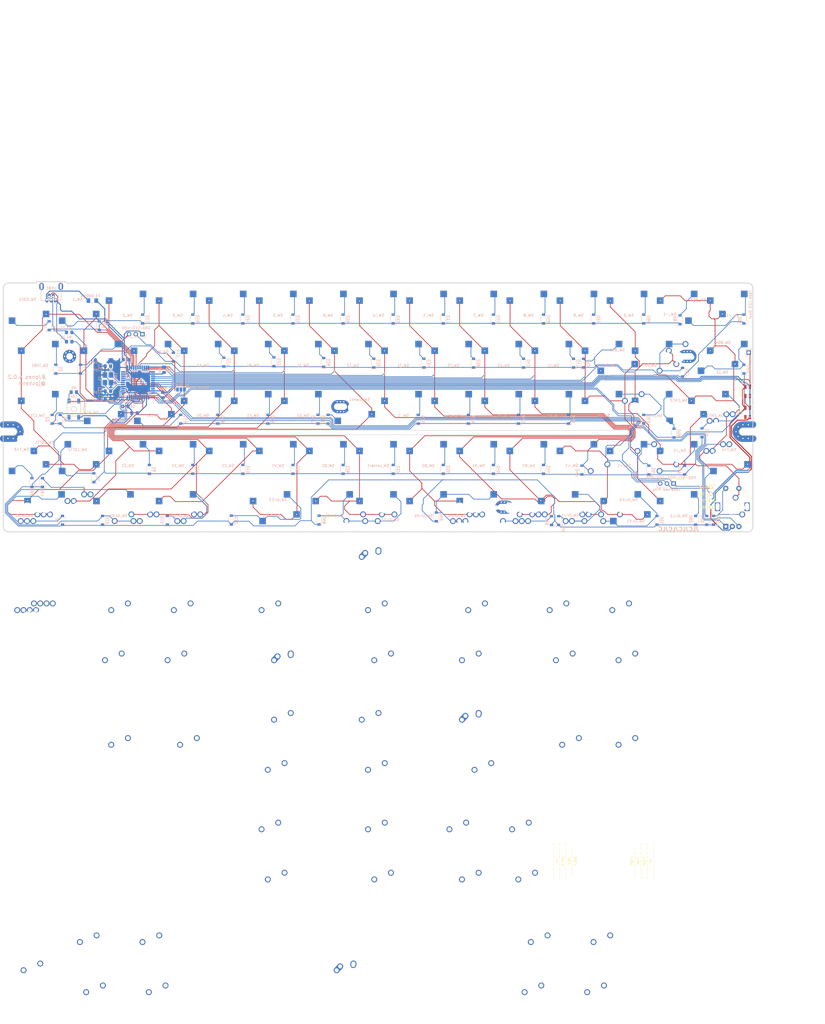
<source format=kicad_pcb>
(kicad_pcb (version 20171130) (host pcbnew "(5.1.6-0-10_14)")
  (title_block (title Jones) (rev v.0.2) (company @jpskenn))
  (layers (0 F.Cu signal) (31 B.Cu signal) (34 B.Paste user) (35 F.Paste user) (36 B.SilkS user) (37 F.SilkS user) (38 B.Mask user) (39 F.Mask user) (44 Edge.Cuts user))
  (net 0 "")
  (net 1 "Net-(D1-Pad2)")
  (net 2 "Net-(D2-Pad2)")
  (net 3 "Net-(D3-Pad2)")
  (net 4 "Net-(D4-Pad2)")
  (net 5 "Net-(D5-Pad2)")
  (net 6 "Net-(D6-Pad2)")
  (net 7 "Net-(D7-Pad2)")
  (net 8 "Net-(D8-Pad2)")
  (net 9 "Net-(D9-Pad2)")
  (net 10 "Net-(D10-Pad2)")
  (net 11 "Net-(D11-Pad2)")
  (net 12 "Net-(D12-Pad2)")
  (net 13 "Net-(D13-Pad2)")
  (net 14 "Net-(D14-Pad2)")
  (net 15 "Net-(D16-Pad2)")
  (net 16 "Net-(D17-Pad2)")
  (net 17 "Net-(D18-Pad2)")
  (net 18 "Net-(D19-Pad2)")
  (net 19 "Net-(D20-Pad2)")
  (net 20 "Net-(D21-Pad2)")
  (net 21 "Net-(D22-Pad2)")
  (net 22 "Net-(D23-Pad2)")
  (net 23 "Net-(D24-Pad2)")
  (net 24 "Net-(D25-Pad2)")
  (net 25 "Net-(D26-Pad2)")
  (net 26 "Net-(D27-Pad2)")
  (net 27 "Net-(D28-Pad2)")
  (net 28 "Net-(D29-Pad2)")
  (net 29 "Net-(D30-Pad2)")
  (net 30 "Net-(D31-Pad2)")
  (net 31 "Net-(D32-Pad2)")
  (net 32 "Net-(D33-Pad2)")
  (net 33 "Net-(D34-Pad2)")
  (net 34 "Net-(D35-Pad2)")
  (net 35 "Net-(D36-Pad2)")
  (net 36 "Net-(D37-Pad2)")
  (net 37 "Net-(D38-Pad2)")
  (net 38 "Net-(D39-Pad2)")
  (net 39 "Net-(D40-Pad2)")
  (net 40 "Net-(D41-Pad2)")
  (net 41 "Net-(D42-Pad2)")
  (net 42 "Net-(D43-Pad2)")
  (net 43 "Net-(D44-Pad2)")
  (net 44 "Net-(D45-Pad2)")
  (net 45 "Net-(D46-Pad2)")
  (net 46 "Net-(D47-Pad2)")
  (net 47 "Net-(D48-Pad2)")
  (net 48 "Net-(D49-Pad2)")
  (net 49 "Net-(D50-Pad2)")
  (net 50 "Net-(D51-Pad2)")
  (net 51 "Net-(D52-Pad2)")
  (net 52 "Net-(D53-Pad2)")
  (net 53 "Net-(D54-Pad2)")
  (net 54 "Net-(D55-Pad2)")
  (net 55 "Net-(D56-Pad2)")
  (net 56 "Net-(D57-Pad2)")
  (net 57 "Net-(D58-Pad2)")
  (net 58 "Net-(D59-Pad2)")
  (net 59 "Net-(D60-Pad2)")
  (net 60 "Net-(D61-Pad2)")
  (net 61 "Net-(D62-Pad2)")
  (net 62 "Net-(D63-Pad2)")
  (net 63 ROW0)
  (net 64 ROW1)
  (net 65 ROW2)
  (net 66 ROW3)
  (net 67 ROW4)
  (net 68 COL1)
  (net 69 +5V)
  (net 70 COL2)
  (net 71 COL3)
  (net 72 COL4)
  (net 73 COL5)
  (net 74 COL6)
  (net 75 COL7)
  (net 76 COL8)
  (net 77 COL9)
  (net 78 COL10)
  (net 79 COL11)
  (net 80 COL12)
  (net 81 COL13)
  (net 82 COL0)
  (net 83 GND)
  (net 84 VCC)
  (net 85 D-)
  (net 86 D+)
  (net 87 "Net-(D15-Pad2)")
  (net 88 RE_A)
  (net 89 RE_B)
  (net 90 "Net-(C2-Pad1)")
  (net 91 "Net-(C3-Pad1)")
  (net 92 "Net-(R5-Pad2)")
  (net 93 "Net-(R6-Pad2)")
  (net 94 "Net-(C6-Pad1)")
  (net 95 "Net-(LED1-Pad1)")
  (net 96 LED)
  (net 97 Reserve_PD5)
  (net 98 "Net-(D64-Pad2)")
  (net 99 RE_S2)
  (net 100 "Net-(D66-Pad2)")
  (net 101 "Net-(D67-Pad2)")
  (net 102 "Net-(D68-Pad2)")
  (net 103 "Net-(D69-Pad2)")
  (net 104 "Net-(D70-Pad2)")
  (net 105 Reserve_PD1-SDA)
  (net 106 Reserve_PD0-SCL)
  (net 107 LED_TAPE)
  (net 108 "Net-(J4-Pad1)")
  (net 109 "Net-(R3-Pad2)")
  (net 110 "Net-(R4-Pad2)")
  (module MX_Alps_Hybrid:MXOnly-1U-NoLED (layer F.Cu) (at 250.80403 275.65419)
    (fp_text reference REF**)
    (fp_text value 1U)
    (pad 2 thru_hole circle (at 2.54 -5.08) (size 2.25 2.25) (drill 1.47) (layers *.Cu B.Mask))
    (pad "" np_thru_hole circle (at 0 0) (size 3.9878 3.9878) (drill 3.9878) (layers *.Cu *.Mask))
    (pad 1 thru_hole circle (at -3.81 -2.54) (size 2.25 2.25) (drill 1.47) (layers *.Cu B.Mask))
    (pad "" np_thru_hole circle (at -5.08 0 48.0996) (size 1.75 1.75) (drill 1.75) (layers *.Cu *.Mask))
    (pad "" np_thru_hole circle (at 5.08 0 48.0996) (size 1.75 1.75) (drill 1.75) (layers *.Cu *.Mask))
  )
  (module MX_Alps_Hybrid:MXOnly-1.5U-NoLED (layer F.Cu) (at 226.99143 275.65419)
    (fp_text reference REF**)
    (fp_text value 1.5U)
    (pad 2 thru_hole circle (at 2.54 -5.08) (size 2.25 2.25) (drill 1.47) (layers *.Cu B.Mask))
    (pad "" np_thru_hole circle (at 0 0) (size 3.9878 3.9878) (drill 3.9878) (layers *.Cu *.Mask))
    (pad 1 thru_hole circle (at -3.81 -2.54) (size 2.25 2.25) (drill 1.47) (layers *.Cu B.Mask))
    (pad "" np_thru_hole circle (at -5.08 0 48.0996) (size 1.75 1.75) (drill 1.75) (layers *.Cu *.Mask))
    (pad "" np_thru_hole circle (at 5.08 0 48.0996) (size 1.75 1.75) (drill 1.75) (layers *.Cu *.Mask))
  )
  (module MX_Alps_Hybrid:MXOnly-1.25U-NoLED (layer F.Cu) (at 248.42277 294.70427)
    (fp_text reference REF**)
    (fp_text value 1.25U)
    (pad "" np_thru_hole circle (at 5.08 0 48.0996) (size 1.75 1.75) (drill 1.75) (layers *.Cu *.Mask))
    (pad "" np_thru_hole circle (at -5.08 0 48.0996) (size 1.75 1.75) (drill 1.75) (layers *.Cu *.Mask))
    (pad 1 thru_hole circle (at -3.81 -2.54) (size 2.25 2.25) (drill 1.47) (layers *.Cu B.Mask))
    (pad "" np_thru_hole circle (at 0 0) (size 3.9878 3.9878) (drill 3.9878) (layers *.Cu *.Mask))
    (pad 2 thru_hole circle (at 2.54 -5.08) (size 2.25 2.25) (drill 1.47) (layers *.Cu B.Mask))
  )
  (module MX_Alps_Hybrid:MXOnly-1.25U-NoLED (layer F.Cu) (at 224.61017 294.70427)
    (fp_text reference REF**)
    (fp_text value 1.25U)
    (pad 2 thru_hole circle (at 2.54 -5.08) (size 2.25 2.25) (drill 1.47) (layers *.Cu B.Mask))
    (pad "" np_thru_hole circle (at 0 0) (size 3.9878 3.9878) (drill 3.9878) (layers *.Cu *.Mask))
    (pad 1 thru_hole circle (at -3.81 -2.54) (size 2.25 2.25) (drill 1.47) (layers *.Cu B.Mask))
    (pad "" np_thru_hole circle (at -5.08 0 48.0996) (size 1.75 1.75) (drill 1.75) (layers *.Cu *.Mask))
    (pad "" np_thru_hole circle (at 5.08 0 48.0996) (size 1.75 1.75) (drill 1.75) (layers *.Cu *.Mask))
  )
  (module MX_Alps_Hybrid:MXOnly-1.25U-NoLED (layer F.Cu) (at 81.73457 294.70427)
    (fp_text reference REF**)
    (fp_text value 1.25U)
    (pad "" np_thru_hole circle (at 5.08 0 48.0996) (size 1.75 1.75) (drill 1.75) (layers *.Cu *.Mask))
    (pad "" np_thru_hole circle (at -5.08 0 48.0996) (size 1.75 1.75) (drill 1.75) (layers *.Cu *.Mask))
    (pad 1 thru_hole circle (at -3.81 -2.54) (size 2.25 2.25) (drill 1.47) (layers *.Cu B.Mask))
    (pad "" np_thru_hole circle (at 0 0) (size 3.9878 3.9878) (drill 3.9878) (layers *.Cu *.Mask))
    (pad 2 thru_hole circle (at 2.54 -5.08) (size 2.25 2.25) (drill 1.47) (layers *.Cu B.Mask))
  )
  (module MX_Alps_Hybrid:MXOnly-1.25U-NoLED (layer F.Cu) (at 57.92197 294.70427)
    (fp_text reference REF**)
    (fp_text value 1.25U)
    (pad 2 thru_hole circle (at 2.54 -5.08) (size 2.25 2.25) (drill 1.47) (layers *.Cu B.Mask))
    (pad "" np_thru_hole circle (at 0 0) (size 3.9878 3.9878) (drill 3.9878) (layers *.Cu *.Mask))
    (pad 1 thru_hole circle (at -3.81 -2.54) (size 2.25 2.25) (drill 1.47) (layers *.Cu B.Mask))
    (pad "" np_thru_hole circle (at -5.08 0 48.0996) (size 1.75 1.75) (drill 1.75) (layers *.Cu *.Mask))
    (pad "" np_thru_hole circle (at 5.08 0 48.0996) (size 1.75 1.75) (drill 1.75) (layers *.Cu *.Mask))
  )
  (module MX_Alps_Hybrid:MXOnly-1.25U-NoLED (layer F.Cu) (at 34.10937 286.36986)
    (fp_text reference REF**)
    (fp_text value 1.25U)
    (pad "" np_thru_hole circle (at 5.08 0 48.0996) (size 1.75 1.75) (drill 1.75) (layers *.Cu *.Mask))
    (pad "" np_thru_hole circle (at -5.08 0 48.0996) (size 1.75 1.75) (drill 1.75) (layers *.Cu *.Mask))
    (pad 1 thru_hole circle (at -3.81 -2.54) (size 2.25 2.25) (drill 1.47) (layers *.Cu B.Mask))
    (pad "" np_thru_hole circle (at 0 0) (size 3.9878 3.9878) (drill 3.9878) (layers *.Cu *.Mask))
    (pad 2 thru_hole circle (at 2.54 -5.08) (size 2.25 2.25) (drill 1.47) (layers *.Cu B.Mask))
  )
  (module MX_Alps_Hybrid:MXOnly-1.5U-NoLED (layer F.Cu) (at 79.35331 275.65419)
    (fp_text reference REF**)
    (fp_text value 1.5U)
    (pad 2 thru_hole circle (at 2.54 -5.08) (size 2.25 2.25) (drill 1.47) (layers *.Cu B.Mask))
    (pad "" np_thru_hole circle (at 0 0) (size 3.9878 3.9878) (drill 3.9878) (layers *.Cu *.Mask))
    (pad 1 thru_hole circle (at -3.81 -2.54) (size 2.25 2.25) (drill 1.47) (layers *.Cu B.Mask))
    (pad "" np_thru_hole circle (at -5.08 0 48.0996) (size 1.75 1.75) (drill 1.75) (layers *.Cu *.Mask))
    (pad "" np_thru_hole circle (at 5.08 0 48.0996) (size 1.75 1.75) (drill 1.75) (layers *.Cu *.Mask))
  )
  (module MX_Alps_Hybrid:MX-6.25U-NoLED (layer F.Cu) (at 153.17237 286.36986)
    (fp_text reference REF**)
    (fp_text value 6.25U)
    (pad 2 thru_hole oval (at 2.5 -4.5 86.0548) (size 2.831378 2.25) (drill 1.47 (offset 0.290689 0)) (layers *.Cu B.Mask))
    (pad 2 thru_hole circle (at 2.54 -5.08) (size 2.25 2.25) (drill 1.47) (layers *.Cu B.Mask))
    (pad 1 thru_hole oval (at -3.81 -2.54 48.0996) (size 4.211556 2.25) (drill 1.47 (offset 0.980778 0)) (layers *.Cu B.Mask))
    (pad "" np_thru_hole circle (at 0 0) (size 3.9878 3.9878) (drill 3.9878) (layers *.Cu *.Mask))
    (pad 1 thru_hole circle (at -2.5 -4) (size 2.25 2.25) (drill 1.47) (layers *.Cu B.Mask))
    (pad "" np_thru_hole circle (at -5.08 0 48.0996) (size 1.75 1.75) (drill 1.75) (layers *.Cu *.Mask))
    (pad "" np_thru_hole circle (at 5.08 0 48.0996) (size 1.75 1.75) (drill 1.75) (layers *.Cu *.Mask))
    (pad "" np_thru_hole circle (at -49.9999 -6.985) (size 3.048 3.048) (drill 3.048) (layers *.Cu *.Mask))
    (pad "" np_thru_hole circle (at 49.9999 -6.985) (size 3.048 3.048) (drill 3.048) (layers *.Cu *.Mask))
    (pad "" np_thru_hole circle (at -49.9999 8.255) (size 3.9878 3.9878) (drill 3.9878) (layers *.Cu *.Mask))
    (pad "" np_thru_hole circle (at 49.9999 8.255) (size 3.9878 3.9878) (drill 3.9878) (layers *.Cu *.Mask))
  )
  (module MX_Alps_Hybrid:MXOnly-1U-NoLED (layer F.Cu) (at 55.54071 275.65419)
    (fp_text reference REF**)
    (fp_text value 1U)
    (pad "" np_thru_hole circle (at 5.08 0 48.0996) (size 1.75 1.75) (drill 1.75) (layers *.Cu *.Mask))
    (pad "" np_thru_hole circle (at -5.08 0 48.0996) (size 1.75 1.75) (drill 1.75) (layers *.Cu *.Mask))
    (pad 1 thru_hole circle (at -3.81 -2.54) (size 2.25 2.25) (drill 1.47) (layers *.Cu B.Mask))
    (pad "" np_thru_hole circle (at 0 0) (size 3.9878 3.9878) (drill 3.9878) (layers *.Cu *.Mask))
    (pad 2 thru_hole circle (at 2.54 -5.08) (size 2.25 2.25) (drill 1.47) (layers *.Cu B.Mask))
  )
  (module MX_Alps_Hybrid:MX-6.25U-NoLED (layer F.Cu) (at 162.69741 129.2067)
    (fp_text reference REF**)
    (fp_text value 6.25U)
    (pad "" np_thru_hole circle (at 49.9999 8.255) (size 3.9878 3.9878) (drill 3.9878) (layers *.Cu *.Mask))
    (pad "" np_thru_hole circle (at -49.9999 8.255) (size 3.9878 3.9878) (drill 3.9878) (layers *.Cu *.Mask))
    (pad "" np_thru_hole circle (at 49.9999 -6.985) (size 3.048 3.048) (drill 3.048) (layers *.Cu *.Mask))
    (pad "" np_thru_hole circle (at -49.9999 -6.985) (size 3.048 3.048) (drill 3.048) (layers *.Cu *.Mask))
    (pad "" np_thru_hole circle (at 5.08 0 48.0996) (size 1.75 1.75) (drill 1.75) (layers *.Cu *.Mask))
    (pad "" np_thru_hole circle (at -5.08 0 48.0996) (size 1.75 1.75) (drill 1.75) (layers *.Cu *.Mask))
    (pad 1 thru_hole circle (at -2.5 -4) (size 2.25 2.25) (drill 1.47) (layers *.Cu B.Mask))
    (pad "" np_thru_hole circle (at 0 0) (size 3.9878 3.9878) (drill 3.9878) (layers *.Cu *.Mask))
    (pad 1 thru_hole oval (at -3.81 -2.54 48.0996) (size 4.211556 2.25) (drill 1.47 (offset 0.980778 0)) (layers *.Cu B.Mask))
    (pad 2 thru_hole circle (at 2.54 -5.08) (size 2.25 2.25) (drill 1.47) (layers *.Cu B.Mask))
    (pad 2 thru_hole oval (at 2.5 -4.5 86.0548) (size 2.831378 2.25) (drill 1.47 (offset 0.290689 0)) (layers *.Cu B.Mask))
  )
  (module MX_Alps_Hybrid:MXOnly-1U-NoLED (layer F.Cu) (at 260.32907 200.6445)
    (fp_text reference REF**)
    (fp_text value 1U)
    (pad 2 thru_hole circle (at 2.54 -5.08) (size 2.25 2.25) (drill 1.47) (layers *.Cu B.Mask))
    (pad "" np_thru_hole circle (at 0 0) (size 3.9878 3.9878) (drill 3.9878) (layers *.Cu *.Mask))
    (pad 1 thru_hole circle (at -3.81 -2.54) (size 2.25 2.25) (drill 1.47) (layers *.Cu B.Mask))
    (pad "" np_thru_hole circle (at -5.08 0 48.0996) (size 1.75 1.75) (drill 1.75) (layers *.Cu *.Mask))
    (pad "" np_thru_hole circle (at 5.08 0 48.0996) (size 1.75 1.75) (drill 1.75) (layers *.Cu *.Mask))
  )
  (module MX_Alps_Hybrid:MXOnly-1.25U-NoLED (layer F.Cu) (at 67.44701 200.6445)
    (fp_text reference REF**)
    (fp_text value 1.25U)
    (pad 2 thru_hole circle (at 2.54 -5.08) (size 2.25 2.25) (drill 1.47) (layers *.Cu B.Mask))
    (pad "" np_thru_hole circle (at 0 0) (size 3.9878 3.9878) (drill 3.9878) (layers *.Cu *.Mask))
    (pad 1 thru_hole circle (at -3.81 -2.54) (size 2.25 2.25) (drill 1.47) (layers *.Cu B.Mask))
    (pad "" np_thru_hole circle (at -5.08 0 48.0996) (size 1.75 1.75) (drill 1.75) (layers *.Cu *.Mask))
    (pad "" np_thru_hole circle (at 5.08 0 48.0996) (size 1.75 1.75) (drill 1.75) (layers *.Cu *.Mask))
  )
  (module SMK_SU120:CherryMX_MidHeight_Choc_Hotswap_2U_Outline (layer F.Cu) (at 250.80403 242.31655)
    (fp_text reference "" hide)
    (fp_text value "" hide)
    (fp_text user 2u (at -17.859375 0 90 unlocked) (layer F.SilkS) (effects (font (size 0.8 0.8))))
    (fp_text user 1.75u (at -15.478125 0 90 unlocked) (layer F.SilkS) (effects (font (size 0.8 0.8))))
    (fp_text user 1.5u (at -13.096875 0 90 unlocked) (layer F.SilkS) (effects (font (size 0.8 0.8))))
    (fp_text user 1.25u (at -10.715625 0 90 unlocked) (layer F.SilkS) (effects (font (size 0.8 0.8))))
    (fp_text user 2u (at 17.859375 0 -90 unlocked) (layer F.SilkS) (effects (font (size 0.8 0.8))))
    (fp_text user 1.5u (at 13.096875 0 -90 unlocked) (layer F.SilkS) (effects (font (size 0.8 0.8))))
    (fp_text user 1.75u (at 15.478125 0 -90 unlocked) (layer F.SilkS) (effects (font (size 0.8 0.8))))
    (fp_text user 1.25u (at 10.715625 0 -90 unlocked) (layer F.SilkS) (effects (font (size 0.8 0.8))))
    (pad "" np_thru_hole circle (at 11.938 8.255) (size 3.9878 3.9878) (drill 3.9878) (layers *.Cu *.Mask))
    (pad "" np_thru_hole circle (at -11.938 8.255) (size 3.9878 3.9878) (drill 3.9878) (layers *.Cu *.Mask))
    (pad "" np_thru_hole circle (at 11.938 -6.985) (size 3.048 3.048) (drill 3.048) (layers *.Cu *.Mask))
    (pad "" np_thru_hole circle (at -11.938 -6.985) (size 3.048 3.048) (drill 3.048) (layers *.Cu *.Mask))
  )
  (module MX_Alps_Hybrid:MXOnly-1U-NoLED (layer F.Cu) (at 222.22891 251.84159)
    (fp_text reference REF**)
    (fp_text value 1U)
    (pad 2 thru_hole circle (at 2.54 -5.08) (size 2.25 2.25) (drill 1.47) (layers *.Cu B.Mask))
    (pad "" np_thru_hole circle (at 0 0) (size 3.9878 3.9878) (drill 3.9878) (layers *.Cu *.Mask))
    (pad 1 thru_hole circle (at -3.81 -2.54) (size 2.25 2.25) (drill 1.47) (layers *.Cu B.Mask))
    (pad "" np_thru_hole circle (at -5.08 0 48.0996) (size 1.75 1.75) (drill 1.75) (layers *.Cu *.Mask))
    (pad "" np_thru_hole circle (at 5.08 0 48.0996) (size 1.75 1.75) (drill 1.75) (layers *.Cu *.Mask))
  )
  (module MX_Alps_Hybrid:MXOnly-1.25U-NoLED (layer F.Cu) (at 200.79757 251.84159)
    (fp_text reference REF**)
    (fp_text value 1.25U)
    (pad 2 thru_hole circle (at 2.54 -5.08) (size 2.25 2.25) (drill 1.47) (layers *.Cu B.Mask))
    (pad "" np_thru_hole circle (at 0 0) (size 3.9878 3.9878) (drill 3.9878) (layers *.Cu *.Mask))
    (pad 1 thru_hole circle (at -3.81 -2.54) (size 2.25 2.25) (drill 1.47) (layers *.Cu B.Mask))
    (pad "" np_thru_hole circle (at -5.08 0 48.0996) (size 1.75 1.75) (drill 1.75) (layers *.Cu *.Mask))
    (pad "" np_thru_hole circle (at 5.08 0 48.0996) (size 1.75 1.75) (drill 1.75) (layers *.Cu *.Mask))
  )
  (module MX_Alps_Hybrid:MXOnly-1.25U-NoLED (layer F.Cu) (at 219.84765 232.79151)
    (fp_text reference REF**)
    (fp_text value 1.25U)
    (pad 2 thru_hole circle (at 2.54 -5.08) (size 2.25 2.25) (drill 1.47) (layers *.Cu B.Mask))
    (pad "" np_thru_hole circle (at 0 0) (size 3.9878 3.9878) (drill 3.9878) (layers *.Cu *.Mask))
    (pad 1 thru_hole circle (at -3.81 -2.54) (size 2.25 2.25) (drill 1.47) (layers *.Cu B.Mask))
    (pad "" np_thru_hole circle (at -5.08 0 48.0996) (size 1.75 1.75) (drill 1.75) (layers *.Cu *.Mask))
    (pad "" np_thru_hole circle (at 5.08 0 48.0996) (size 1.75 1.75) (drill 1.75) (layers *.Cu *.Mask))
  )
  (module MX_Alps_Hybrid:MXOnly-1.25U-NoLED (layer F.Cu) (at 196.03505 232.79151)
    (fp_text reference REF**)
    (fp_text value 1.25U)
    (pad 2 thru_hole circle (at 2.54 -5.08) (size 2.25 2.25) (drill 1.47) (layers *.Cu B.Mask))
    (pad "" np_thru_hole circle (at 0 0) (size 3.9878 3.9878) (drill 3.9878) (layers *.Cu *.Mask))
    (pad 1 thru_hole circle (at -3.81 -2.54) (size 2.25 2.25) (drill 1.47) (layers *.Cu B.Mask))
    (pad "" np_thru_hole circle (at -5.08 0 48.0996) (size 1.75 1.75) (drill 1.75) (layers *.Cu *.Mask))
    (pad "" np_thru_hole circle (at 5.08 0 48.0996) (size 1.75 1.75) (drill 1.75) (layers *.Cu *.Mask))
  )
  (module MX_Alps_Hybrid:MXOnly-2.25U-NoLED (layer F.Cu) (at 167.45993 251.84159)
    (fp_text reference REF**)
    (fp_text value 2.25U)
    (pad 2 thru_hole circle (at 2.54 -5.08) (size 2.25 2.25) (drill 1.47) (layers *.Cu B.Mask))
    (pad "" np_thru_hole circle (at 0 0) (size 3.9878 3.9878) (drill 3.9878) (layers *.Cu *.Mask))
    (pad 1 thru_hole circle (at -3.81 -2.54) (size 2.25 2.25) (drill 1.47) (layers *.Cu B.Mask))
    (pad "" np_thru_hole circle (at -5.08 0 48.0996) (size 1.75 1.75) (drill 1.75) (layers *.Cu *.Mask))
    (pad "" np_thru_hole circle (at 5.08 0 48.0996) (size 1.75 1.75) (drill 1.75) (layers *.Cu *.Mask))
    (pad "" np_thru_hole circle (at -11.90625 -6.985) (size 3.048 3.048) (drill 3.048) (layers *.Cu *.Mask))
    (pad "" np_thru_hole circle (at 11.90625 -6.985) (size 3.048 3.048) (drill 3.048) (layers *.Cu *.Mask))
    (pad "" np_thru_hole circle (at -11.90625 8.255) (size 3.9878 3.9878) (drill 3.9878) (layers *.Cu *.Mask))
    (pad "" np_thru_hole circle (at 11.90625 8.255) (size 3.9878 3.9878) (drill 3.9878) (layers *.Cu *.Mask))
  )
  (module MX_Alps_Hybrid:MXOnly-2U-NoLED (layer F.Cu) (at 126.97851 251.84159)
    (fp_text reference REF**)
    (fp_text value 2U)
    (pad 2 thru_hole circle (at 2.54 -5.08) (size 2.25 2.25) (drill 1.47) (layers *.Cu B.Mask))
    (pad "" np_thru_hole circle (at 0 0) (size 3.9878 3.9878) (drill 3.9878) (layers *.Cu *.Mask))
    (pad 1 thru_hole circle (at -3.81 -2.54) (size 2.25 2.25) (drill 1.47) (layers *.Cu B.Mask))
    (pad "" np_thru_hole circle (at -5.08 0 48.0996) (size 1.75 1.75) (drill 1.75) (layers *.Cu *.Mask))
    (pad "" np_thru_hole circle (at 5.08 0 48.0996) (size 1.75 1.75) (drill 1.75) (layers *.Cu *.Mask))
    (pad "" np_thru_hole circle (at -11.90625 -6.985) (size 3.048 3.048) (drill 3.048) (layers *.Cu *.Mask))
    (pad "" np_thru_hole circle (at 11.90625 -6.985) (size 3.048 3.048) (drill 3.048) (layers *.Cu *.Mask))
    (pad "" np_thru_hole circle (at -11.90625 8.255) (size 3.9878 3.9878) (drill 3.9878) (layers *.Cu *.Mask))
    (pad "" np_thru_hole circle (at 11.90625 8.255) (size 3.9878 3.9878) (drill 3.9878) (layers *.Cu *.Mask))
  )
  (module MX_Alps_Hybrid:MXOnly-2U-NoLED (layer F.Cu) (at 165.07867 232.79151)
    (fp_text reference REF**)
    (fp_text value 2U)
    (pad 2 thru_hole circle (at 2.54 -5.08) (size 2.25 2.25) (drill 1.47) (layers *.Cu B.Mask))
    (pad "" np_thru_hole circle (at 0 0) (size 3.9878 3.9878) (drill 3.9878) (layers *.Cu *.Mask))
    (pad 1 thru_hole circle (at -3.81 -2.54) (size 2.25 2.25) (drill 1.47) (layers *.Cu B.Mask))
    (pad "" np_thru_hole circle (at -5.08 0 48.0996) (size 1.75 1.75) (drill 1.75) (layers *.Cu *.Mask))
    (pad "" np_thru_hole circle (at 5.08 0 48.0996) (size 1.75 1.75) (drill 1.75) (layers *.Cu *.Mask))
    (pad "" np_thru_hole circle (at -11.90625 -6.985) (size 3.048 3.048) (drill 3.048) (layers *.Cu *.Mask))
    (pad "" np_thru_hole circle (at 11.90625 -6.985) (size 3.048 3.048) (drill 3.048) (layers *.Cu *.Mask))
    (pad "" np_thru_hole circle (at -11.90625 8.255) (size 3.9878 3.9878) (drill 3.9878) (layers *.Cu *.Mask))
    (pad "" np_thru_hole circle (at 11.90625 8.255) (size 3.9878 3.9878) (drill 3.9878) (layers *.Cu *.Mask))
  )
  (module MX_Alps_Hybrid:MXOnly-2.25U-NoLED (layer F.Cu) (at 124.59725 232.79151)
    (fp_text reference REF**)
    (fp_text value 2.25U)
    (pad 2 thru_hole circle (at 2.54 -5.08) (size 2.25 2.25) (drill 1.47) (layers *.Cu B.Mask))
    (pad "" np_thru_hole circle (at 0 0) (size 3.9878 3.9878) (drill 3.9878) (layers *.Cu *.Mask))
    (pad 1 thru_hole circle (at -3.81 -2.54) (size 2.25 2.25) (drill 1.47) (layers *.Cu B.Mask))
    (pad "" np_thru_hole circle (at -5.08 0 48.0996) (size 1.75 1.75) (drill 1.75) (layers *.Cu *.Mask))
    (pad "" np_thru_hole circle (at 5.08 0 48.0996) (size 1.75 1.75) (drill 1.75) (layers *.Cu *.Mask))
    (pad "" np_thru_hole circle (at -11.90625 -6.985) (size 3.048 3.048) (drill 3.048) (layers *.Cu *.Mask))
    (pad "" np_thru_hole circle (at 11.90625 -6.985) (size 3.048 3.048) (drill 3.048) (layers *.Cu *.Mask))
    (pad "" np_thru_hole circle (at -11.90625 8.255) (size 3.9878 3.9878) (drill 3.9878) (layers *.Cu *.Mask))
    (pad "" np_thru_hole circle (at 11.90625 8.255) (size 3.9878 3.9878) (drill 3.9878) (layers *.Cu *.Mask))
  )
  (module MX_Alps_Hybrid:MXOnly-1.25U-NoLED (layer F.Cu) (at 238.89773 200.6445)
    (fp_text reference REF**)
    (fp_text value 1.25U)
    (pad 2 thru_hole circle (at 2.54 -5.08) (size 2.25 2.25) (drill 1.47) (layers *.Cu B.Mask))
    (pad "" np_thru_hole circle (at 0 0) (size 3.9878 3.9878) (drill 3.9878) (layers *.Cu *.Mask))
    (pad 1 thru_hole circle (at -3.81 -2.54) (size 2.25 2.25) (drill 1.47) (layers *.Cu B.Mask))
    (pad "" np_thru_hole circle (at -5.08 0 48.0996) (size 1.75 1.75) (drill 1.75) (layers *.Cu *.Mask))
    (pad "" np_thru_hole circle (at 5.08 0 48.0996) (size 1.75 1.75) (drill 1.75) (layers *.Cu *.Mask))
  )
  (module MX_Alps_Hybrid:MXOnly-2.25U-NoLED (layer F.Cu) (at 205.56009 210.16954)
    (fp_text reference REF**)
    (fp_text value 2.25U)
    (pad 2 thru_hole circle (at 2.54 -5.08) (size 2.25 2.25) (drill 1.47) (layers *.Cu B.Mask))
    (pad "" np_thru_hole circle (at 0 0) (size 3.9878 3.9878) (drill 3.9878) (layers *.Cu *.Mask))
    (pad 1 thru_hole circle (at -3.81 -2.54) (size 2.25 2.25) (drill 1.47) (layers *.Cu B.Mask))
    (pad "" np_thru_hole circle (at -5.08 0 48.0996) (size 1.75 1.75) (drill 1.75) (layers *.Cu *.Mask))
    (pad "" np_thru_hole circle (at 5.08 0 48.0996) (size 1.75 1.75) (drill 1.75) (layers *.Cu *.Mask))
    (pad "" np_thru_hole circle (at -11.90625 -6.985) (size 3.048 3.048) (drill 3.048) (layers *.Cu *.Mask))
    (pad "" np_thru_hole circle (at 11.90625 -6.985) (size 3.048 3.048) (drill 3.048) (layers *.Cu *.Mask))
    (pad "" np_thru_hole circle (at -11.90625 8.255) (size 3.9878 3.9878) (drill 3.9878) (layers *.Cu *.Mask))
    (pad "" np_thru_hole circle (at 11.90625 8.255) (size 3.9878 3.9878) (drill 3.9878) (layers *.Cu *.Mask))
  )
  (module MX_Alps_Hybrid:MXOnly-2U-NoLED (layer F.Cu) (at 165.07867 210.16954)
    (fp_text reference REF**)
    (fp_text value 2U)
    (pad "" np_thru_hole circle (at 11.90625 8.255) (size 3.9878 3.9878) (drill 3.9878) (layers *.Cu *.Mask))
    (pad "" np_thru_hole circle (at -11.90625 8.255) (size 3.9878 3.9878) (drill 3.9878) (layers *.Cu *.Mask))
    (pad "" np_thru_hole circle (at 11.90625 -6.985) (size 3.048 3.048) (drill 3.048) (layers *.Cu *.Mask))
    (pad "" np_thru_hole circle (at -11.90625 -6.985) (size 3.048 3.048) (drill 3.048) (layers *.Cu *.Mask))
    (pad "" np_thru_hole circle (at 5.08 0 48.0996) (size 1.75 1.75) (drill 1.75) (layers *.Cu *.Mask))
    (pad "" np_thru_hole circle (at -5.08 0 48.0996) (size 1.75 1.75) (drill 1.75) (layers *.Cu *.Mask))
    (pad 1 thru_hole circle (at -3.81 -2.54) (size 2.25 2.25) (drill 1.47) (layers *.Cu B.Mask))
    (pad "" np_thru_hole circle (at 0 0) (size 3.9878 3.9878) (drill 3.9878) (layers *.Cu *.Mask))
    (pad 2 thru_hole circle (at 2.54 -5.08) (size 2.25 2.25) (drill 1.47) (layers *.Cu B.Mask))
  )
  (module MX_Alps_Hybrid:MXOnly-2U-NoLED (layer F.Cu) (at 126.97851 210.16954)
    (fp_text reference REF**)
    (fp_text value 2U)
    (pad "" np_thru_hole circle (at 11.90625 8.255) (size 3.9878 3.9878) (drill 3.9878) (layers *.Cu *.Mask))
    (pad "" np_thru_hole circle (at -11.90625 8.255) (size 3.9878 3.9878) (drill 3.9878) (layers *.Cu *.Mask))
    (pad "" np_thru_hole circle (at 11.90625 -6.985) (size 3.048 3.048) (drill 3.048) (layers *.Cu *.Mask))
    (pad "" np_thru_hole circle (at -11.90625 -6.985) (size 3.048 3.048) (drill 3.048) (layers *.Cu *.Mask))
    (pad "" np_thru_hole circle (at 5.08 0 48.0996) (size 1.75 1.75) (drill 1.75) (layers *.Cu *.Mask))
    (pad "" np_thru_hole circle (at -5.08 0 48.0996) (size 1.75 1.75) (drill 1.75) (layers *.Cu *.Mask))
    (pad 1 thru_hole circle (at -3.81 -2.54) (size 2.25 2.25) (drill 1.47) (layers *.Cu B.Mask))
    (pad "" np_thru_hole circle (at 0 0) (size 3.9878 3.9878) (drill 3.9878) (layers *.Cu *.Mask))
    (pad 2 thru_hole circle (at 2.54 -5.08) (size 2.25 2.25) (drill 1.47) (layers *.Cu B.Mask))
  )
  (module MX_Alps_Hybrid:MXOnly-1.5U-NoLED (layer F.Cu) (at 93.64087 200.6445)
    (fp_text reference REF**)
    (fp_text value 1.5U)
    (pad 2 thru_hole circle (at 2.54 -5.08) (size 2.25 2.25) (drill 1.47) (layers *.Cu B.Mask))
    (pad "" np_thru_hole circle (at 0 0) (size 3.9878 3.9878) (drill 3.9878) (layers *.Cu *.Mask))
    (pad 1 thru_hole circle (at -3.81 -2.54) (size 2.25 2.25) (drill 1.47) (layers *.Cu B.Mask))
    (pad "" np_thru_hole circle (at -5.08 0 48.0996) (size 1.75 1.75) (drill 1.75) (layers *.Cu *.Mask))
    (pad "" np_thru_hole circle (at 5.08 0 48.0996) (size 1.75 1.75) (drill 1.75) (layers *.Cu *.Mask))
  )
  (module MX_Alps_Hybrid:MXOnly-2.25U-NoLED (layer F.Cu) (at 129.35977 191.11946)
    (fp_text reference REF**)
    (fp_text value 2.25U)
    (pad "" np_thru_hole circle (at 11.90625 8.255) (size 3.9878 3.9878) (drill 3.9878) (layers *.Cu *.Mask))
    (pad "" np_thru_hole circle (at -11.90625 8.255) (size 3.9878 3.9878) (drill 3.9878) (layers *.Cu *.Mask))
    (pad "" np_thru_hole circle (at 11.90625 -6.985) (size 3.048 3.048) (drill 3.048) (layers *.Cu *.Mask))
    (pad "" np_thru_hole circle (at -11.90625 -6.985) (size 3.048 3.048) (drill 3.048) (layers *.Cu *.Mask))
    (pad "" np_thru_hole circle (at 5.08 0 48.0996) (size 1.75 1.75) (drill 1.75) (layers *.Cu *.Mask))
    (pad "" np_thru_hole circle (at -5.08 0 48.0996) (size 1.75 1.75) (drill 1.75) (layers *.Cu *.Mask))
    (pad 1 thru_hole circle (at -3.81 -2.54) (size 2.25 2.25) (drill 1.47) (layers *.Cu B.Mask))
    (pad "" np_thru_hole circle (at 0 0) (size 3.9878 3.9878) (drill 3.9878) (layers *.Cu *.Mask))
    (pad 2 thru_hole circle (at 2.54 -5.08) (size 2.25 2.25) (drill 1.47) (layers *.Cu B.Mask))
  )
  (module MX_Alps_Hybrid:MXOnly-2.25U-NoLED (layer F.Cu) (at 200.79757 168.49749)
    (fp_text reference REF**)
    (fp_text value 2.25U)
    (pad 2 thru_hole circle (at 2.54 -5.08) (size 2.25 2.25) (drill 1.47) (layers *.Cu B.Mask))
    (pad "" np_thru_hole circle (at 0 0) (size 3.9878 3.9878) (drill 3.9878) (layers *.Cu *.Mask))
    (pad 1 thru_hole circle (at -3.81 -2.54) (size 2.25 2.25) (drill 1.47) (layers *.Cu B.Mask))
    (pad "" np_thru_hole circle (at -5.08 0 48.0996) (size 1.75 1.75) (drill 1.75) (layers *.Cu *.Mask))
    (pad "" np_thru_hole circle (at 5.08 0 48.0996) (size 1.75 1.75) (drill 1.75) (layers *.Cu *.Mask))
    (pad "" np_thru_hole circle (at -11.90625 -6.985) (size 3.048 3.048) (drill 3.048) (layers *.Cu *.Mask))
    (pad "" np_thru_hole circle (at 11.90625 -6.985) (size 3.048 3.048) (drill 3.048) (layers *.Cu *.Mask))
    (pad "" np_thru_hole circle (at -11.90625 8.255) (size 3.9878 3.9878) (drill 3.9878) (layers *.Cu *.Mask))
    (pad "" np_thru_hole circle (at 11.90625 8.255) (size 3.9878 3.9878) (drill 3.9878) (layers *.Cu *.Mask))
  )
  (module MX_Alps_Hybrid:MXOnly-1.25U-NoLED (layer F.Cu) (at 162.69741 191.11946)
    (fp_text reference REF**)
    (fp_text value 1.25U)
    (pad 2 thru_hole circle (at 2.54 -5.08) (size 2.25 2.25) (drill 1.47) (layers *.Cu B.Mask))
    (pad "" np_thru_hole circle (at 0 0) (size 3.9878 3.9878) (drill 3.9878) (layers *.Cu *.Mask))
    (pad 1 thru_hole circle (at -3.81 -2.54) (size 2.25 2.25) (drill 1.47) (layers *.Cu B.Mask))
    (pad "" np_thru_hole circle (at -5.08 0 48.0996) (size 1.75 1.75) (drill 1.75) (layers *.Cu *.Mask))
    (pad "" np_thru_hole circle (at 5.08 0 48.0996) (size 1.75 1.75) (drill 1.75) (layers *.Cu *.Mask))
  )
  (module MX_Alps_Hybrid:MXOnly-1.25U-NoLED (layer F.Cu) (at 167.45993 168.49749)
    (fp_text reference REF**)
    (fp_text value 1.25U)
    (pad 2 thru_hole circle (at 2.54 -5.08) (size 2.25 2.25) (drill 1.47) (layers *.Cu B.Mask))
    (pad "" np_thru_hole circle (at 0 0) (size 3.9878 3.9878) (drill 3.9878) (layers *.Cu *.Mask))
    (pad 1 thru_hole circle (at -3.81 -2.54) (size 2.25 2.25) (drill 1.47) (layers *.Cu B.Mask))
    (pad "" np_thru_hole circle (at -5.08 0 48.0996) (size 1.75 1.75) (drill 1.75) (layers *.Cu *.Mask))
    (pad "" np_thru_hole circle (at 5.08 0 48.0996) (size 1.75 1.75) (drill 1.75) (layers *.Cu *.Mask))
  )
  (module MX_Alps_Hybrid:MX-2.75U-NoLED (layer F.Cu) (at 200.79757 191.11946)
    (fp_text reference REF**)
    (fp_text value 2.75U)
    (pad "" np_thru_hole circle (at 11.938 8.255) (size 3.9878 3.9878) (drill 3.9878) (layers *.Cu *.Mask))
    (pad "" np_thru_hole circle (at -11.938 8.255) (size 3.9878 3.9878) (drill 3.9878) (layers *.Cu *.Mask))
    (pad "" np_thru_hole circle (at 11.938 -6.985) (size 3.048 3.048) (drill 3.048) (layers *.Cu *.Mask))
    (pad "" np_thru_hole circle (at -11.938 -6.985) (size 3.048 3.048) (drill 3.048) (layers *.Cu *.Mask))
    (pad "" np_thru_hole circle (at 5.08 0 48.0996) (size 1.75 1.75) (drill 1.75) (layers *.Cu *.Mask))
    (pad "" np_thru_hole circle (at -5.08 0 48.0996) (size 1.75 1.75) (drill 1.75) (layers *.Cu *.Mask))
    (pad 1 thru_hole circle (at -2.5 -4) (size 2.25 2.25) (drill 1.47) (layers *.Cu B.Mask))
    (pad "" np_thru_hole circle (at 0 0) (size 3.9878 3.9878) (drill 3.9878) (layers *.Cu *.Mask))
    (pad 1 thru_hole oval (at -3.81 -2.54 48.0996) (size 4.211556 2.25) (drill 1.47 (offset 0.980778 0)) (layers *.Cu B.Mask))
    (pad 2 thru_hole circle (at 2.54 -5.08) (size 2.25 2.25) (drill 1.47) (layers *.Cu B.Mask))
    (pad 2 thru_hole oval (at 2.5 -4.5 86.0548) (size 2.831378 2.25) (drill 1.47 (offset 0.290689 0)) (layers *.Cu B.Mask))
  )
  (module MX_Alps_Hybrid:MX-2.75U-NoLED (layer F.Cu) (at 129.35977 168.49749)
    (fp_text reference REF**)
    (fp_text value 2.75U)
    (pad "" np_thru_hole circle (at 11.938 8.255) (size 3.9878 3.9878) (drill 3.9878) (layers *.Cu *.Mask))
    (pad "" np_thru_hole circle (at -11.938 8.255) (size 3.9878 3.9878) (drill 3.9878) (layers *.Cu *.Mask))
    (pad "" np_thru_hole circle (at 11.938 -6.985) (size 3.048 3.048) (drill 3.048) (layers *.Cu *.Mask))
    (pad "" np_thru_hole circle (at -11.938 -6.985) (size 3.048 3.048) (drill 3.048) (layers *.Cu *.Mask))
    (pad "" np_thru_hole circle (at 5.08 0 48.0996) (size 1.75 1.75) (drill 1.75) (layers *.Cu *.Mask))
    (pad "" np_thru_hole circle (at -5.08 0 48.0996) (size 1.75 1.75) (drill 1.75) (layers *.Cu *.Mask))
    (pad 1 thru_hole circle (at -2.5 -4) (size 2.25 2.25) (drill 1.47) (layers *.Cu B.Mask))
    (pad "" np_thru_hole circle (at 0 0) (size 3.9878 3.9878) (drill 3.9878) (layers *.Cu *.Mask))
    (pad 1 thru_hole oval (at -3.81 -2.54 48.0996) (size 4.211556 2.25) (drill 1.47 (offset 0.980778 0)) (layers *.Cu B.Mask))
    (pad 2 thru_hole circle (at 2.54 -5.08) (size 2.25 2.25) (drill 1.47) (layers *.Cu B.Mask))
    (pad 2 thru_hole oval (at 2.5 -4.5 86.0548) (size 2.831378 2.25) (drill 1.47 (offset 0.290689 0)) (layers *.Cu B.Mask))
  )
  (module MX_Alps_Hybrid:MXOnly-1U-NoLED (layer F.Cu) (at 260.32907 168.49749)
    (fp_text reference REF**)
    (fp_text value 1U)
    (pad 2 thru_hole circle (at 2.54 -5.08) (size 2.25 2.25) (drill 1.47) (layers *.Cu B.Mask))
    (pad "" np_thru_hole circle (at 0 0) (size 3.9878 3.9878) (drill 3.9878) (layers *.Cu *.Mask))
    (pad 1 thru_hole circle (at -3.81 -2.54) (size 2.25 2.25) (drill 1.47) (layers *.Cu B.Mask))
    (pad "" np_thru_hole circle (at -5.08 0 48.0996) (size 1.75 1.75) (drill 1.75) (layers *.Cu *.Mask))
    (pad "" np_thru_hole circle (at 5.08 0 48.0996) (size 1.75 1.75) (drill 1.75) (layers *.Cu *.Mask))
  )
  (module MX_Alps_Hybrid:MXOnly-1.5U-NoLED (layer F.Cu) (at 236.51647 168.49749)
    (fp_text reference REF**)
    (fp_text value 1.5U)
    (pad 2 thru_hole circle (at 2.54 -5.08) (size 2.25 2.25) (drill 1.47) (layers *.Cu B.Mask))
    (pad "" np_thru_hole circle (at 0 0) (size 3.9878 3.9878) (drill 3.9878) (layers *.Cu *.Mask))
    (pad 1 thru_hole circle (at -3.81 -2.54) (size 2.25 2.25) (drill 1.47) (layers *.Cu B.Mask))
    (pad "" np_thru_hole circle (at -5.08 0 48.0996) (size 1.75 1.75) (drill 1.75) (layers *.Cu *.Mask))
    (pad "" np_thru_hole circle (at 5.08 0 48.0996) (size 1.75 1.75) (drill 1.75) (layers *.Cu *.Mask))
  )
  (module MX_Alps_Hybrid:MXOnly-1.5U-NoLED (layer F.Cu) (at 88.87835 168.49749)
    (fp_text reference REF**)
    (fp_text value 1.5U)
    (pad 2 thru_hole circle (at 2.54 -5.08) (size 2.25 2.25) (drill 1.47) (layers *.Cu B.Mask))
    (pad "" np_thru_hole circle (at 0 0) (size 3.9878 3.9878) (drill 3.9878) (layers *.Cu *.Mask))
    (pad 1 thru_hole circle (at -3.81 -2.54) (size 2.25 2.25) (drill 1.47) (layers *.Cu B.Mask))
    (pad "" np_thru_hole circle (at -5.08 0 48.0996) (size 1.75 1.75) (drill 1.75) (layers *.Cu *.Mask))
    (pad "" np_thru_hole circle (at 5.08 0 48.0996) (size 1.75 1.75) (drill 1.75) (layers *.Cu *.Mask))
  )
  (module MX_Alps_Hybrid:MXOnly-1U-NoLED (layer F.Cu) (at 65.06575 168.49749)
    (fp_text reference REF**)
    (fp_text value 1U)
    (pad 2 thru_hole circle (at 2.54 -5.08) (size 2.25 2.25) (drill 1.47) (layers *.Cu B.Mask))
    (pad "" np_thru_hole circle (at 0 0) (size 3.9878 3.9878) (drill 3.9878) (layers *.Cu *.Mask))
    (pad 1 thru_hole circle (at -3.81 -2.54) (size 2.25 2.25) (drill 1.47) (layers *.Cu B.Mask))
    (pad "" np_thru_hole circle (at -5.08 0 48.0996) (size 1.75 1.75) (drill 1.75) (layers *.Cu *.Mask))
    (pad "" np_thru_hole circle (at 5.08 0 48.0996) (size 1.75 1.75) (drill 1.75) (layers *.Cu *.Mask))
  )
  (module MX_Alps_Hybrid:MXOnly-1U-NoLED (layer F.Cu) (at 31.72811 149.44741)
    (fp_text reference REF**)
    (fp_text value 1U)
    (pad 2 thru_hole circle (at 2.54 -5.08) (size 2.25 2.25) (drill 1.47) (layers *.Cu B.Mask))
    (pad "" np_thru_hole circle (at 0 0) (size 3.9878 3.9878) (drill 3.9878) (layers *.Cu *.Mask))
    (pad 1 thru_hole circle (at -3.81 -2.54) (size 2.25 2.25) (drill 1.47) (layers *.Cu B.Mask))
    (pad "" np_thru_hole circle (at -5.08 0 48.0996) (size 1.75 1.75) (drill 1.75) (layers *.Cu *.Mask))
    (pad "" np_thru_hole circle (at 5.08 0 48.0996) (size 1.75 1.75) (drill 1.75) (layers *.Cu *.Mask))
  )
  (module MX_Alps_Hybrid:MXOnly-1.5U-NoLED (layer F.Cu) (at 36.49063 149.44741)
    (fp_text reference REF**)
    (fp_text value 1.5U)
    (pad 2 thru_hole circle (at 2.54 -5.08) (size 2.25 2.25) (drill 1.47) (layers *.Cu B.Mask))
    (pad "" np_thru_hole circle (at 0 0) (size 3.9878 3.9878) (drill 3.9878) (layers *.Cu *.Mask))
    (pad 1 thru_hole circle (at -3.81 -2.54) (size 2.25 2.25) (drill 1.47) (layers *.Cu B.Mask))
    (pad "" np_thru_hole circle (at -5.08 0 48.0996) (size 1.75 1.75) (drill 1.75) (layers *.Cu *.Mask))
    (pad "" np_thru_hole circle (at 5.08 0 48.0996) (size 1.75 1.75) (drill 1.75) (layers *.Cu *.Mask))
  )
  (module MX_Alps_Hybrid:MXOnly-1.25U-NoLED (layer F.Cu) (at 34.10937 149.44741)
    (fp_text reference REF**)
    (fp_text value 1.25U)
    (pad 2 thru_hole circle (at 2.54 -5.08) (size 2.25 2.25) (drill 1.47) (layers *.Cu B.Mask))
    (pad "" np_thru_hole circle (at 0 0) (size 3.9878 3.9878) (drill 3.9878) (layers *.Cu *.Mask))
    (pad 1 thru_hole circle (at -3.81 -2.54) (size 2.25 2.25) (drill 1.47) (layers *.Cu B.Mask))
    (pad "" np_thru_hole circle (at -5.08 0 48.0996) (size 1.75 1.75) (drill 1.75) (layers *.Cu *.Mask))
    (pad "" np_thru_hole circle (at 5.08 0 48.0996) (size 1.75 1.75) (drill 1.75) (layers *.Cu *.Mask))
  )
  (module MX_Alps_Hybrid:MXOnly-1.75U-NoLED (layer F.Cu) (at 38.87189 149.44741)
    (fp_text reference REF**)
    (fp_text value 1.75U)
    (pad 2 thru_hole circle (at 2.54 -5.08) (size 2.25 2.25) (drill 1.47) (layers *.Cu B.Mask))
    (pad "" np_thru_hole circle (at 0 0) (size 3.9878 3.9878) (drill 3.9878) (layers *.Cu *.Mask))
    (pad 1 thru_hole circle (at -3.81 -2.54) (size 2.25 2.25) (drill 1.47) (layers *.Cu B.Mask))
    (pad "" np_thru_hole circle (at -5.08 0 48.0996) (size 1.75 1.75) (drill 1.75) (layers *.Cu *.Mask))
    (pad "" np_thru_hole circle (at 5.08 0 48.0996) (size 1.75 1.75) (drill 1.75) (layers *.Cu *.Mask))
  )
  (module MX_Alps_Hybrid:MXOnly-2.25U-NoLED (layer F.Cu) (at 124.59725 149.44741)
    (fp_text reference REF**)
    (fp_text value 2.25U)
    (pad 2 thru_hole circle (at 2.54 -5.08) (size 2.25 2.25) (drill 1.47) (layers *.Cu B.Mask))
    (pad "" np_thru_hole circle (at 0 0) (size 3.9878 3.9878) (drill 3.9878) (layers *.Cu *.Mask))
    (pad 1 thru_hole circle (at -3.81 -2.54) (size 2.25 2.25) (drill 1.47) (layers *.Cu B.Mask))
    (pad "" np_thru_hole circle (at -5.08 0 48.0996) (size 1.75 1.75) (drill 1.75) (layers *.Cu *.Mask))
    (pad "" np_thru_hole circle (at 5.08 0 48.0996) (size 1.75 1.75) (drill 1.75) (layers *.Cu *.Mask))
    (pad "" np_thru_hole circle (at -11.90625 -6.985) (size 3.048 3.048) (drill 3.048) (layers *.Cu *.Mask))
    (pad "" np_thru_hole circle (at 11.90625 -6.985) (size 3.048 3.048) (drill 3.048) (layers *.Cu *.Mask))
    (pad "" np_thru_hole circle (at -11.90625 8.255) (size 3.9878 3.9878) (drill 3.9878) (layers *.Cu *.Mask))
    (pad "" np_thru_hole circle (at 11.90625 8.255) (size 3.9878 3.9878) (drill 3.9878) (layers *.Cu *.Mask))
  )
  (module MX_Alps_Hybrid:MXOnly-2U-NoLED (layer F.Cu) (at 165.07867 149.44741)
    (fp_text reference REF**)
    (fp_text value 2U)
    (pad 2 thru_hole circle (at 2.54 -5.08) (size 2.25 2.25) (drill 1.47) (layers *.Cu B.Mask))
    (pad "" np_thru_hole circle (at 0 0) (size 3.9878 3.9878) (drill 3.9878) (layers *.Cu *.Mask))
    (pad 1 thru_hole circle (at -3.81 -2.54) (size 2.25 2.25) (drill 1.47) (layers *.Cu B.Mask))
    (pad "" np_thru_hole circle (at -5.08 0 48.0996) (size 1.75 1.75) (drill 1.75) (layers *.Cu *.Mask))
    (pad "" np_thru_hole circle (at 5.08 0 48.0996) (size 1.75 1.75) (drill 1.75) (layers *.Cu *.Mask))
    (pad "" np_thru_hole circle (at -11.90625 -6.985) (size 3.048 3.048) (drill 3.048) (layers *.Cu *.Mask))
    (pad "" np_thru_hole circle (at 11.90625 -6.985) (size 3.048 3.048) (drill 3.048) (layers *.Cu *.Mask))
    (pad "" np_thru_hole circle (at -11.90625 8.255) (size 3.9878 3.9878) (drill 3.9878) (layers *.Cu *.Mask))
    (pad "" np_thru_hole circle (at 11.90625 8.255) (size 3.9878 3.9878) (drill 3.9878) (layers *.Cu *.Mask))
  )
  (module MX_Alps_Hybrid:MXOnly-2U-NoLED (layer F.Cu) (at 203.17883 149.44741)
    (fp_text reference REF**)
    (fp_text value 2U)
    (pad 2 thru_hole circle (at 2.54 -5.08) (size 2.25 2.25) (drill 1.47) (layers *.Cu B.Mask))
    (pad "" np_thru_hole circle (at 0 0) (size 3.9878 3.9878) (drill 3.9878) (layers *.Cu *.Mask))
    (pad 1 thru_hole circle (at -3.81 -2.54) (size 2.25 2.25) (drill 1.47) (layers *.Cu B.Mask))
    (pad "" np_thru_hole circle (at -5.08 0 48.0996) (size 1.75 1.75) (drill 1.75) (layers *.Cu *.Mask))
    (pad "" np_thru_hole circle (at 5.08 0 48.0996) (size 1.75 1.75) (drill 1.75) (layers *.Cu *.Mask))
    (pad "" np_thru_hole circle (at -11.90625 -6.985) (size 3.048 3.048) (drill 3.048) (layers *.Cu *.Mask))
    (pad "" np_thru_hole circle (at 11.90625 -6.985) (size 3.048 3.048) (drill 3.048) (layers *.Cu *.Mask))
    (pad "" np_thru_hole circle (at -11.90625 8.255) (size 3.9878 3.9878) (drill 3.9878) (layers *.Cu *.Mask))
    (pad "" np_thru_hole circle (at 11.90625 8.255) (size 3.9878 3.9878) (drill 3.9878) (layers *.Cu *.Mask))
  )
  (module MX_Alps_Hybrid:MXOnly-1.25U-NoLED (layer F.Cu) (at 257.94781 149.44741)
    (fp_text reference REF**)
    (fp_text value 1.25U)
    (pad 2 thru_hole circle (at 2.54 -5.08) (size 2.25 2.25) (drill 1.47) (layers *.Cu B.Mask))
    (pad "" np_thru_hole circle (at 0 0) (size 3.9878 3.9878) (drill 3.9878) (layers *.Cu *.Mask))
    (pad 1 thru_hole circle (at -3.81 -2.54) (size 2.25 2.25) (drill 1.47) (layers *.Cu B.Mask))
    (pad "" np_thru_hole circle (at -5.08 0 48.0996) (size 1.75 1.75) (drill 1.75) (layers *.Cu *.Mask))
    (pad "" np_thru_hole circle (at 5.08 0 48.0996) (size 1.75 1.75) (drill 1.75) (layers *.Cu *.Mask))
  )
  (module MX_Alps_Hybrid:MXOnly-1.25U-NoLED (layer F.Cu) (at 234.13521 149.44741)
    (fp_text reference REF**)
    (fp_text value 1.25U)
    (pad 2 thru_hole circle (at 2.54 -5.08) (size 2.25 2.25) (drill 1.47) (layers *.Cu B.Mask))
    (pad "" np_thru_hole circle (at 0 0) (size 3.9878 3.9878) (drill 3.9878) (layers *.Cu *.Mask))
    (pad 1 thru_hole circle (at -3.81 -2.54) (size 2.25 2.25) (drill 1.47) (layers *.Cu B.Mask))
    (pad "" np_thru_hole circle (at -5.08 0 48.0996) (size 1.75 1.75) (drill 1.75) (layers *.Cu *.Mask))
    (pad "" np_thru_hole circle (at 5.08 0 48.0996) (size 1.75 1.75) (drill 1.75) (layers *.Cu *.Mask))
  )
  (module MX_Alps_Hybrid:MXOnly-1.25U-NoLED (layer F.Cu) (at 91.25961 149.44741)
    (fp_text reference REF**)
    (fp_text value 1.25U)
    (pad 2 thru_hole circle (at 2.54 -5.08) (size 2.25 2.25) (drill 1.47) (layers *.Cu B.Mask))
    (pad "" np_thru_hole circle (at 0 0) (size 3.9878 3.9878) (drill 3.9878) (layers *.Cu *.Mask))
    (pad 1 thru_hole circle (at -3.81 -2.54) (size 2.25 2.25) (drill 1.47) (layers *.Cu B.Mask))
    (pad "" np_thru_hole circle (at -5.08 0 48.0996) (size 1.75 1.75) (drill 1.75) (layers *.Cu *.Mask))
    (pad "" np_thru_hole circle (at 5.08 0 48.0996) (size 1.75 1.75) (drill 1.75) (layers *.Cu *.Mask))
  )
  (module MX_Alps_Hybrid:MXOnly-1.25U-NoLED (layer F.Cu) (at 67.44701 149.44741)
    (fp_text reference REF**)
    (fp_text value 1.25U)
    (pad 2 thru_hole circle (at 2.54 -5.08) (size 2.25 2.25) (drill 1.47) (layers *.Cu B.Mask))
    (pad "" np_thru_hole circle (at 0 0) (size 3.9878 3.9878) (drill 3.9878) (layers *.Cu *.Mask))
    (pad 1 thru_hole circle (at -3.81 -2.54) (size 2.25 2.25) (drill 1.47) (layers *.Cu B.Mask))
    (pad "" np_thru_hole circle (at -5.08 0 48.0996) (size 1.75 1.75) (drill 1.75) (layers *.Cu *.Mask))
    (pad "" np_thru_hole circle (at 5.08 0 48.0996) (size 1.75 1.75) (drill 1.75) (layers *.Cu *.Mask))
  )
  (module locallib:60_Outline-Modded_SmallHole (layer F.Cu) (at 165.1 69.85)
    (fp_text reference REF** hide)
    (fp_text value 60_Outline hide)
    (fp_line (start -140.5 -47.3) (end -130.3 -47.3) (layer Edge.Cuts) (width 0.3))
    (fp_line (start -129.8 -47.8) (end -118.8 -47.8) (layer Edge.Cuts) (width 0.3))
    (fp_line (start 138.7 11.85095) (end 142.55 11.85095) (layer B.Cu) (width 2.5019))
    (fp_line (start 138.7 6.54905) (end 142.5 6.54905) (layer F.Cu) (width 2.5019))
    (fp_line (start 138.7 6.54905) (end 142.5 6.54905) (layer B.Cu) (width 2.5019))
    (fp_line (start 138.7 11.85095) (end 142.55 11.85095) (layer F.Cu) (width 2.5019))
    (fp_line (start -142.5 11.85095) (end -138.7 11.85095) (layer F.Cu) (width 2.5019))
    (fp_line (start -142.5 11.85095) (end -138.7 11.85095) (layer B.Cu) (width 2.5019))
    (fp_line (start -142.5 6.54905) (end -138.7 6.54905) (layer B.Cu) (width 2.5019))
    (fp_line (start -142.5 6.54905) (end -138.7 6.54905) (layer F.Cu) (width 2.5019))
    (fp_line (start 138.7 7.8) (end 142.5 7.8) (layer Edge.Cuts) (width 0.3))
    (fp_line (start 138.7 10.6) (end 142.5 10.6) (layer Edge.Cuts) (width 0.3))
    (fp_line (start 142.5 7.8) (end 142.5 -45.3) (layer Edge.Cuts) (width 0.3))
    (fp_line (start 142.5 10.6) (end 142.5 45.3) (layer Edge.Cuts) (width 0.3))
    (fp_line (start -142.5 7.8) (end -142.5 -45.3) (layer Edge.Cuts) (width 0.3))
    (fp_line (start -138.7 7.8) (end -142.5 7.8) (layer Edge.Cuts) (width 0.3))
    (fp_line (start -142.5 10.6) (end -138.7 10.6) (layer Edge.Cuts) (width 0.3))
    (fp_line (start -142.5 45.3) (end -142.5 10.6) (layer Edge.Cuts) (width 0.3))
    (fp_line (start 140.5 -47.3) (end -118.3 -47.3) (layer Edge.Cuts) (width 0.3))
    (fp_arc (start -140.5 -45.3) (end -142.5 -45.3) (angle 90) (layer Edge.Cuts) (width 0.3))
    (fp_arc (start -140.5 45.3) (end -140.5 47.3) (angle 90) (layer Edge.Cuts) (width 0.3))
    (fp_arc (start 140.5 45.3) (end 142.5 45.3) (angle 90) (layer Edge.Cuts) (width 0.3))
    (fp_arc (start 140.5 -45.3) (end 140.5 -47.3) (angle 90) (layer Edge.Cuts) (width 0.3))
    (fp_arc (start -138.7 9.2) (end -138.7 7.8) (angle 90) (layer Edge.Cuts) (width 0.3))
    (fp_arc (start 138.7 9.2) (end 138.7 7.8) (angle -90) (layer Edge.Cuts) (width 0.3))
    (fp_arc (start 138.7 9.2) (end 137.3 9.2) (angle -90) (layer Edge.Cuts) (width 0.3))
    (fp_arc (start -138.7 9.2) (end -137.3 9.2) (angle 90) (layer Edge.Cuts) (width 0.3))
    (fp_arc (start -138.7 9.2) (end -136.04905 9.2) (angle 90) (layer F.Cu) (width 2.5019))
    (fp_arc (start -138.7 9.2) (end -138.7 6.54905) (angle 90) (layer F.Cu) (width 2.5019))
    (fp_arc (start -138.7 9.2) (end -136.04905 9.2) (angle 90) (layer B.Cu) (width 2.5019))
    (fp_arc (start -138.7 9.2) (end -138.7 6.54905) (angle 90) (layer B.Cu) (width 2.5019))
    (fp_arc (start 138.7 9.2) (end 138.7 6.54905) (angle -90) (layer B.Cu) (width 2.5019))
    (fp_arc (start 138.7 9.2) (end 136.04905 9.2) (angle -90) (layer B.Cu) (width 2.5019))
    (fp_arc (start 138.7 9.2) (end 138.7 6.54905) (angle -90) (layer F.Cu) (width 2.5019))
    (fp_arc (start 138.7 9.2) (end 136.04905 9.2) (angle -90) (layer F.Cu) (width 2.5019))
    (fp_arc (start -130.3 -47.8) (end -129.8 -47.8) (angle 90) (layer Edge.Cuts) (width 0.3))
    (fp_arc (start -118.3 -47.8) (end -118.3 -47.3) (angle 90) (layer Edge.Cuts) (width 0.3))
    (pad 1 thru_hole circle (at 136.861522 11.038478) (size 1 1) (drill 0.5) (layers *.Cu *.Mask))
    (pad 1 thru_hole circle (at 138.7 11.8) (size 1 1) (drill 0.5) (layers *.Cu *.Mask))
    (pad 1 thru_hole circle (at 140.742035 11.8) (size 1 1) (drill 0.5) (layers *.Cu *.Mask))
    (pad 1 thru_hole circle (at 140.742035 6.6) (size 1 1) (drill 0.5) (layers *.Cu *.Mask))
    (pad 1 thru_hole circle (at 138.7 6.6) (size 1 1) (drill 0.5) (layers *.Cu *.Mask))
    (pad 1 thru_hole circle (at 136.861522 7.361522) (size 1 1) (drill 0.5) (layers *.Cu *.Mask))
    (pad 1 thru_hole circle (at 136.1 9.2) (size 1 1) (drill 0.5) (layers *.Cu *.Mask))
    (pad 1 thru_hole circle (at -140.742035 11.8) (size 1 1) (drill 0.5) (layers *.Cu *.Mask))
    (pad 1 thru_hole circle (at -140.742035 6.6) (size 1 1) (drill 0.5) (layers *.Cu *.Mask))
    (pad 1 thru_hole circle (at -136.861522 11.038478) (size 1 1) (drill 0.5) (layers *.Cu *.Mask))
    (pad 1 thru_hole circle (at -136.861522 7.361522) (size 1 1) (drill 0.5) (layers *.Cu *.Mask))
    (pad 1 thru_hole circle (at -138.7 11.8) (size 1 1) (drill 0.5) (layers *.Cu *.Mask))
    (pad 1 thru_hole circle (at -138.7 6.6) (size 1 1) (drill 0.5) (layers *.Cu *.Mask))
    (pad 1 thru_hole circle (at -136.1 9.2) (size 1 1) (drill 0.5) (layers *.Cu *.Mask))
    (pad 1 thru_hole circle (at -13.1 1.6) (size 1 1) (drill 0.5) (layers *.Cu *.Mask))
    (pad 1 thru_hole circle (at -15.5 1.6) (size 1 1) (drill 0.5) (layers *.Cu *.Mask))
    (pad 1 thru_hole circle (at -14.3 1.6) (size 1 1) (drill 0.5) (layers *.Cu *.Mask))
    (pad 1 thru_hole circle (at -15.5 -2.15) (size 1 1) (drill 0.5) (layers *.Cu *.Mask))
    (pad 1 thru_hole circle (at -13.1 -2.15) (size 1 1) (drill 0.5) (layers *.Cu *.Mask))
    (pad 1 thru_hole circle (at -14.3 -2.15) (size 1 1) (drill 0.5) (layers *.Cu *.Mask))
    (pad 1 thru_hole circle (at 49.2 39.75) (size 1 1) (drill 0.5) (layers *.Cu *.Mask))
    (pad 1 thru_hole circle (at 46.8 39.75) (size 1 1) (drill 0.5) (layers *.Cu *.Mask))
    (pad 1 thru_hole circle (at 46.85 36.05) (size 1 1) (drill 0.5) (layers *.Cu *.Mask))
    (pad 1 thru_hole circle (at 49.25 36.05) (size 1 1) (drill 0.5) (layers *.Cu *.Mask))
    (pad 1 thru_hole circle (at 48 39.75) (size 1 1) (drill 0.5) (layers *.Cu *.Mask))
    (pad 1 thru_hole circle (at 48.05 36.05) (size 1 1) (drill 0.5) (layers *.Cu *.Mask))
    (pad 1 thru_hole circle (at 118.75 -21.267) (size 1 1) (drill 0.5) (layers *.Cu *.Mask))
    (pad 1 thru_hole circle (at 116.35 -21.25) (size 1 1) (drill 0.5) (layers *.Cu *.Mask))
    (pad 1 thru_hole circle (at 116.35 -17.55) (size 1 1) (drill 0.5) (layers *.Cu *.Mask))
    (pad 1 thru_hole circle (at 118.75 -17.55) (size 1 1) (drill 0.5) (layers *.Cu *.Mask))
    (pad 1 thru_hole circle (at 117.55 -17.55) (size 1 1) (drill 0.5) (layers *.Cu *.Mask))
    (pad 1 thru_hole circle (at 117.55 -21.25) (size 1 1) (drill 0.5) (layers *.Cu *.Mask))
    (pad 1 thru_hole circle (at -116.05 -18.05) (size 1 1) (drill 0.5) (layers *.Cu *.Mask))
    (pad 1 thru_hole circle (at -118.65 -18.1) (size 1 1) (drill 0.5) (layers *.Cu *.Mask))
    (pad 1 thru_hole circle (at -116.05 -20.75) (size 1 1) (drill 0.5) (layers *.Cu *.Mask))
    (pad 1 thru_hole circle (at -118.65 -20.75) (size 1 1) (drill 0.5) (layers *.Cu *.Mask))
    (pad 1 thru_hole circle (at -117.3 -17.5) (size 1 1) (drill 0.5) (layers *.Cu *.Mask))
    (pad 1 thru_hole circle (at -115.4 -19.4) (size 1 1) (drill 0.5) (layers *.Cu *.Mask))
    (pad 1 thru_hole circle (at -119.2 -19.4) (size 1 1) (drill 0.5) (layers *.Cu *.Mask))
    (pad 1 thru_hole circle (at -117.3 -21.3) (size 1 1) (drill 0.5) (layers *.Cu *.Mask))
    (pad 1 thru_hole oval (at 117.55 -19.4) (size 7.00024 5) (drill oval 5.00126 2.49936) (layers *.Cu *.Mask))
    (pad 1 thru_hole oval (at 48 37.9) (size 7.00024 5) (drill oval 5.00126 2.49936) (layers *.Cu *.Mask))
    (pad 1 thru_hole oval (at -14.3 -0.3) (size 7.00024 5) (drill oval 5.00126 2.49936) (layers *.Cu *.Mask))
    (pad 1 thru_hole circle (at -117.3 -19.4) (size 5 5) (drill 2.4994) (layers *.Cu *.Mask))
  )
  (module MX_Alps_Hybrid:MXOnly-2U-Hotswap-ReversedStabilizers (layer F.Cu) (at 203.22576 107.97536)
    (fp_text reference SW_Gr.H1)
    (fp_text value SW_Push)
    (fp_text user %R (at -8.12576 3.048) (layer B.SilkS) (effects (justify mirror)))
    (pad "" np_thru_hole circle (at -11.938 -8.255) (size 3.9878 3.9878) (drill 3.9878) (layers *.Cu *.Mask))
    (pad "" np_thru_hole circle (at 11.938 -8.255) (size 3.9878 3.9878) (drill 3.9878) (layers *.Cu *.Mask))
    (pad "" np_thru_hole circle (at -11.938 6.985) (size 3.048 3.048) (drill 3.048) (layers *.Cu *.Mask))
    (pad "" np_thru_hole circle (at 11.938 6.985) (size 3.048 3.048) (drill 3.048) (layers *.Cu *.Mask))
    (pad 2 smd rect (at 5.842 -5.08) (size 2.55 2.5) (layers B.Cu B.Paste B.Mask) (net 103 "Net-(D69-Pad2)"))
    (pad 1 smd rect (at -7.085 -2.54) (size 2.55 2.5) (layers B.Cu B.Paste B.Mask) (net 75 COL7))
    (pad "" np_thru_hole circle (at 5.08 0 48.0996) (size 1.75 1.75) (drill 1.75) (layers *.Cu *.Mask))
    (pad "" np_thru_hole circle (at -5.08 0 48.0996) (size 1.75 1.75) (drill 1.75) (layers *.Cu *.Mask))
    (pad "" np_thru_hole circle (at -3.81 -2.54) (size 3 3) (drill 3) (layers *.Cu *.Mask))
    (pad "" np_thru_hole circle (at 0 0) (size 3.9878 3.9878) (drill 3.9878) (layers *.Cu *.Mask))
    (pad "" np_thru_hole circle (at 2.54 -5.08) (size 3 3) (drill 3) (layers *.Cu *.Mask))
  )
  (module MX_Alps_Hybrid:MXOnly-1.5U-NoLED (layer F.Cu) (at 222.27584 107.97536 180)
    (fp_text reference SW_Gr.I4)
    (fp_text value SW_Push)
    (pad "" np_thru_hole circle (at 5.08 0 228.0996) (size 1.75 1.75) (drill 1.75) (layers *.Cu *.Mask))
    (pad "" np_thru_hole circle (at -5.08 0 228.0996) (size 1.75 1.75) (drill 1.75) (layers *.Cu *.Mask))
    (pad 1 thru_hole circle (at -3.81 -2.54 180) (size 2.25 2.25) (drill 1.47) (layers *.Cu B.Mask) (net 76 COL8))
    (pad "" np_thru_hole circle (at 0 0 180) (size 3.9878 3.9878) (drill 3.9878) (layers *.Cu *.Mask))
    (pad 2 thru_hole circle (at 2.54 -5.08 180) (size 2.25 2.25) (drill 1.47) (layers *.Cu B.Mask) (net 44 "Net-(D45-Pad2)"))
  )
  (module MX_Alps_Hybrid:MXOnly-1U-Hotswap (layer F.Cu) (at 50.825 31.77504 180)
    (fp_text reference SW_1)
    (fp_text value SW_Push)
    (fp_text user %R (at 0 3.048) (layer B.SilkS) (effects (justify mirror)))
    (pad 2 smd rect (at 5.842 -5.08 180) (size 2.55 2.5) (layers B.Cu B.Paste B.Mask) (net 6 "Net-(D6-Pad2)"))
    (pad 1 smd rect (at -7.085 -2.54 180) (size 2.55 2.5) (layers B.Cu B.Paste B.Mask) (net 68 COL1))
    (pad "" np_thru_hole circle (at 5.08 0 228.0996) (size 1.75 1.75) (drill 1.75) (layers *.Cu *.Mask))
    (pad "" np_thru_hole circle (at -5.08 0 228.0996) (size 1.75 1.75) (drill 1.75) (layers *.Cu *.Mask))
    (pad "" np_thru_hole circle (at -3.81 -2.54 180) (size 3 3) (drill 3) (layers *.Cu *.Mask))
    (pad "" np_thru_hole circle (at 0 0 180) (size 3.9878 3.9878) (drill 3.9878) (layers *.Cu *.Mask))
    (pad "" np_thru_hole circle (at 2.54 -5.08 180) (size 3 3) (drill 3) (layers *.Cu *.Mask))
  )
  (module Crystal:Crystal_SMD_3225-4Pin_3.2x2.5mm_HandSoldering (layer B.Cu) (at 62.382 58.953 270)
    (fp_text reference Y1 (at 0 3.132 270) (layer B.SilkS) (effects (justify mirror)))
    (fp_text value 16MHz (at 0 -3.05 90) (layer B.SilkS) (effects (justify mirror)))
    (pad 1 smd rect (at -1.45 -1.15 270) (size 2.1 1.8) (layers B.Cu B.Paste B.Mask) (net 90 "Net-(C2-Pad1)"))
    (pad 2 smd rect (at 1.45 -1.15 270) (size 2.1 1.8) (layers B.Cu B.Paste B.Mask) (net 83 GND))
    (pad 3 smd rect (at 1.45 1.15 270) (size 2.1 1.8) (layers B.Cu B.Paste B.Mask) (net 91 "Net-(C3-Pad1)"))
    (pad 4 smd rect (at -1.45 1.15 270) (size 2.1 1.8) (layers B.Cu B.Paste B.Mask) (net 83 GND))
  )
  (module SMK_ai03_RandomKeyboardParts:D_SOD-123-Pretty (layer B.Cu) (at 106.451 52.603 90)
    (fp_text reference D17 (at 0 2 90) (layer B.SilkS) (effects (justify mirror)))
    (fp_text value D)
    (pad 2 smd rect (at 1.65 0 90) (size 0.9 1.2) (layers B.Cu B.Paste B.Mask) (net 16 "Net-(D17-Pad2)"))
    (pad 1 smd rect (at -1.65 0 90) (size 0.9 1.2) (layers B.Cu B.Paste B.Mask) (net 64 ROW1))
  )
  (module SMK_ai03_RandomKeyboardParts:D_SOD-123-Pretty (layer B.Cu) (at 40.03 38.76 90)
    (fp_text reference D1 (at 0 -2.032 90) (layer B.SilkS) (effects (justify mirror)))
    (fp_text value D)
    (pad 2 smd rect (at 1.65 0 90) (size 0.9 1.2) (layers B.Cu B.Paste B.Mask) (net 1 "Net-(D1-Pad2)"))
    (pad 1 smd rect (at -1.65 0 90) (size 0.9 1.2) (layers B.Cu B.Paste B.Mask) (net 63 ROW0))
  )
  (module SMK_ai03_RandomKeyboardParts:D_SOD-123-Pretty (layer B.Cu) (at 59.08 38.76 90)
    (fp_text reference D6 (at 0 2 90) (layer B.SilkS) (effects (justify mirror)))
    (fp_text value D)
    (pad 2 smd rect (at 1.65 0 90) (size 0.9 1.2) (layers B.Cu B.Paste B.Mask) (net 6 "Net-(D6-Pad2)"))
    (pad 1 smd rect (at -1.65 0 90) (size 0.9 1.2) (layers B.Cu B.Paste B.Mask) (net 63 ROW0))
  )
  (module SMK_ai03_RandomKeyboardParts:D_SOD-123-Pretty (layer B.Cu) (at 75.59 36.22 90)
    (fp_text reference D11 (at 0 2 90) (layer B.SilkS) (effects (justify mirror)))
    (fp_text value D)
    (pad 2 smd rect (at 1.65 0 90) (size 0.9 1.2) (layers B.Cu B.Paste B.Mask) (net 11 "Net-(D11-Pad2)"))
    (pad 1 smd rect (at -1.65 0 90) (size 0.9 1.2) (layers B.Cu B.Paste B.Mask) (net 63 ROW0))
  )
  (module SMK_ai03_RandomKeyboardParts:D_SOD-123-Pretty (layer B.Cu) (at 94.64 36.22 90)
    (fp_text reference D16 (at 0 2 90) (layer B.SilkS) (effects (justify mirror)))
    (fp_text value D)
    (pad 2 smd rect (at 1.65 0 90) (size 0.9 1.2) (layers B.Cu B.Paste B.Mask) (net 15 "Net-(D16-Pad2)"))
    (pad 1 smd rect (at -1.65 0 90) (size 0.9 1.2) (layers B.Cu B.Paste B.Mask) (net 63 ROW0))
  )
  (module SMK_ai03_RandomKeyboardParts:D_SOD-123-Pretty (layer B.Cu) (at 113.69 36.22 90)
    (fp_text reference D21 (at 0 2 90) (layer B.SilkS) (effects (justify mirror)))
    (fp_text value D)
    (pad 2 smd rect (at 1.65 0 90) (size 0.9 1.2) (layers B.Cu B.Paste B.Mask) (net 20 "Net-(D21-Pad2)"))
    (pad 1 smd rect (at -1.65 0 90) (size 0.9 1.2) (layers B.Cu B.Paste B.Mask) (net 63 ROW0))
  )
  (module SMK_ai03_RandomKeyboardParts:D_SOD-123-Pretty (layer B.Cu) (at 132.74 36.22 90)
    (fp_text reference D25 (at 0 2 90) (layer B.SilkS) (effects (justify mirror)))
    (fp_text value D)
    (pad 2 smd rect (at 1.65 0 90) (size 0.9 1.2) (layers B.Cu B.Paste B.Mask) (net 24 "Net-(D25-Pad2)"))
    (pad 1 smd rect (at -1.65 0 90) (size 0.9 1.2) (layers B.Cu B.Paste B.Mask) (net 63 ROW0))
  )
  (module SMK_ai03_RandomKeyboardParts:D_SOD-123-Pretty (layer B.Cu) (at 151.79 36.22 90)
    (fp_text reference D29 (at 0 2 90) (layer B.SilkS) (effects (justify mirror)))
    (fp_text value D)
    (pad 2 smd rect (at 1.65 0 90) (size 0.9 1.2) (layers B.Cu B.Paste B.Mask) (net 28 "Net-(D29-Pad2)"))
    (pad 1 smd rect (at -1.65 0 90) (size 0.9 1.2) (layers B.Cu B.Paste B.Mask) (net 63 ROW0))
  )
  (module SMK_ai03_RandomKeyboardParts:D_SOD-123-Pretty (layer B.Cu) (at 170.84 36.22 90)
    (fp_text reference D33 (at 0 2 90) (layer B.SilkS) (effects (justify mirror)))
    (fp_text value D)
    (pad 2 smd rect (at 1.65 0 90) (size 0.9 1.2) (layers B.Cu B.Paste B.Mask) (net 32 "Net-(D33-Pad2)"))
    (pad 1 smd rect (at -1.65 0 90) (size 0.9 1.2) (layers B.Cu B.Paste B.Mask) (net 63 ROW0))
  )
  (module SMK_ai03_RandomKeyboardParts:D_SOD-123-Pretty (layer B.Cu) (at 189.89 36.22 90)
    (fp_text reference D37 (at 0 2 90) (layer B.SilkS) (effects (justify mirror)))
    (fp_text value D)
    (pad 2 smd rect (at 1.65 0 90) (size 0.9 1.2) (layers B.Cu B.Paste B.Mask) (net 36 "Net-(D37-Pad2)"))
    (pad 1 smd rect (at -1.65 0 90) (size 0.9 1.2) (layers B.Cu B.Paste B.Mask) (net 63 ROW0))
  )
  (module SMK_ai03_RandomKeyboardParts:D_SOD-123-Pretty (layer B.Cu) (at 208.94 36.22 90)
    (fp_text reference D41 (at 0 2 90) (layer B.SilkS) (effects (justify mirror)))
    (fp_text value D)
    (pad 2 smd rect (at 1.65 0 90) (size 0.9 1.2) (layers B.Cu B.Paste B.Mask) (net 40 "Net-(D41-Pad2)"))
    (pad 1 smd rect (at -1.65 0 90) (size 0.9 1.2) (layers B.Cu B.Paste B.Mask) (net 63 ROW0))
  )
  (module SMK_ai03_RandomKeyboardParts:D_SOD-123-Pretty (layer B.Cu) (at 227.99 36.22 90)
    (fp_text reference D46 (at 0 2 90) (layer B.SilkS) (effects (justify mirror)))
    (fp_text value D)
    (pad 2 smd rect (at 1.65 0 90) (size 0.9 1.2) (layers B.Cu B.Paste B.Mask) (net 45 "Net-(D46-Pad2)"))
    (pad 1 smd rect (at -1.65 0 90) (size 0.9 1.2) (layers B.Cu B.Paste B.Mask) (net 63 ROW0))
  )
  (module SMK_ai03_RandomKeyboardParts:D_SOD-123-Pretty (layer B.Cu) (at 247.04 36.22 90)
    (fp_text reference D51 (at 0 2 90) (layer B.SilkS) (effects (justify mirror)))
    (fp_text value D)
    (pad 2 smd rect (at 1.65 0 90) (size 0.9 1.2) (layers B.Cu B.Paste B.Mask) (net 50 "Net-(D51-Pad2)"))
    (pad 1 smd rect (at -1.65 0 90) (size 0.9 1.2) (layers B.Cu B.Paste B.Mask) (net 63 ROW0))
  )
  (module SMK_ai03_RandomKeyboardParts:D_SOD-123-Pretty (layer B.Cu) (at 266.09 36.22 90)
    (fp_text reference D56 (at 0 2 90) (layer B.SilkS) (effects (justify mirror)))
    (fp_text value D)
    (pad 2 smd rect (at 1.65 0 90) (size 0.9 1.2) (layers B.Cu B.Paste B.Mask) (net 55 "Net-(D56-Pad2)"))
    (pad 1 smd rect (at -1.65 0 90) (size 0.9 1.2) (layers B.Cu B.Paste B.Mask) (net 63 ROW0))
  )
  (module SMK_ai03_RandomKeyboardParts:D_SOD-123-Pretty (layer B.Cu) (at 279.9 36.5 90)
    (fp_text reference D61 (at -0.1 -2 90) (layer B.SilkS) (effects (justify mirror)))
    (fp_text value D)
    (pad 2 smd rect (at 1.65 0 90) (size 0.9 1.2) (layers B.Cu B.Paste B.Mask) (net 60 "Net-(D61-Pad2)"))
    (pad 1 smd rect (at -1.65 0 90) (size 0.9 1.2) (layers B.Cu B.Paste B.Mask) (net 63 ROW0))
  )
  (module SMK_ai03_RandomKeyboardParts:D_SOD-123-Pretty (layer B.Cu) (at 277.6 79.6 90)
    (fp_text reference D58 (at 0 2 90) (layer B.SilkS) (effects (justify mirror)))
    (fp_text value D)
    (pad 2 smd rect (at 1.65 0 90) (size 0.9 1.2) (layers B.Cu B.Paste B.Mask) (net 57 "Net-(D58-Pad2)"))
    (pad 1 smd rect (at -1.65 0 90) (size 0.9 1.2) (layers B.Cu B.Paste B.Mask) (net 65 ROW2))
  )
  (module SMK_ai03_RandomKeyboardParts:D_SOD-123-Pretty (layer B.Cu) (at 42.57 55.27 90)
    (fp_text reference D2 (at 0 2 90) (layer B.SilkS) (effects (justify mirror)))
    (fp_text value D)
    (pad 1 smd rect (at -1.65 0 90) (size 0.9 1.2) (layers B.Cu B.Paste B.Mask) (net 64 ROW1))
    (pad 2 smd rect (at 1.65 0 90) (size 0.9 1.2) (layers B.Cu B.Paste B.Mask) (net 2 "Net-(D2-Pad2)"))
  )
  (module SMK_ai03_RandomKeyboardParts:D_SOD-123-Pretty (layer B.Cu) (at 51.968 55.27 90)
    (fp_text reference D7 (at 0 2 90) (layer B.SilkS) (effects (justify mirror)))
    (fp_text value D)
    (pad 1 smd rect (at -1.65 0 90) (size 0.9 1.2) (layers B.Cu B.Paste B.Mask) (net 64 ROW1))
    (pad 2 smd rect (at 1.65 0 90) (size 0.9 1.2) (layers B.Cu B.Paste B.Mask) (net 7 "Net-(D7-Pad2)"))
  )
  (module SMK_ai03_RandomKeyboardParts:D_SOD-123-Pretty (layer B.Cu) (at 87.274 50.698 90)
    (fp_text reference D12 (at 1.397 1.905 90) (layer B.SilkS) (effects (justify mirror)))
    (fp_text value D)
    (pad 2 smd rect (at 1.65 0 90) (size 0.9 1.2) (layers B.Cu B.Paste B.Mask) (net 12 "Net-(D12-Pad2)"))
    (pad 1 smd rect (at -1.65 0 90) (size 0.9 1.2) (layers B.Cu B.Paste B.Mask) (net 64 ROW1))
  )
  (module SMK_ai03_RandomKeyboardParts:D_SOD-123-Pretty (layer B.Cu) (at 125.501 52.476 90)
    (fp_text reference D22 (at 0 2 90) (layer B.SilkS) (effects (justify mirror)))
    (fp_text value D)
    (pad 1 smd rect (at -1.65 0 90) (size 0.9 1.2) (layers B.Cu B.Paste B.Mask) (net 64 ROW1))
    (pad 2 smd rect (at 1.65 0 90) (size 0.9 1.2) (layers B.Cu B.Paste B.Mask) (net 21 "Net-(D22-Pad2)"))
  )
  (module SMK_ai03_RandomKeyboardParts:D_SOD-123-Pretty (layer B.Cu) (at 144.424 52.73 90)
    (fp_text reference D26 (at 0 2 90) (layer B.SilkS) (effects (justify mirror)))
    (fp_text value D)
    (pad 2 smd rect (at 1.65 0 90) (size 0.9 1.2) (layers B.Cu B.Paste B.Mask) (net 25 "Net-(D26-Pad2)"))
    (pad 1 smd rect (at -1.65 0 90) (size 0.9 1.2) (layers B.Cu B.Paste B.Mask) (net 64 ROW1))
  )
  (module SMK_ai03_RandomKeyboardParts:D_SOD-123-Pretty (layer B.Cu) (at 163.474 52.984 90)
    (fp_text reference D30 (at 0 2 90) (layer B.SilkS) (effects (justify mirror)))
    (fp_text value D)
    (pad 2 smd rect (at 1.65 0 90) (size 0.9 1.2) (layers B.Cu B.Paste B.Mask) (net 29 "Net-(D30-Pad2)"))
    (pad 1 smd rect (at -1.65 0 90) (size 0.9 1.2) (layers B.Cu B.Paste B.Mask) (net 64 ROW1))
  )
  (module SMK_ai03_RandomKeyboardParts:D_SOD-123-Pretty (layer B.Cu) (at 182.524 52.984 90)
    (fp_text reference D34 (at 0 2 90) (layer B.SilkS) (effects (justify mirror)))
    (fp_text value D)
    (pad 2 smd rect (at 1.65 0 90) (size 0.9 1.2) (layers B.Cu B.Paste B.Mask) (net 33 "Net-(D34-Pad2)"))
    (pad 1 smd rect (at -1.65 0 90) (size 0.9 1.2) (layers B.Cu B.Paste B.Mask) (net 64 ROW1))
  )
  (module SMK_ai03_RandomKeyboardParts:D_SOD-123-Pretty (layer B.Cu) (at 201.4 53 90)
    (fp_text reference D38 (at 0 2 90) (layer B.SilkS) (effects (justify mirror)))
    (fp_text value D)
    (pad 2 smd rect (at 1.65 0 90) (size 0.9 1.2) (layers B.Cu B.Paste B.Mask) (net 37 "Net-(D38-Pad2)"))
    (pad 1 smd rect (at -1.65 0 90) (size 0.9 1.2) (layers B.Cu B.Paste B.Mask) (net 64 ROW1))
  )
  (module SMK_ai03_RandomKeyboardParts:D_SOD-123-Pretty (layer B.Cu) (at 220.4 53 90)
    (fp_text reference D42 (at 0 2 90) (layer B.SilkS) (effects (justify mirror)))
    (fp_text value D)
    (pad 2 smd rect (at 1.65 0 90) (size 0.9 1.2) (layers B.Cu B.Paste B.Mask) (net 41 "Net-(D42-Pad2)"))
    (pad 1 smd rect (at -1.65 0 90) (size 0.9 1.2) (layers B.Cu B.Paste B.Mask) (net 64 ROW1))
  )
  (module SMK_ai03_RandomKeyboardParts:D_SOD-123-Pretty (layer B.Cu) (at 239.4 53 90)
    (fp_text reference D47 (at 0 2 90) (layer B.SilkS) (effects (justify mirror)))
    (fp_text value D)
    (pad 2 smd rect (at 1.65 0 90) (size 0.9 1.2) (layers B.Cu B.Paste B.Mask) (net 46 "Net-(D47-Pad2)"))
    (pad 1 smd rect (at -1.65 0 90) (size 0.9 1.2) (layers B.Cu B.Paste B.Mask) (net 64 ROW1))
  )
  (module SMK_ai03_RandomKeyboardParts:D_SOD-123-Pretty (layer B.Cu) (at 243.2 53 90)
    (fp_text reference D52 (at 0 2 90) (layer B.SilkS) (effects (justify mirror)))
    (fp_text value D)
    (pad 2 smd rect (at 1.65 0 90) (size 0.9 1.2) (layers B.Cu B.Paste B.Mask) (net 51 "Net-(D52-Pad2)"))
    (pad 1 smd rect (at -1.65 0 90) (size 0.9 1.2) (layers B.Cu B.Paste B.Mask) (net 64 ROW1))
  )
  (module SMK_ai03_RandomKeyboardParts:D_SOD-123-Pretty (layer B.Cu) (at 280.85 56.45 90)
    (fp_text reference D57 (at 0 2 90) (layer B.SilkS) (effects (justify mirror)))
    (fp_text value D)
    (pad 2 smd rect (at 1.65 0 90) (size 0.9 1.2) (layers B.Cu B.Paste B.Mask) (net 56 "Net-(D57-Pad2)"))
    (pad 1 smd rect (at -1.65 0 90) (size 0.9 1.2) (layers B.Cu B.Paste B.Mask) (net 64 ROW1))
  )
  (module SMK_ai03_RandomKeyboardParts:D_SOD-123-Pretty (layer B.Cu) (at 304.19 36.22 90)
    (fp_text reference D62 (at -0.52948 -1.79 90) (layer B.SilkS) (effects (justify mirror)))
    (fp_text value D)
    (pad 2 smd rect (at 1.65 0 90) (size 0.9 1.2) (layers B.Cu B.Paste B.Mask) (net 61 "Net-(D62-Pad2)"))
    (pad 1 smd rect (at -1.65 0 90) (size 0.9 1.2) (layers B.Cu B.Paste B.Mask) (net 64 ROW1))
  )
  (module SMK_ai03_RandomKeyboardParts:D_SOD-123-Pretty (layer B.Cu) (at 41.173 74.32 90)
    (fp_text reference D3 (at 0 -1.905 90) (layer B.SilkS) (effects (justify mirror)))
    (fp_text value D)
    (pad 2 smd rect (at 1.65 0 90) (size 0.9 1.2) (layers B.Cu B.Paste B.Mask) (net 3 "Net-(D3-Pad2)"))
    (pad 1 smd rect (at -1.65 0 90) (size 0.9 1.2) (layers B.Cu B.Paste B.Mask) (net 65 ROW2))
  )
  (module SMK_ai03_RandomKeyboardParts:D_SOD-123-Pretty (layer B.Cu) (at 44.221 74.32 90)
    (fp_text reference D8 (at 0 2 90) (layer B.SilkS) (effects (justify mirror)))
    (fp_text value D)
    (pad 2 smd rect (at 1.65 0 90) (size 0.9 1.2) (layers B.Cu B.Paste B.Mask) (net 8 "Net-(D8-Pad2)"))
    (pad 1 smd rect (at -1.65 0 90) (size 0.9 1.2) (layers B.Cu B.Paste B.Mask) (net 65 ROW2))
  )
  (module SMK_ai03_RandomKeyboardParts:D_SOD-123-Pretty (layer B.Cu) (at 90.068 74.32 90)
    (fp_text reference D13 (at 0 2 90) (layer B.SilkS) (effects (justify mirror)))
    (fp_text value D)
    (pad 2 smd rect (at 1.65 0 90) (size 0.9 1.2) (layers B.Cu B.Paste B.Mask) (net 13 "Net-(D13-Pad2)"))
    (pad 1 smd rect (at -1.65 0 90) (size 0.9 1.2) (layers B.Cu B.Paste B.Mask) (net 65 ROW2))
  )
  (module SMK_ai03_RandomKeyboardParts:D_SOD-123-Pretty (layer B.Cu) (at 104.165 74.32 90)
    (fp_text reference D18 (at 0 2 90) (layer B.SilkS) (effects (justify mirror)))
    (fp_text value D)
    (pad 2 smd rect (at 1.65 0 90) (size 0.9 1.2) (layers B.Cu B.Paste B.Mask) (net 17 "Net-(D18-Pad2)"))
    (pad 1 smd rect (at -1.65 0 90) (size 0.9 1.2) (layers B.Cu B.Paste B.Mask) (net 65 ROW2))
  )
  (module SMK_ai03_RandomKeyboardParts:D_SOD-123-Pretty (layer B.Cu) (at 123.215 74.32 90)
    (fp_text reference D23 (at 0 2 90) (layer B.SilkS) (effects (justify mirror)))
    (fp_text value D)
    (pad 1 smd rect (at -1.65 0 90) (size 0.9 1.2) (layers B.Cu B.Paste B.Mask) (net 65 ROW2))
    (pad 2 smd rect (at 1.65 0 90) (size 0.9 1.2) (layers B.Cu B.Paste B.Mask) (net 22 "Net-(D23-Pad2)"))
  )
  (module SMK_ai03_RandomKeyboardParts:D_SOD-123-Pretty (layer B.Cu) (at 142.265 74.32 90)
    (fp_text reference D27 (at 0 -1.905 90) (layer B.SilkS) (effects (justify mirror)))
    (fp_text value D)
    (pad 1 smd rect (at -1.65 0 90) (size 0.9 1.2) (layers B.Cu B.Paste B.Mask) (net 65 ROW2))
    (pad 2 smd rect (at 1.65 0 90) (size 0.9 1.2) (layers B.Cu B.Paste B.Mask) (net 26 "Net-(D27-Pad2)"))
  )
  (module SMK_ai03_RandomKeyboardParts:D_SOD-123-Pretty (layer B.Cu) (at 146.075 74.32 90)
    (fp_text reference D31 (at 0 -1.905 90) (layer B.SilkS) (effects (justify mirror)))
    (fp_text value D)
    (pad 1 smd rect (at -1.65 0 90) (size 0.9 1.2) (layers B.Cu B.Paste B.Mask) (net 65 ROW2))
    (pad 2 smd rect (at 1.65 0 90) (size 0.9 1.2) (layers B.Cu B.Paste B.Mask) (net 30 "Net-(D31-Pad2)"))
  )
  (module SMK_ai03_RandomKeyboardParts:D_SOD-123-Pretty (layer B.Cu) (at 180.365 74.32 90)
    (fp_text reference D35 (at 0 2 90) (layer B.SilkS) (effects (justify mirror)))
    (fp_text value D)
    (pad 1 smd rect (at -1.65 0 90) (size 0.9 1.2) (layers B.Cu B.Paste B.Mask) (net 65 ROW2))
    (pad 2 smd rect (at 1.65 0 90) (size 0.9 1.2) (layers B.Cu B.Paste B.Mask) (net 34 "Net-(D35-Pad2)"))
  )
  (module SMK_ai03_RandomKeyboardParts:D_SOD-123-Pretty (layer B.Cu) (at 199.415 74.32 90)
    (fp_text reference D39 (at 0 2 90) (layer B.SilkS) (effects (justify mirror)))
    (fp_text value D)
    (pad 1 smd rect (at -1.65 0 90) (size 0.9 1.2) (layers B.Cu B.Paste B.Mask) (net 65 ROW2))
    (pad 2 smd rect (at 1.65 0 90) (size 0.9 1.2) (layers B.Cu B.Paste B.Mask) (net 38 "Net-(D39-Pad2)"))
  )
  (module SMK_ai03_RandomKeyboardParts:D_SOD-123-Pretty (layer B.Cu) (at 218.465 74.32 90)
    (fp_text reference D43 (at 0 2 90) (layer B.SilkS) (effects (justify mirror)))
    (fp_text value D)
    (pad 1 smd rect (at -1.65 0 90) (size 0.9 1.2) (layers B.Cu B.Paste B.Mask) (net 65 ROW2))
    (pad 2 smd rect (at 1.65 0 90) (size 0.9 1.2) (layers B.Cu B.Paste B.Mask) (net 42 "Net-(D43-Pad2)"))
  )
  (module SMK_ai03_RandomKeyboardParts:D_SOD-123-Pretty (layer B.Cu) (at 237.515 74.32 90)
    (fp_text reference D48 (at 0 2 90) (layer B.SilkS) (effects (justify mirror)))
    (fp_text value D)
    (pad 1 smd rect (at -1.65 0 90) (size 0.9 1.2) (layers B.Cu B.Paste B.Mask) (net 65 ROW2))
    (pad 2 smd rect (at 1.65 0 90) (size 0.9 1.2) (layers B.Cu B.Paste B.Mask) (net 47 "Net-(D48-Pad2)"))
  )
  (module SMK_ai03_RandomKeyboardParts:D_SOD-123-Pretty (layer B.Cu) (at 266.09 74.32 90)
    (fp_text reference D53 (at 0 2 90) (layer B.SilkS) (effects (justify mirror)))
    (fp_text value D)
    (pad 1 smd rect (at -1.65 0 90) (size 0.9 1.2) (layers B.Cu B.Paste B.Mask) (net 65 ROW2))
    (pad 2 smd rect (at 1.65 0 90) (size 0.9 1.2) (layers B.Cu B.Paste B.Mask) (net 52 "Net-(D53-Pad2)"))
  )
  (module SMK_ai03_RandomKeyboardParts:D_SOD-123-Pretty (layer B.Cu) (at 304.19 55.27 90)
    (fp_text reference D63 (at 0 2 90) (layer B.SilkS) (effects (justify mirror)))
    (fp_text value D)
    (pad 1 smd rect (at -1.65 0 90) (size 0.9 1.2) (layers B.Cu B.Paste B.Mask) (net 65 ROW2))
    (pad 2 smd rect (at 1.65 0 90) (size 0.9 1.2) (layers B.Cu B.Paste B.Mask) (net 62 "Net-(D63-Pad2)"))
  )
  (module SMK_ai03_RandomKeyboardParts:D_SOD-123-Pretty (layer B.Cu) (at 57.04628 96.54948 90)
    (fp_text reference D4 (at -0.3 1.9 90) (layer B.SilkS) (effects (justify mirror)))
    (fp_text value D)
    (pad 1 smd rect (at -1.65 0 90) (size 0.9 1.2) (layers B.Cu B.Paste B.Mask) (net 66 ROW3))
    (pad 2 smd rect (at 1.65 0 90) (size 0.9 1.2) (layers B.Cu B.Paste B.Mask) (net 4 "Net-(D4-Pad2)"))
  )
  (module SMK_ai03_RandomKeyboardParts:D_SOD-123-Pretty (layer B.Cu) (at 78.13 93.37 90)
    (fp_text reference D9 (at 0 2 90) (layer B.SilkS) (effects (justify mirror)))
    (fp_text value D)
    (pad 1 smd rect (at -1.65 0 90) (size 0.9 1.2) (layers B.Cu B.Paste B.Mask) (net 66 ROW3))
    (pad 2 smd rect (at 1.65 0 90) (size 0.9 1.2) (layers B.Cu B.Paste B.Mask) (net 9 "Net-(D9-Pad2)"))
  )
  (module SMK_ai03_RandomKeyboardParts:D_SOD-123-Pretty (layer B.Cu) (at 94.64 93.37 90)
    (fp_text reference D14 (at 0 2 90) (layer B.SilkS) (effects (justify mirror)))
    (fp_text value D)
    (pad 1 smd rect (at -1.65 0 90) (size 0.9 1.2) (layers B.Cu B.Paste B.Mask) (net 66 ROW3))
    (pad 2 smd rect (at 1.65 0 90) (size 0.9 1.2) (layers B.Cu B.Paste B.Mask) (net 14 "Net-(D14-Pad2)"))
  )
  (module SMK_ai03_RandomKeyboardParts:D_SOD-123-Pretty (layer B.Cu) (at 113.69 93.37 90)
    (fp_text reference D19 (at 0 2 90) (layer B.SilkS) (effects (justify mirror)))
    (fp_text value D)
    (pad 1 smd rect (at -1.65 0 90) (size 0.9 1.2) (layers B.Cu B.Paste B.Mask) (net 66 ROW3))
    (pad 2 smd rect (at 1.65 0 90) (size 0.9 1.2) (layers B.Cu B.Paste B.Mask) (net 18 "Net-(D19-Pad2)"))
  )
  (module SMK_ai03_RandomKeyboardParts:D_SOD-123-Pretty (layer B.Cu) (at 132.74 93.37 90)
    (fp_text reference D24 (at 0 2 90) (layer B.SilkS) (effects (justify mirror)))
    (fp_text value D)
    (pad 1 smd rect (at -1.65 0 90) (size 0.9 1.2) (layers B.Cu B.Paste B.Mask) (net 66 ROW3))
    (pad 2 smd rect (at 1.65 0 90) (size 0.9 1.2) (layers B.Cu B.Paste B.Mask) (net 23 "Net-(D24-Pad2)"))
  )
  (module SMK_ai03_RandomKeyboardParts:D_SOD-123-Pretty (layer B.Cu) (at 151.79 93.37 90)
    (fp_text reference D28 (at 0 2 90) (layer B.SilkS) (effects (justify mirror)))
    (fp_text value D)
    (pad 1 smd rect (at -1.65 0 90) (size 0.9 1.2) (layers B.Cu B.Paste B.Mask) (net 66 ROW3))
    (pad 2 smd rect (at 1.65 0 90) (size 0.9 1.2) (layers B.Cu B.Paste B.Mask) (net 27 "Net-(D28-Pad2)"))
  )
  (module SMK_ai03_RandomKeyboardParts:D_SOD-123-Pretty (layer B.Cu) (at 170.84 93.37 90)
    (fp_text reference D32 (at 0 2 90) (layer B.SilkS) (effects (justify mirror)))
    (fp_text value D)
    (pad 1 smd rect (at -1.65 0 90) (size 0.9 1.2) (layers B.Cu B.Paste B.Mask) (net 66 ROW3))
    (pad 2 smd rect (at 1.65 0 90) (size 0.9 1.2) (layers B.Cu B.Paste B.Mask) (net 31 "Net-(D32-Pad2)"))
  )
  (module SMK_ai03_RandomKeyboardParts:D_SOD-123-Pretty (layer B.Cu) (at 189.89 93.37 90)
    (fp_text reference D36 (at 0 2 90) (layer B.SilkS) (effects (justify mirror)))
    (fp_text value D)
    (pad 1 smd rect (at -1.65 0 90) (size 0.9 1.2) (layers B.Cu B.Paste B.Mask) (net 66 ROW3))
    (pad 2 smd rect (at 1.65 0 90) (size 0.9 1.2) (layers B.Cu B.Paste B.Mask) (net 35 "Net-(D36-Pad2)"))
  )
  (module SMK_ai03_RandomKeyboardParts:D_SOD-123-Pretty (layer B.Cu) (at 208.94 93.37 90)
    (fp_text reference D40 (at 0 2 90) (layer B.SilkS) (effects (justify mirror)))
    (fp_text value D)
    (pad 1 smd rect (at -1.65 0 90) (size 0.9 1.2) (layers B.Cu B.Paste B.Mask) (net 66 ROW3))
    (pad 2 smd rect (at 1.65 0 90) (size 0.9 1.2) (layers B.Cu B.Paste B.Mask) (net 39 "Net-(D40-Pad2)"))
  )
  (module SMK_ai03_RandomKeyboardParts:D_SOD-123-Pretty (layer B.Cu) (at 227.99 93.37 90)
    (fp_text reference D44 (at 0 2 90) (layer B.SilkS) (effects (justify mirror)))
    (fp_text value D)
    (pad 1 smd rect (at -1.65 0 90) (size 0.9 1.2) (layers B.Cu B.Paste B.Mask) (net 66 ROW3))
    (pad 2 smd rect (at 1.65 0 90) (size 0.9 1.2) (layers B.Cu B.Paste B.Mask) (net 43 "Net-(D44-Pad2)"))
  )
  (module SMK_ai03_RandomKeyboardParts:D_SOD-123-Pretty (layer B.Cu) (at 242.595 93.624 90)
    (fp_text reference D49 (at -1.016 -1.905 90) (layer B.SilkS) (effects (justify mirror)))
    (fp_text value D)
    (pad 1 smd rect (at -1.65 0 90) (size 0.9 1.2) (layers B.Cu B.Paste B.Mask) (net 66 ROW3))
    (pad 2 smd rect (at 1.65 0 90) (size 0.9 1.2) (layers B.Cu B.Paste B.Mask) (net 48 "Net-(D49-Pad2)"))
  )
  (module SMK_ai03_RandomKeyboardParts:D_SOD-123-Pretty (layer B.Cu) (at 268.05 93.65 90)
    (fp_text reference D54 (at -0.55 1.95 90) (layer B.SilkS) (effects (justify mirror)))
    (fp_text value D)
    (pad 1 smd rect (at -1.65 0 90) (size 0.9 1.2) (layers B.Cu B.Paste B.Mask) (net 66 ROW3))
    (pad 2 smd rect (at 1.65 0 90) (size 0.9 1.2) (layers B.Cu B.Paste B.Mask) (net 53 "Net-(D54-Pad2)"))
  )
  (module SMK_ai03_RandomKeyboardParts:D_SOD-123-Pretty (layer B.Cu) (at 281.65 93.65 90)
    (fp_text reference D59 (at 0 -2.032 90) (layer B.SilkS) (effects (justify mirror)))
    (fp_text value D)
    (pad 1 smd rect (at -1.65 0 90) (size 0.9 1.2) (layers B.Cu B.Paste B.Mask) (net 66 ROW3))
    (pad 2 smd rect (at 1.65 0 90) (size 0.9 1.2) (layers B.Cu B.Paste B.Mask) (net 58 "Net-(D59-Pad2)"))
  )
  (module SMK_ai03_RandomKeyboardParts:D_SOD-123-Pretty (layer B.Cu) (at 45.11 112.7375 90)
    (fp_text reference D5 (at 0 -2.032 90) (layer B.SilkS) (effects (justify mirror)))
    (fp_text value D)
    (pad 1 smd rect (at -1.65 0 90) (size 0.9 1.2) (layers B.Cu B.Paste B.Mask) (net 67 ROW4))
    (pad 2 smd rect (at 1.65 0 90) (size 0.9 1.2) (layers B.Cu B.Paste B.Mask) (net 5 "Net-(D5-Pad2)"))
  )
  (module SMK_ai03_RandomKeyboardParts:D_SOD-123-Pretty (layer B.Cu) (at 60.35 112.7375 90)
    (fp_text reference D10 (at 0 2 90) (layer B.SilkS) (effects (justify mirror)))
    (fp_text value D)
    (pad 1 smd rect (at -1.65 0 90) (size 0.9 1.2) (layers B.Cu B.Paste B.Mask) (net 67 ROW4))
    (pad 2 smd rect (at 1.65 0 90) (size 0.9 1.2) (layers B.Cu B.Paste B.Mask) (net 10 "Net-(D10-Pad2)"))
  )
  (module SMK_ai03_RandomKeyboardParts:D_SOD-123-Pretty (layer B.Cu) (at 84.95625 112.7375 90)
    (fp_text reference D15 (at 0.0635 -2.00025 90) (layer B.SilkS) (effects (justify mirror)))
    (fp_text value D)
    (pad 1 smd rect (at -1.65 0 90) (size 0.9 1.2) (layers B.Cu B.Paste B.Mask) (net 67 ROW4))
    (pad 2 smd rect (at 1.65 0 90) (size 0.9 1.2) (layers B.Cu B.Paste B.Mask) (net 87 "Net-(D15-Pad2)"))
  )
  (module SMK_ai03_RandomKeyboardParts:D_SOD-123-Pretty (layer B.Cu) (at 109.3 112.65 90)
    (fp_text reference D20 (at 0 2 90) (layer B.SilkS) (effects (justify mirror)))
    (fp_text value D)
    (pad 1 smd rect (at -1.65 0 90) (size 0.9 1.2) (layers B.Cu B.Paste B.Mask) (net 67 ROW4))
    (pad 2 smd rect (at 1.65 0 90) (size 0.9 1.2) (layers B.Cu B.Paste B.Mask) (net 19 "Net-(D20-Pad2)"))
  )
  (module SMK_ai03_RandomKeyboardParts:D_SOD-123-Pretty (layer B.Cu) (at 231.05 112.85 90)
    (fp_text reference D45 (at -0.35 -1.85 90) (layer B.SilkS) (effects (justify mirror)))
    (fp_text value D)
    (pad 1 smd rect (at -1.65 0 90) (size 0.9 1.2) (layers B.Cu B.Paste B.Mask) (net 67 ROW4))
    (pad 2 smd rect (at 1.65 0 90) (size 0.9 1.2) (layers B.Cu B.Paste B.Mask) (net 44 "Net-(D45-Pad2)"))
  )
  (module SMK_ai03_RandomKeyboardParts:D_SOD-123-Pretty (layer B.Cu) (at 285.85 112.7375 90)
    (fp_text reference D60 (at 0.5375 -1.85 90) (layer B.SilkS) (effects (justify mirror)))
    (fp_text value D)
    (pad 1 smd rect (at -1.65 0 90) (size 0.9 1.2) (layers B.Cu B.Paste B.Mask) (net 67 ROW4))
    (pad 2 smd rect (at 1.65 0 90) (size 0.9 1.2) (layers B.Cu B.Paste B.Mask) (net 59 "Net-(D60-Pad2)"))
  )
  (module SMK_ai03_RandomKeyboardParts:D_SOD-123-Pretty (layer B.Cu) (at 292.65 112.7375 90)
    (fp_text reference D65 (at 0.5715 2 90) (layer B.SilkS) (effects (justify mirror)))
    (fp_text value D)
    (pad 2 smd rect (at 1.65 0 90) (size 0.9 1.2) (layers B.Cu B.Paste B.Mask) (net 99 RE_S2))
    (pad 1 smd rect (at -1.65 0 90) (size 0.9 1.2) (layers B.Cu B.Paste B.Mask) (net 67 ROW4))
  )
  (module Fuse:Fuse_1206_3216Metric_Pad1.42x1.75mm_HandSolder (layer B.Cu) (at 56.45 29.235 180)
    (fp_text reference F1 (at -2.05 1.835) (layer B.SilkS) (effects (justify mirror)))
    (fp_text value 500mA (at 1.95 1.835) (layer B.SilkS) (effects (justify mirror)))
    (pad 1 smd roundrect (at -1.4875 0 180) (size 1.425 1.75) (layers B.Cu B.Paste B.Mask) (roundrect_rratio 0.175439) (net 69 +5V))
    (pad 2 smd roundrect (at 1.4875 0 180) (size 1.425 1.75) (layers B.Cu B.Paste B.Mask) (roundrect_rratio 0.175439) (net 84 VCC))
  )
  (module SMK_ai03_RandomKeyboardParts:SKQG-1155865 (layer B.Cu) (at 49.428 70.51 270)
    (fp_text reference ResetSW1 (at -0.762 -4.064 90) (layer B.SilkS) (effects (justify mirror)))
    (fp_text value 5.2x5.2mm)
    (pad 1 smd rect (at 3.1 -1.85 270) (size 1.8 1.1) (layers B.Cu B.Paste B.Mask) (net 83 GND))
    (pad 2 smd rect (at -3.1 1.85 270) (size 1.8 1.1) (layers B.Cu B.Paste B.Mask) (net 92 "Net-(R5-Pad2)"))
    (pad 3 smd rect (at 3.1 1.85 270) (size 1.8 1.1) (layers B.Cu B.Paste B.Mask))
    (pad 4 smd rect (at -3.1 -1.85 270) (size 1.8 1.1) (layers B.Cu B.Paste B.Mask))
  )
  (module SMK_ai03_RandomKeyboardParts:D_SOD-123-Pretty (layer B.Cu) (at 233.75 112.85 90)
    (fp_text reference D50 (at -2.75 1.85 90) (layer B.SilkS) (effects (justify mirror)))
    (fp_text value D)
    (pad 1 smd rect (at -1.65 0 90) (size 0.9 1.2) (layers B.Cu B.Paste B.Mask) (net 67 ROW4))
    (pad 2 smd rect (at 1.65 0 90) (size 0.9 1.2) (layers B.Cu B.Paste B.Mask) (net 49 "Net-(D50-Pad2)"))
  )
  (module SMK_ai03_RandomKeyboardParts:D_SOD-123-Pretty (layer B.Cu) (at 271.1 112.75 90)
    (fp_text reference D55 (at 0 2 90) (layer B.SilkS) (effects (justify mirror)))
    (fp_text value D)
    (pad 2 smd rect (at 1.65 0 90) (size 0.9 1.2) (layers B.Cu B.Paste B.Mask) (net 54 "Net-(D55-Pad2)"))
    (pad 1 smd rect (at -1.65 0 90) (size 0.9 1.2) (layers B.Cu B.Paste B.Mask) (net 67 ROW4))
  )
  (module LED_SMD:LED_SK6812MINI_PLCC4_3.5x3.5mm_P1.75mm (layer F.Cu) (at 305.61875 63.75 90)
    (fp_text reference LED1 (at 0 -2.75 90) (layer F.SilkS))
    (fp_text value SK6812MINI)
    (pad 1 smd rect (at -1.75 -0.875 90) (size 1.6 0.85) (layers F.Cu F.Paste F.Mask) (net 95 "Net-(LED1-Pad1)"))
    (pad 2 smd rect (at -1.75 0.875 90) (size 1.6 0.85) (layers F.Cu F.Paste F.Mask) (net 83 GND))
    (pad 4 smd rect (at 1.75 -0.875 90) (size 1.6 0.85) (layers F.Cu F.Paste F.Mask) (net 69 +5V))
    (pad 3 smd rect (at 1.75 0.875 90) (size 1.6 0.85) (layers F.Cu F.Paste F.Mask) (net 108 "Net-(J4-Pad1)"))
  )
  (module LED_SMD:LED_SK6812MINI_PLCC4_3.5x3.5mm_P1.75mm (layer F.Cu) (at 305.61875 71.75 90)
    (fp_text reference LED2 (at 0 -2.75 90) (layer F.SilkS))
    (fp_text value SK6812MINI)
    (pad 3 smd rect (at 1.75 0.875 90) (size 1.6 0.85) (layers F.Cu F.Paste F.Mask) (net 95 "Net-(LED1-Pad1)"))
    (pad 4 smd rect (at 1.75 -0.875 90) (size 1.6 0.85) (layers F.Cu F.Paste F.Mask) (net 69 +5V))
    (pad 2 smd rect (at -1.75 0.875 90) (size 1.6 0.85) (layers F.Cu F.Paste F.Mask) (net 83 GND))
    (pad 1 smd rect (at -1.75 -0.875 90) (size 1.6 0.85) (layers F.Cu F.Paste F.Mask))
  )
  (module Rotary_Encoder:RotaryEncoder_Alps_EC11E-Switch_Vertical_H20mm (layer F.Cu) (at 297.28553 115.11914 90)
    (fp_text reference SW_R.E.1 hide)
    (fp_text value Rotary_Encoder_Switch)
    (pad S1 thru_hole circle (at 14.5 5 90) (size 2 2) (drill 1) (layers *.Cu *.Mask) (net 80 COL12))
    (pad S2 thru_hole circle (at 14.5 0 90) (size 2 2) (drill 1) (layers *.Cu *.Mask) (net 99 RE_S2))
    (pad MP thru_hole rect (at 7.5 8.1 90) (size 3.2 2) (drill oval 2.8 1.5) (layers *.Cu *.Mask))
    (pad MP thru_hole rect (at 7.5 -3.1 90) (size 3.2 2) (drill oval 2.8 1.5) (layers *.Cu *.Mask))
    (pad B thru_hole circle (at 0 5 90) (size 2 2) (drill 1) (layers *.Cu *.Mask) (net 89 RE_B))
    (pad C thru_hole circle (at 0 2.5 90) (size 2 2) (drill 1) (layers *.Cu *.Mask) (net 83 GND))
    (pad A thru_hole rect (at 0 0 90) (size 2 2) (drill 1) (layers *.Cu *.Mask) (net 88 RE_A))
  )
  (module MX_Alps_Hybrid:MXOnly-1U-NoLED (layer F.Cu) (at 31.775 107.97536 180)
    (fp_text reference SW_Gr.A4)
    (fp_text value SW_Push)
    (pad "" np_thru_hole circle (at 5.08 0 228.0996) (size 1.75 1.75) (drill 1.75) (layers *.Cu *.Mask))
    (pad "" np_thru_hole circle (at -5.08 0 228.0996) (size 1.75 1.75) (drill 1.75) (layers *.Cu *.Mask))
    (pad 1 thru_hole circle (at -3.81 -2.54 180) (size 2.25 2.25) (drill 1.47) (layers *.Cu B.Mask) (net 68 COL1))
    (pad "" np_thru_hole circle (at 0 0 180) (size 3.9878 3.9878) (drill 3.9878) (layers *.Cu *.Mask))
    (pad 2 thru_hole circle (at 2.54 -5.08 180) (size 2.25 2.25) (drill 1.47) (layers *.Cu B.Mask) (net 5 "Net-(D5-Pad2)"))
  )
  (module MX_Alps_Hybrid:MXOnly-2.25U-Hotswap-ReversedStabilizers (layer F.Cu) (at 124.64375 107.97536)
    (fp_text reference SW_Gr.E1)
    (fp_text value SW_Push)
    (fp_text user %R (at 0 3.048) (layer B.SilkS) (effects (justify mirror)))
    (pad "" np_thru_hole circle (at 2.54 -5.08) (size 3 3) (drill 3) (layers *.Cu *.Mask))
    (pad "" np_thru_hole circle (at 0 0) (size 3.9878 3.9878) (drill 3.9878) (layers *.Cu *.Mask))
    (pad "" np_thru_hole circle (at -3.81 -2.54) (size 3 3) (drill 3) (layers *.Cu *.Mask))
    (pad "" np_thru_hole circle (at -5.08 0 48.0996) (size 1.75 1.75) (drill 1.75) (layers *.Cu *.Mask))
    (pad "" np_thru_hole circle (at 5.08 0 48.0996) (size 1.75 1.75) (drill 1.75) (layers *.Cu *.Mask))
    (pad 1 smd rect (at -7.085 -2.54) (size 2.55 2.5) (layers B.Cu B.Paste B.Mask) (net 73 COL5))
    (pad 2 smd rect (at 5.842 -5.08) (size 2.55 2.5) (layers B.Cu B.Paste B.Mask) (net 19 "Net-(D20-Pad2)"))
    (pad "" np_thru_hole circle (at 11.938 6.985) (size 3.048 3.048) (drill 3.048) (layers *.Cu *.Mask))
    (pad "" np_thru_hole circle (at -11.938 6.985) (size 3.048 3.048) (drill 3.048) (layers *.Cu *.Mask))
    (pad "" np_thru_hole circle (at 11.938 -8.255) (size 3.9878 3.9878) (drill 3.9878) (layers *.Cu *.Mask))
    (pad "" np_thru_hole circle (at -11.938 -8.255) (size 3.9878 3.9878) (drill 3.9878) (layers *.Cu *.Mask))
  )
  (module MX_Alps_Hybrid:MXOnly-1U-Hotswap (layer F.Cu) (at 31.775 31.77504 180)
    (fp_text reference SW_ESC1)
    (fp_text value SW_Push)
    (fp_text user %R (at 0 3.048) (layer B.SilkS) (effects (justify mirror)))
    (pad "" np_thru_hole circle (at 2.54 -5.08 180) (size 3 3) (drill 3) (layers *.Cu *.Mask))
    (pad "" np_thru_hole circle (at 0 0 180) (size 3.9878 3.9878) (drill 3.9878) (layers *.Cu *.Mask))
    (pad "" np_thru_hole circle (at -3.81 -2.54 180) (size 3 3) (drill 3) (layers *.Cu *.Mask))
    (pad "" np_thru_hole circle (at -5.08 0 228.0996) (size 1.75 1.75) (drill 1.75) (layers *.Cu *.Mask))
    (pad "" np_thru_hole circle (at 5.08 0 228.0996) (size 1.75 1.75) (drill 1.75) (layers *.Cu *.Mask))
    (pad 1 smd rect (at -7.085 -2.54 180) (size 2.55 2.5) (layers B.Cu B.Paste B.Mask) (net 82 COL0))
    (pad 2 smd rect (at 5.842 -5.08 180) (size 2.55 2.5) (layers B.Cu B.Paste B.Mask) (net 1 "Net-(D1-Pad2)"))
  )
  (module MX_Alps_Hybrid:MXOnly-1U-Hotswap (layer F.Cu) (at 60.35 50.82512)
    (fp_text reference SW_Q1)
    (fp_text value SW_Push)
    (fp_text user %R (at -4.064 1.90488) (layer B.SilkS) (effects (justify mirror)))
    (pad 2 smd rect (at 5.842 -5.08) (size 2.55 2.5) (layers B.Cu B.Paste B.Mask) (net 7 "Net-(D7-Pad2)"))
    (pad 1 smd rect (at -7.085 -2.54) (size 2.55 2.5) (layers B.Cu B.Paste B.Mask) (net 68 COL1))
    (pad "" np_thru_hole circle (at 5.08 0 48.0996) (size 1.75 1.75) (drill 1.75) (layers *.Cu *.Mask))
    (pad "" np_thru_hole circle (at -5.08 0 48.0996) (size 1.75 1.75) (drill 1.75) (layers *.Cu *.Mask))
    (pad "" np_thru_hole circle (at -3.81 -2.54) (size 3 3) (drill 3) (layers *.Cu *.Mask))
    (pad "" np_thru_hole circle (at 0 0) (size 3.9878 3.9878) (drill 3.9878) (layers *.Cu *.Mask))
    (pad "" np_thru_hole circle (at 2.54 -5.08) (size 3 3) (drill 3) (layers *.Cu *.Mask))
  )
  (module MX_Alps_Hybrid:MXOnly-1U-Hotswap (layer F.Cu) (at 60.35 69.8752 180)
    (fp_text reference SW_A1)
    (fp_text value SW_Push)
    (fp_text user %R (at 3.81 -1.9048) (layer B.SilkS) (effects (justify mirror)))
    (pad "" np_thru_hole circle (at 2.54 -5.08 180) (size 3 3) (drill 3) (layers *.Cu *.Mask))
    (pad "" np_thru_hole circle (at 0 0 180) (size 3.9878 3.9878) (drill 3.9878) (layers *.Cu *.Mask))
    (pad "" np_thru_hole circle (at -3.81 -2.54 180) (size 3 3) (drill 3) (layers *.Cu *.Mask))
    (pad "" np_thru_hole circle (at -5.08 0 228.0996) (size 1.75 1.75) (drill 1.75) (layers *.Cu *.Mask))
    (pad "" np_thru_hole circle (at 5.08 0 228.0996) (size 1.75 1.75) (drill 1.75) (layers *.Cu *.Mask))
    (pad 1 smd rect (at -7.085 -2.54 180) (size 2.55 2.5) (layers B.Cu B.Paste B.Mask) (net 68 COL1))
    (pad 2 smd rect (at 5.842 -5.08 180) (size 2.55 2.5) (layers B.Cu B.Paste B.Mask) (net 8 "Net-(D8-Pad2)"))
  )
  (module MX_Alps_Hybrid:MXOnly-1U-Hotswap (layer F.Cu) (at 69.875 88.92528)
    (fp_text reference SW_Z1)
    (fp_text value SW_Push)
    (fp_text user %R (at 0 3.048) (layer B.SilkS) (effects (justify mirror)))
    (pad "" np_thru_hole circle (at 2.54 -5.08) (size 3 3) (drill 3) (layers *.Cu *.Mask))
    (pad "" np_thru_hole circle (at 0 0) (size 3.9878 3.9878) (drill 3.9878) (layers *.Cu *.Mask))
    (pad "" np_thru_hole circle (at -3.81 -2.54) (size 3 3) (drill 3) (layers *.Cu *.Mask))
    (pad "" np_thru_hole circle (at -5.08 0 48.0996) (size 1.75 1.75) (drill 1.75) (layers *.Cu *.Mask))
    (pad "" np_thru_hole circle (at 5.08 0 48.0996) (size 1.75 1.75) (drill 1.75) (layers *.Cu *.Mask))
    (pad 1 smd rect (at -7.085 -2.54) (size 2.55 2.5) (layers B.Cu B.Paste B.Mask) (net 68 COL1))
    (pad 2 smd rect (at 5.842 -5.08) (size 2.55 2.5) (layers B.Cu B.Paste B.Mask) (net 9 "Net-(D9-Pad2)"))
  )
  (module MX_Alps_Hybrid:MXOnly-1U-Hotswap (layer F.Cu) (at 65.1125 107.97536)
    (fp_text reference SW_Gr.C1)
    (fp_text value SW_Push)
    (fp_text user %R (at 1.2875 3.02464) (layer B.SilkS) (effects (justify mirror)))
    (pad 2 smd rect (at 5.842 -5.08) (size 2.55 2.5) (layers B.Cu B.Paste B.Mask) (net 10 "Net-(D10-Pad2)"))
    (pad 1 smd rect (at -7.085 -2.54) (size 2.55 2.5) (layers B.Cu B.Paste B.Mask) (net 71 COL3))
    (pad "" np_thru_hole circle (at 5.08 0 48.0996) (size 1.75 1.75) (drill 1.75) (layers *.Cu *.Mask))
    (pad "" np_thru_hole circle (at -5.08 0 48.0996) (size 1.75 1.75) (drill 1.75) (layers *.Cu *.Mask))
    (pad "" np_thru_hole circle (at -3.81 -2.54) (size 3 3) (drill 3) (layers *.Cu *.Mask))
    (pad "" np_thru_hole circle (at 0 0) (size 3.9878 3.9878) (drill 3.9878) (layers *.Cu *.Mask))
    (pad "" np_thru_hole circle (at 2.54 -5.08) (size 3 3) (drill 3) (layers *.Cu *.Mask))
  )
  (module MX_Alps_Hybrid:MXOnly-1U-Hotswap (layer F.Cu) (at 69.875 31.77504)
    (fp_text reference SW_2)
    (fp_text value SW_Push)
    (fp_text user %R (at 0 3.048) (layer B.SilkS) (effects (justify mirror)))
    (pad "" np_thru_hole circle (at 2.54 -5.08) (size 3 3) (drill 3) (layers *.Cu *.Mask))
    (pad "" np_thru_hole circle (at 0 0) (size 3.9878 3.9878) (drill 3.9878) (layers *.Cu *.Mask))
    (pad "" np_thru_hole circle (at -3.81 -2.54) (size 3 3) (drill 3) (layers *.Cu *.Mask))
    (pad "" np_thru_hole circle (at -5.08 0 48.0996) (size 1.75 1.75) (drill 1.75) (layers *.Cu *.Mask))
    (pad "" np_thru_hole circle (at 5.08 0 48.0996) (size 1.75 1.75) (drill 1.75) (layers *.Cu *.Mask))
    (pad 1 smd rect (at -7.085 -2.54) (size 2.55 2.5) (layers B.Cu B.Paste B.Mask) (net 70 COL2))
    (pad 2 smd rect (at 5.842 -5.08) (size 2.55 2.5) (layers B.Cu B.Paste B.Mask) (net 11 "Net-(D11-Pad2)"))
  )
  (module MX_Alps_Hybrid:MXOnly-1U-Hotswap (layer F.Cu) (at 79.4 50.82512)
    (fp_text reference SW_W1)
    (fp_text value SW_Push)
    (fp_text user %R (at 3.556 -2.15912) (layer B.SilkS) (effects (justify mirror)))
    (pad 2 smd rect (at 5.842 -5.08) (size 2.55 2.5) (layers B.Cu B.Paste B.Mask) (net 12 "Net-(D12-Pad2)"))
    (pad 1 smd rect (at -7.085 -2.54) (size 2.55 2.5) (layers B.Cu B.Paste B.Mask) (net 70 COL2))
    (pad "" np_thru_hole circle (at 5.08 0 48.0996) (size 1.75 1.75) (drill 1.75) (layers *.Cu *.Mask))
    (pad "" np_thru_hole circle (at -5.08 0 48.0996) (size 1.75 1.75) (drill 1.75) (layers *.Cu *.Mask))
    (pad "" np_thru_hole circle (at -3.81 -2.54) (size 3 3) (drill 3) (layers *.Cu *.Mask))
    (pad "" np_thru_hole circle (at 0 0) (size 3.9878 3.9878) (drill 3.9878) (layers *.Cu *.Mask))
    (pad "" np_thru_hole circle (at 2.54 -5.08) (size 3 3) (drill 3) (layers *.Cu *.Mask))
  )
  (module MX_Alps_Hybrid:MXOnly-1U-Hotswap (layer F.Cu) (at 79.4 69.8752 180)
    (fp_text reference SW_S1)
    (fp_text value SW_Push)
    (fp_text user %R (at 0.1 -2.9248) (layer B.SilkS) (effects (justify mirror)))
    (pad "" np_thru_hole circle (at 2.54 -5.08 180) (size 3 3) (drill 3) (layers *.Cu *.Mask))
    (pad "" np_thru_hole circle (at 0 0 180) (size 3.9878 3.9878) (drill 3.9878) (layers *.Cu *.Mask))
    (pad "" np_thru_hole circle (at -3.81 -2.54 180) (size 3 3) (drill 3) (layers *.Cu *.Mask))
    (pad "" np_thru_hole circle (at -5.08 0 228.0996) (size 1.75 1.75) (drill 1.75) (layers *.Cu *.Mask))
    (pad "" np_thru_hole circle (at 5.08 0 228.0996) (size 1.75 1.75) (drill 1.75) (layers *.Cu *.Mask))
    (pad 1 smd rect (at -7.085 -2.54 180) (size 2.55 2.5) (layers B.Cu B.Paste B.Mask) (net 70 COL2))
    (pad 2 smd rect (at 5.842 -5.08 180) (size 2.55 2.5) (layers B.Cu B.Paste B.Mask) (net 13 "Net-(D13-Pad2)"))
  )
  (module MX_Alps_Hybrid:MXOnly-1U-Hotswap (layer F.Cu) (at 88.925 88.92528)
    (fp_text reference SW_X1)
    (fp_text value SW_Push)
    (fp_text user %R (at 0 3.048) (layer B.SilkS) (effects (justify mirror)))
    (pad "" np_thru_hole circle (at 2.54 -5.08) (size 3 3) (drill 3) (layers *.Cu *.Mask))
    (pad "" np_thru_hole circle (at 0 0) (size 3.9878 3.9878) (drill 3.9878) (layers *.Cu *.Mask))
    (pad "" np_thru_hole circle (at -3.81 -2.54) (size 3 3) (drill 3) (layers *.Cu *.Mask))
    (pad "" np_thru_hole circle (at -5.08 0 48.0996) (size 1.75 1.75) (drill 1.75) (layers *.Cu *.Mask))
    (pad "" np_thru_hole circle (at 5.08 0 48.0996) (size 1.75 1.75) (drill 1.75) (layers *.Cu *.Mask))
    (pad 1 smd rect (at -7.085 -2.54) (size 2.55 2.5) (layers B.Cu B.Paste B.Mask) (net 70 COL2))
    (pad 2 smd rect (at 5.842 -5.08) (size 2.55 2.5) (layers B.Cu B.Paste B.Mask) (net 14 "Net-(D14-Pad2)"))
  )
  (module MX_Alps_Hybrid:MXOnly-1U-Hotswap (layer F.Cu) (at 88.925 31.77504)
    (fp_text reference SW_3)
    (fp_text value SW_Push)
    (fp_text user %R (at 0 3.048) (layer B.SilkS) (effects (justify mirror)))
    (pad "" np_thru_hole circle (at 2.54 -5.08) (size 3 3) (drill 3) (layers *.Cu *.Mask))
    (pad "" np_thru_hole circle (at 0 0) (size 3.9878 3.9878) (drill 3.9878) (layers *.Cu *.Mask))
    (pad "" np_thru_hole circle (at -3.81 -2.54) (size 3 3) (drill 3) (layers *.Cu *.Mask))
    (pad "" np_thru_hole circle (at -5.08 0 48.0996) (size 1.75 1.75) (drill 1.75) (layers *.Cu *.Mask))
    (pad "" np_thru_hole circle (at 5.08 0 48.0996) (size 1.75 1.75) (drill 1.75) (layers *.Cu *.Mask))
    (pad 1 smd rect (at -7.085 -2.54) (size 2.55 2.5) (layers B.Cu B.Paste B.Mask) (net 71 COL3))
    (pad 2 smd rect (at 5.842 -5.08) (size 2.55 2.5) (layers B.Cu B.Paste B.Mask) (net 15 "Net-(D16-Pad2)"))
  )
  (module MX_Alps_Hybrid:MXOnly-1U-Hotswap (layer F.Cu) (at 98.45 50.82512)
    (fp_text reference SW_E1)
    (fp_text value SW_Push)
    (fp_text user %R (at 0 3.048) (layer B.SilkS) (effects (justify mirror)))
    (pad 2 smd rect (at 5.842 -5.08) (size 2.55 2.5) (layers B.Cu B.Paste B.Mask) (net 16 "Net-(D17-Pad2)"))
    (pad 1 smd rect (at -7.085 -2.54) (size 2.55 2.5) (layers B.Cu B.Paste B.Mask) (net 71 COL3))
    (pad "" np_thru_hole circle (at 5.08 0 48.0996) (size 1.75 1.75) (drill 1.75) (layers *.Cu *.Mask))
    (pad "" np_thru_hole circle (at -5.08 0 48.0996) (size 1.75 1.75) (drill 1.75) (layers *.Cu *.Mask))
    (pad "" np_thru_hole circle (at -3.81 -2.54) (size 3 3) (drill 3) (layers *.Cu *.Mask))
    (pad "" np_thru_hole circle (at 0 0) (size 3.9878 3.9878) (drill 3.9878) (layers *.Cu *.Mask))
    (pad "" np_thru_hole circle (at 2.54 -5.08) (size 3 3) (drill 3) (layers *.Cu *.Mask))
  )
  (module MX_Alps_Hybrid:MXOnly-1U-Hotswap (layer F.Cu) (at 98.45 69.8752)
    (fp_text reference SW_D1)
    (fp_text value SW_Push)
    (fp_text user %R (at 0 3.048) (layer B.SilkS) (effects (justify mirror)))
    (pad "" np_thru_hole circle (at 2.54 -5.08) (size 3 3) (drill 3) (layers *.Cu *.Mask))
    (pad "" np_thru_hole circle (at 0 0) (size 3.9878 3.9878) (drill 3.9878) (layers *.Cu *.Mask))
    (pad "" np_thru_hole circle (at -3.81 -2.54) (size 3 3) (drill 3) (layers *.Cu *.Mask))
    (pad "" np_thru_hole circle (at -5.08 0 48.0996) (size 1.75 1.75) (drill 1.75) (layers *.Cu *.Mask))
    (pad "" np_thru_hole circle (at 5.08 0 48.0996) (size 1.75 1.75) (drill 1.75) (layers *.Cu *.Mask))
    (pad 1 smd rect (at -7.085 -2.54) (size 2.55 2.5) (layers B.Cu B.Paste B.Mask) (net 71 COL3))
    (pad 2 smd rect (at 5.842 -5.08) (size 2.55 2.5) (layers B.Cu B.Paste B.Mask) (net 17 "Net-(D18-Pad2)"))
  )
  (module MX_Alps_Hybrid:MXOnly-1U-Hotswap (layer F.Cu) (at 107.975 88.92528)
    (fp_text reference SW_C1)
    (fp_text value SW_Push)
    (fp_text user %R (at 0 3.048) (layer B.SilkS) (effects (justify mirror)))
    (pad "" np_thru_hole circle (at 2.54 -5.08) (size 3 3) (drill 3) (layers *.Cu *.Mask))
    (pad "" np_thru_hole circle (at 0 0) (size 3.9878 3.9878) (drill 3.9878) (layers *.Cu *.Mask))
    (pad "" np_thru_hole circle (at -3.81 -2.54) (size 3 3) (drill 3) (layers *.Cu *.Mask))
    (pad "" np_thru_hole circle (at -5.08 0 48.0996) (size 1.75 1.75) (drill 1.75) (layers *.Cu *.Mask))
    (pad "" np_thru_hole circle (at 5.08 0 48.0996) (size 1.75 1.75) (drill 1.75) (layers *.Cu *.Mask))
    (pad 1 smd rect (at -7.085 -2.54) (size 2.55 2.5) (layers B.Cu B.Paste B.Mask) (net 71 COL3))
    (pad 2 smd rect (at 5.842 -5.08) (size 2.55 2.5) (layers B.Cu B.Paste B.Mask) (net 18 "Net-(D19-Pad2)"))
  )
  (module MX_Alps_Hybrid:MXOnly-1U-Hotswap (layer F.Cu) (at 107.975 31.77504)
    (fp_text reference SW_4)
    (fp_text value SW_Push)
    (fp_text user %R (at 0 3.048) (layer B.SilkS) (effects (justify mirror)))
    (pad "" np_thru_hole circle (at 2.54 -5.08) (size 3 3) (drill 3) (layers *.Cu *.Mask))
    (pad "" np_thru_hole circle (at 0 0) (size 3.9878 3.9878) (drill 3.9878) (layers *.Cu *.Mask))
    (pad "" np_thru_hole circle (at -3.81 -2.54) (size 3 3) (drill 3) (layers *.Cu *.Mask))
    (pad "" np_thru_hole circle (at -5.08 0 48.0996) (size 1.75 1.75) (drill 1.75) (layers *.Cu *.Mask))
    (pad "" np_thru_hole circle (at 5.08 0 48.0996) (size 1.75 1.75) (drill 1.75) (layers *.Cu *.Mask))
    (pad 1 smd rect (at -7.085 -2.54) (size 2.55 2.5) (layers B.Cu B.Paste B.Mask) (net 72 COL4))
    (pad 2 smd rect (at 5.842 -5.08) (size 2.55 2.5) (layers B.Cu B.Paste B.Mask) (net 20 "Net-(D21-Pad2)"))
  )
  (module MX_Alps_Hybrid:MXOnly-1U-Hotswap (layer F.Cu) (at 117.5 50.82512)
    (fp_text reference SW_R1)
    (fp_text value SW_Push)
    (fp_text user %R (at 0 3.048) (layer B.SilkS) (effects (justify mirror)))
    (pad 2 smd rect (at 5.842 -5.08) (size 2.55 2.5) (layers B.Cu B.Paste B.Mask) (net 21 "Net-(D22-Pad2)"))
    (pad 1 smd rect (at -7.085 -2.54) (size 2.55 2.5) (layers B.Cu B.Paste B.Mask) (net 72 COL4))
    (pad "" np_thru_hole circle (at 5.08 0 48.0996) (size 1.75 1.75) (drill 1.75) (layers *.Cu *.Mask))
    (pad "" np_thru_hole circle (at -5.08 0 48.0996) (size 1.75 1.75) (drill 1.75) (layers *.Cu *.Mask))
    (pad "" np_thru_hole circle (at -3.81 -2.54) (size 3 3) (drill 3) (layers *.Cu *.Mask))
    (pad "" np_thru_hole circle (at 0 0) (size 3.9878 3.9878) (drill 3.9878) (layers *.Cu *.Mask))
    (pad "" np_thru_hole circle (at 2.54 -5.08) (size 3 3) (drill 3) (layers *.Cu *.Mask))
  )
  (module MX_Alps_Hybrid:MXOnly-1U-Hotswap (layer F.Cu) (at 117.5 69.8752)
    (fp_text reference SW_F1)
    (fp_text value SW_Push)
    (fp_text user %R (at 0 3.048) (layer B.SilkS) (effects (justify mirror)))
    (pad "" np_thru_hole circle (at 2.54 -5.08) (size 3 3) (drill 3) (layers *.Cu *.Mask))
    (pad "" np_thru_hole circle (at 0 0) (size 3.9878 3.9878) (drill 3.9878) (layers *.Cu *.Mask))
    (pad "" np_thru_hole circle (at -3.81 -2.54) (size 3 3) (drill 3) (layers *.Cu *.Mask))
    (pad "" np_thru_hole circle (at -5.08 0 48.0996) (size 1.75 1.75) (drill 1.75) (layers *.Cu *.Mask))
    (pad "" np_thru_hole circle (at 5.08 0 48.0996) (size 1.75 1.75) (drill 1.75) (layers *.Cu *.Mask))
    (pad 1 smd rect (at -7.085 -2.54) (size 2.55 2.5) (layers B.Cu B.Paste B.Mask) (net 72 COL4))
    (pad 2 smd rect (at 5.842 -5.08) (size 2.55 2.5) (layers B.Cu B.Paste B.Mask) (net 22 "Net-(D23-Pad2)"))
  )
  (module MX_Alps_Hybrid:MXOnly-1U-Hotswap (layer F.Cu) (at 127.025 88.92528)
    (fp_text reference SW_V1)
    (fp_text value SW_Push)
    (fp_text user %R (at 0 3.048) (layer B.SilkS) (effects (justify mirror)))
    (pad "" np_thru_hole circle (at 2.54 -5.08) (size 3 3) (drill 3) (layers *.Cu *.Mask))
    (pad "" np_thru_hole circle (at 0 0) (size 3.9878 3.9878) (drill 3.9878) (layers *.Cu *.Mask))
    (pad "" np_thru_hole circle (at -3.81 -2.54) (size 3 3) (drill 3) (layers *.Cu *.Mask))
    (pad "" np_thru_hole circle (at -5.08 0 48.0996) (size 1.75 1.75) (drill 1.75) (layers *.Cu *.Mask))
    (pad "" np_thru_hole circle (at 5.08 0 48.0996) (size 1.75 1.75) (drill 1.75) (layers *.Cu *.Mask))
    (pad 1 smd rect (at -7.085 -2.54) (size 2.55 2.5) (layers B.Cu B.Paste B.Mask) (net 72 COL4))
    (pad 2 smd rect (at 5.842 -5.08) (size 2.55 2.5) (layers B.Cu B.Paste B.Mask) (net 23 "Net-(D24-Pad2)"))
  )
  (module MX_Alps_Hybrid:MXOnly-1U-Hotswap (layer F.Cu) (at 127.025 31.77504)
    (fp_text reference SW_5)
    (fp_text value SW_Push)
    (fp_text user %R (at 0 3.048) (layer B.SilkS) (effects (justify mirror)))
    (pad "" np_thru_hole circle (at 2.54 -5.08) (size 3 3) (drill 3) (layers *.Cu *.Mask))
    (pad "" np_thru_hole circle (at 0 0) (size 3.9878 3.9878) (drill 3.9878) (layers *.Cu *.Mask))
    (pad "" np_thru_hole circle (at -3.81 -2.54) (size 3 3) (drill 3) (layers *.Cu *.Mask))
    (pad "" np_thru_hole circle (at -5.08 0 48.0996) (size 1.75 1.75) (drill 1.75) (layers *.Cu *.Mask))
    (pad "" np_thru_hole circle (at 5.08 0 48.0996) (size 1.75 1.75) (drill 1.75) (layers *.Cu *.Mask))
    (pad 1 smd rect (at -7.085 -2.54) (size 2.55 2.5) (layers B.Cu B.Paste B.Mask) (net 73 COL5))
    (pad 2 smd rect (at 5.842 -5.08) (size 2.55 2.5) (layers B.Cu B.Paste B.Mask) (net 24 "Net-(D25-Pad2)"))
  )
  (module MX_Alps_Hybrid:MXOnly-1U-Hotswap (layer F.Cu) (at 136.55 50.82512)
    (fp_text reference SW_T1)
    (fp_text value SW_Push)
    (fp_text user %R (at 0 3.048) (layer B.SilkS) (effects (justify mirror)))
    (pad 2 smd rect (at 5.842 -5.08) (size 2.55 2.5) (layers B.Cu B.Paste B.Mask) (net 25 "Net-(D26-Pad2)"))
    (pad 1 smd rect (at -7.085 -2.54) (size 2.55 2.5) (layers B.Cu B.Paste B.Mask) (net 73 COL5))
    (pad "" np_thru_hole circle (at 5.08 0 48.0996) (size 1.75 1.75) (drill 1.75) (layers *.Cu *.Mask))
    (pad "" np_thru_hole circle (at -5.08 0 48.0996) (size 1.75 1.75) (drill 1.75) (layers *.Cu *.Mask))
    (pad "" np_thru_hole circle (at -3.81 -2.54) (size 3 3) (drill 3) (layers *.Cu *.Mask))
    (pad "" np_thru_hole circle (at 0 0) (size 3.9878 3.9878) (drill 3.9878) (layers *.Cu *.Mask))
    (pad "" np_thru_hole circle (at 2.54 -5.08) (size 3 3) (drill 3) (layers *.Cu *.Mask))
  )
  (module MX_Alps_Hybrid:MXOnly-1U-Hotswap (layer F.Cu) (at 136.55 69.8752)
    (fp_text reference SW_G1)
    (fp_text value SW_Push)
    (fp_text user %R (at 0 3.048) (layer B.SilkS) (effects (justify mirror)))
    (pad "" np_thru_hole circle (at 2.54 -5.08) (size 3 3) (drill 3) (layers *.Cu *.Mask))
    (pad "" np_thru_hole circle (at 0 0) (size 3.9878 3.9878) (drill 3.9878) (layers *.Cu *.Mask))
    (pad "" np_thru_hole circle (at -3.81 -2.54) (size 3 3) (drill 3) (layers *.Cu *.Mask))
    (pad "" np_thru_hole circle (at -5.08 0 48.0996) (size 1.75 1.75) (drill 1.75) (layers *.Cu *.Mask))
    (pad "" np_thru_hole circle (at 5.08 0 48.0996) (size 1.75 1.75) (drill 1.75) (layers *.Cu *.Mask))
    (pad 1 smd rect (at -7.085 -2.54) (size 2.55 2.5) (layers B.Cu B.Paste B.Mask) (net 73 COL5))
    (pad 2 smd rect (at 5.842 -5.08) (size 2.55 2.5) (layers B.Cu B.Paste B.Mask) (net 26 "Net-(D27-Pad2)"))
  )
  (module MX_Alps_Hybrid:MXOnly-1U-Hotswap (layer F.Cu) (at 146.075 88.92528)
    (fp_text reference SW_B1)
    (fp_text value SW_Push)
    (fp_text user %R (at 0 3.048) (layer B.SilkS) (effects (justify mirror)))
    (pad "" np_thru_hole circle (at 2.54 -5.08) (size 3 3) (drill 3) (layers *.Cu *.Mask))
    (pad "" np_thru_hole circle (at 0 0) (size 3.9878 3.9878) (drill 3.9878) (layers *.Cu *.Mask))
    (pad "" np_thru_hole circle (at -3.81 -2.54) (size 3 3) (drill 3) (layers *.Cu *.Mask))
    (pad "" np_thru_hole circle (at -5.08 0 48.0996) (size 1.75 1.75) (drill 1.75) (layers *.Cu *.Mask))
    (pad "" np_thru_hole circle (at 5.08 0 48.0996) (size 1.75 1.75) (drill 1.75) (layers *.Cu *.Mask))
    (pad 1 smd rect (at -7.085 -2.54) (size 2.55 2.5) (layers B.Cu B.Paste B.Mask) (net 73 COL5))
    (pad 2 smd rect (at 5.842 -5.08) (size 2.55 2.5) (layers B.Cu B.Paste B.Mask) (net 27 "Net-(D28-Pad2)"))
  )
  (module MX_Alps_Hybrid:MXOnly-1U-Hotswap (layer F.Cu) (at 146.075 31.77504)
    (fp_text reference SW_6)
    (fp_text value SW_Push)
    (fp_text user %R (at 0 3.048) (layer B.SilkS) (effects (justify mirror)))
    (pad 2 smd rect (at 5.842 -5.08) (size 2.55 2.5) (layers B.Cu B.Paste B.Mask) (net 28 "Net-(D29-Pad2)"))
    (pad 1 smd rect (at -7.085 -2.54) (size 2.55 2.5) (layers B.Cu B.Paste B.Mask) (net 74 COL6))
    (pad "" np_thru_hole circle (at 5.08 0 48.0996) (size 1.75 1.75) (drill 1.75) (layers *.Cu *.Mask))
    (pad "" np_thru_hole circle (at -5.08 0 48.0996) (size 1.75 1.75) (drill 1.75) (layers *.Cu *.Mask))
    (pad "" np_thru_hole circle (at -3.81 -2.54) (size 3 3) (drill 3) (layers *.Cu *.Mask))
    (pad "" np_thru_hole circle (at 0 0) (size 3.9878 3.9878) (drill 3.9878) (layers *.Cu *.Mask))
    (pad "" np_thru_hole circle (at 2.54 -5.08) (size 3 3) (drill 3) (layers *.Cu *.Mask))
  )
  (module MX_Alps_Hybrid:MXOnly-1U-Hotswap (layer F.Cu) (at 155.6 50.82512)
    (fp_text reference SW_[2)
    (fp_text value SW_Push)
    (fp_text user %R (at 0 3.048) (layer B.SilkS) (effects (justify mirror)))
    (pad 2 smd rect (at 5.842 -5.08) (size 2.55 2.5) (layers B.Cu B.Paste B.Mask) (net 29 "Net-(D30-Pad2)"))
    (pad 1 smd rect (at -7.085 -2.54) (size 2.55 2.5) (layers B.Cu B.Paste B.Mask) (net 74 COL6))
    (pad "" np_thru_hole circle (at 5.08 0 48.0996) (size 1.75 1.75) (drill 1.75) (layers *.Cu *.Mask))
    (pad "" np_thru_hole circle (at -5.08 0 48.0996) (size 1.75 1.75) (drill 1.75) (layers *.Cu *.Mask))
    (pad "" np_thru_hole circle (at -3.81 -2.54) (size 3 3) (drill 3) (layers *.Cu *.Mask))
    (pad "" np_thru_hole circle (at 0 0) (size 3.9878 3.9878) (drill 3.9878) (layers *.Cu *.Mask))
    (pad "" np_thru_hole circle (at 2.54 -5.08) (size 3 3) (drill 3) (layers *.Cu *.Mask))
  )
  (module MX_Alps_Hybrid:MXOnly-1U-Hotswap (layer F.Cu) (at 155.6 69.8752 180)
    (fp_text reference SW_blank1)
    (fp_text value SW_Push)
    (fp_text user %R (at -2.44628 3.048) (layer B.SilkS) (effects (justify mirror)))
    (pad "" np_thru_hole circle (at 2.54 -5.08 180) (size 3 3) (drill 3) (layers *.Cu *.Mask))
    (pad "" np_thru_hole circle (at 0 0 180) (size 3.9878 3.9878) (drill 3.9878) (layers *.Cu *.Mask))
    (pad "" np_thru_hole circle (at -3.81 -2.54 180) (size 3 3) (drill 3) (layers *.Cu *.Mask))
    (pad "" np_thru_hole circle (at -5.08 0 228.0996) (size 1.75 1.75) (drill 1.75) (layers *.Cu *.Mask))
    (pad "" np_thru_hole circle (at 5.08 0 228.0996) (size 1.75 1.75) (drill 1.75) (layers *.Cu *.Mask))
    (pad 1 smd rect (at -7.085 -2.54 180) (size 2.55 2.5) (layers B.Cu B.Paste B.Mask) (net 74 COL6))
    (pad 2 smd rect (at 5.842 -5.08 180) (size 2.55 2.5) (layers B.Cu B.Paste B.Mask) (net 30 "Net-(D31-Pad2)"))
  )
  (module MX_Alps_Hybrid:MXOnly-1U-Hotswap (layer F.Cu) (at 165.125 88.92528)
    (fp_text reference SW_center1)
    (fp_text value SW_Push)
    (fp_text user %R (at 0 3.048) (layer B.SilkS) (effects (justify mirror)))
    (pad "" np_thru_hole circle (at 2.54 -5.08) (size 3 3) (drill 3) (layers *.Cu *.Mask))
    (pad "" np_thru_hole circle (at 0 0) (size 3.9878 3.9878) (drill 3.9878) (layers *.Cu *.Mask))
    (pad "" np_thru_hole circle (at -3.81 -2.54) (size 3 3) (drill 3) (layers *.Cu *.Mask))
    (pad "" np_thru_hole circle (at -5.08 0 48.0996) (size 1.75 1.75) (drill 1.75) (layers *.Cu *.Mask))
    (pad "" np_thru_hole circle (at 5.08 0 48.0996) (size 1.75 1.75) (drill 1.75) (layers *.Cu *.Mask))
    (pad 1 smd rect (at -7.085 -2.54) (size 2.55 2.5) (layers B.Cu B.Paste B.Mask) (net 74 COL6))
    (pad 2 smd rect (at 5.842 -5.08) (size 2.55 2.5) (layers B.Cu B.Paste B.Mask) (net 31 "Net-(D32-Pad2)"))
  )
  (module MX_Alps_Hybrid:MXOnly-1U-Hotswap (layer F.Cu) (at 165.125 31.77504)
    (fp_text reference SW_\1)
    (fp_text value SW_Push)
    (fp_text user %R (at 0 3.048) (layer B.SilkS) (effects (justify mirror)))
    (pad "" np_thru_hole circle (at 2.54 -5.08) (size 3 3) (drill 3) (layers *.Cu *.Mask))
    (pad "" np_thru_hole circle (at 0 0) (size 3.9878 3.9878) (drill 3.9878) (layers *.Cu *.Mask))
    (pad "" np_thru_hole circle (at -3.81 -2.54) (size 3 3) (drill 3) (layers *.Cu *.Mask))
    (pad "" np_thru_hole circle (at -5.08 0 48.0996) (size 1.75 1.75) (drill 1.75) (layers *.Cu *.Mask))
    (pad "" np_thru_hole circle (at 5.08 0 48.0996) (size 1.75 1.75) (drill 1.75) (layers *.Cu *.Mask))
    (pad 1 smd rect (at -7.085 -2.54) (size 2.55 2.5) (layers B.Cu B.Paste B.Mask) (net 75 COL7))
    (pad 2 smd rect (at 5.842 -5.08) (size 2.55 2.5) (layers B.Cu B.Paste B.Mask) (net 32 "Net-(D33-Pad2)"))
  )
  (module MX_Alps_Hybrid:MXOnly-1U-Hotswap (layer F.Cu) (at 174.65 50.82512)
    (fp_text reference SW_]1)
    (fp_text value SW_Push)
    (fp_text user %R (at 0 3.048) (layer B.SilkS) (effects (justify mirror)))
    (pad 2 smd rect (at 5.842 -5.08) (size 2.55 2.5) (layers B.Cu B.Paste B.Mask) (net 33 "Net-(D34-Pad2)"))
    (pad 1 smd rect (at -7.085 -2.54) (size 2.55 2.5) (layers B.Cu B.Paste B.Mask) (net 75 COL7))
    (pad "" np_thru_hole circle (at 5.08 0 48.0996) (size 1.75 1.75) (drill 1.75) (layers *.Cu *.Mask))
    (pad "" np_thru_hole circle (at -5.08 0 48.0996) (size 1.75 1.75) (drill 1.75) (layers *.Cu *.Mask))
    (pad "" np_thru_hole circle (at -3.81 -2.54) (size 3 3) (drill 3) (layers *.Cu *.Mask))
    (pad "" np_thru_hole circle (at 0 0) (size 3.9878 3.9878) (drill 3.9878) (layers *.Cu *.Mask))
    (pad "" np_thru_hole circle (at 2.54 -5.08) (size 3 3) (drill 3) (layers *.Cu *.Mask))
  )
  (module MX_Alps_Hybrid:MXOnly-1U-Hotswap (layer F.Cu) (at 174.65 69.8752)
    (fp_text reference SW_'1)
    (fp_text value SW_Push)
    (fp_text user %R (at 0 3.048) (layer B.SilkS) (effects (justify mirror)))
    (pad 2 smd rect (at 5.842 -5.08) (size 2.55 2.5) (layers B.Cu B.Paste B.Mask) (net 34 "Net-(D35-Pad2)"))
    (pad 1 smd rect (at -7.085 -2.54) (size 2.55 2.5) (layers B.Cu B.Paste B.Mask) (net 75 COL7))
    (pad "" np_thru_hole circle (at 5.08 0 48.0996) (size 1.75 1.75) (drill 1.75) (layers *.Cu *.Mask))
    (pad "" np_thru_hole circle (at -5.08 0 48.0996) (size 1.75 1.75) (drill 1.75) (layers *.Cu *.Mask))
    (pad "" np_thru_hole circle (at -3.81 -2.54) (size 3 3) (drill 3) (layers *.Cu *.Mask))
    (pad "" np_thru_hole circle (at 0 0) (size 3.9878 3.9878) (drill 3.9878) (layers *.Cu *.Mask))
    (pad "" np_thru_hole circle (at 2.54 -5.08) (size 3 3) (drill 3) (layers *.Cu *.Mask))
  )
  (module MX_Alps_Hybrid:MXOnly-1U-Hotswap (layer F.Cu) (at 184.175 88.92528)
    (fp_text reference SW_B2)
    (fp_text value SW_Push)
    (fp_text user %R (at 0 3.048) (layer B.SilkS) (effects (justify mirror)))
    (pad "" np_thru_hole circle (at 2.54 -5.08) (size 3 3) (drill 3) (layers *.Cu *.Mask))
    (pad "" np_thru_hole circle (at 0 0) (size 3.9878 3.9878) (drill 3.9878) (layers *.Cu *.Mask))
    (pad "" np_thru_hole circle (at -3.81 -2.54) (size 3 3) (drill 3) (layers *.Cu *.Mask))
    (pad "" np_thru_hole circle (at -5.08 0 48.0996) (size 1.75 1.75) (drill 1.75) (layers *.Cu *.Mask))
    (pad "" np_thru_hole circle (at 5.08 0 48.0996) (size 1.75 1.75) (drill 1.75) (layers *.Cu *.Mask))
    (pad 1 smd rect (at -7.085 -2.54) (size 2.55 2.5) (layers B.Cu B.Paste B.Mask) (net 75 COL7))
    (pad 2 smd rect (at 5.842 -5.08) (size 2.55 2.5) (layers B.Cu B.Paste B.Mask) (net 35 "Net-(D36-Pad2)"))
  )
  (module MX_Alps_Hybrid:MXOnly-1U-Hotswap (layer F.Cu) (at 184.175 31.77504)
    (fp_text reference SW_`1)
    (fp_text value SW_Push)
    (fp_text user %R (at 0 3.048) (layer B.SilkS) (effects (justify mirror)))
    (pad 2 smd rect (at 5.842 -5.08) (size 2.55 2.5) (layers B.Cu B.Paste B.Mask) (net 36 "Net-(D37-Pad2)"))
    (pad 1 smd rect (at -7.085 -2.54) (size 2.55 2.5) (layers B.Cu B.Paste B.Mask) (net 76 COL8))
    (pad "" np_thru_hole circle (at 5.08 0 48.0996) (size 1.75 1.75) (drill 1.75) (layers *.Cu *.Mask))
    (pad "" np_thru_hole circle (at -5.08 0 48.0996) (size 1.75 1.75) (drill 1.75) (layers *.Cu *.Mask))
    (pad "" np_thru_hole circle (at -3.81 -2.54) (size 3 3) (drill 3) (layers *.Cu *.Mask))
    (pad "" np_thru_hole circle (at 0 0) (size 3.9878 3.9878) (drill 3.9878) (layers *.Cu *.Mask))
    (pad "" np_thru_hole circle (at 2.54 -5.08) (size 3 3) (drill 3) (layers *.Cu *.Mask))
  )
  (module MX_Alps_Hybrid:MXOnly-1U-Hotswap (layer F.Cu) (at 193.7 50.82512)
    (fp_text reference SW_Y1)
    (fp_text value SW_Push)
    (fp_text user %R (at 0 3.048) (layer B.SilkS) (effects (justify mirror)))
    (pad 2 smd rect (at 5.842 -5.08) (size 2.55 2.5) (layers B.Cu B.Paste B.Mask) (net 37 "Net-(D38-Pad2)"))
    (pad 1 smd rect (at -7.085 -2.54) (size 2.55 2.5) (layers B.Cu B.Paste B.Mask) (net 76 COL8))
    (pad "" np_thru_hole circle (at 5.08 0 48.0996) (size 1.75 1.75) (drill 1.75) (layers *.Cu *.Mask))
    (pad "" np_thru_hole circle (at -5.08 0 48.0996) (size 1.75 1.75) (drill 1.75) (layers *.Cu *.Mask))
    (pad "" np_thru_hole circle (at -3.81 -2.54) (size 3 3) (drill 3) (layers *.Cu *.Mask))
    (pad "" np_thru_hole circle (at 0 0) (size 3.9878 3.9878) (drill 3.9878) (layers *.Cu *.Mask))
    (pad "" np_thru_hole circle (at 2.54 -5.08) (size 3 3) (drill 3) (layers *.Cu *.Mask))
  )
  (module MX_Alps_Hybrid:MXOnly-1U-Hotswap (layer F.Cu) (at 193.7 69.8752)
    (fp_text reference SW_H1)
    (fp_text value SW_Push)
    (fp_text user %R (at 0 3.048) (layer B.SilkS) (effects (justify mirror)))
    (pad 2 smd rect (at 5.842 -5.08) (size 2.55 2.5) (layers B.Cu B.Paste B.Mask) (net 38 "Net-(D39-Pad2)"))
    (pad 1 smd rect (at -7.085 -2.54) (size 2.55 2.5) (layers B.Cu B.Paste B.Mask) (net 76 COL8))
    (pad "" np_thru_hole circle (at 5.08 0 48.0996) (size 1.75 1.75) (drill 1.75) (layers *.Cu *.Mask))
    (pad "" np_thru_hole circle (at -5.08 0 48.0996) (size 1.75 1.75) (drill 1.75) (layers *.Cu *.Mask))
    (pad "" np_thru_hole circle (at -3.81 -2.54) (size 3 3) (drill 3) (layers *.Cu *.Mask))
    (pad "" np_thru_hole circle (at 0 0) (size 3.9878 3.9878) (drill 3.9878) (layers *.Cu *.Mask))
    (pad "" np_thru_hole circle (at 2.54 -5.08) (size 3 3) (drill 3) (layers *.Cu *.Mask))
  )
  (module MX_Alps_Hybrid:MXOnly-1U-Hotswap (layer F.Cu) (at 203.225 88.92528)
    (fp_text reference SW_N1)
    (fp_text value SW_Push)
    (fp_text user %R (at 0 3.048) (layer B.SilkS) (effects (justify mirror)))
    (pad "" np_thru_hole circle (at 2.54 -5.08) (size 3 3) (drill 3) (layers *.Cu *.Mask))
    (pad "" np_thru_hole circle (at 0 0) (size 3.9878 3.9878) (drill 3.9878) (layers *.Cu *.Mask))
    (pad "" np_thru_hole circle (at -3.81 -2.54) (size 3 3) (drill 3) (layers *.Cu *.Mask))
    (pad "" np_thru_hole circle (at -5.08 0 48.0996) (size 1.75 1.75) (drill 1.75) (layers *.Cu *.Mask))
    (pad "" np_thru_hole circle (at 5.08 0 48.0996) (size 1.75 1.75) (drill 1.75) (layers *.Cu *.Mask))
    (pad 1 smd rect (at -7.085 -2.54) (size 2.55 2.5) (layers B.Cu B.Paste B.Mask) (net 76 COL8))
    (pad 2 smd rect (at 5.842 -5.08) (size 2.55 2.5) (layers B.Cu B.Paste B.Mask) (net 39 "Net-(D40-Pad2)"))
  )
  (module MX_Alps_Hybrid:MXOnly-1U-Hotswap (layer F.Cu) (at 203.225 31.77504)
    (fp_text reference SW_7)
    (fp_text value SW_Push)
    (fp_text user %R (at 0 3.048) (layer B.SilkS) (effects (justify mirror)))
    (pad "" np_thru_hole circle (at 2.54 -5.08) (size 3 3) (drill 3) (layers *.Cu *.Mask))
    (pad "" np_thru_hole circle (at 0 0) (size 3.9878 3.9878) (drill 3.9878) (layers *.Cu *.Mask))
    (pad "" np_thru_hole circle (at -3.81 -2.54) (size 3 3) (drill 3) (layers *.Cu *.Mask))
    (pad "" np_thru_hole circle (at -5.08 0 48.0996) (size 1.75 1.75) (drill 1.75) (layers *.Cu *.Mask))
    (pad "" np_thru_hole circle (at 5.08 0 48.0996) (size 1.75 1.75) (drill 1.75) (layers *.Cu *.Mask))
    (pad 1 smd rect (at -7.085 -2.54) (size 2.55 2.5) (layers B.Cu B.Paste B.Mask) (net 77 COL9))
    (pad 2 smd rect (at 5.842 -5.08) (size 2.55 2.5) (layers B.Cu B.Paste B.Mask) (net 40 "Net-(D41-Pad2)"))
  )
  (module MX_Alps_Hybrid:MXOnly-1U-Hotswap (layer F.Cu) (at 212.75 50.82512)
    (fp_text reference SW_U1)
    (fp_text value SW_Push)
    (fp_text user %R (at 0 3.048) (layer B.SilkS) (effects (justify mirror)))
    (pad 2 smd rect (at 5.842 -5.08) (size 2.55 2.5) (layers B.Cu B.Paste B.Mask) (net 41 "Net-(D42-Pad2)"))
    (pad 1 smd rect (at -7.085 -2.54) (size 2.55 2.5) (layers B.Cu B.Paste B.Mask) (net 77 COL9))
    (pad "" np_thru_hole circle (at 5.08 0 48.0996) (size 1.75 1.75) (drill 1.75) (layers *.Cu *.Mask))
    (pad "" np_thru_hole circle (at -5.08 0 48.0996) (size 1.75 1.75) (drill 1.75) (layers *.Cu *.Mask))
    (pad "" np_thru_hole circle (at -3.81 -2.54) (size 3 3) (drill 3) (layers *.Cu *.Mask))
    (pad "" np_thru_hole circle (at 0 0) (size 3.9878 3.9878) (drill 3.9878) (layers *.Cu *.Mask))
    (pad "" np_thru_hole circle (at 2.54 -5.08) (size 3 3) (drill 3) (layers *.Cu *.Mask))
  )
  (module MX_Alps_Hybrid:MXOnly-1U-Hotswap (layer F.Cu) (at 212.75 69.8752)
    (fp_text reference SW_J1)
    (fp_text value SW_Push)
    (fp_text user %R (at 0 3.048) (layer B.SilkS) (effects (justify mirror)))
    (pad 2 smd rect (at 5.842 -5.08) (size 2.55 2.5) (layers B.Cu B.Paste B.Mask) (net 42 "Net-(D43-Pad2)"))
    (pad 1 smd rect (at -7.085 -2.54) (size 2.55 2.5) (layers B.Cu B.Paste B.Mask) (net 77 COL9))
    (pad "" np_thru_hole circle (at 5.08 0 48.0996) (size 1.75 1.75) (drill 1.75) (layers *.Cu *.Mask))
    (pad "" np_thru_hole circle (at -5.08 0 48.0996) (size 1.75 1.75) (drill 1.75) (layers *.Cu *.Mask))
    (pad "" np_thru_hole circle (at -3.81 -2.54) (size 3 3) (drill 3) (layers *.Cu *.Mask))
    (pad "" np_thru_hole circle (at 0 0) (size 3.9878 3.9878) (drill 3.9878) (layers *.Cu *.Mask))
    (pad "" np_thru_hole circle (at 2.54 -5.08) (size 3 3) (drill 3) (layers *.Cu *.Mask))
  )
  (module MX_Alps_Hybrid:MXOnly-1U-Hotswap (layer F.Cu) (at 222.275 88.92528)
    (fp_text reference SW_M1)
    (fp_text value SW_Push)
    (fp_text user %R (at 0 3.048) (layer B.SilkS) (effects (justify mirror)))
    (pad "" np_thru_hole circle (at 2.54 -5.08) (size 3 3) (drill 3) (layers *.Cu *.Mask))
    (pad "" np_thru_hole circle (at 0 0) (size 3.9878 3.9878) (drill 3.9878) (layers *.Cu *.Mask))
    (pad "" np_thru_hole circle (at -3.81 -2.54) (size 3 3) (drill 3) (layers *.Cu *.Mask))
    (pad "" np_thru_hole circle (at -5.08 0 48.0996) (size 1.75 1.75) (drill 1.75) (layers *.Cu *.Mask))
    (pad "" np_thru_hole circle (at 5.08 0 48.0996) (size 1.75 1.75) (drill 1.75) (layers *.Cu *.Mask))
    (pad 1 smd rect (at -7.085 -2.54) (size 2.55 2.5) (layers B.Cu B.Paste B.Mask) (net 77 COL9))
    (pad 2 smd rect (at 5.842 -5.08) (size 2.55 2.5) (layers B.Cu B.Paste B.Mask) (net 43 "Net-(D44-Pad2)"))
  )
  (module MX_Alps_Hybrid:MXOnly-1U-Hotswap (layer F.Cu) (at 222.275 31.77504)
    (fp_text reference SW_8)
    (fp_text value SW_Push)
    (fp_text user %R (at 0 3.048) (layer B.SilkS) (effects (justify mirror)))
    (pad 2 smd rect (at 5.842 -5.08) (size 2.55 2.5) (layers B.Cu B.Paste B.Mask) (net 45 "Net-(D46-Pad2)"))
    (pad 1 smd rect (at -7.085 -2.54) (size 2.55 2.5) (layers B.Cu B.Paste B.Mask) (net 78 COL10))
    (pad "" np_thru_hole circle (at 5.08 0 48.0996) (size 1.75 1.75) (drill 1.75) (layers *.Cu *.Mask))
    (pad "" np_thru_hole circle (at -5.08 0 48.0996) (size 1.75 1.75) (drill 1.75) (layers *.Cu *.Mask))
    (pad "" np_thru_hole circle (at -3.81 -2.54) (size 3 3) (drill 3) (layers *.Cu *.Mask))
    (pad "" np_thru_hole circle (at 0 0) (size 3.9878 3.9878) (drill 3.9878) (layers *.Cu *.Mask))
    (pad "" np_thru_hole circle (at 2.54 -5.08) (size 3 3) (drill 3) (layers *.Cu *.Mask))
  )
  (module MX_Alps_Hybrid:MXOnly-1U-Hotswap (layer F.Cu) (at 231.8 50.82512)
    (fp_text reference SW_I1)
    (fp_text value SW_Push)
    (fp_text user %R (at 0 3.048) (layer B.SilkS) (effects (justify mirror)))
    (pad 2 smd rect (at 5.842 -5.08) (size 2.55 2.5) (layers B.Cu B.Paste B.Mask) (net 46 "Net-(D47-Pad2)"))
    (pad 1 smd rect (at -7.085 -2.54) (size 2.55 2.5) (layers B.Cu B.Paste B.Mask) (net 78 COL10))
    (pad "" np_thru_hole circle (at 5.08 0 48.0996) (size 1.75 1.75) (drill 1.75) (layers *.Cu *.Mask))
    (pad "" np_thru_hole circle (at -5.08 0 48.0996) (size 1.75 1.75) (drill 1.75) (layers *.Cu *.Mask))
    (pad "" np_thru_hole circle (at -3.81 -2.54) (size 3 3) (drill 3) (layers *.Cu *.Mask))
    (pad "" np_thru_hole circle (at 0 0) (size 3.9878 3.9878) (drill 3.9878) (layers *.Cu *.Mask))
    (pad "" np_thru_hole circle (at 2.54 -5.08) (size 3 3) (drill 3) (layers *.Cu *.Mask))
  )
  (module MX_Alps_Hybrid:MXOnly-1U-Hotswap (layer F.Cu) (at 231.8 69.8752)
    (fp_text reference SW_K1)
    (fp_text value SW_Push)
    (fp_text user %R (at 0 3.048) (layer B.SilkS) (effects (justify mirror)))
    (pad 2 smd rect (at 5.842 -5.08) (size 2.55 2.5) (layers B.Cu B.Paste B.Mask) (net 47 "Net-(D48-Pad2)"))
    (pad 1 smd rect (at -7.085 -2.54) (size 2.55 2.5) (layers B.Cu B.Paste B.Mask) (net 78 COL10))
    (pad "" np_thru_hole circle (at 5.08 0 48.0996) (size 1.75 1.75) (drill 1.75) (layers *.Cu *.Mask))
    (pad "" np_thru_hole circle (at -5.08 0 48.0996) (size 1.75 1.75) (drill 1.75) (layers *.Cu *.Mask))
    (pad "" np_thru_hole circle (at -3.81 -2.54) (size 3 3) (drill 3) (layers *.Cu *.Mask))
    (pad "" np_thru_hole circle (at 0 0) (size 3.9878 3.9878) (drill 3.9878) (layers *.Cu *.Mask))
    (pad "" np_thru_hole circle (at 2.54 -5.08) (size 3 3) (drill 3) (layers *.Cu *.Mask))
  )
  (module MX_Alps_Hybrid:MXOnly-1U-Hotswap (layer F.Cu) (at 241.325 31.77504)
    (fp_text reference SW_9)
    (fp_text value SW_Push)
    (fp_text user %R (at 0 3.048) (layer B.SilkS) (effects (justify mirror)))
    (pad "" np_thru_hole circle (at 2.54 -5.08) (size 3 3) (drill 3) (layers *.Cu *.Mask))
    (pad "" np_thru_hole circle (at 0 0) (size 3.9878 3.9878) (drill 3.9878) (layers *.Cu *.Mask))
    (pad "" np_thru_hole circle (at -3.81 -2.54) (size 3 3) (drill 3) (layers *.Cu *.Mask))
    (pad "" np_thru_hole circle (at -5.08 0 48.0996) (size 1.75 1.75) (drill 1.75) (layers *.Cu *.Mask))
    (pad "" np_thru_hole circle (at 5.08 0 48.0996) (size 1.75 1.75) (drill 1.75) (layers *.Cu *.Mask))
    (pad 1 smd rect (at -7.085 -2.54) (size 2.55 2.5) (layers B.Cu B.Paste B.Mask) (net 79 COL11))
    (pad 2 smd rect (at 5.842 -5.08) (size 2.55 2.5) (layers B.Cu B.Paste B.Mask) (net 50 "Net-(D51-Pad2)"))
  )
  (module MX_Alps_Hybrid:MXOnly-1U-Hotswap (layer F.Cu) (at 250.85096 50.82512)
    (fp_text reference SW_O1)
    (fp_text value SW_Push)
    (fp_text user %R (at 2.3495 3.048) (layer B.SilkS) (effects (justify mirror)))
    (pad "" np_thru_hole circle (at 2.54 -5.08) (size 3 3) (drill 3) (layers *.Cu *.Mask))
    (pad "" np_thru_hole circle (at 0 0) (size 3.9878 3.9878) (drill 3.9878) (layers *.Cu *.Mask))
    (pad "" np_thru_hole circle (at -3.81 -2.54) (size 3 3) (drill 3) (layers *.Cu *.Mask))
    (pad "" np_thru_hole circle (at -5.08 0 48.0996) (size 1.75 1.75) (drill 1.75) (layers *.Cu *.Mask))
    (pad "" np_thru_hole circle (at 5.08 0 48.0996) (size 1.75 1.75) (drill 1.75) (layers *.Cu *.Mask))
    (pad 1 smd rect (at -7.085 -2.54) (size 2.55 2.5) (layers B.Cu B.Paste B.Mask) (net 79 COL11))
    (pad 2 smd rect (at 5.842 -5.08) (size 2.55 2.5) (layers B.Cu B.Paste B.Mask) (net 51 "Net-(D52-Pad2)"))
  )
  (module MX_Alps_Hybrid:MXOnly-1U-Hotswap (layer F.Cu) (at 260.375 31.77504)
    (fp_text reference SW_0)
    (fp_text value SW_Push)
    (fp_text user %R (at 0 3.048) (layer B.SilkS) (effects (justify mirror)))
    (pad 2 smd rect (at 5.842 -5.08) (size 2.55 2.5) (layers B.Cu B.Paste B.Mask) (net 55 "Net-(D56-Pad2)"))
    (pad 1 smd rect (at -7.085 -2.54) (size 2.55 2.5) (layers B.Cu B.Paste B.Mask) (net 80 COL12))
    (pad "" np_thru_hole circle (at 5.08 0 48.0996) (size 1.75 1.75) (drill 1.75) (layers *.Cu *.Mask))
    (pad "" np_thru_hole circle (at -5.08 0 48.0996) (size 1.75 1.75) (drill 1.75) (layers *.Cu *.Mask))
    (pad "" np_thru_hole circle (at -3.81 -2.54) (size 3 3) (drill 3) (layers *.Cu *.Mask))
    (pad "" np_thru_hole circle (at 0 0) (size 3.9878 3.9878) (drill 3.9878) (layers *.Cu *.Mask))
    (pad "" np_thru_hole circle (at 2.54 -5.08) (size 3 3) (drill 3) (layers *.Cu *.Mask))
  )
  (module MX_Alps_Hybrid:MXOnly-1U-Hotswap (layer F.Cu) (at 269.90104 69.8752)
    (fp_text reference SW_;1)
    (fp_text value SW_Push)
    (fp_text user %R (at 1.19896 3.048) (layer B.SilkS) (effects (justify mirror)))
    (pad 2 smd rect (at 5.842 -5.08) (size 2.55 2.5) (layers B.Cu B.Paste B.Mask) (net 57 "Net-(D58-Pad2)"))
    (pad 1 smd rect (at -7.085 -2.54) (size 2.55 2.5) (layers B.Cu B.Paste B.Mask) (net 80 COL12))
    (pad "" np_thru_hole circle (at 5.08 0 48.0996) (size 1.75 1.75) (drill 1.75) (layers *.Cu *.Mask))
    (pad "" np_thru_hole circle (at -5.08 0 48.0996) (size 1.75 1.75) (drill 1.75) (layers *.Cu *.Mask))
    (pad "" np_thru_hole circle (at -3.81 -2.54) (size 3 3) (drill 3) (layers *.Cu *.Mask))
    (pad "" np_thru_hole circle (at 0 0) (size 3.9878 3.9878) (drill 3.9878) (layers *.Cu *.Mask))
    (pad "" np_thru_hole circle (at 2.54 -5.08) (size 3 3) (drill 3) (layers *.Cu *.Mask))
  )
  (module MX_Alps_Hybrid:MXOnly-1U-Hotswap (layer F.Cu) (at 260.376 88.92528)
    (fp_text reference SW_>1)
    (fp_text value SW_Push)
    (fp_text user %R (at -1.68275 3.048) (layer B.SilkS) (effects (justify mirror)))
    (pad 2 smd rect (at 5.842 -5.08) (size 2.55 2.5) (layers B.Cu B.Paste B.Mask) (net 53 "Net-(D54-Pad2)"))
    (pad 1 smd rect (at -7.085 -2.54) (size 2.55 2.5) (layers B.Cu B.Paste B.Mask) (net 79 COL11))
    (pad "" np_thru_hole circle (at 5.08 0 48.0996) (size 1.75 1.75) (drill 1.75) (layers *.Cu *.Mask))
    (pad "" np_thru_hole circle (at -5.08 0 48.0996) (size 1.75 1.75) (drill 1.75) (layers *.Cu *.Mask))
    (pad "" np_thru_hole circle (at -3.81 -2.54) (size 3 3) (drill 3) (layers *.Cu *.Mask))
    (pad "" np_thru_hole circle (at 0 0) (size 3.9878 3.9878) (drill 3.9878) (layers *.Cu *.Mask))
    (pad "" np_thru_hole circle (at 2.54 -5.08) (size 3 3) (drill 3) (layers *.Cu *.Mask))
  )
  (module MX_Alps_Hybrid:MXOnly-1U-Hotswap (layer F.Cu) (at 279.425 31.77504)
    (fp_text reference SW_-1)
    (fp_text value SW_Push)
    (fp_text user %R (at -3.425 2.62496) (layer B.SilkS) (effects (justify mirror)))
    (pad "" np_thru_hole circle (at 2.54 -5.08) (size 3 3) (drill 3) (layers *.Cu *.Mask))
    (pad "" np_thru_hole circle (at 0 0) (size 3.9878 3.9878) (drill 3.9878) (layers *.Cu *.Mask))
    (pad "" np_thru_hole circle (at -3.81 -2.54) (size 3 3) (drill 3) (layers *.Cu *.Mask))
    (pad "" np_thru_hole circle (at -5.08 0 48.0996) (size 1.75 1.75) (drill 1.75) (layers *.Cu *.Mask))
    (pad "" np_thru_hole circle (at 5.08 0 48.0996) (size 1.75 1.75) (drill 1.75) (layers *.Cu *.Mask))
    (pad 1 smd rect (at -7.085 -2.54) (size 2.55 2.5) (layers B.Cu B.Paste B.Mask) (net 81 COL13))
    (pad 2 smd rect (at 5.842 -5.08) (size 2.55 2.5) (layers B.Cu B.Paste B.Mask) (net 60 "Net-(D61-Pad2)"))
  )
  (module MX_Alps_Hybrid:MXOnly-1U-Hotswap (layer F.Cu) (at 298.475 31.77504)
    (fp_text reference SW_=1)
    (fp_text value SW_Push)
    (fp_text user %R (at 1.425 3.048) (layer B.SilkS) (effects (justify mirror)))
    (pad 2 smd rect (at 5.842 -5.08) (size 2.55 2.5) (layers B.Cu B.Paste B.Mask) (net 61 "Net-(D62-Pad2)"))
    (pad 1 smd rect (at -7.085 -2.54) (size 2.55 2.5) (layers B.Cu B.Paste B.Mask) (net 81 COL13))
    (pad "" np_thru_hole circle (at 5.08 0 48.0996) (size 1.75 1.75) (drill 1.75) (layers *.Cu *.Mask))
    (pad "" np_thru_hole circle (at -5.08 0 48.0996) (size 1.75 1.75) (drill 1.75) (layers *.Cu *.Mask))
    (pad "" np_thru_hole circle (at -3.81 -2.54) (size 3 3) (drill 3) (layers *.Cu *.Mask))
    (pad "" np_thru_hole circle (at 0 0) (size 3.9878 3.9878) (drill 3.9878) (layers *.Cu *.Mask))
    (pad "" np_thru_hole circle (at 2.54 -5.08) (size 3 3) (drill 3) (layers *.Cu *.Mask))
  )
  (module MX_Alps_Hybrid:MXOnly-1U-Hotswap (layer F.Cu) (at 279.42608 88.92528)
    (fp_text reference SW_/1)
    (fp_text value SW_Push)
    (fp_text user %R (at 0.37392 -2.72528) (layer B.SilkS) (effects (justify mirror)))
    (pad 2 smd rect (at 5.842 -5.08) (size 2.55 2.5) (layers B.Cu B.Paste B.Mask) (net 58 "Net-(D59-Pad2)"))
    (pad 1 smd rect (at -7.085 -2.54) (size 2.55 2.5) (layers B.Cu B.Paste B.Mask) (net 80 COL12))
    (pad "" np_thru_hole circle (at 5.08 0 48.0996) (size 1.75 1.75) (drill 1.75) (layers *.Cu *.Mask))
    (pad "" np_thru_hole circle (at -5.08 0 48.0996) (size 1.75 1.75) (drill 1.75) (layers *.Cu *.Mask))
    (pad "" np_thru_hole circle (at -3.81 -2.54) (size 3 3) (drill 3) (layers *.Cu *.Mask))
    (pad "" np_thru_hole circle (at 0 0) (size 3.9878 3.9878) (drill 3.9878) (layers *.Cu *.Mask))
    (pad "" np_thru_hole circle (at 2.54 -5.08) (size 3 3) (drill 3) (layers *.Cu *.Mask))
  )
  (module MX_Alps_Hybrid:MXOnly-1U-NoLED (layer F.Cu) (at 241.32592 107.97536 180)
    (fp_text reference SW_Gr.J2)
    (fp_text value SW_Push)
    (pad "" np_thru_hole circle (at 5.08 0 228.0996) (size 1.75 1.75) (drill 1.75) (layers *.Cu *.Mask))
    (pad "" np_thru_hole circle (at -5.08 0 228.0996) (size 1.75 1.75) (drill 1.75) (layers *.Cu *.Mask))
    (pad 1 thru_hole circle (at -3.81 -2.54 180) (size 2.25 2.25) (drill 1.47) (layers *.Cu B.Mask) (net 77 COL9))
    (pad "" np_thru_hole circle (at 0 0 180) (size 3.9878 3.9878) (drill 3.9878) (layers *.Cu *.Mask))
    (pad 2 thru_hole circle (at 2.54 -5.08 180) (size 2.25 2.25) (drill 1.47) (layers *.Cu B.Mask) (net 49 "Net-(D50-Pad2)"))
  )
  (module MX_Alps_Hybrid:MXOnly-1U-Hotswap (layer F.Cu) (at 269.90104 50.82512)
    (fp_text reference SW_P1)
    (fp_text value SW_Push)
    (fp_text user %R (at -1.143 3.048) (layer B.SilkS) (effects (justify mirror)))
    (pad "" np_thru_hole circle (at 2.54 -5.08) (size 3 3) (drill 3) (layers *.Cu *.Mask))
    (pad "" np_thru_hole circle (at 0 0) (size 3.9878 3.9878) (drill 3.9878) (layers *.Cu *.Mask))
    (pad "" np_thru_hole circle (at -3.81 -2.54) (size 3 3) (drill 3) (layers *.Cu *.Mask))
    (pad "" np_thru_hole circle (at -5.08 0 48.0996) (size 1.75 1.75) (drill 1.75) (layers *.Cu *.Mask))
    (pad "" np_thru_hole circle (at 5.08 0 48.0996) (size 1.75 1.75) (drill 1.75) (layers *.Cu *.Mask))
    (pad 1 smd rect (at -7.085 -2.54) (size 2.55 2.5) (layers B.Cu B.Paste B.Mask) (net 80 COL12))
    (pad 2 smd rect (at 5.842 -5.08) (size 2.55 2.5) (layers B.Cu B.Paste B.Mask) (net 56 "Net-(D57-Pad2)"))
  )
  (module MX_Alps_Hybrid:MXOnly-1U-NoLED (layer F.Cu) (at 274.66356 88.92528 180)
    (fp_text reference SW_/2)
    (fp_text value SW_Push)
    (pad "" np_thru_hole circle (at 5.08 0 228.0996) (size 1.75 1.75) (drill 1.75) (layers *.Cu *.Mask))
    (pad "" np_thru_hole circle (at -5.08 0 228.0996) (size 1.75 1.75) (drill 1.75) (layers *.Cu *.Mask))
    (pad 1 thru_hole circle (at -3.81 -2.54 180) (size 2.25 2.25) (drill 1.47) (layers *.Cu B.Mask) (net 80 COL12))
    (pad "" np_thru_hole circle (at 0 0 180) (size 3.9878 3.9878) (drill 3.9878) (layers *.Cu *.Mask))
    (pad 2 thru_hole circle (at 2.54 -5.08 180) (size 2.25 2.25) (drill 1.47) (layers *.Cu B.Mask) (net 58 "Net-(D59-Pad2)"))
  )
  (module SMK_keebio:TQFP-44_10x10mm_Pitch0.8mm (layer B.Cu) (at 73.812 60.35 90)
    (fp_text reference U2 (at 0 7.450001 270) (layer B.SilkS) (effects (font (size 0.8 0.8)) (justify mirror)))
    (fp_text value ATmega32U4-AU)
    (pad 1 smd rect (at -5.7 4 90) (size 1.5 0.55) (layers B.Cu B.Paste B.Mask) (net 96 LED))
    (pad 2 smd rect (at -5.7 3.2 90) (size 1.5 0.55) (layers B.Cu B.Paste B.Mask) (net 69 +5V))
    (pad 3 smd rect (at -5.7 2.4 90) (size 1.5 0.55) (layers B.Cu B.Paste B.Mask) (net 85 D-))
    (pad 4 smd rect (at -5.7 1.6 90) (size 1.5 0.55) (layers B.Cu B.Paste B.Mask) (net 86 D+))
    (pad 5 smd rect (at -5.7 0.8 90) (size 1.5 0.55) (layers B.Cu B.Paste B.Mask) (net 83 GND))
    (pad 6 smd rect (at -5.7 0 90) (size 1.5 0.55) (layers B.Cu B.Paste B.Mask) (net 94 "Net-(C6-Pad1)"))
    (pad 7 smd rect (at -5.7 -0.8 90) (size 1.5 0.55) (layers B.Cu B.Paste B.Mask) (net 69 +5V))
    (pad 8 smd rect (at -5.7 -1.6 90) (size 1.5 0.55) (layers B.Cu B.Paste B.Mask) (net 89 RE_B))
    (pad 9 smd rect (at -5.7 -2.4 90) (size 1.5 0.55) (layers B.Cu B.Paste B.Mask) (net 88 RE_A))
    (pad 10 smd rect (at -5.7 -3.2 90) (size 1.5 0.55) (layers B.Cu B.Paste B.Mask) (net 67 ROW4))
    (pad 11 smd rect (at -5.7 -4 90) (size 1.5 0.55) (layers B.Cu B.Paste B.Mask) (net 66 ROW3))
    (pad 12 smd rect (at -4 -5.7) (size 1.5 0.55) (layers B.Cu B.Paste B.Mask) (net 65 ROW2))
    (pad 13 smd rect (at -3.2 -5.7) (size 1.5 0.55) (layers B.Cu B.Paste B.Mask) (net 92 "Net-(R5-Pad2)"))
    (pad 14 smd rect (at -2.4 -5.7) (size 1.5 0.55) (layers B.Cu B.Paste B.Mask) (net 69 +5V))
    (pad 15 smd rect (at -1.6 -5.7) (size 1.5 0.55) (layers B.Cu B.Paste B.Mask) (net 83 GND))
    (pad 16 smd rect (at -0.8 -5.7) (size 1.5 0.55) (layers B.Cu B.Paste B.Mask) (net 91 "Net-(C3-Pad1)"))
    (pad 17 smd rect (at 0 -5.7) (size 1.5 0.55) (layers B.Cu B.Paste B.Mask) (net 90 "Net-(C2-Pad1)"))
    (pad 18 smd rect (at 0.8 -5.7) (size 1.5 0.55) (layers B.Cu B.Paste B.Mask) (net 106 Reserve_PD0-SCL))
    (pad 19 smd rect (at 1.6 -5.7) (size 1.5 0.55) (layers B.Cu B.Paste B.Mask) (net 105 Reserve_PD1-SDA))
    (pad 20 smd rect (at 2.4 -5.7) (size 1.5 0.55) (layers B.Cu B.Paste B.Mask) (net 63 ROW0))
    (pad 21 smd rect (at 3.2 -5.7) (size 1.5 0.55) (layers B.Cu B.Paste B.Mask) (net 64 ROW1))
    (pad 22 smd rect (at 4 -5.7) (size 1.5 0.55) (layers B.Cu B.Paste B.Mask) (net 97 Reserve_PD5))
    (pad 23 smd rect (at 5.7 -4 90) (size 1.5 0.55) (layers B.Cu B.Paste B.Mask) (net 83 GND))
    (pad 24 smd rect (at 5.7 -3.2 90) (size 1.5 0.55) (layers B.Cu B.Paste B.Mask) (net 69 +5V))
    (pad 25 smd rect (at 5.7 -2.4 90) (size 1.5 0.55) (layers B.Cu B.Paste B.Mask) (net 82 COL0))
    (pad 26 smd rect (at 5.7 -1.6 90) (size 1.5 0.55) (layers B.Cu B.Paste B.Mask) (net 68 COL1))
    (pad 27 smd rect (at 5.7 -0.8 90) (size 1.5 0.55) (layers B.Cu B.Paste B.Mask) (net 70 COL2))
    (pad 28 smd rect (at 5.7 0 90) (size 1.5 0.55) (layers B.Cu B.Paste B.Mask) (net 71 COL3))
    (pad 29 smd rect (at 5.7 0.8 90) (size 1.5 0.55) (layers B.Cu B.Paste B.Mask) (net 72 COL4))
    (pad 30 smd rect (at 5.7 1.6 90) (size 1.5 0.55) (layers B.Cu B.Paste B.Mask) (net 73 COL5))
    (pad 31 smd rect (at 5.7 2.4 90) (size 1.5 0.55) (layers B.Cu B.Paste B.Mask) (net 74 COL6))
    (pad 32 smd rect (at 5.7 3.2 90) (size 1.5 0.55) (layers B.Cu B.Paste B.Mask) (net 75 COL7))
    (pad 33 smd rect (at 5.7 4 90) (size 1.5 0.55) (layers B.Cu B.Paste B.Mask) (net 93 "Net-(R6-Pad2)"))
    (pad 34 smd rect (at 4 5.7) (size 1.5 0.55) (layers B.Cu B.Paste B.Mask) (net 69 +5V))
    (pad 35 smd rect (at 3.2 5.7) (size 1.5 0.55) (layers B.Cu B.Paste B.Mask) (net 83 GND))
    (pad 36 smd rect (at 2.4 5.7) (size 1.5 0.55) (layers B.Cu B.Paste B.Mask) (net 76 COL8))
    (pad 37 smd rect (at 1.6 5.7) (size 1.5 0.55) (layers B.Cu B.Paste B.Mask) (net 77 COL9))
    (pad 38 smd rect (at 0.8 5.7) (size 1.5 0.55) (layers B.Cu B.Paste B.Mask) (net 78 COL10))
    (pad 39 smd rect (at 0 5.7) (size 1.5 0.55) (layers B.Cu B.Paste B.Mask) (net 79 COL11))
    (pad 40 smd rect (at -0.8 5.7) (size 1.5 0.55) (layers B.Cu B.Paste B.Mask) (net 80 COL12))
    (pad 41 smd rect (at -1.6 5.7) (size 1.5 0.55) (layers B.Cu B.Paste B.Mask) (net 81 COL13))
    (pad 42 smd rect (at -2.4 5.7) (size 1.5 0.55) (layers B.Cu B.Paste B.Mask))
    (pad 43 smd rect (at -3.2 5.7) (size 1.5 0.55) (layers B.Cu B.Paste B.Mask) (net 83 GND))
    (pad 44 smd rect (at -4 5.7) (size 1.5 0.55) (layers B.Cu B.Paste B.Mask) (net 69 +5V))
  )
  (module MountingHole:MountingHole_2.2mm_M2 (layer F.Cu) (at 274.35 107.97536)
    (fp_text reference H1 hide)
    (fp_text value MountingHole)
    (fp_text user ^ (at 0 2.02468) (layer F.SilkS))
    (pad 1 np_thru_hole circle (at 0 0) (size 2.2 2.2) (drill 2.2) (layers *.Cu *.Mask))
  )
  (module MountingHole:MountingHole_2.2mm_M2 (layer F.Cu) (at 303.55 107.97536)
    (fp_text reference H2 hide)
    (fp_text value MountingHole)
    (fp_text user ^ (at 0 2.02468) (layer F.SilkS))
    (pad 1 np_thru_hole circle (at 0 0) (size 2.2 2.2) (drill 2.2) (layers *.Cu *.Mask))
  )
  (module Connector_PinHeader_2.54mm:PinHeader_1x03_P2.54mm_Vertical (layer B.Cu) (at 277.45 98.8 90)
    (fp_text reference J2 hide)
    (fp_text value Conn_01x03)
    (fp_text user PD0-SCL/PD1-SDA/PD5 (at 2.15 -0.95 180) (layer B.SilkS) (effects (justify mirror)))
    (fp_text user "Reserved Pins" (at -2.25 -2.65 180) (layer B.SilkS) (effects (justify mirror)))
    (pad 3 thru_hole oval (at 0 -5.08 90) (size 1.7 1.7) (drill 1) (layers *.Cu *.Mask) (net 97 Reserve_PD5))
    (pad 2 thru_hole oval (at 0 -2.54 90) (size 1.7 1.7) (drill 1) (layers *.Cu *.Mask) (net 105 Reserve_PD1-SDA))
    (pad 1 thru_hole rect (at 0 0 90) (size 1.7 1.7) (drill 1) (layers *.Cu *.Mask) (net 106 Reserve_PD0-SCL))
  )
  (module SMK_ai03_RandomKeyboardParts:D_SOD-123-Pretty (layer B.Cu) (at 288.25 79.45 90)
    (fp_text reference D64 (at 0 2 90) (layer B.SilkS) (effects (justify mirror)))
    (fp_text value D)
    (pad 1 smd rect (at -1.65 0 90) (size 0.9 1.2) (layers B.Cu B.Paste B.Mask) (net 66 ROW3))
    (pad 2 smd rect (at 1.65 0 90) (size 0.9 1.2) (layers B.Cu B.Paste B.Mask) (net 98 "Net-(D64-Pad2)"))
  )
  (module SMK_ai03_RandomKeyboardParts:D_SOD-123-Pretty (layer B.Cu) (at 33.5 98.4 90)
    (fp_text reference D66 (at -3.75 0.05 270) (layer B.SilkS) (effects (justify mirror)))
    (fp_text value D)
    (pad 2 smd rect (at 1.65 0 90) (size 0.9 1.2) (layers B.Cu B.Paste B.Mask) (net 100 "Net-(D66-Pad2)"))
    (pad 1 smd rect (at -1.65 0 90) (size 0.9 1.2) (layers B.Cu B.Paste B.Mask) (net 67 ROW4))
  )
  (module SMK_ai03_RandomKeyboardParts:D_SOD-123-Pretty (layer B.Cu) (at 37.5 98.4 90)
    (fp_text reference D67 (at -3.75 0.05 270) (layer B.SilkS) (effects (justify mirror)))
    (fp_text value D)
    (pad 1 smd rect (at -1.65 0 90) (size 0.9 1.2) (layers B.Cu B.Paste B.Mask) (net 67 ROW4))
    (pad 2 smd rect (at 1.65 0 90) (size 0.9 1.2) (layers B.Cu B.Paste B.Mask) (net 101 "Net-(D67-Pad2)"))
  )
  (module SMK_ai03_RandomKeyboardParts:D_SOD-123-Pretty (layer B.Cu) (at 142.65 112.65 90)
    (fp_text reference D68 (at 0 2 90) (layer B.SilkS) (effects (justify mirror)))
    (fp_text value D)
    (pad 1 smd rect (at -1.65 0 90) (size 0.9 1.2) (layers B.Cu B.Paste B.Mask) (net 67 ROW4))
    (pad 2 smd rect (at 1.65 0 90) (size 0.9 1.2) (layers B.Cu B.Paste B.Mask) (net 102 "Net-(D68-Pad2)"))
  )
  (module SMK_ai03_RandomKeyboardParts:D_SOD-123-Pretty (layer B.Cu) (at 187.25 111.45 90)
    (fp_text reference D69 (at 0 2 90) (layer B.SilkS) (effects (justify mirror)))
    (fp_text value D)
    (pad 2 smd rect (at 1.65 0 90) (size 0.9 1.2) (layers B.Cu B.Paste B.Mask) (net 103 "Net-(D69-Pad2)"))
    (pad 1 smd rect (at -1.65 0 90) (size 0.9 1.2) (layers B.Cu B.Paste B.Mask) (net 67 ROW4))
  )
  (module SMK_ai03_RandomKeyboardParts:D_SOD-123-Pretty (layer B.Cu) (at 290.05 112.75 90)
    (fp_text reference D70 (at 0.55 -1.75 90) (layer B.SilkS) (effects (justify mirror)))
    (fp_text value D)
    (pad 2 smd rect (at 1.65 0 90) (size 0.9 1.2) (layers B.Cu B.Paste B.Mask) (net 104 "Net-(D70-Pad2)"))
    (pad 1 smd rect (at -1.65 0 90) (size 0.9 1.2) (layers B.Cu B.Paste B.Mask) (net 67 ROW4))
  )
  (module MX_Alps_Hybrid:MXOnly-1U-Hotswap (layer F.Cu) (at 298.47616 88.92528 180)
    (fp_text reference SW_Fn1)
    (fp_text value SW_Push)
    (fp_text user %R (at 0 3.048) (layer B.SilkS) (effects (justify mirror)))
    (pad 2 smd rect (at 5.842 -5.08 180) (size 2.55 2.5) (layers B.Cu B.Paste B.Mask) (net 104 "Net-(D70-Pad2)"))
    (pad 1 smd rect (at -7.085 -2.54 180) (size 2.55 2.5) (layers B.Cu B.Paste B.Mask) (net 81 COL13))
    (pad "" np_thru_hole circle (at 5.08 0 228.0996) (size 1.75 1.75) (drill 1.75) (layers *.Cu *.Mask))
    (pad "" np_thru_hole circle (at -5.08 0 228.0996) (size 1.75 1.75) (drill 1.75) (layers *.Cu *.Mask))
    (pad "" np_thru_hole circle (at -3.81 -2.54 180) (size 3 3) (drill 3) (layers *.Cu *.Mask))
    (pad "" np_thru_hole circle (at 0 0 180) (size 3.9878 3.9878) (drill 3.9878) (layers *.Cu *.Mask))
    (pad "" np_thru_hole circle (at 2.54 -5.08 180) (size 3 3) (drill 3) (layers *.Cu *.Mask))
  )
  (module MX_Alps_Hybrid:MXOnly-1U-NoLED (layer F.Cu) (at 50.82512 107.97536)
    (fp_text reference SW_Gr.B1)
    (fp_text value SW_Push)
    (pad 2 thru_hole circle (at 2.54 -5.08) (size 2.25 2.25) (drill 1.47) (layers *.Cu B.Mask) (net 101 "Net-(D67-Pad2)"))
    (pad "" np_thru_hole circle (at 0 0) (size 3.9878 3.9878) (drill 3.9878) (layers *.Cu *.Mask))
    (pad 1 thru_hole circle (at -3.81 -2.54) (size 2.25 2.25) (drill 1.47) (layers *.Cu B.Mask) (net 70 COL2))
    (pad "" np_thru_hole circle (at -5.08 0 48.0996) (size 1.75 1.75) (drill 1.75) (layers *.Cu *.Mask))
    (pad "" np_thru_hole circle (at 5.08 0 48.0996) (size 1.75 1.75) (drill 1.75) (layers *.Cu *.Mask))
  )
  (module MX_Alps_Hybrid:MXOnly-1.25U-NoLED (layer F.Cu) (at 53.20638 107.97536)
    (fp_text reference SW_Gr.B2)
    (fp_text value SW_Push)
    (pad "" np_thru_hole circle (at 5.08 0 48.0996) (size 1.75 1.75) (drill 1.75) (layers *.Cu *.Mask))
    (pad "" np_thru_hole circle (at -5.08 0 48.0996) (size 1.75 1.75) (drill 1.75) (layers *.Cu *.Mask))
    (pad 1 thru_hole circle (at -3.81 -2.54) (size 2.25 2.25) (drill 1.47) (layers *.Cu B.Mask) (net 70 COL2))
    (pad "" np_thru_hole circle (at 0 0) (size 3.9878 3.9878) (drill 3.9878) (layers *.Cu *.Mask))
    (pad 2 thru_hole circle (at 2.54 -5.08) (size 2.25 2.25) (drill 1.47) (layers *.Cu B.Mask) (net 101 "Net-(D67-Pad2)"))
  )
  (module MX_Alps_Hybrid:MXOnly-1.75U-Hotswap (layer F.Cu) (at 38.91875 107.97536)
    (fp_text reference SW_Gr.A1)
    (fp_text value SW_Push)
    (fp_text user %R (at -8.31875 2.92464) (layer B.SilkS) (effects (justify mirror)))
    (pad "" np_thru_hole circle (at 2.54 -5.08) (size 3 3) (drill 3) (layers *.Cu *.Mask))
    (pad "" np_thru_hole circle (at 0 0) (size 3.9878 3.9878) (drill 3.9878) (layers *.Cu *.Mask))
    (pad "" np_thru_hole circle (at -3.81 -2.54) (size 3 3) (drill 3) (layers *.Cu *.Mask))
    (pad "" np_thru_hole circle (at -5.08 0 48.0996) (size 1.75 1.75) (drill 1.75) (layers *.Cu *.Mask))
    (pad "" np_thru_hole circle (at 5.08 0 48.0996) (size 1.75 1.75) (drill 1.75) (layers *.Cu *.Mask))
    (pad 1 smd rect (at -7.085 -2.54) (size 2.55 2.5) (layers B.Cu B.Paste B.Mask) (net 68 COL1))
    (pad 2 smd rect (at 5.842 -5.08) (size 2.55 2.5) (layers B.Cu B.Paste B.Mask) (net 5 "Net-(D5-Pad2)"))
  )
  (module MX_Alps_Hybrid:MXOnly-1.5U-NoLED (layer F.Cu) (at 36.5375 107.97536 180)
    (fp_text reference SW_Gr.A2)
    (fp_text value SW_Push)
    (pad "" np_thru_hole circle (at 5.08 0 228.0996) (size 1.75 1.75) (drill 1.75) (layers *.Cu *.Mask))
    (pad "" np_thru_hole circle (at -5.08 0 228.0996) (size 1.75 1.75) (drill 1.75) (layers *.Cu *.Mask))
    (pad 1 thru_hole circle (at -3.81 -2.54 180) (size 2.25 2.25) (drill 1.47) (layers *.Cu B.Mask) (net 68 COL1))
    (pad "" np_thru_hole circle (at 0 0 180) (size 3.9878 3.9878) (drill 3.9878) (layers *.Cu *.Mask))
    (pad 2 thru_hole circle (at 2.54 -5.08 180) (size 2.25 2.25) (drill 1.47) (layers *.Cu B.Mask) (net 5 "Net-(D5-Pad2)"))
  )
  (module MX_Alps_Hybrid:MXOnly-1.25U-NoLED (layer F.Cu) (at 34.15625 107.97536 180)
    (fp_text reference SW_Gr.A3)
    (fp_text value SW_Push)
    (pad "" np_thru_hole circle (at 5.08 0 228.0996) (size 1.75 1.75) (drill 1.75) (layers *.Cu *.Mask))
    (pad "" np_thru_hole circle (at -5.08 0 228.0996) (size 1.75 1.75) (drill 1.75) (layers *.Cu *.Mask))
    (pad 1 thru_hole circle (at -3.81 -2.54 180) (size 2.25 2.25) (drill 1.47) (layers *.Cu B.Mask) (net 68 COL1))
    (pad "" np_thru_hole circle (at 0 0 180) (size 3.9878 3.9878) (drill 3.9878) (layers *.Cu *.Mask))
    (pad 2 thru_hole circle (at 2.54 -5.08 180) (size 2.25 2.25) (drill 1.47) (layers *.Cu B.Mask) (net 5 "Net-(D5-Pad2)"))
  )
  (module MX_Alps_Hybrid:MXOnly-1.25U-NoLED (layer F.Cu) (at 67.49394 107.97536 180)
    (fp_text reference SW_Gr.C2)
    (fp_text value SW_Push)
    (pad 2 thru_hole circle (at 2.54 -5.08 180) (size 2.25 2.25) (drill 1.47) (layers *.Cu B.Mask) (net 10 "Net-(D10-Pad2)"))
    (pad "" np_thru_hole circle (at 0 0 180) (size 3.9878 3.9878) (drill 3.9878) (layers *.Cu *.Mask))
    (pad 1 thru_hole circle (at -3.81 -2.54 180) (size 2.25 2.25) (drill 1.47) (layers *.Cu B.Mask) (net 71 COL3))
    (pad "" np_thru_hole circle (at -5.08 0 228.0996) (size 1.75 1.75) (drill 1.75) (layers *.Cu *.Mask))
    (pad "" np_thru_hole circle (at 5.08 0 228.0996) (size 1.75 1.75) (drill 1.75) (layers *.Cu *.Mask))
  )
  (module MX_Alps_Hybrid:MXOnly-1.5U-NoLED (layer F.Cu) (at 74.63772 107.97536 180)
    (fp_text reference SW_Gr.C3)
    (fp_text value SW_Push)
    (pad "" np_thru_hole circle (at 5.08 0 228.0996) (size 1.75 1.75) (drill 1.75) (layers *.Cu *.Mask))
    (pad "" np_thru_hole circle (at -5.08 0 228.0996) (size 1.75 1.75) (drill 1.75) (layers *.Cu *.Mask))
    (pad 1 thru_hole circle (at -3.81 -2.54 180) (size 2.25 2.25) (drill 1.47) (layers *.Cu B.Mask) (net 71 COL3))
    (pad "" np_thru_hole circle (at 0 0 180) (size 3.9878 3.9878) (drill 3.9878) (layers *.Cu *.Mask))
    (pad 2 thru_hole circle (at 2.54 -5.08 180) (size 2.25 2.25) (drill 1.47) (layers *.Cu B.Mask) (net 10 "Net-(D10-Pad2)"))
  )
  (module MX_Alps_Hybrid:MXOnly-1.25U-NoLED (layer F.Cu) (at 77.01898 107.97536 180)
    (fp_text reference SW_Gr.C4)
    (fp_text value SW_Push)
    (pad "" np_thru_hole circle (at 5.08 0 228.0996) (size 1.75 1.75) (drill 1.75) (layers *.Cu *.Mask))
    (pad "" np_thru_hole circle (at -5.08 0 228.0996) (size 1.75 1.75) (drill 1.75) (layers *.Cu *.Mask))
    (pad 1 thru_hole circle (at -3.81 -2.54 180) (size 2.25 2.25) (drill 1.47) (layers *.Cu B.Mask) (net 71 COL3))
    (pad "" np_thru_hole circle (at 0 0 180) (size 3.9878 3.9878) (drill 3.9878) (layers *.Cu *.Mask))
    (pad 2 thru_hole circle (at 2.54 -5.08 180) (size 2.25 2.25) (drill 1.47) (layers *.Cu B.Mask) (net 10 "Net-(D10-Pad2)"))
  )
  (module MX_Alps_Hybrid:MXOnly-1.5U-Hotswap (layer F.Cu) (at 88.92528 107.97536)
    (fp_text reference SW_Gr.D1)
    (fp_text value SW_Push)
    (fp_text user %R (at 0.87472 3.048) (layer B.SilkS) (effects (justify mirror)))
    (pad "" np_thru_hole circle (at 2.54 -5.08) (size 3 3) (drill 3) (layers *.Cu *.Mask))
    (pad "" np_thru_hole circle (at 0 0) (size 3.9878 3.9878) (drill 3.9878) (layers *.Cu *.Mask))
    (pad "" np_thru_hole circle (at -3.81 -2.54) (size 3 3) (drill 3) (layers *.Cu *.Mask))
    (pad "" np_thru_hole circle (at -5.08 0 48.0996) (size 1.75 1.75) (drill 1.75) (layers *.Cu *.Mask))
    (pad "" np_thru_hole circle (at 5.08 0 48.0996) (size 1.75 1.75) (drill 1.75) (layers *.Cu *.Mask))
    (pad 1 smd rect (at -7.085 -2.54) (size 2.55 2.5) (layers B.Cu B.Paste B.Mask) (net 72 COL4))
    (pad 2 smd rect (at 5.842 -5.08) (size 2.55 2.5) (layers B.Cu B.Paste B.Mask) (net 87 "Net-(D15-Pad2)"))
  )
  (module MX_Alps_Hybrid:MXOnly-1.25U-NoLED (layer F.Cu) (at 91.30654 107.97536 180)
    (fp_text reference SW_Gr.D2)
    (fp_text value SW_Push)
    (pad "" np_thru_hole circle (at 5.08 0 228.0996) (size 1.75 1.75) (drill 1.75) (layers *.Cu *.Mask))
    (pad "" np_thru_hole circle (at -5.08 0 228.0996) (size 1.75 1.75) (drill 1.75) (layers *.Cu *.Mask))
    (pad 1 thru_hole circle (at -3.81 -2.54 180) (size 2.25 2.25) (drill 1.47) (layers *.Cu B.Mask) (net 72 COL4))
    (pad "" np_thru_hole circle (at 0 0 180) (size 3.9878 3.9878) (drill 3.9878) (layers *.Cu *.Mask))
    (pad 2 thru_hole circle (at 2.54 -5.08 180) (size 2.25 2.25) (drill 1.47) (layers *.Cu B.Mask) (net 87 "Net-(D15-Pad2)"))
  )
  (module MX_Alps_Hybrid:MXOnly-1.5U-NoLED (layer F.Cu) (at 93.6878 107.97536 180)
    (fp_text reference SW_Gr.D3)
    (fp_text value SW_Push)
    (pad 2 thru_hole circle (at 2.54 -5.08 180) (size 2.25 2.25) (drill 1.47) (layers *.Cu B.Mask) (net 87 "Net-(D15-Pad2)"))
    (pad "" np_thru_hole circle (at 0 0 180) (size 3.9878 3.9878) (drill 3.9878) (layers *.Cu *.Mask))
    (pad 1 thru_hole circle (at -3.81 -2.54 180) (size 2.25 2.25) (drill 1.47) (layers *.Cu B.Mask) (net 72 COL4))
    (pad "" np_thru_hole circle (at -5.08 0 228.0996) (size 1.75 1.75) (drill 1.75) (layers *.Cu *.Mask))
    (pad "" np_thru_hole circle (at 5.08 0 228.0996) (size 1.75 1.75) (drill 1.75) (layers *.Cu *.Mask))
  )
  (module MX_Alps_Hybrid:MXOnly-2U-Hotswap-ReversedStabilizers (layer F.Cu) (at 165.1256 107.97536)
    (fp_text reference SW_Gr.G1)
    (fp_text value SW_Push)
    (fp_text user %R (at 4.5744 4.62464) (layer B.SilkS) (effects (justify mirror)))
    (pad "" np_thru_hole circle (at 2.54 -5.08) (size 3 3) (drill 3) (layers *.Cu *.Mask))
    (pad "" np_thru_hole circle (at 0 0) (size 3.9878 3.9878) (drill 3.9878) (layers *.Cu *.Mask))
    (pad "" np_thru_hole circle (at -3.81 -2.54) (size 3 3) (drill 3) (layers *.Cu *.Mask))
    (pad "" np_thru_hole circle (at -5.08 0 48.0996) (size 1.75 1.75) (drill 1.75) (layers *.Cu *.Mask))
    (pad "" np_thru_hole circle (at 5.08 0 48.0996) (size 1.75 1.75) (drill 1.75) (layers *.Cu *.Mask))
    (pad 1 smd rect (at -7.085 -2.54) (size 2.55 2.5) (layers B.Cu B.Paste B.Mask) (net 74 COL6))
    (pad 2 smd rect (at 5.842 -5.08) (size 2.55 2.5) (layers B.Cu B.Paste B.Mask) (net 102 "Net-(D68-Pad2)"))
    (pad "" np_thru_hole circle (at 11.938 6.985) (size 3.048 3.048) (drill 3.048) (layers *.Cu *.Mask))
    (pad "" np_thru_hole circle (at -11.938 6.985) (size 3.048 3.048) (drill 3.048) (layers *.Cu *.Mask))
    (pad "" np_thru_hole circle (at 11.938 -8.255) (size 3.9878 3.9878) (drill 3.9878) (layers *.Cu *.Mask))
    (pad "" np_thru_hole circle (at -11.938 -8.255) (size 3.9878 3.9878) (drill 3.9878) (layers *.Cu *.Mask))
  )
  (module MX_Alps_Hybrid:MXOnly-1U-NoLED (layer F.Cu) (at 155.60056 107.97536 180)
    (fp_text reference SW_Gr.G4)
    (fp_text value SW_Push)
    (pad "" np_thru_hole circle (at 5.08 0 228.0996) (size 1.75 1.75) (drill 1.75) (layers *.Cu *.Mask))
    (pad "" np_thru_hole circle (at -5.08 0 228.0996) (size 1.75 1.75) (drill 1.75) (layers *.Cu *.Mask))
    (pad 1 thru_hole circle (at -3.81 -2.54 180) (size 2.25 2.25) (drill 1.47) (layers *.Cu B.Mask) (net 74 COL6))
    (pad "" np_thru_hole circle (at 0 0 180) (size 3.9878 3.9878) (drill 3.9878) (layers *.Cu *.Mask))
    (pad 2 thru_hole circle (at 2.54 -5.08 180) (size 2.25 2.25) (drill 1.47) (layers *.Cu B.Mask) (net 102 "Net-(D68-Pad2)"))
  )
  (module MX_Alps_Hybrid:MXOnly-1.25U-NoLED (layer F.Cu) (at 196.08198 107.97536 180)
    (fp_text reference SW_Gr.H2)
    (fp_text value SW_Push)
    (pad "" np_thru_hole circle (at 5.08 0 228.0996) (size 1.75 1.75) (drill 1.75) (layers *.Cu *.Mask))
    (pad "" np_thru_hole circle (at -5.08 0 228.0996) (size 1.75 1.75) (drill 1.75) (layers *.Cu *.Mask))
    (pad 1 thru_hole circle (at -3.81 -2.54 180) (size 2.25 2.25) (drill 1.47) (layers *.Cu B.Mask) (net 75 COL7))
    (pad "" np_thru_hole circle (at 0 0 180) (size 3.9878 3.9878) (drill 3.9878) (layers *.Cu *.Mask))
    (pad 2 thru_hole circle (at 2.54 -5.08 180) (size 2.25 2.25) (drill 1.47) (layers *.Cu B.Mask) (net 103 "Net-(D69-Pad2)"))
  )
  (module MX_Alps_Hybrid:MXOnly-1.5U-NoLED (layer F.Cu) (at 198.46324 107.97536 180)
    (fp_text reference SW_Gr.H3)
    (fp_text value SW_Push)
    (pad "" np_thru_hole circle (at 5.08 0 228.0996) (size 1.75 1.75) (drill 1.75) (layers *.Cu *.Mask))
    (pad "" np_thru_hole circle (at -5.08 0 228.0996) (size 1.75 1.75) (drill 1.75) (layers *.Cu *.Mask))
    (pad 1 thru_hole circle (at -3.81 -2.54 180) (size 2.25 2.25) (drill 1.47) (layers *.Cu B.Mask) (net 75 COL7))
    (pad "" np_thru_hole circle (at 0 0 180) (size 3.9878 3.9878) (drill 3.9878) (layers *.Cu *.Mask))
    (pad 2 thru_hole circle (at 2.54 -5.08 180) (size 2.25 2.25) (drill 1.47) (layers *.Cu B.Mask) (net 103 "Net-(D69-Pad2)"))
  )
  (module MX_Alps_Hybrid:MXOnly-1.25U-NoLED (layer F.Cu) (at 200.8445 107.97536 180)
    (fp_text reference SW_Gr.H4)
    (fp_text value SW_Push)
    (pad 2 thru_hole circle (at 2.54 -5.08 180) (size 2.25 2.25) (drill 1.47) (layers *.Cu B.Mask) (net 103 "Net-(D69-Pad2)"))
    (pad "" np_thru_hole circle (at 0 0 180) (size 3.9878 3.9878) (drill 3.9878) (layers *.Cu *.Mask))
    (pad 1 thru_hole circle (at -3.81 -2.54 180) (size 2.25 2.25) (drill 1.47) (layers *.Cu B.Mask) (net 75 COL7))
    (pad "" np_thru_hole circle (at -5.08 0 228.0996) (size 1.75 1.75) (drill 1.75) (layers *.Cu *.Mask))
    (pad "" np_thru_hole circle (at 5.08 0 228.0996) (size 1.75 1.75) (drill 1.75) (layers *.Cu *.Mask))
  )
  (module MX_Alps_Hybrid:MXOnly-1.25U-NoLED (layer F.Cu) (at 219.89458 107.97536 180)
    (fp_text reference SW_Gr.I1)
    (fp_text value SW_Push)
    (pad "" np_thru_hole circle (at 5.08 0 228.0996) (size 1.75 1.75) (drill 1.75) (layers *.Cu *.Mask))
    (pad "" np_thru_hole circle (at -5.08 0 228.0996) (size 1.75 1.75) (drill 1.75) (layers *.Cu *.Mask))
    (pad 1 thru_hole circle (at -3.81 -2.54 180) (size 2.25 2.25) (drill 1.47) (layers *.Cu B.Mask) (net 76 COL8))
    (pad "" np_thru_hole circle (at 0 0 180) (size 3.9878 3.9878) (drill 3.9878) (layers *.Cu *.Mask))
    (pad 2 thru_hole circle (at 2.54 -5.08 180) (size 2.25 2.25) (drill 1.47) (layers *.Cu B.Mask) (net 44 "Net-(D45-Pad2)"))
  )
  (module MX_Alps_Hybrid:MXOnly-1.25U-NoLED (layer F.Cu) (at 224.6571 107.97536 180)
    (fp_text reference SW_Gr.I2)
    (fp_text value SW_Push)
    (pad 2 thru_hole circle (at 2.54 -5.08 180) (size 2.25 2.25) (drill 1.47) (layers *.Cu B.Mask) (net 44 "Net-(D45-Pad2)"))
    (pad "" np_thru_hole circle (at 0 0 180) (size 3.9878 3.9878) (drill 3.9878) (layers *.Cu *.Mask))
    (pad 1 thru_hole circle (at -3.81 -2.54 180) (size 2.25 2.25) (drill 1.47) (layers *.Cu B.Mask) (net 76 COL8))
    (pad "" np_thru_hole circle (at -5.08 0 228.0996) (size 1.75 1.75) (drill 1.75) (layers *.Cu *.Mask))
    (pad "" np_thru_hole circle (at 5.08 0 228.0996) (size 1.75 1.75) (drill 1.75) (layers *.Cu *.Mask))
  )
  (module MX_Alps_Hybrid:MXOnly-1.25U-NoLED (layer F.Cu) (at 215.13206 107.97536 180)
    (fp_text reference SW_Gr.I3)
    (fp_text value SW_Push)
    (pad 2 thru_hole circle (at 2.54 -5.08 180) (size 2.25 2.25) (drill 1.47) (layers *.Cu B.Mask) (net 44 "Net-(D45-Pad2)"))
    (pad "" np_thru_hole circle (at 0 0 180) (size 3.9878 3.9878) (drill 3.9878) (layers *.Cu *.Mask))
    (pad 1 thru_hole circle (at -3.81 -2.54 180) (size 2.25 2.25) (drill 1.47) (layers *.Cu B.Mask) (net 76 COL8))
    (pad "" np_thru_hole circle (at -5.08 0 228.0996) (size 1.75 1.75) (drill 1.75) (layers *.Cu *.Mask))
    (pad "" np_thru_hole circle (at 5.08 0 228.0996) (size 1.75 1.75) (drill 1.75) (layers *.Cu *.Mask))
  )
  (module MX_Alps_Hybrid:MXOnly-1.25U-Hotswap (layer F.Cu) (at 234.18214 107.97536)
    (fp_text reference SW_Gr.J1)
    (fp_text value SW_Push)
    (fp_text user %R (at 3.91786 2.82464) (layer B.SilkS) (effects (justify mirror)))
    (pad 2 smd rect (at 5.842 -5.08) (size 2.55 2.5) (layers B.Cu B.Paste B.Mask) (net 49 "Net-(D50-Pad2)"))
    (pad 1 smd rect (at -7.085 -2.54) (size 2.55 2.5) (layers B.Cu B.Paste B.Mask) (net 77 COL9))
    (pad "" np_thru_hole circle (at 5.08 0 48.0996) (size 1.75 1.75) (drill 1.75) (layers *.Cu *.Mask))
    (pad "" np_thru_hole circle (at -5.08 0 48.0996) (size 1.75 1.75) (drill 1.75) (layers *.Cu *.Mask))
    (pad "" np_thru_hole circle (at -3.81 -2.54) (size 3 3) (drill 3) (layers *.Cu *.Mask))
    (pad "" np_thru_hole circle (at 0 0) (size 3.9878 3.9878) (drill 3.9878) (layers *.Cu *.Mask))
    (pad "" np_thru_hole circle (at 2.54 -5.08) (size 3 3) (drill 3) (layers *.Cu *.Mask))
  )
  (module MX_Alps_Hybrid:MXOnly-1.25U-NoLED (layer F.Cu) (at 238.94466 107.97536 180)
    (fp_text reference SW_Gr.J3)
    (fp_text value SW_Push)
    (pad 2 thru_hole circle (at 2.54 -5.08 180) (size 2.25 2.25) (drill 1.47) (layers *.Cu B.Mask) (net 49 "Net-(D50-Pad2)"))
    (pad "" np_thru_hole circle (at 0 0 180) (size 3.9878 3.9878) (drill 3.9878) (layers *.Cu *.Mask))
    (pad 1 thru_hole circle (at -3.81 -2.54 180) (size 2.25 2.25) (drill 1.47) (layers *.Cu B.Mask) (net 77 COL9))
    (pad "" np_thru_hole circle (at -5.08 0 228.0996) (size 1.75 1.75) (drill 1.75) (layers *.Cu *.Mask))
    (pad "" np_thru_hole circle (at 5.08 0 228.0996) (size 1.75 1.75) (drill 1.75) (layers *.Cu *.Mask))
  )
  (module MX_Alps_Hybrid:MXOnly-1U-NoLED (layer F.Cu) (at 246.08844 107.97536 180)
    (fp_text reference SW_Gr.J4)
    (fp_text value SW_Push)
    (pad 2 thru_hole circle (at 2.54 -5.08 180) (size 2.25 2.25) (drill 1.47) (layers *.Cu B.Mask) (net 49 "Net-(D50-Pad2)"))
    (pad "" np_thru_hole circle (at 0 0 180) (size 3.9878 3.9878) (drill 3.9878) (layers *.Cu *.Mask))
    (pad 1 thru_hole circle (at -3.81 -2.54 180) (size 2.25 2.25) (drill 1.47) (layers *.Cu B.Mask) (net 77 COL9))
    (pad "" np_thru_hole circle (at -5.08 0 228.0996) (size 1.75 1.75) (drill 1.75) (layers *.Cu *.Mask))
    (pad "" np_thru_hole circle (at 5.08 0 228.0996) (size 1.75 1.75) (drill 1.75) (layers *.Cu *.Mask))
  )
  (module MX_Alps_Hybrid:MXOnly-1.25U-Hotswap (layer F.Cu) (at 257.99474 107.97536)
    (fp_text reference SW_Gr.K1)
    (fp_text value SW_Push)
    (fp_text user %R (at 5.00526 5.02464) (layer B.SilkS) (effects (justify mirror)))
    (pad "" np_thru_hole circle (at 2.54 -5.08) (size 3 3) (drill 3) (layers *.Cu *.Mask))
    (pad "" np_thru_hole circle (at 0 0) (size 3.9878 3.9878) (drill 3.9878) (layers *.Cu *.Mask))
    (pad "" np_thru_hole circle (at -3.81 -2.54) (size 3 3) (drill 3) (layers *.Cu *.Mask))
    (pad "" np_thru_hole circle (at -5.08 0 48.0996) (size 1.75 1.75) (drill 1.75) (layers *.Cu *.Mask))
    (pad "" np_thru_hole circle (at 5.08 0 48.0996) (size 1.75 1.75) (drill 1.75) (layers *.Cu *.Mask))
    (pad 1 smd rect (at -7.085 -2.54) (size 2.55 2.5) (layers B.Cu B.Paste B.Mask) (net 78 COL10))
    (pad 2 smd rect (at 5.842 -5.08) (size 2.55 2.5) (layers B.Cu B.Paste B.Mask) (net 54 "Net-(D55-Pad2)"))
  )
  (module MX_Alps_Hybrid:MXOnly-1.75U-NoLED (layer F.Cu) (at 253.23222 107.97536 180)
    (fp_text reference SW_Gr.K2)
    (fp_text value SW_Push)
    (pad "" np_thru_hole circle (at 5.08 0 228.0996) (size 1.75 1.75) (drill 1.75) (layers *.Cu *.Mask))
    (pad "" np_thru_hole circle (at -5.08 0 228.0996) (size 1.75 1.75) (drill 1.75) (layers *.Cu *.Mask))
    (pad 1 thru_hole circle (at -3.81 -2.54 180) (size 2.25 2.25) (drill 1.47) (layers *.Cu B.Mask) (net 78 COL10))
    (pad "" np_thru_hole circle (at 0 0 180) (size 3.9878 3.9878) (drill 3.9878) (layers *.Cu *.Mask))
    (pad 2 thru_hole circle (at 2.54 -5.08 180) (size 2.25 2.25) (drill 1.47) (layers *.Cu B.Mask) (net 54 "Net-(D55-Pad2)"))
  )
  (module MX_Alps_Hybrid:MXOnly-1U-Hotswap (layer F.Cu) (at 279.42608 107.97536)
    (fp_text reference SW_Gr.L1)
    (fp_text value SW_Push)
    (fp_text user %R (at 0 3.048) (layer B.SilkS) (effects (justify mirror)))
    (pad "" np_thru_hole circle (at 2.54 -5.08) (size 3 3) (drill 3) (layers *.Cu *.Mask))
    (pad "" np_thru_hole circle (at 0 0) (size 3.9878 3.9878) (drill 3.9878) (layers *.Cu *.Mask))
    (pad "" np_thru_hole circle (at -3.81 -2.54) (size 3 3) (drill 3) (layers *.Cu *.Mask))
    (pad "" np_thru_hole circle (at -5.08 0 48.0996) (size 1.75 1.75) (drill 1.75) (layers *.Cu *.Mask))
    (pad "" np_thru_hole circle (at 5.08 0 48.0996) (size 1.75 1.75) (drill 1.75) (layers *.Cu *.Mask))
    (pad 1 smd rect (at -7.085 -2.54) (size 2.55 2.5) (layers B.Cu B.Paste B.Mask) (net 79 COL11))
    (pad 2 smd rect (at 5.842 -5.08) (size 2.55 2.5) (layers B.Cu B.Paste B.Mask) (net 59 "Net-(D60-Pad2)"))
  )
  (module MX_Alps_Hybrid:MXOnly-6.25U-NoLED (layer F.Cu) (at 162.74434 107.97536 180)
    (fp_text reference SW_Gr.G2)
    (fp_text value SW_Push)
    (pad "" np_thru_hole circle (at 49.9999 8.255 180) (size 3.9878 3.9878) (drill 3.9878) (layers *.Cu *.Mask))
    (pad "" np_thru_hole circle (at -49.9999 8.255 180) (size 3.9878 3.9878) (drill 3.9878) (layers *.Cu *.Mask))
    (pad "" np_thru_hole circle (at 49.9999 -6.985 180) (size 3.048 3.048) (drill 3.048) (layers *.Cu *.Mask))
    (pad "" np_thru_hole circle (at -49.9999 -6.985 180) (size 3.048 3.048) (drill 3.048) (layers *.Cu *.Mask))
    (pad "" np_thru_hole circle (at 5.08 0 228.0996) (size 1.75 1.75) (drill 1.75) (layers *.Cu *.Mask))
    (pad "" np_thru_hole circle (at -5.08 0 228.0996) (size 1.75 1.75) (drill 1.75) (layers *.Cu *.Mask))
    (pad 1 thru_hole circle (at -3.81 -2.54 180) (size 2.25 2.25) (drill 1.47) (layers *.Cu B.Mask) (net 74 COL6))
    (pad "" np_thru_hole circle (at 0 0 180) (size 3.9878 3.9878) (drill 3.9878) (layers *.Cu *.Mask))
    (pad 2 thru_hole circle (at 2.54 -5.08 180) (size 2.25 2.25) (drill 1.47) (layers *.Cu B.Mask) (net 102 "Net-(D68-Pad2)"))
  )
  (module MX_Alps_Hybrid:MXOnly-2.25U-NoLED (layer F.Cu) (at 167.50686 107.97536 180)
    (fp_text reference SW_Gr.G3)
    (fp_text value SW_Push)
    (pad "" np_thru_hole circle (at 11.90625 8.255 180) (size 3.9878 3.9878) (drill 3.9878) (layers *.Cu *.Mask))
    (pad "" np_thru_hole circle (at -11.90625 8.255 180) (size 3.9878 3.9878) (drill 3.9878) (layers *.Cu *.Mask))
    (pad "" np_thru_hole circle (at 11.90625 -6.985 180) (size 3.048 3.048) (drill 3.048) (layers *.Cu *.Mask))
    (pad "" np_thru_hole circle (at -11.90625 -6.985 180) (size 3.048 3.048) (drill 3.048) (layers *.Cu *.Mask))
    (pad "" np_thru_hole circle (at 5.08 0 228.0996) (size 1.75 1.75) (drill 1.75) (layers *.Cu *.Mask))
    (pad "" np_thru_hole circle (at -5.08 0 228.0996) (size 1.75 1.75) (drill 1.75) (layers *.Cu *.Mask))
    (pad 1 thru_hole circle (at -3.81 -2.54 180) (size 2.25 2.25) (drill 1.47) (layers *.Cu B.Mask) (net 74 COL6))
    (pad "" np_thru_hole circle (at 0 0 180) (size 3.9878 3.9878) (drill 3.9878) (layers *.Cu *.Mask))
    (pad 2 thru_hole circle (at 2.54 -5.08 180) (size 2.25 2.25) (drill 1.47) (layers *.Cu B.Mask) (net 102 "Net-(D68-Pad2)"))
  )
  (module MX_Alps_Hybrid:MXOnly-2U-Hotswap (layer F.Cu) (at 41.30008 88.92528)
    (fp_text reference SW_LSFT1)
    (fp_text value SW_Push)
    (fp_text user %R (at -3.0538 -5.7758) (layer B.SilkS) (effects (justify mirror)))
    (pad "" np_thru_hole circle (at 2.54 -5.08) (size 3 3) (drill 3) (layers *.Cu *.Mask))
    (pad "" np_thru_hole circle (at 0 0) (size 3.9878 3.9878) (drill 3.9878) (layers *.Cu *.Mask))
    (pad "" np_thru_hole circle (at -3.81 -2.54) (size 3 3) (drill 3) (layers *.Cu *.Mask))
    (pad "" np_thru_hole circle (at -5.08 0 48.0996) (size 1.75 1.75) (drill 1.75) (layers *.Cu *.Mask))
    (pad "" np_thru_hole circle (at 5.08 0 48.0996) (size 1.75 1.75) (drill 1.75) (layers *.Cu *.Mask))
    (pad 1 smd rect (at -7.085 -2.54) (size 2.55 2.5) (layers B.Cu B.Paste B.Mask) (net 82 COL0))
    (pad 2 smd rect (at 5.842 -5.08) (size 2.55 2.5) (layers B.Cu B.Paste B.Mask) (net 4 "Net-(D4-Pad2)"))
    (pad "" np_thru_hole circle (at 11.938 -6.985) (size 3.048 3.048) (drill 3.048) (layers *.Cu *.Mask))
    (pad "" np_thru_hole circle (at -11.938 -6.985) (size 3.048 3.048) (drill 3.048) (layers *.Cu *.Mask))
    (pad "" np_thru_hole circle (at 11.938 8.255) (size 3.9878 3.9878) (drill 3.9878) (layers *.Cu *.Mask))
    (pad "" np_thru_hole circle (at -11.938 8.255) (size 3.9878 3.9878) (drill 3.9878) (layers *.Cu *.Mask))
  )
  (module MX_Alps_Hybrid:MXOnly-1.25U-Hotswap (layer F.Cu) (at 291.33238 69.8752)
    (fp_text reference SW_ENT3)
    (fp_text value SW_Push)
    (fp_text user %R (at 1.9139 3.048) (layer B.SilkS) (effects (justify mirror)))
    (pad "" np_thru_hole circle (at 2.54 -5.08) (size 3 3) (drill 3) (layers *.Cu *.Mask))
    (pad "" np_thru_hole circle (at 0 0) (size 3.9878 3.9878) (drill 3.9878) (layers *.Cu *.Mask))
    (pad "" np_thru_hole circle (at -3.81 -2.54) (size 3 3) (drill 3) (layers *.Cu *.Mask))
    (pad "" np_thru_hole circle (at -5.08 0 48.0996) (size 1.75 1.75) (drill 1.75) (layers *.Cu *.Mask))
    (pad "" np_thru_hole circle (at 5.08 0 48.0996) (size 1.75 1.75) (drill 1.75) (layers *.Cu *.Mask))
    (pad 1 smd rect (at -7.085 -2.54) (size 2.55 2.5) (layers B.Cu B.Paste B.Mask) (net 81 COL13))
    (pad 2 smd rect (at 5.842 -5.08) (size 2.55 2.5) (layers B.Cu B.Paste B.Mask) (net 98 "Net-(D64-Pad2)"))
  )
  (module MX_Alps_Hybrid:MXOnly-2.25U-ReversedStabilizers-NoLED (layer F.Cu) (at 262.75625 69.8752)
    (fp_text reference SW_ENT1)
    (fp_text value SW_Push)
    (pad "" np_thru_hole circle (at 11.90625 -8.255) (size 3.9878 3.9878) (drill 3.9878) (layers *.Cu *.Mask))
    (pad "" np_thru_hole circle (at -11.90625 -8.255) (size 3.9878 3.9878) (drill 3.9878) (layers *.Cu *.Mask))
    (pad "" np_thru_hole circle (at 11.90625 6.985) (size 3.048 3.048) (drill 3.048) (layers *.Cu *.Mask))
    (pad "" np_thru_hole circle (at -11.90625 6.985) (size 3.048 3.048) (drill 3.048) (layers *.Cu *.Mask))
    (pad "" np_thru_hole circle (at 5.08 0 48.0996) (size 1.75 1.75) (drill 1.75) (layers *.Cu *.Mask))
    (pad "" np_thru_hole circle (at -5.08 0 48.0996) (size 1.75 1.75) (drill 1.75) (layers *.Cu *.Mask))
    (pad 1 thru_hole circle (at -3.81 -2.54) (size 2.25 2.25) (drill 1.47) (layers *.Cu B.Mask) (net 79 COL11))
    (pad "" np_thru_hole circle (at 0 0) (size 3.9878 3.9878) (drill 3.9878) (layers *.Cu *.Mask))
    (pad 2 thru_hole circle (at 2.54 -5.08) (size 2.25 2.25) (drill 1.47) (layers *.Cu B.Mask) (net 52 "Net-(D53-Pad2)"))
  )
  (module MX_Alps_Hybrid:MXOnly-1U-Hotswap (layer F.Cu) (at 250.85 69.8752)
    (fp_text reference SW_L1)
    (fp_text value SW_Push)
    (fp_text user %R (at 0 3.048) (layer B.SilkS) (effects (justify mirror)))
    (pad 2 smd rect (at 5.842 -5.08) (size 2.55 2.5) (layers B.Cu B.Paste B.Mask) (net 52 "Net-(D53-Pad2)"))
    (pad 1 smd rect (at -7.085 -2.54) (size 2.55 2.5) (layers B.Cu B.Paste B.Mask) (net 79 COL11))
    (pad "" np_thru_hole circle (at 5.08 0 48.0996) (size 1.75 1.75) (drill 1.75) (layers *.Cu *.Mask))
    (pad "" np_thru_hole circle (at -5.08 0 48.0996) (size 1.75 1.75) (drill 1.75) (layers *.Cu *.Mask))
    (pad "" np_thru_hole circle (at -3.81 -2.54) (size 3 3) (drill 3) (layers *.Cu *.Mask))
    (pad "" np_thru_hole circle (at 0 0) (size 3.9878 3.9878) (drill 3.9878) (layers *.Cu *.Mask))
    (pad "" np_thru_hole circle (at 2.54 -5.08) (size 3 3) (drill 3) (layers *.Cu *.Mask))
  )
  (module MX_Alps_Hybrid:MXOnly-1.5U-NoLED (layer F.Cu) (at 274.66356 50.82512 180)
    (fp_text reference SW_BS2)
    (fp_text value SW_Push)
    (pad "" np_thru_hole circle (at 5.08 0 228.0996) (size 1.75 1.75) (drill 1.75) (layers *.Cu *.Mask))
    (pad "" np_thru_hole circle (at -5.08 0 228.0996) (size 1.75 1.75) (drill 1.75) (layers *.Cu *.Mask))
    (pad 1 thru_hole circle (at -3.81 -2.54 180) (size 2.25 2.25) (drill 1.47) (layers *.Cu B.Mask) (net 80 COL12))
    (pad "" np_thru_hole circle (at 0 0 180) (size 3.9878 3.9878) (drill 3.9878) (layers *.Cu *.Mask))
    (pad 2 thru_hole circle (at 2.54 -5.08 180) (size 2.25 2.25) (drill 1.47) (layers *.Cu B.Mask) (net 56 "Net-(D57-Pad2)"))
  )
  (module MX_Alps_Hybrid:MXOnly-1.75U-NoLED (layer F.Cu) (at 267.51978 88.92528)
    (fp_text reference SW_RSFT1)
    (fp_text value SW_Push)
    (pad 2 thru_hole circle (at 2.54 -5.08) (size 2.25 2.25) (drill 1.47) (layers *.Cu B.Mask) (net 53 "Net-(D54-Pad2)"))
    (pad "" np_thru_hole circle (at 0 0) (size 3.9878 3.9878) (drill 3.9878) (layers *.Cu *.Mask))
    (pad 1 thru_hole circle (at -3.81 -2.54) (size 2.25 2.25) (drill 1.47) (layers *.Cu B.Mask) (net 79 COL11))
    (pad "" np_thru_hole circle (at -5.08 0 48.0996) (size 1.75 1.75) (drill 1.75) (layers *.Cu *.Mask))
    (pad "" np_thru_hole circle (at 5.08 0 48.0996) (size 1.75 1.75) (drill 1.75) (layers *.Cu *.Mask))
  )
  (module MX_Alps_Hybrid:MXOnly-1U-NoLED (layer F.Cu) (at 293.71364 69.8752 180)
    (fp_text reference SW_'2)
    (fp_text value SW_Push)
    (pad "" np_thru_hole circle (at 5.08 0 228.0996) (size 1.75 1.75) (drill 1.75) (layers *.Cu *.Mask))
    (pad "" np_thru_hole circle (at -5.08 0 228.0996) (size 1.75 1.75) (drill 1.75) (layers *.Cu *.Mask))
    (pad 1 thru_hole circle (at -3.81 -2.54 180) (size 2.25 2.25) (drill 1.47) (layers *.Cu B.Mask) (net 81 COL13))
    (pad "" np_thru_hole circle (at 0 0 180) (size 3.9878 3.9878) (drill 3.9878) (layers *.Cu *.Mask))
    (pad 2 thru_hole circle (at 2.54 -5.08 180) (size 2.25 2.25) (drill 1.47) (layers *.Cu B.Mask) (net 98 "Net-(D64-Pad2)"))
  )
  (module MX_Alps_Hybrid:MXOnly-1.5U-Hotswap (layer F.Cu) (at 293.71364 50.82512 180)
    (fp_text reference SW_BS4)
    (fp_text value SW_Push)
    (fp_text user %R (at -2.53264 5.67564) (layer B.SilkS) (effects (justify mirror)))
    (pad "" np_thru_hole circle (at 2.54 -5.08 180) (size 3 3) (drill 3) (layers *.Cu *.Mask))
    (pad "" np_thru_hole circle (at 0 0 180) (size 3.9878 3.9878) (drill 3.9878) (layers *.Cu *.Mask))
    (pad "" np_thru_hole circle (at -3.81 -2.54 180) (size 3 3) (drill 3) (layers *.Cu *.Mask))
    (pad "" np_thru_hole circle (at -5.08 0 228.0996) (size 1.75 1.75) (drill 1.75) (layers *.Cu *.Mask))
    (pad "" np_thru_hole circle (at 5.08 0 228.0996) (size 1.75 1.75) (drill 1.75) (layers *.Cu *.Mask))
    (pad 1 smd rect (at -7.085 -2.54 180) (size 2.55 2.5) (layers B.Cu B.Paste B.Mask) (net 81 COL13))
    (pad 2 smd rect (at 5.842 -5.08 180) (size 2.55 2.5) (layers B.Cu B.Paste B.Mask) (net 62 "Net-(D63-Pad2)"))
  )
  (module MX_Alps_Hybrid:MXOnly-1.25U-NoLED (layer F.Cu) (at 296.0949 69.8752 180)
    (fp_text reference SW_'3)
    (fp_text value SW_Push)
    (pad "" np_thru_hole circle (at 5.08 0 228.0996) (size 1.75 1.75) (drill 1.75) (layers *.Cu *.Mask))
    (pad "" np_thru_hole circle (at -5.08 0 228.0996) (size 1.75 1.75) (drill 1.75) (layers *.Cu *.Mask))
    (pad 1 thru_hole circle (at -3.81 -2.54 180) (size 2.25 2.25) (drill 1.47) (layers *.Cu B.Mask) (net 81 COL13))
    (pad "" np_thru_hole circle (at 0 0 180) (size 3.9878 3.9878) (drill 3.9878) (layers *.Cu *.Mask))
    (pad 2 thru_hole circle (at 2.54 -5.08 180) (size 2.25 2.25) (drill 1.47) (layers *.Cu B.Mask) (net 98 "Net-(D64-Pad2)"))
  )
  (module MX_Alps_Hybrid:MXOnly-1U-NoLED (layer F.Cu) (at 293.71364 88.92528)
    (fp_text reference SW_Fn2)
    (fp_text value SW_Push)
    (pad 2 thru_hole circle (at 2.54 -5.08) (size 2.25 2.25) (drill 1.47) (layers *.Cu B.Mask) (net 104 "Net-(D70-Pad2)"))
    (pad "" np_thru_hole circle (at 0 0) (size 3.9878 3.9878) (drill 3.9878) (layers *.Cu *.Mask))
    (pad 1 thru_hole circle (at -3.81 -2.54) (size 2.25 2.25) (drill 1.47) (layers *.Cu B.Mask) (net 81 COL13))
    (pad "" np_thru_hole circle (at -5.08 0 48.0996) (size 1.75 1.75) (drill 1.75) (layers *.Cu *.Mask))
    (pad "" np_thru_hole circle (at 5.08 0 48.0996) (size 1.75 1.75) (drill 1.75) (layers *.Cu *.Mask))
  )
  (module MX_Alps_Hybrid:MXOnly-1.25U-NoLED (layer F.Cu) (at 296.0949 88.92528)
    (fp_text reference SW_Fn4)
    (fp_text value SW_Push)
    (pad 2 thru_hole circle (at 2.54 -5.08) (size 2.25 2.25) (drill 1.47) (layers *.Cu B.Mask) (net 104 "Net-(D70-Pad2)"))
    (pad "" np_thru_hole circle (at 0 0) (size 3.9878 3.9878) (drill 3.9878) (layers *.Cu *.Mask))
    (pad 1 thru_hole circle (at -3.81 -2.54) (size 2.25 2.25) (drill 1.47) (layers *.Cu B.Mask) (net 81 COL13))
    (pad "" np_thru_hole circle (at -5.08 0 48.0996) (size 1.75 1.75) (drill 1.75) (layers *.Cu *.Mask))
    (pad "" np_thru_hole circle (at 5.08 0 48.0996) (size 1.75 1.75) (drill 1.75) (layers *.Cu *.Mask))
  )
  (module MX_Alps_Hybrid:MXOnly-1U-Hotswap (layer F.Cu) (at 241.32592 88.92528)
    (fp_text reference SW_<1)
    (fp_text value SW_Push)
    (fp_text user %R (at -2.62592 2.97472) (layer B.SilkS) (effects (justify mirror)))
    (pad "" np_thru_hole circle (at 2.54 -5.08) (size 3 3) (drill 3) (layers *.Cu *.Mask))
    (pad "" np_thru_hole circle (at 0 0) (size 3.9878 3.9878) (drill 3.9878) (layers *.Cu *.Mask))
    (pad "" np_thru_hole circle (at -3.81 -2.54) (size 3 3) (drill 3) (layers *.Cu *.Mask))
    (pad "" np_thru_hole circle (at -5.08 0 48.0996) (size 1.75 1.75) (drill 1.75) (layers *.Cu *.Mask))
    (pad "" np_thru_hole circle (at 5.08 0 48.0996) (size 1.75 1.75) (drill 1.75) (layers *.Cu *.Mask))
    (pad 1 smd rect (at -7.085 -2.54) (size 2.55 2.5) (layers B.Cu B.Paste B.Mask) (net 78 COL10))
    (pad 2 smd rect (at 5.842 -5.08) (size 2.55 2.5) (layers B.Cu B.Paste B.Mask) (net 48 "Net-(D49-Pad2)"))
  )
  (module MX_Alps_Hybrid:MXOnly-1.75U-NoLED (layer F.Cu) (at 248.4697 88.92528 180)
    (fp_text reference SW_<2)
    (fp_text value SW_Push)
    (pad "" np_thru_hole circle (at 5.08 0 228.0996) (size 1.75 1.75) (drill 1.75) (layers *.Cu *.Mask))
    (pad "" np_thru_hole circle (at -5.08 0 228.0996) (size 1.75 1.75) (drill 1.75) (layers *.Cu *.Mask))
    (pad 1 thru_hole circle (at -3.81 -2.54 180) (size 2.25 2.25) (drill 1.47) (layers *.Cu B.Mask) (net 78 COL10))
    (pad "" np_thru_hole circle (at 0 0 180) (size 3.9878 3.9878) (drill 3.9878) (layers *.Cu *.Mask))
    (pad 2 thru_hole circle (at 2.54 -5.08 180) (size 2.25 2.25) (drill 1.47) (layers *.Cu B.Mask) (net 48 "Net-(D49-Pad2)"))
  )
  (module MX_Alps_Hybrid:MXOnly-1U-NoLED (layer F.Cu) (at 279.42608 50.82512)
    (fp_text reference SW_[1)
    (fp_text value SW_Push)
    (pad "" np_thru_hole circle (at 5.08 0 48.0996) (size 1.75 1.75) (drill 1.75) (layers *.Cu *.Mask))
    (pad "" np_thru_hole circle (at -5.08 0 48.0996) (size 1.75 1.75) (drill 1.75) (layers *.Cu *.Mask))
    (pad 1 thru_hole circle (at -3.81 -2.54) (size 2.25 2.25) (drill 1.47) (layers *.Cu B.Mask) (net 80 COL12))
    (pad "" np_thru_hole circle (at 0 0) (size 3.9878 3.9878) (drill 3.9878) (layers *.Cu *.Mask))
    (pad 2 thru_hole circle (at 2.54 -5.08) (size 2.25 2.25) (drill 1.47) (layers *.Cu B.Mask) (net 56 "Net-(D57-Pad2)"))
  )
  (module Capacitor_SMD:C_0805_2012Metric_Pad1.15x1.40mm_HandSolder (layer B.Cu) (at 72.5 72)
    (fp_text reference C1 (at -1.4 1.65) (layer B.SilkS) (effects (justify mirror)))
    (fp_text value 10uF (at -2.3 2.9) (layer B.SilkS) (effects (justify mirror)))
    (pad 1 smd roundrect (at -1.025 0) (size 1.15 1.4) (layers B.Cu B.Paste B.Mask) (roundrect_rratio 0.217391) (net 83 GND))
    (pad 2 smd roundrect (at 1.025 0) (size 1.15 1.4) (layers B.Cu B.Paste B.Mask) (roundrect_rratio 0.217391) (net 69 +5V))
  )
  (module Capacitor_SMD:C_0805_2012Metric_Pad1.15x1.40mm_HandSolder (layer B.Cu) (at 62.382 54.127 180)
    (fp_text reference C2 (at 2.932 -0.123) (layer B.SilkS) (effects (justify mirror)))
    (fp_text value 22pF (at 3.882 -1.373) (layer B.SilkS) (effects (justify mirror)))
    (pad 2 smd roundrect (at 1.025 0 180) (size 1.15 1.4) (layers B.Cu B.Paste B.Mask) (roundrect_rratio 0.217391) (net 83 GND))
    (pad 1 smd roundrect (at -1.025 0 180) (size 1.15 1.4) (layers B.Cu B.Paste B.Mask) (roundrect_rratio 0.217391) (net 90 "Net-(C2-Pad1)"))
  )
  (module Capacitor_SMD:C_0805_2012Metric_Pad1.15x1.40mm_HandSolder (layer B.Cu) (at 62.382 63.652 180)
    (fp_text reference C3 (at 2.932 0.852) (layer B.SilkS) (effects (justify mirror)))
    (fp_text value 22pF (at 3.882 -0.348) (layer B.SilkS) (effects (justify mirror)))
    (pad 2 smd roundrect (at 1.025 0 180) (size 1.15 1.4) (layers B.Cu B.Paste B.Mask) (roundrect_rratio 0.217391) (net 83 GND))
    (pad 1 smd roundrect (at -1.025 0 180) (size 1.15 1.4) (layers B.Cu B.Paste B.Mask) (roundrect_rratio 0.217391) (net 91 "Net-(C3-Pad1)"))
  )
  (module Capacitor_SMD:C_0805_2012Metric_Pad1.15x1.40mm_HandSolder (layer B.Cu) (at 83.25 65.15 270)
    (fp_text reference C4 (at 0 1.65 90) (layer B.SilkS) (effects (justify mirror)))
    (fp_text value 0.1uF (at 1.15 -1.65 90) (layer B.SilkS) (effects (justify mirror)))
    (pad 1 smd roundrect (at -1.025 0 270) (size 1.15 1.4) (layers B.Cu B.Paste B.Mask) (roundrect_rratio 0.217391) (net 83 GND))
    (pad 2 smd roundrect (at 1.025 0 270) (size 1.15 1.4) (layers B.Cu B.Paste B.Mask) (roundrect_rratio 0.217391) (net 69 +5V))
  )
  (module Capacitor_SMD:C_0805_2012Metric_Pad1.15x1.40mm_HandSolder (layer B.Cu) (at 69.24 51.7)
    (fp_text reference C5 (at 0 1.65) (layer B.SilkS) (effects (justify mirror)))
    (fp_text value 0.1uF (at 0 -1.65) (layer B.SilkS) (effects (justify mirror)))
    (pad 2 smd roundrect (at 1.025 0) (size 1.15 1.4) (layers B.Cu B.Paste B.Mask) (roundrect_rratio 0.217391) (net 69 +5V))
    (pad 1 smd roundrect (at -1.025 0) (size 1.15 1.4) (layers B.Cu B.Paste B.Mask) (roundrect_rratio 0.217391) (net 83 GND))
  )
  (module Capacitor_SMD:C_0805_2012Metric_Pad1.15x1.40mm_HandSolder (layer B.Cu) (at 68.986 69.494)
    (fp_text reference C6 (at 2.814 0.006) (layer B.SilkS) (effects (justify mirror)))
    (fp_text value 1uF (at 0 -1.65) (layer B.SilkS) (effects (justify mirror)))
    (pad 1 smd roundrect (at -1.025 0) (size 1.15 1.4) (layers B.Cu B.Paste B.Mask) (roundrect_rratio 0.217391) (net 94 "Net-(C6-Pad1)"))
    (pad 2 smd roundrect (at 1.025 0) (size 1.15 1.4) (layers B.Cu B.Paste B.Mask) (roundrect_rratio 0.217391) (net 83 GND))
  )
  (module Capacitor_SMD:C_0805_2012Metric_Pad1.15x1.40mm_HandSolder (layer B.Cu) (at 62.382 66.446 180)
    (fp_text reference C7 (at 2.932 0.646) (layer B.SilkS) (effects (justify mirror)))
    (fp_text value 0.1uF (at 3.982 -0.554) (layer B.SilkS) (effects (justify mirror)))
    (pad 1 smd roundrect (at -1.025 0 180) (size 1.15 1.4) (layers B.Cu B.Paste B.Mask) (roundrect_rratio 0.217391) (net 83 GND))
    (pad 2 smd roundrect (at 1.025 0 180) (size 1.15 1.4) (layers B.Cu B.Paste B.Mask) (roundrect_rratio 0.217391) (net 69 +5V))
  )
  (module Connector_PinHeader_2.54mm:PinHeader_1x03_P2.54mm_Vertical (layer B.Cu) (at 75.5 42 90)
    (fp_text reference J3 hide)
    (fp_text value Conn_01x03)
    (fp_text user GND/LED/+5V (at 2.38126 -2.38126 180) (layer B.SilkS) (effects (justify mirror)))
    (pad 1 thru_hole rect (at 0 0 90) (size 1.7 1.7) (drill 1) (layers *.Cu *.Mask) (net 69 +5V))
    (pad 2 thru_hole oval (at 0 -2.54 90) (size 1.7 1.7) (drill 1) (layers *.Cu *.Mask) (net 107 LED_TAPE))
    (pad 3 thru_hole oval (at 0 -5.08 90) (size 1.7 1.7) (drill 1) (layers *.Cu *.Mask) (net 83 GND))
  )
  (module Connector_PinHeader_2.54mm:PinHeader_1x01_P2.54mm_Vertical (layer B.Cu) (at 306 49)
    (fp_text reference J4 hide)
    (fp_text value Conn_01x01)
    (fp_text user "Tape LED Dout" (at 0.6 -12.6 -90) (layer B.SilkS) (effects (justify right mirror)))
    (pad 1 thru_hole rect (at 0 0) (size 1.7 1.7) (drill 1) (layers *.Cu *.Mask) (net 108 "Net-(J4-Pad1)"))
  )
  (module Jumper:SolderJumper-3_P1.3mm_Open_Pad1.0x1.5mm_NumberLabels (layer B.Cu) (at 90.15 63 180)
    (fp_text reference JP_LED1 (at 0 1.8) (layer B.SilkS) (effects (justify mirror)))
    (fp_text value SolderJumper_3_Open)
    (fp_text user w/Tape (at 2.35 0.6) (layer B.SilkS) (effects (justify left mirror)))
    (fp_text user "Board only" (at -2.45 0.8) (layer B.SilkS) (effects (justify right mirror)))
    (pad 3 smd rect (at 1.3 0 180) (size 1 1.5) (layers B.Cu B.Mask) (net 107 LED_TAPE))
    (pad 2 smd rect (at 0 0 180) (size 1 1.5) (layers B.Cu B.Mask) (net 96 LED))
    (pad 1 smd rect (at -1.3 0 180) (size 1 1.5) (layers B.Cu B.Mask) (net 108 "Net-(J4-Pad1)"))
  )
  (module SMK_foostan:OLED_1side (layer F.Cu) (at 291.6 100.2 270)
    (fp_text reference OL1)
    (fp_text value OLED/TB hide)
    (fp_text user SDA (at 0 2.85) (layer F.SilkS))
    (fp_text user SCL (at 2.55 2.85) (layer F.SilkS))
    (fp_text user +5V (at 5.15 2.95) (layer F.SilkS))
    (fp_text user GND (at 7.65 2.85) (layer F.SilkS))
    (pad 1 thru_hole circle (at 0 0 270) (size 1.397 1.397) (drill 0.8128) (layers *.Cu F.SilkS B.Mask) (net 105 Reserve_PD1-SDA))
    (pad 2 thru_hole circle (at 2.54 0 270) (size 1.397 1.397) (drill 0.8128) (layers *.Cu F.SilkS B.Mask) (net 106 Reserve_PD0-SCL))
    (pad 3 thru_hole circle (at 5.08 0 270) (size 1.397 1.397) (drill 0.8128) (layers *.Cu F.SilkS B.Mask) (net 69 +5V))
    (pad 4 thru_hole circle (at 7.62 0 270) (size 1.397 1.397) (drill 0.8128) (layers *.Cu F.SilkS B.Mask) (net 83 GND))
  )
  (module Resistor_SMD:R_0805_2012Metric_Pad1.15x1.40mm_HandSolder (layer B.Cu) (at 47.65 41.3 180)
    (fp_text reference R3 (at 0 1.65) (layer B.SilkS) (effects (justify mirror)))
    (fp_text value 22 (at 2.35 1.7) (layer B.SilkS) (effects (justify mirror)))
    (pad 2 smd roundrect (at 1.025 0 180) (size 1.15 1.4) (layers B.Cu B.Paste B.Mask) (roundrect_rratio 0.217391) (net 109 "Net-(R3-Pad2)"))
    (pad 1 smd roundrect (at -1.025 0 180) (size 1.15 1.4) (layers B.Cu B.Paste B.Mask) (roundrect_rratio 0.217391) (net 86 D+))
  )
  (module Resistor_SMD:R_0805_2012Metric_Pad1.15x1.40mm_HandSolder (layer B.Cu) (at 47.65 44.856 180)
    (fp_text reference R4 (at 0 1.65) (layer B.SilkS) (effects (justify mirror)))
    (fp_text value 22 (at 2.35 1.656) (layer B.SilkS) (effects (justify mirror)))
    (pad 1 smd roundrect (at -1.025 0 180) (size 1.15 1.4) (layers B.Cu B.Paste B.Mask) (roundrect_rratio 0.217391) (net 85 D-))
    (pad 2 smd roundrect (at 1.025 0 180) (size 1.15 1.4) (layers B.Cu B.Paste B.Mask) (roundrect_rratio 0.217391) (net 110 "Net-(R4-Pad2)"))
  )
  (module Resistor_SMD:R_0805_2012Metric_Pad1.15x1.40mm_HandSolder (layer B.Cu) (at 49.428 64.033 180)
    (fp_text reference R5 (at 0 1.65) (layer B.SilkS) (effects (justify mirror)))
    (fp_text value 10k (at 0 -1.65) (layer B.SilkS) (effects (justify mirror)))
    (pad 2 smd roundrect (at 1.025 0 180) (size 1.15 1.4) (layers B.Cu B.Paste B.Mask) (roundrect_rratio 0.217391) (net 92 "Net-(R5-Pad2)"))
    (pad 1 smd roundrect (at -1.025 0 180) (size 1.15 1.4) (layers B.Cu B.Paste B.Mask) (roundrect_rratio 0.217391) (net 69 +5V))
  )
  (module Resistor_SMD:R_0805_2012Metric_Pad1.15x1.40mm_HandSolder (layer B.Cu) (at 83.718 55.524 90)
    (fp_text reference R6 (at 0 1.65 90) (layer B.SilkS) (effects (justify mirror)))
    (fp_text value 10k (at 0 -1.65 90) (layer B.SilkS) (effects (justify mirror)))
    (pad 1 smd roundrect (at -1.025 0 90) (size 1.15 1.4) (layers B.Cu B.Paste B.Mask) (roundrect_rratio 0.217391) (net 83 GND))
    (pad 2 smd roundrect (at 1.025 0 90) (size 1.15 1.4) (layers B.Cu B.Paste B.Mask) (roundrect_rratio 0.217391) (net 93 "Net-(R6-Pad2)"))
  )
  (module MX_Alps_Hybrid:MXOnly-1.5U-Hotswap (layer F.Cu) (at 36.5375 50.82512)
    (fp_text reference SW_TAB1)
    (fp_text value SW_Push)
    (fp_text user %R (at 0 3.048) (layer B.SilkS) (effects (justify mirror)))
    (pad "" np_thru_hole circle (at 2.54 -5.08) (size 3 3) (drill 3) (layers *.Cu *.Mask))
    (pad "" np_thru_hole circle (at 0 0) (size 3.9878 3.9878) (drill 3.9878) (layers *.Cu *.Mask))
    (pad "" np_thru_hole circle (at -3.81 -2.54) (size 3 3) (drill 3) (layers *.Cu *.Mask))
    (pad "" np_thru_hole circle (at -5.08 0 48.0996) (size 1.75 1.75) (drill 1.75) (layers *.Cu *.Mask))
    (pad "" np_thru_hole circle (at 5.08 0 48.0996) (size 1.75 1.75) (drill 1.75) (layers *.Cu *.Mask))
    (pad 1 smd rect (at -7.085 -2.54) (size 2.55 2.5) (layers B.Cu B.Paste B.Mask) (net 82 COL0))
    (pad 2 smd rect (at 5.842 -5.08) (size 2.55 2.5) (layers B.Cu B.Paste B.Mask) (net 2 "Net-(D2-Pad2)"))
  )
  (module MX_Alps_Hybrid:MXOnly-1.5U-Hotswap (layer F.Cu) (at 36.5375 69.8752)
    (fp_text reference SW_CTL1)
    (fp_text value SW_Push)
    (fp_text user %R (at -1.49122 3.048) (layer B.SilkS) (effects (justify mirror)))
    (pad 2 smd rect (at 5.842 -5.08) (size 2.55 2.5) (layers B.Cu B.Paste B.Mask) (net 3 "Net-(D3-Pad2)"))
    (pad 1 smd rect (at -7.085 -2.54) (size 2.55 2.5) (layers B.Cu B.Paste B.Mask) (net 82 COL0))
    (pad "" np_thru_hole circle (at 5.08 0 48.0996) (size 1.75 1.75) (drill 1.75) (layers *.Cu *.Mask))
    (pad "" np_thru_hole circle (at -5.08 0 48.0996) (size 1.75 1.75) (drill 1.75) (layers *.Cu *.Mask))
    (pad "" np_thru_hole circle (at -3.81 -2.54) (size 3 3) (drill 3) (layers *.Cu *.Mask))
    (pad "" np_thru_hole circle (at 0 0) (size 3.9878 3.9878) (drill 3.9878) (layers *.Cu *.Mask))
    (pad "" np_thru_hole circle (at 2.54 -5.08) (size 3 3) (drill 3) (layers *.Cu *.Mask))
  )
  (module SMK_ai03_RandomKeyboardParts:Molex-0548190519 (layer B.Cu) (at 40.8 22.1 270)
    (fp_text reference USB1)
    (fp_text value Molex-0548190519)
    (fp_text user %R (at 2.45 0 180) (layer B.SilkS) (effects (justify mirror)))
    (pad 6 thru_hole oval (at 1.75 -3.65 270) (size 2.7 1.7) (drill oval 1.9 0.7) (layers *.Cu *.Mask))
    (pad 6 thru_hole oval (at 1.75 3.65 270) (size 2.7 1.7) (drill oval 1.9 0.7) (layers *.Cu *.Mask))
    (pad 1 thru_hole oval (at 6.8 -1.6 270) (size 1.65 1.1) (drill oval 0.7 (offset 0.25 0)) (layers *.Cu F.Mask) (net 83 GND))
    (pad 2 thru_hole oval (at 5.6 -0.8 90) (size 1.65 1.1) (drill oval 0.7 (offset 0.25 0)) (layers *.Cu F.Mask))
    (pad 3 thru_hole oval (at 6.8 0 270) (size 1.65 1.1) (drill oval 0.7 (offset 0.25 0)) (layers *.Cu F.Mask) (net 109 "Net-(R3-Pad2)"))
    (pad 4 thru_hole oval (at 5.6 0.8 90) (size 1.65 1.1) (drill oval 0.7 (offset 0.25 0)) (layers *.Cu F.Mask) (net 110 "Net-(R4-Pad2)"))
    (pad 5 thru_hole oval (at 6.8 1.6 270) (size 1.65 1.1) (drill oval 0.7 (offset 0.25 0)) (layers *.Cu F.Mask) (net 84 VCC))
  )
  (module MX_Alps_Hybrid:MXOnly-1.5U-Hotswap (layer F.Cu) (at 255.61348 50.82512 180)
    (fp_text reference SW_BS1)
    (fp_text value SW_Push)
    (fp_text user %R (at -0.38652 2.82512) (layer B.SilkS) (effects (justify mirror)))
    (pad "" np_thru_hole circle (at 2.54 -5.08 180) (size 3 3) (drill 3) (layers *.Cu *.Mask))
    (pad "" np_thru_hole circle (at 0 0 180) (size 3.9878 3.9878) (drill 3.9878) (layers *.Cu *.Mask))
    (pad "" np_thru_hole circle (at -3.81 -2.54 180) (size 3 3) (drill 3) (layers *.Cu *.Mask))
    (pad "" np_thru_hole circle (at -5.08 0 228.0996) (size 1.75 1.75) (drill 1.75) (layers *.Cu *.Mask))
    (pad "" np_thru_hole circle (at 5.08 0 228.0996) (size 1.75 1.75) (drill 1.75) (layers *.Cu *.Mask))
    (pad 1 smd rect (at -7.085 -2.54 180) (size 2.55 2.5) (layers B.Cu B.Paste B.Mask) (net 79 COL11))
    (pad 2 smd rect (at 5.842 -5.08 180) (size 2.55 2.5) (layers B.Cu B.Paste B.Mask) (net 51 "Net-(D52-Pad2)"))
  )
  (module MX_Alps_Hybrid:MXOnly-1U-Hotswap (layer F.Cu) (at 31.77504 88.92528 180)
    (fp_text reference SW_Fn3)
    (fp_text value SW_Push)
    (fp_text user %R (at 2.17504 3.12528) (layer B.SilkS) (effects (justify mirror)))
    (pad "" np_thru_hole circle (at 2.54 -5.08 180) (size 3 3) (drill 3) (layers *.Cu *.Mask))
    (pad "" np_thru_hole circle (at 0 0 180) (size 3.9878 3.9878) (drill 3.9878) (layers *.Cu *.Mask))
    (pad "" np_thru_hole circle (at -3.81 -2.54 180) (size 3 3) (drill 3) (layers *.Cu *.Mask))
    (pad "" np_thru_hole circle (at -5.08 0 228.0996) (size 1.75 1.75) (drill 1.75) (layers *.Cu *.Mask))
    (pad "" np_thru_hole circle (at 5.08 0 228.0996) (size 1.75 1.75) (drill 1.75) (layers *.Cu *.Mask))
    (pad 1 smd rect (at -7.085 -2.54 180) (size 2.55 2.5) (layers B.Cu B.Paste B.Mask) (net 82 COL0))
    (pad 2 smd rect (at 5.842 -5.08 180) (size 2.55 2.5) (layers B.Cu B.Paste B.Mask) (net 100 "Net-(D66-Pad2)"))
  )
  (module MX_Alps_Hybrid:MXOnly-2.25U-Hotswap (layer F.Cu) (at 281.80625 69.8752 180)
    (fp_text reference SW_ENT2)
    (fp_text value SW_Push)
    (fp_text user %R (at 2.35997 2.72572) (layer B.SilkS) (effects (justify mirror)))
    (pad "" np_thru_hole circle (at 2.54 -5.08 180) (size 3 3) (drill 3) (layers *.Cu *.Mask))
    (pad "" np_thru_hole circle (at 0 0 180) (size 3.9878 3.9878) (drill 3.9878) (layers *.Cu *.Mask))
    (pad "" np_thru_hole circle (at -3.81 -2.54 180) (size 3 3) (drill 3) (layers *.Cu *.Mask))
    (pad "" np_thru_hole circle (at -5.08 0 228.0996) (size 1.75 1.75) (drill 1.75) (layers *.Cu *.Mask))
    (pad "" np_thru_hole circle (at 5.08 0 228.0996) (size 1.75 1.75) (drill 1.75) (layers *.Cu *.Mask))
    (pad 1 smd rect (at -7.085 -2.54 180) (size 2.55 2.5) (layers B.Cu B.Paste B.Mask) (net 80 COL12))
    (pad 2 smd rect (at 5.842 -5.08 180) (size 2.55 2.5) (layers B.Cu B.Paste B.Mask) (net 57 "Net-(D58-Pad2)"))
    (pad "" np_thru_hole circle (at 11.938 -6.985 180) (size 3.048 3.048) (drill 3.048) (layers *.Cu *.Mask))
    (pad "" np_thru_hole circle (at -11.938 -6.985 180) (size 3.048 3.048) (drill 3.048) (layers *.Cu *.Mask))
    (pad "" np_thru_hole circle (at 11.938 8.255 180) (size 3.9878 3.9878) (drill 3.9878) (layers *.Cu *.Mask))
    (pad "" np_thru_hole circle (at -11.938 8.255 180) (size 3.9878 3.9878) (drill 3.9878) (layers *.Cu *.Mask))
  )
  (module MX_Alps_Hybrid:MXOnly-2U-Hotswap-ReversedStabilizers (layer F.Cu) (at 288.95 31.77504 180)
    (fp_text reference SW_BS3)
    (fp_text value SW_Push)
    (fp_text user %R (at 2.10372 2.82556) (layer B.SilkS) (effects (justify mirror)))
    (pad "" np_thru_hole circle (at 2.54 -5.08 180) (size 3 3) (drill 3) (layers *.Cu *.Mask))
    (pad "" np_thru_hole circle (at 0 0 180) (size 3.9878 3.9878) (drill 3.9878) (layers *.Cu *.Mask))
    (pad "" np_thru_hole circle (at -3.81 -2.54 180) (size 3 3) (drill 3) (layers *.Cu *.Mask))
    (pad "" np_thru_hole circle (at -5.08 0 228.0996) (size 1.75 1.75) (drill 1.75) (layers *.Cu *.Mask))
    (pad "" np_thru_hole circle (at 5.08 0 228.0996) (size 1.75 1.75) (drill 1.75) (layers *.Cu *.Mask))
    (pad 1 smd rect (at -7.085 -2.54 180) (size 2.55 2.5) (layers B.Cu B.Paste B.Mask) (net 81 COL13))
    (pad 2 smd rect (at 5.842 -5.08 180) (size 2.55 2.5) (layers B.Cu B.Paste B.Mask) (net 61 "Net-(D62-Pad2)"))
    (pad "" np_thru_hole circle (at 11.938 6.985 180) (size 3.048 3.048) (drill 3.048) (layers *.Cu *.Mask))
    (pad "" np_thru_hole circle (at -11.938 6.985 180) (size 3.048 3.048) (drill 3.048) (layers *.Cu *.Mask))
    (pad "" np_thru_hole circle (at 11.938 -8.255 180) (size 3.9878 3.9878) (drill 3.9878) (layers *.Cu *.Mask))
    (pad "" np_thru_hole circle (at -11.938 -8.255 180) (size 3.9878 3.9878) (drill 3.9878) (layers *.Cu *.Mask))
  )
  (module MX_Alps_Hybrid:MXOnly-1U-Hotswap (layer F.Cu) (at 298.47616 50.82512)
    (fp_text reference SW_]2)
    (fp_text value SW_Push)
    (fp_text user %R (at -2.47616 5.57488) (layer B.SilkS) (effects (justify mirror)))
    (pad "" np_thru_hole circle (at 2.54 -5.08) (size 3 3) (drill 3) (layers *.Cu *.Mask))
    (pad "" np_thru_hole circle (at 0 0) (size 3.9878 3.9878) (drill 3.9878) (layers *.Cu *.Mask))
    (pad "" np_thru_hole circle (at -3.81 -2.54) (size 3 3) (drill 3) (layers *.Cu *.Mask))
    (pad "" np_thru_hole circle (at -5.08 0 48.0996) (size 1.75 1.75) (drill 1.75) (layers *.Cu *.Mask))
    (pad "" np_thru_hole circle (at 5.08 0 48.0996) (size 1.75 1.75) (drill 1.75) (layers *.Cu *.Mask))
    (pad 1 smd rect (at -7.085 -2.54) (size 2.55 2.5) (layers B.Cu B.Paste B.Mask) (net 81 COL13))
    (pad 2 smd rect (at 5.842 -5.08) (size 2.55 2.5) (layers B.Cu B.Paste B.Mask) (net 62 "Net-(D63-Pad2)"))
  )
  (module MX_Alps_Hybrid:MXOnly-1U-Hotswap (layer F.Cu) (at 50.82512 88.92528 180)
    (fp_text reference SW_LSFT2)
    (fp_text value SW_Push)
    (fp_text user %R (at 0 3.048) (layer B.SilkS) (effects (justify mirror)))
    (pad "" np_thru_hole circle (at 2.54 -5.08 180) (size 3 3) (drill 3) (layers *.Cu *.Mask))
    (pad "" np_thru_hole circle (at 0 0 180) (size 3.9878 3.9878) (drill 3.9878) (layers *.Cu *.Mask))
    (pad "" np_thru_hole circle (at -3.81 -2.54 180) (size 3 3) (drill 3) (layers *.Cu *.Mask))
    (pad "" np_thru_hole circle (at -5.08 0 228.0996) (size 1.75 1.75) (drill 1.75) (layers *.Cu *.Mask))
    (pad "" np_thru_hole circle (at 5.08 0 228.0996) (size 1.75 1.75) (drill 1.75) (layers *.Cu *.Mask))
    (pad 1 smd rect (at -7.085 -2.54 180) (size 2.55 2.5) (layers B.Cu B.Paste B.Mask) (net 82 COL0))
    (pad 2 smd rect (at 5.842 -5.08 180) (size 2.55 2.5) (layers B.Cu B.Paste B.Mask) (net 4 "Net-(D4-Pad2)"))
  )
  (module MX_Alps_Hybrid:MXOnly-2U-Hotswap (layer F.Cu) (at 127.02544 107.97536 180)
    (fp_text reference SW_Gr.E2)
    (fp_text value SW_Push)
    (fp_text user %R (at 0 3.048) (layer B.SilkS) (effects (justify mirror)))
    (pad "" np_thru_hole circle (at 2.54 -5.08 180) (size 3 3) (drill 3) (layers *.Cu *.Mask))
    (pad "" np_thru_hole circle (at 0 0 180) (size 3.9878 3.9878) (drill 3.9878) (layers *.Cu *.Mask))
    (pad "" np_thru_hole circle (at -3.81 -2.54 180) (size 3 3) (drill 3) (layers *.Cu *.Mask))
    (pad "" np_thru_hole circle (at -5.08 0 228.0996) (size 1.75 1.75) (drill 1.75) (layers *.Cu *.Mask))
    (pad "" np_thru_hole circle (at 5.08 0 228.0996) (size 1.75 1.75) (drill 1.75) (layers *.Cu *.Mask))
    (pad 1 smd rect (at -7.085 -2.54 180) (size 2.55 2.5) (layers B.Cu B.Paste B.Mask) (net 73 COL5))
    (pad 2 smd rect (at 5.842 -5.08 180) (size 2.55 2.5) (layers B.Cu B.Paste B.Mask) (net 19 "Net-(D20-Pad2)"))
    (pad "" np_thru_hole circle (at 11.938 -6.985 180) (size 3.048 3.048) (drill 3.048) (layers *.Cu *.Mask))
    (pad "" np_thru_hole circle (at -11.938 -6.985 180) (size 3.048 3.048) (drill 3.048) (layers *.Cu *.Mask))
    (pad "" np_thru_hole circle (at 11.938 8.255 180) (size 3.9878 3.9878) (drill 3.9878) (layers *.Cu *.Mask))
    (pad "" np_thru_hole circle (at -11.938 8.255 180) (size 3.9878 3.9878) (drill 3.9878) (layers *.Cu *.Mask))
  )
  (module MX_Alps_Hybrid:MXOnly-6.25U-Hotswap-ReversedStabilizers (layer F.Cu) (at 148.45678 107.97536)
    (fp_text reference SW_Gr.G5)
    (fp_text value SW_Push)
    (fp_text user %R (at 0 3.048) (layer B.SilkS) (effects (justify mirror)))
    (pad "" np_thru_hole circle (at 2.54 -5.08) (size 3 3) (drill 3) (layers *.Cu *.Mask))
    (pad "" np_thru_hole circle (at 0 0) (size 3.9878 3.9878) (drill 3.9878) (layers *.Cu *.Mask))
    (pad "" np_thru_hole circle (at -3.81 -2.54) (size 3 3) (drill 3) (layers *.Cu *.Mask))
    (pad "" np_thru_hole circle (at -5.08 0 48.0996) (size 1.75 1.75) (drill 1.75) (layers *.Cu *.Mask))
    (pad "" np_thru_hole circle (at 5.08 0 48.0996) (size 1.75 1.75) (drill 1.75) (layers *.Cu *.Mask))
    (pad 1 smd rect (at -7.085 -2.54) (size 2.55 2.5) (layers B.Cu B.Paste B.Mask) (net 74 COL6))
    (pad 2 smd rect (at 5.842 -5.08) (size 2.55 2.5) (layers B.Cu B.Paste B.Mask) (net 102 "Net-(D68-Pad2)"))
    (pad "" np_thru_hole circle (at 49.9999 6.985) (size 3.048 3.048) (drill 3.048) (layers *.Cu *.Mask))
    (pad "" np_thru_hole circle (at -49.9999 6.985) (size 3.048 3.048) (drill 3.048) (layers *.Cu *.Mask))
    (pad "" np_thru_hole circle (at 49.9999 -8.255) (size 3.9878 3.9878) (drill 3.9878) (layers *.Cu *.Mask))
    (pad "" np_thru_hole circle (at -49.9999 -8.255) (size 3.9878 3.9878) (drill 3.9878) (layers *.Cu *.Mask))
  )
  (module MX_Alps_Hybrid:MXOnly-2U-Hotswap-ReversedStabilizers (layer F.Cu) (at 184.17568 107.97536)
    (fp_text reference SW_Gr.H5)
    (fp_text value SW_Push)
    (fp_text user %R (at -1.77568 3.048) (layer B.SilkS) (effects (justify mirror)))
    (pad "" np_thru_hole circle (at 2.54 -5.08) (size 3 3) (drill 3) (layers *.Cu *.Mask))
    (pad "" np_thru_hole circle (at 0 0) (size 3.9878 3.9878) (drill 3.9878) (layers *.Cu *.Mask))
    (pad "" np_thru_hole circle (at -3.81 -2.54) (size 3 3) (drill 3) (layers *.Cu *.Mask))
    (pad "" np_thru_hole circle (at -5.08 0 48.0996) (size 1.75 1.75) (drill 1.75) (layers *.Cu *.Mask))
    (pad "" np_thru_hole circle (at 5.08 0 48.0996) (size 1.75 1.75) (drill 1.75) (layers *.Cu *.Mask))
    (pad 1 smd rect (at -7.085 -2.54) (size 2.55 2.5) (layers B.Cu B.Paste B.Mask) (net 75 COL7))
    (pad 2 smd rect (at 5.842 -5.08) (size 2.55 2.5) (layers B.Cu B.Paste B.Mask) (net 103 "Net-(D69-Pad2)"))
    (pad "" np_thru_hole circle (at 11.938 6.985) (size 3.048 3.048) (drill 3.048) (layers *.Cu *.Mask))
    (pad "" np_thru_hole circle (at -11.938 6.985) (size 3.048 3.048) (drill 3.048) (layers *.Cu *.Mask))
    (pad "" np_thru_hole circle (at 11.938 -8.255) (size 3.9878 3.9878) (drill 3.9878) (layers *.Cu *.Mask))
    (pad "" np_thru_hole circle (at -11.938 -8.255) (size 3.9878 3.9878) (drill 3.9878) (layers *.Cu *.Mask))
  )
  (module MX_Alps_Hybrid:MXOnly-1U-Hotswap (layer F.Cu) (at 260.376 107.97536 180)
    (fp_text reference SW_Gr.K3)
    (fp_text value SW_Push)
    (fp_text user %R (at 0 3.048) (layer B.SilkS) (effects (justify mirror)))
    (pad "" np_thru_hole circle (at 2.54 -5.08 180) (size 3 3) (drill 3) (layers *.Cu *.Mask))
    (pad "" np_thru_hole circle (at 0 0 180) (size 3.9878 3.9878) (drill 3.9878) (layers *.Cu *.Mask))
    (pad "" np_thru_hole circle (at -3.81 -2.54 180) (size 3 3) (drill 3) (layers *.Cu *.Mask))
    (pad "" np_thru_hole circle (at -5.08 0 228.0996) (size 1.75 1.75) (drill 1.75) (layers *.Cu *.Mask))
    (pad "" np_thru_hole circle (at 5.08 0 228.0996) (size 1.75 1.75) (drill 1.75) (layers *.Cu *.Mask))
    (pad 1 smd rect (at -7.085 -2.54 180) (size 2.55 2.5) (layers B.Cu B.Paste B.Mask) (net 78 COL10))
    (pad 2 smd rect (at 5.842 -5.08 180) (size 2.55 2.5) (layers B.Cu B.Paste B.Mask) (net 54 "Net-(D55-Pad2)"))
  )
  (module MountingHole:MountingHole_2.2mm_M2 (layer F.Cu) (at 255.3 107.9754)
    (fp_text reference H3 hide)
    (fp_text value MountingHole)
    (fp_text user ^ (at 0 2.02464) (layer F.SilkS))
    (pad 1 np_thru_hole circle (at 0 0) (size 2.2 2.2) (drill 2.2) (layers *.Cu *.Mask))
  )
  (module MountingHole:MountingHole_2.2mm_M2 (layer F.Cu) (at 244.025 107.9754)
    (fp_text reference H4 hide)
    (fp_text value MountingHole)
    (fp_text user ^ (at 0 2.02464) (layer F.SilkS))
    (pad 1 np_thru_hole circle (at 0 0) (size 2.2 2.2) (drill 2.2) (layers *.Cu *.Mask))
  )
  (module MountingHole:MountingHole_2.2mm_M2 (layer F.Cu) (at 284.5 107.97504)
    (fp_text reference H5 hide)
    (fp_text value MountingHole)
    (fp_text user ^ (at 0 2.025) (layer F.SilkS))
    (pad 1 np_thru_hole circle (at 0 0) (size 2.2 2.2) (drill 2.2) (layers *.Cu *.Mask))
  )
  (module MountingHole:MountingHole_2.2mm_M2 (layer F.Cu) (at 263.075 107.9754)
    (fp_text reference H6 hide)
    (fp_text value MountingHole)
    (fp_text user ^ (at 0.025 -2.02536 180 unlocked) (layer F.SilkS))
    (pad 1 np_thru_hole circle (at 0 0) (size 2.2 2.2) (drill 2.2) (layers *.Cu *.Mask))
  )
  (module MountingHole:MountingHole_2.2mm_M2 (layer F.Cu) (at 26.7 107.97504)
    (fp_text reference H7 hide)
    (fp_text value MountingHole)
    (fp_text user ^ (at 0 2.025) (layer F.SilkS))
    (pad 1 np_thru_hole circle (at 0 0) (size 2.2 2.2) (drill 2.2) (layers *.Cu *.Mask))
  )
  (module MountingHole:MountingHole_2.2mm_M2 (layer F.Cu) (at 45.75 107.97504)
    (fp_text reference H8 hide)
    (fp_text value MountingHole)
    (fp_text user ^ (at 0 2.025) (layer F.SilkS))
    (pad 1 np_thru_hole circle (at 0 0) (size 2.2 2.2) (drill 2.2) (layers *.Cu *.Mask))
  )
  (module MX_Alps_Hybrid:MXOnly-1U-NoLED (layer F.Cu) (at 298.47616 107.9754 270)
    (fp_text reference SW_extra1)
    (fp_text value SW_Push)
    (pad "" np_thru_hole circle (at 5.08 0 318.0996) (size 1.75 1.75) (drill 1.75) (layers *.Cu *.Mask))
    (pad "" np_thru_hole circle (at -5.08 0 318.0996) (size 1.75 1.75) (drill 1.75) (layers *.Cu *.Mask))
    (pad 1 thru_hole circle (at -3.81 -2.54 270) (size 2.25 2.25) (drill 1.47) (layers *.Cu B.Mask) (net 80 COL12))
    (pad "" np_thru_hole circle (at 0 0 270) (size 3.9878 3.9878) (drill 3.9878) (layers *.Cu *.Mask))
    (pad 2 thru_hole circle (at 2.54 -5.08 270) (size 2.25 2.25) (drill 1.47) (layers *.Cu B.Mask) (net 99 RE_S2))
  )
  (gr_text JLCJLCJLCJLC (at 279.37915 116.08) (layer B.SilkS) (effects (font (size 1.5 1.5) (thickness 0.3)) (justify mirror)))
  (gr_line (start 305.54628 117.14948) (end 305.6 117.15) (layer Edge.Cuts) (width 0.3))
  (gr_line (start 27.29628 117.14948) (end 305.54628 117.14948) (layer Edge.Cuts) (width 0.3))
  (gr_poly (pts (xy 307.55 69.67504) (xy 306.7 68.82504) (xy 307.55 68.82504)) (layer F.SilkS) (width 0.1))
  (gr_poly (pts (xy 307.55 61.65004) (xy 306.7 60.80004) (xy 307.55 60.80004)) (layer F.SilkS) (width 0.1))
  (gr_text "#Jones v.0.2\n@jpskenn" (at 38.84628 59.461) (layer B.SilkS) (effects (font (size 1.5 1.5) (thickness 0.2)) (justify left mirror)))
  (gr_line (start 24.6 117.15) (end 27.29628 117.14948) (layer Edge.Cuts) (width 0.3))
  (gr_line (start 65.88125 80.16875) (end 259.55625 80.16875) (layer Edge.Cuts) (width 0.15))
  (gr_line (start 259.55625 78.58125) (end 65.88125 78.58125) (layer Edge.Cuts) (width 0.15))
  (gr_arc (start 259.55625 79.375) (end 259.55625 80.16875) (angle -180) (layer Edge.Cuts) (width 0.2))
  (gr_arc (start 65.88125 79.375) (end 65.88125 78.58125) (angle -180) (layer Edge.Cuts) (width 0.2))
  (segment (start 38.454759 38.685241) (end 40.03 37.11) (width 0.254) (layer B.Cu) (net 1))
  (segment (start 27.763201 38.685241) (end 38.454759 38.685241) (width 0.254) (layer B.Cu) (net 1))
  (segment (start 25.933 36.85504) (end 27.763201 38.685241) (width 0.254) (layer B.Cu) (net 1))
  (segment (start 42.822701 53.367299) (end 42.57 53.62) (width 0.254) (layer B.Cu) (net 2))
  (segment (start 42.822701 46.188321) (end 42.822701 53.367299) (width 0.254) (layer B.Cu) (net 2))
  (segment (start 42.3795 45.74512) (end 42.822701 46.188321) (width 0.254) (layer B.Cu) (net 2))
  (segment (start 42.824 71.019) (end 41.173 72.67) (width 0.254) (layer B.Cu) (net 3))
  (segment (start 42.824 65.2397) (end 42.824 71.019) (width 0.254) (layer B.Cu) (net 3))
  (segment (start 42.3795 64.7952) (end 42.824 65.2397) (width 0.254) (layer B.Cu) (net 3))
  (segment (start 44.5 86.48728) (end 44.5 93.5) (width 0.254) (layer B.Cu) (net 4))
  (segment (start 44.5 93.5) (end 45 94) (width 0.254) (layer B.Cu) (net 4))
  (segment (start 47.142 83.84528) (end 44.5 86.48728) (width 0.254) (layer B.Cu) (net 4))
  (segment (start 46.813321 95.835481) (end 44.98312 94.00528) (width 0.254) (layer B.Cu) (net 4))
  (segment (start 50.142919 94.856179) (end 49.163617 95.835481) (width 0.254) (layer B.Cu) (net 4))
  (segment (start 57.002979 94.856179) (end 50.142919 94.856179) (width 0.254) (layer B.Cu) (net 4))
  (segment (start 49.163617 95.835481) (end 46.813321 95.835481) (width 0.254) (layer B.Cu) (net 4))
  (segment (start 57.04628 94.89948) (end 57.002979 94.856179) (width 0.254) (layer B.Cu) (net 4))
  (segment (start 29.235 113.05536) (end 31.61625 113.05536) (width 0.254) (layer B.Cu) (net 5))
  (segment (start 31.61625 113.05536) (end 33.9975 113.05536) (width 0.254) (layer B.Cu) (net 5))
  (segment (start 43.14214 113.05536) (end 45.11 111.0875) (width 0.254) (layer B.Cu) (net 5))
  (segment (start 33.9975 113.05536) (end 43.14214 113.05536) (width 0.254) (layer B.Cu) (net 5))
  (segment (start 27.75216 113.05536) (end 29.235 113.05536) (width 0.254) (layer B.Cu) (net 5))
  (segment (start 24.24628 106.94948) (end 24.24628 109.54948) (width 0.254) (layer B.Cu) (net 5))
  (segment (start 27.590601 103.605159) (end 24.24628 106.94948) (width 0.254) (layer B.Cu) (net 5))
  (segment (start 35.987247 103.605159) (end 27.590601 103.605159) (width 0.254) (layer B.Cu) (net 5))
  (segment (start 24.24628 109.54948) (end 27.75216 113.05536) (width 0.254) (layer B.Cu) (net 5))
  (segment (start 37.107649 104.725561) (end 35.987247 103.605159) (width 0.254) (layer B.Cu) (net 5))
  (segment (start 42.930549 104.725561) (end 37.107649 104.725561) (width 0.254) (layer B.Cu) (net 5))
  (segment (start 44.76075 102.89536) (end 42.930549 104.725561) (width 0.254) (layer B.Cu) (net 5))
  (segment (start 49.15 38.85004) (end 50.89004 37.11) (width 0.254) (layer B.Cu) (net 6))
  (segment (start 46.978 38.85004) (end 49.15 38.85004) (width 0.254) (layer B.Cu) (net 6))
  (segment (start 50.89004 37.11) (end 59.08 37.11) (width 0.254) (layer B.Cu) (net 6))
  (segment (start 44.983 36.85504) (end 46.978 38.85004) (width 0.254) (layer B.Cu) (net 6))
  (segment (start 66.192 45.74512) (end 64.224799 47.712321) (width 0.254) (layer B.Cu) (net 7))
  (segment (start 64.224799 47.712321) (end 60.141087 47.712321) (width 0.254) (layer B.Cu) (net 7))
  (segment (start 60.141087 47.712321) (end 54.233408 53.62) (width 0.254) (layer B.Cu) (net 7))
  (segment (start 54.233408 53.62) (end 51.968 53.62) (width 0.254) (layer B.Cu) (net 7))
  (segment (start 44.476 72.67) (end 44.221 72.67) (width 0.254) (layer B.Cu) (net 8))
  (segment (start 46.7612 74.9552) (end 44.476 72.67) (width 0.254) (layer B.Cu) (net 8))
  (segment (start 54.508 74.9552) (end 46.7612 74.9552) (width 0.254) (layer B.Cu) (net 8))
  (segment (start 78.13 86.25828) (end 78.13 91.72) (width 0.254) (layer B.Cu) (net 9))
  (segment (start 75.717 83.84528) (end 78.13 86.25828) (width 0.254) (layer B.Cu) (net 9))
  (segment (start 60.45 111.05536) (end 58.45 113.05536) (width 0.254) (layer B.Cu) (net 10))
  (segment (start 62.94839 111.05) (end 60.45 111.05) (width 0.254) (layer B.Cu) (net 10))
  (segment (start 64.95375 113.05536) (end 62.94839 111.05) (width 0.254) (layer B.Cu) (net 10))
  (segment (start 64.95394 113.05536) (end 74.47898 113.05536) (width 0.254) (layer B.Cu) (net 10))
  (segment (start 23.789069 106.760098) (end 23.789069 109.754403) (width 0.254) (layer B.Cu) (net 10))
  (segment (start 29.484008 101.065159) (end 23.789069 106.760098) (width 0.254) (layer B.Cu) (net 10))
  (segment (start 23.789069 109.754403) (end 28.545227 114.510561) (width 0.254) (layer B.Cu) (net 10))
  (segment (start 43.189439 114.510561) (end 44.65 113.05) (width 0.254) (layer B.Cu) (net 10))
  (segment (start 28.545227 114.510561) (end 43.189439 114.510561) (width 0.254) (layer B.Cu) (net 10))
  (segment (start 70.9545 102.89536) (end 69.124299 101.065159) (width 0.254) (layer B.Cu) (net 10))
  (segment (start 69.124299 101.065159) (end 29.484008 101.065159) (width 0.254) (layer B.Cu) (net 10))
  (segment (start 44.65 113.05) (end 58.45 113.05) (width 0.254) (layer B.Cu) (net 10))
  (segment (start 76.160201 33.999799) (end 75.59 34.57) (width 0.254) (layer B.Cu) (net 11))
  (segment (start 76.160201 27.138241) (end 76.160201 33.999799) (width 0.254) (layer B.Cu) (net 11))
  (segment (start 75.717 26.69504) (end 76.160201 27.138241) (width 0.254) (layer B.Cu) (net 11))
  (segment (start 87.274 48.54) (end 87.274 49.047) (width 0.254) (layer B.Cu) (net 12))
  (segment (start 85.242 46.508) (end 87.274 48.54) (width 0.254) (layer B.Cu) (net 12))
  (segment (start 85.242 45.74512) (end 85.242 46.508) (width 0.254) (layer B.Cu) (net 12))
  (segment (start 73.558 74.9552) (end 74.151302 74.9552) (width 0.254) (layer B.Cu) (net 13))
  (segment (start 75.981503 76.785401) (end 85.952599 76.785401) (width 0.254) (layer B.Cu) (net 13))
  (segment (start 74.151302 74.9552) (end 75.981503 76.785401) (width 0.254) (layer B.Cu) (net 13))
  (segment (start 85.952599 76.785401) (end 90.068 72.67) (width 0.254) (layer B.Cu) (net 13))
  (segment (start 95.210201 91.149799) (end 94.64 91.72) (width 0.254) (layer B.Cu) (net 14))
  (segment (start 95.210201 84.288481) (end 95.210201 91.149799) (width 0.254) (layer B.Cu) (net 14))
  (segment (start 94.767 83.84528) (end 95.210201 84.288481) (width 0.254) (layer B.Cu) (net 14))
  (segment (start 95.210201 33.999799) (end 94.64 34.57) (width 0.254) (layer B.Cu) (net 15))
  (segment (start 95.210201 27.138241) (end 95.210201 33.999799) (width 0.254) (layer B.Cu) (net 15))
  (segment (start 94.767 26.69504) (end 95.210201 27.138241) (width 0.254) (layer B.Cu) (net 15))
  (segment (start 104.735201 49.236201) (end 106.451 50.952) (width 0.254) (layer B.Cu) (net 16))
  (segment (start 104.735201 46.188321) (end 104.735201 49.236201) (width 0.254) (layer B.Cu) (net 16))
  (segment (start 104.292 45.74512) (end 104.735201 46.188321) (width 0.254) (layer B.Cu) (net 16))
  (segment (start 104.735201 72.099799) (end 104.165 72.67) (width 0.254) (layer B.Cu) (net 17))
  (segment (start 104.735201 65.238401) (end 104.735201 72.099799) (width 0.254) (layer B.Cu) (net 17))
  (segment (start 104.292 64.7952) (end 104.735201 65.238401) (width 0.254) (layer B.Cu) (net 17))
  (segment (start 114.260201 91.149799) (end 113.69 91.72) (width 0.254) (layer B.Cu) (net 18))
  (segment (start 114.260201 84.288481) (end 114.260201 91.149799) (width 0.254) (layer B.Cu) (net 18))
  (segment (start 113.817 83.84528) (end 114.260201 84.288481) (width 0.254) (layer B.Cu) (net 18))
  (segment (start 119.12808 111) (end 121.18344 113.05536) (width 0.254) (layer B.Cu) (net 19))
  (segment (start 109.3 111) (end 119.12808 111) (width 0.254) (layer B.Cu) (net 19))
  (segment (start 130.48575 102.89536) (end 133.345195 105.754805) (width 0.254) (layer B.Cu) (net 19))
  (segment (start 133.345195 105.754805) (end 133.45 105.85961) (width 0.254) (layer B.Cu) (net 19))
  (segment (start 135.715641 112.029521) (end 135.715641 108.115641) (width 0.254) (layer B.Cu) (net 19))
  (segment (start 135.715641 108.115641) (end 133.354805 105.754805) (width 0.254) (layer B.Cu) (net 19))
  (segment (start 135.345162 112.4) (end 135.715641 112.029521) (width 0.254) (layer B.Cu) (net 19))
  (segment (start 133.354805 105.754805) (end 133.345195 105.754805) (width 0.254) (layer B.Cu) (net 19))
  (segment (start 126.725159 111.225159) (end 127.9 112.4) (width 0.254) (layer B.Cu) (net 19))
  (segment (start 123.013641 111.225159) (end 126.725159 111.225159) (width 0.254) (layer B.Cu) (net 19))
  (segment (start 127.9 112.4) (end 135.345162 112.4) (width 0.254) (layer B.Cu) (net 19))
  (segment (start 121.18344 113.05536) (end 123.013641 111.225159) (width 0.254) (layer B.Cu) (net 19))
  (segment (start 114.260201 33.999799) (end 113.69 34.57) (width 0.254) (layer B.Cu) (net 20))
  (segment (start 114.260201 27.138241) (end 114.260201 33.999799) (width 0.254) (layer B.Cu) (net 20))
  (segment (start 113.817 26.69504) (end 114.260201 27.138241) (width 0.254) (layer B.Cu) (net 20))
  (segment (start 123.785201 49.109201) (end 125.501 50.825) (width 0.254) (layer B.Cu) (net 21))
  (segment (start 123.785201 46.188321) (end 123.785201 49.109201) (width 0.254) (layer B.Cu) (net 21))
  (segment (start 123.342 45.74512) (end 123.785201 46.188321) (width 0.254) (layer B.Cu) (net 21))
  (segment (start 123.785201 72.099799) (end 123.215 72.67) (width 0.254) (layer B.Cu) (net 22))
  (segment (start 123.785201 65.238401) (end 123.785201 72.099799) (width 0.254) (layer B.Cu) (net 22))
  (segment (start 123.342 64.7952) (end 123.785201 65.238401) (width 0.254) (layer B.Cu) (net 22))
  (segment (start 133.310201 91.149799) (end 132.74 91.72) (width 0.254) (layer B.Cu) (net 23))
  (segment (start 133.310201 84.288481) (end 133.310201 91.149799) (width 0.254) (layer B.Cu) (net 23))
  (segment (start 132.867 83.84528) (end 133.310201 84.288481) (width 0.254) (layer B.Cu) (net 23))
  (segment (start 133.310201 33.999799) (end 132.74 34.57) (width 0.254) (layer B.Cu) (net 24))
  (segment (start 133.310201 27.138241) (end 133.310201 33.999799) (width 0.254) (layer B.Cu) (net 24))
  (segment (start 132.867 26.69504) (end 133.310201 27.138241) (width 0.254) (layer B.Cu) (net 24))
  (segment (start 142.835201 49.617201) (end 144.424 51.206) (width 0.254) (layer B.Cu) (net 25))
  (segment (start 142.835201 46.188321) (end 142.835201 49.617201) (width 0.254) (layer B.Cu) (net 25))
  (segment (start 142.392 45.74512) (end 142.835201 46.188321) (width 0.254) (layer B.Cu) (net 25))
  (segment (start 142.835201 72.099799) (end 142.265 72.67) (width 0.254) (layer B.Cu) (net 26))
  (segment (start 142.835201 65.238401) (end 142.835201 72.099799) (width 0.254) (layer B.Cu) (net 26))
  (segment (start 142.392 64.7952) (end 142.835201 65.238401) (width 0.254) (layer B.Cu) (net 26))
  (segment (start 152.360201 84.288481) (end 152.360201 91.149799) (width 0.254) (layer B.Cu) (net 27))
  (segment (start 152.360201 91.149799) (end 151.79 91.72) (width 0.254) (layer B.Cu) (net 27))
  (segment (start 151.917 83.84528) (end 152.360201 84.288481) (width 0.254) (layer B.Cu) (net 27))
  (segment (start 152.360201 33.999799) (end 151.79 34.57) (width 0.254) (layer B.Cu) (net 28))
  (segment (start 152.360201 27.138241) (end 152.360201 33.999799) (width 0.254) (layer B.Cu) (net 28))
  (segment (start 151.917 26.69504) (end 152.360201 27.138241) (width 0.254) (layer B.Cu) (net 28))
  (segment (start 161.885201 49.871201) (end 163.474 51.46) (width 0.254) (layer B.Cu) (net 29))
  (segment (start 161.885201 46.188321) (end 161.885201 49.871201) (width 0.254) (layer B.Cu) (net 29))
  (segment (start 161.442 45.74512) (end 161.885201 46.188321) (width 0.254) (layer B.Cu) (net 29))
  (segment (start 147.4728 72.67) (end 149.758 74.9552) (width 0.254) (layer B.Cu) (net 30))
  (segment (start 146.075 72.67) (end 147.4728 72.67) (width 0.254) (layer B.Cu) (net 30))
  (segment (start 171.410201 84.288481) (end 171.410201 91.149799) (width 0.254) (layer B.Cu) (net 31))
  (segment (start 171.410201 91.149799) (end 170.84 91.72) (width 0.254) (layer B.Cu) (net 31))
  (segment (start 170.967 83.84528) (end 171.410201 84.288481) (width 0.254) (layer B.Cu) (net 31))
  (segment (start 171.410201 27.138241) (end 171.410201 33.999799) (width 0.254) (layer B.Cu) (net 32))
  (segment (start 171.410201 33.999799) (end 170.84 34.57) (width 0.254) (layer B.Cu) (net 32))
  (segment (start 170.967 26.69504) (end 171.410201 27.138241) (width 0.254) (layer B.Cu) (net 32))
  (segment (start 180.935201 49.871201) (end 182.524 51.46) (width 0.254) (layer B.Cu) (net 33))
  (segment (start 180.935201 46.188321) (end 180.935201 49.871201) (width 0.254) (layer B.Cu) (net 33))
  (segment (start 180.492 45.74512) (end 180.935201 46.188321) (width 0.254) (layer B.Cu) (net 33))
  (segment (start 180.935201 72.099799) (end 180.365 72.67) (width 0.254) (layer B.Cu) (net 34))
  (segment (start 180.935201 65.238401) (end 180.935201 72.099799) (width 0.254) (layer B.Cu) (net 34))
  (segment (start 180.492 64.7952) (end 180.935201 65.238401) (width 0.254) (layer B.Cu) (net 34))
  (segment (start 190.460201 91.149799) (end 189.89 91.72) (width 0.254) (layer B.Cu) (net 35))
  (segment (start 190.460201 84.288481) (end 190.460201 91.149799) (width 0.254) (layer B.Cu) (net 35))
  (segment (start 190.017 83.84528) (end 190.460201 84.288481) (width 0.254) (layer B.Cu) (net 35))
  (segment (start 190.460201 33.999799) (end 189.89 34.57) (width 0.254) (layer B.Cu) (net 36))
  (segment (start 190.460201 27.138241) (end 190.460201 33.999799) (width 0.254) (layer B.Cu) (net 36))
  (segment (start 190.017 26.69504) (end 190.460201 27.138241) (width 0.254) (layer B.Cu) (net 36))
  (segment (start 200.4 50.4) (end 201.4 51.4) (width 0.254) (layer B.Cu) (net 37))
  (segment (start 200.4 46.60312) (end 200.4 50.4) (width 0.254) (layer B.Cu) (net 37))
  (segment (start 199.542 45.74512) (end 200.4 46.60312) (width 0.254) (layer B.Cu) (net 37))
  (segment (start 199.985201 72.099799) (end 199.415 72.67) (width 0.254) (layer B.Cu) (net 38))
  (segment (start 199.985201 65.238401) (end 199.985201 72.099799) (width 0.254) (layer B.Cu) (net 38))
  (segment (start 199.542 64.7952) (end 199.985201 65.238401) (width 0.254) (layer B.Cu) (net 38))
  (segment (start 209.510201 91.149799) (end 208.94 91.72) (width 0.254) (layer B.Cu) (net 39))
  (segment (start 209.510201 84.288481) (end 209.510201 91.149799) (width 0.254) (layer B.Cu) (net 39))
  (segment (start 209.067 83.84528) (end 209.510201 84.288481) (width 0.254) (layer B.Cu) (net 39))
  (segment (start 209.510201 33.999799) (end 208.94 34.57) (width 0.254) (layer B.Cu) (net 40))
  (segment (start 209.510201 27.138241) (end 209.510201 33.999799) (width 0.254) (layer B.Cu) (net 40))
  (segment (start 209.067 26.69504) (end 209.510201 27.138241) (width 0.254) (layer B.Cu) (net 40))
  (segment (start 219.035201 50.035201) (end 220.4 51.4) (width 0.254) (layer B.Cu) (net 41))
  (segment (start 219.035201 46.188321) (end 219.035201 50.035201) (width 0.254) (layer B.Cu) (net 41))
  (segment (start 218.592 45.74512) (end 219.035201 46.188321) (width 0.254) (layer B.Cu) (net 41))
  (segment (start 219.035201 72.099799) (end 218.465 72.67) (width 0.254) (layer B.Cu) (net 42))
  (segment (start 219.035201 65.238401) (end 219.035201 72.099799) (width 0.254) (layer B.Cu) (net 42))
  (segment (start 218.592 64.7952) (end 219.035201 65.238401) (width 0.254) (layer B.Cu) (net 42))
  (segment (start 228.560201 91.149799) (end 227.99 91.72) (width 0.254) (layer B.Cu) (net 43))
  (segment (start 228.560201 84.288481) (end 228.560201 91.149799) (width 0.254) (layer B.Cu) (net 43))
  (segment (start 228.117 83.84528) (end 228.560201 84.288481) (width 0.254) (layer B.Cu) (net 43))
  (segment (start 212.59206 113.05536) (end 222.1171 113.05536) (width 0.254) (layer B.Cu) (net 44))
  (segment (start 229.19464 113.05536) (end 231.05 111.2) (width 0.254) (layer B.Cu) (net 44))
  (segment (start 222.1171 113.05536) (end 229.19464 113.05536) (width 0.254) (layer B.Cu) (net 44))
  (segment (start 228.560201 33.999799) (end 227.99 34.57) (width 0.254) (layer B.Cu) (net 45))
  (segment (start 228.560201 27.138241) (end 228.560201 33.999799) (width 0.254) (layer B.Cu) (net 45))
  (segment (start 228.117 26.69504) (end 228.560201 27.138241) (width 0.254) (layer B.Cu) (net 45))
  (segment (start 238.085201 50.085201) (end 239.4 51.4) (width 0.254) (layer B.Cu) (net 46))
  (segment (start 238.085201 46.188321) (end 238.085201 50.085201) (width 0.254) (layer B.Cu) (net 46))
  (segment (start 237.642 45.74512) (end 238.085201 46.188321) (width 0.254) (layer B.Cu) (net 46))
  (segment (start 238.085201 72.099799) (end 237.515 72.67) (width 0.254) (layer B.Cu) (net 47))
  (segment (start 238.085201 65.238401) (end 238.085201 72.099799) (width 0.254) (layer B.Cu) (net 47))
  (segment (start 237.642 64.7952) (end 238.085201 65.238401) (width 0.254) (layer B.Cu) (net 47))
  (segment (start 245.20528 94.00528) (end 245.9297 94.00528) (width 0.254) (layer B.Cu) (net 48))
  (segment (start 243.174 91.974) (end 245.20528 94.00528) (width 0.254) (layer B.Cu) (net 48))
  (segment (start 242.595 91.974) (end 243.174 91.974) (width 0.254) (layer B.Cu) (net 48))
  (segment (start 242.7 91.995) (end 242.7 92) (width 0.254) (layer B.Cu) (net 48))
  (segment (start 244.8 89.895) (end 242.7 91.995) (width 0.254) (layer B.Cu) (net 48))
  (segment (start 244.8 86.3) (end 244.8 89.895) (width 0.254) (layer B.Cu) (net 48))
  (segment (start 247.1 84) (end 244.8 86.3) (width 0.254) (layer B.Cu) (net 48))
  (segment (start 247.1 83.9) (end 247.1 84) (width 0.254) (layer B.Cu) (net 48))
  (segment (start 243.54844 113.05536) (end 236.40466 113.05536) (width 0.254) (layer B.Cu) (net 49))
  (segment (start 244.855918 102.89536) (end 249.357421 107.396863) (width 0.254) (layer B.Cu) (net 49))
  (segment (start 249.357421 107.396863) (end 249.357421 108.553857) (width 0.254) (layer B.Cu) (net 49))
  (segment (start 244.855918 113.05536) (end 236.40466 113.05536) (width 0.254) (layer B.Cu) (net 49))
  (segment (start 240.02414 102.89536) (end 244.855918 102.89536) (width 0.254) (layer B.Cu) (net 49))
  (segment (start 249.357421 108.553857) (end 244.855918 113.05536) (width 0.254) (layer B.Cu) (net 49))
  (segment (start 234.5493 111.2) (end 233.75 111.2) (width 0.254) (layer B.Cu) (net 49))
  (segment (start 236.40466 113.05536) (end 234.5493 111.2) (width 0.254) (layer B.Cu) (net 49))
  (segment (start 247.610201 33.999799) (end 247.04 34.57) (width 0.254) (layer B.Cu) (net 50))
  (segment (start 247.610201 27.138241) (end 247.610201 33.999799) (width 0.254) (layer B.Cu) (net 50))
  (segment (start 247.167 26.69504) (end 247.610201 27.138241) (width 0.254) (layer B.Cu) (net 50))
  (via (at 249.77148 55.90512) (size 0.6) (drill 0.4) (layers F.Cu B.Cu) (net 51))
  (via (at 247.449998 53.349998) (size 0.6) (drill 0.4) (layers F.Cu B.Cu) (net 51))
  (segment (start 247.449998 50.750002) (end 247.449998 53.349998) (width 0.254) (layer B.Cu) (net 51))
  (segment (start 250.2 48) (end 247.449998 50.750002) (width 0.254) (layer B.Cu) (net 51))
  (segment (start 254.43808 48) (end 250.2 48) (width 0.254) (layer B.Cu) (net 51))
  (segment (start 256.69296 45.74512) (end 254.43808 48) (width 0.254) (layer B.Cu) (net 51))
  (segment (start 246.4 52.2) (end 247.4 51.2) (width 0.254) (layer B.Cu) (net 51))
  (segment (start 244 52.2) (end 246.4 52.2) (width 0.254) (layer B.Cu) (net 51))
  (segment (start 243.2 51.4) (end 244 52.2) (width 0.254) (layer B.Cu) (net 51))
  (segment (start 247.449998 53.449998) (end 247.449998 53.349998) (width 0.254) (layer F.Cu) (net 51))
  (segment (start 249.77148 55.77148) (end 247.449998 53.449998) (width 0.254) (layer F.Cu) (net 51))
  (segment (start 249.77148 55.90512) (end 249.77148 55.77148) (width 0.254) (layer F.Cu) (net 51))
  (segment (start 268.26071 64.7952) (end 265.29625 64.7952) (width 0.254) (layer B.Cu) (net 52))
  (segment (start 272.65 70.45) (end 272.65 69.18449) (width 0.254) (layer B.Cu) (net 52))
  (segment (start 270.43 72.67) (end 272.65 70.45) (width 0.254) (layer B.Cu) (net 52))
  (segment (start 272.65 69.18449) (end 268.26071 64.7952) (width 0.254) (layer B.Cu) (net 52))
  (segment (start 266.09 72.67) (end 270.43 72.67) (width 0.254) (layer B.Cu) (net 52))
  (segment (start 265.29625 64.7952) (end 256.692 64.7952) (width 0.254) (layer B.Cu) (net 52))
  (segment (start 268 91.95) (end 268.05 92) (width 0.254) (layer B.Cu) (net 53))
  (segment (start 264.250799 88.346783) (end 264.250799 89.503777) (width 0.254) (layer B.Cu) (net 53))
  (segment (start 264.250799 89.503777) (end 265.996403 91.249381) (width 0.254) (layer B.Cu) (net 53))
  (segment (start 268 91.9) (end 268 91.95) (width 0.254) (layer B.Cu) (net 53))
  (segment (start 265.2 87.397582) (end 264.250799 88.346783) (width 0.254) (layer B.Cu) (net 53))
  (segment (start 267.349381 91.249381) (end 268 91.9) (width 0.254) (layer B.Cu) (net 53))
  (segment (start 265.996403 91.249381) (end 267.349381 91.249381) (width 0.254) (layer B.Cu) (net 53))
  (segment (start 265.2 84.86328) (end 265.2 87.397582) (width 0.254) (layer B.Cu) (net 53))
  (segment (start 266.218 83.84528) (end 265.2 84.86328) (width 0.254) (layer B.Cu) (net 53))
  (segment (start 270.05978 83.84528) (end 266.218 83.84528) (width 0.254) (layer B.Cu) (net 53))
  (segment (start 271.1 110.15862) (end 271.1 111.1) (width 0.254) (layer B.Cu) (net 54))
  (segment (start 263.83674 102.89536) (end 271.1 110.15862) (width 0.254) (layer B.Cu) (net 54))
  (segment (start 250.73686 113.1) (end 254.4 113.1) (width 0.254) (layer B.Cu) (net 54))
  (segment (start 250.69222 113.05536) (end 250.73686 113.1) (width 0.254) (layer B.Cu) (net 54))
  (segment (start 267.314439 114.885561) (end 271.1 111.1) (width 0.254) (layer B.Cu) (net 54))
  (segment (start 256.182361 114.885561) (end 267.314439 114.885561) (width 0.254) (layer B.Cu) (net 54))
  (segment (start 254.44628 113.14948) (end 256.182361 114.885561) (width 0.254) (layer B.Cu) (net 54))
  (segment (start 266.660201 33.999799) (end 266.09 34.57) (width 0.254) (layer B.Cu) (net 55))
  (segment (start 266.660201 27.138241) (end 266.660201 33.999799) (width 0.254) (layer B.Cu) (net 55))
  (segment (start 266.217 26.69504) (end 266.660201 27.138241) (width 0.254) (layer B.Cu) (net 55))
  (segment (start 275.74304 45.74512) (end 281.96608 45.74512) (width 0.254) (layer B.Cu) (net 56))
  (segment (start 279.79488 55.90512) (end 280.85 54.85) (width 0.254) (layer B.Cu) (net 56))
  (segment (start 272.12356 55.90512) (end 279.79488 55.90512) (width 0.254) (layer B.Cu) (net 56))
  (segment (start 272.225141 55.803539) (end 272.12356 55.90512) (width 0.254) (layer B.Cu) (net 56))
  (segment (start 272.225141 49.263019) (end 272.225141 55.803539) (width 0.254) (layer B.Cu) (net 56))
  (segment (start 275.74304 45.74512) (end 272.225141 49.263019) (width 0.254) (layer B.Cu) (net 56))
  (segment (start 274.60905 73.6) (end 275.96425 74.9552) (width 0.254) (layer B.Cu) (net 57))
  (segment (start 274.6 73.6) (end 274.60905 73.6) (width 0.254) (layer B.Cu) (net 57))
  (segment (start 273.775839 72.775839) (end 274.6 73.6) (width 0.254) (layer B.Cu) (net 57))
  (segment (start 273.775839 66.762401) (end 273.775839 72.775839) (width 0.254) (layer B.Cu) (net 57))
  (segment (start 275.74304 64.7952) (end 273.775839 66.762401) (width 0.254) (layer B.Cu) (net 57))
  (segment (start 277.6 76.59095) (end 277.6 78) (width 0.254) (layer B.Cu) (net 57))
  (segment (start 275.96425 74.9552) (end 277.6 76.59095) (width 0.254) (layer B.Cu) (net 57))
  (segment (start 279.64472 94.00528) (end 272.12356 94.00528) (width 0.254) (layer B.Cu) (net 58))
  (segment (start 281.65 92) (end 279.64472 94.00528) (width 0.254) (layer B.Cu) (net 58))
  (segment (start 285.4 86.2) (end 285.4 84) (width 0.254) (layer B.Cu) (net 58))
  (segment (start 281.750181 89.849819) (end 285.4 86.2) (width 0.254) (layer B.Cu) (net 58))
  (segment (start 281.750181 91.899819) (end 281.750181 89.849819) (width 0.254) (layer B.Cu) (net 58))
  (segment (start 281.65 92) (end 281.750181 91.899819) (width 0.254) (layer B.Cu) (net 58))
  (segment (start 286.94628 104.57356) (end 285.26808 102.89536) (width 0.254) (layer B.Cu) (net 59))
  (segment (start 286.94628 109.99122) (end 286.94628 104.57356) (width 0.254) (layer B.Cu) (net 59))
  (segment (start 285.85 111.0875) (end 286.94628 109.99122) (width 0.254) (layer B.Cu) (net 59))
  (segment (start 279.9 34.73971) (end 279.9 34.8) (width 0.254) (layer B.Cu) (net 60))
  (segment (start 282.3 29.66204) (end 282.3 32.33971) (width 0.254) (layer B.Cu) (net 60))
  (segment (start 282.3 32.33971) (end 279.9 34.73971) (width 0.254) (layer B.Cu) (net 60))
  (segment (start 285.267 26.69504) (end 282.3 29.66204) (width 0.254) (layer B.Cu) (net 60))
  (segment (start 304.760201 33.999799) (end 304.19 34.57) (width 0.254) (layer B.Cu) (net 61))
  (segment (start 304.760201 27.138241) (end 304.760201 33.999799) (width 0.254) (layer B.Cu) (net 61))
  (segment (start 304.317 26.69504) (end 304.760201 27.138241) (width 0.254) (layer B.Cu) (net 61))
  (segment (start 301.340326 34.57) (end 304.19 34.57) (width 0.254) (layer B.Cu) (net 61))
  (segment (start 284.938201 38.685241) (end 297.225085 38.685241) (width 0.254) (layer B.Cu) (net 61))
  (segment (start 283.108 36.85504) (end 284.938201 38.685241) (width 0.254) (layer B.Cu) (net 61))
  (segment (start 297.225085 38.685241) (end 301.340326 34.57) (width 0.254) (layer B.Cu) (net 61))
  (segment (start 288.464942 55.90512) (end 287.85 55.90512) (width 0.254) (layer B.Cu) (net 62))
  (segment (start 304.19 53.62) (end 302.61 55.2) (width 0.254) (layer B.Cu) (net 62))
  (segment (start 290.295143 54.074919) (end 288.464942 55.90512) (width 0.254) (layer B.Cu) (net 62))
  (segment (start 293.177218 55.2) (end 292.052137 54.074919) (width 0.254) (layer B.Cu) (net 62))
  (segment (start 292.052137 54.074919) (end 290.295143 54.074919) (width 0.254) (layer B.Cu) (net 62))
  (segment (start 302.61 55.2) (end 293.177218 55.2) (width 0.254) (layer B.Cu) (net 62))
  (segment (start 304.19 53.39) (end 304.19 53.62) (width 0.254) (layer B.Cu) (net 62))
  (segment (start 302.25 51.45) (end 304.19 53.39) (width 0.254) (layer B.Cu) (net 62))
  (segment (start 302.25 47.79512) (end 302.25 51.45) (width 0.254) (layer B.Cu) (net 62))
  (segment (start 304.3 45.74512) (end 302.25 47.79512) (width 0.254) (layer B.Cu) (net 62))
  (segment (start 266.09 37.87) (end 247.04 37.87) (width 0.254) (layer B.Cu) (net 63))
  (segment (start 247.04 37.87) (end 227.99 37.87) (width 0.254) (layer B.Cu) (net 63))
  (segment (start 227.99 37.87) (end 208.94 37.87) (width 0.254) (layer B.Cu) (net 63))
  (segment (start 208.94 37.87) (end 189.89 37.87) (width 0.254) (layer B.Cu) (net 63))
  (segment (start 189.89 37.87) (end 170.84 37.87) (width 0.254) (layer B.Cu) (net 63))
  (segment (start 151.79 37.87) (end 170.84 37.87) (width 0.254) (layer B.Cu) (net 63))
  (segment (start 151.79 37.87) (end 132.74 37.87) (width 0.254) (layer B.Cu) (net 63))
  (segment (start 132.74 37.87) (end 113.69 37.87) (width 0.254) (layer B.Cu) (net 63))
  (segment (start 113.69 37.87) (end 94.64 37.87) (width 0.254) (layer B.Cu) (net 63))
  (segment (start 94.64 37.87) (end 75.59 37.87) (width 0.254) (layer B.Cu) (net 63))
  (segment (start 68.112 57.95) (end 68.832257 57.95) (width 0.254) (layer B.Cu) (net 63))
  (via (at 69.397856 58.338753) (size 0.6) (drill 0.4) (layers F.Cu B.Cu) (net 63))
  (segment (start 68.832257 57.95) (end 69.22101 58.338753) (width 0.254) (layer B.Cu) (net 63))
  (segment (start 69.22101 58.338753) (end 69.397856 58.338753) (width 0.254) (layer B.Cu) (net 63))
  (segment (start 58.739798 40.069798) (end 40.370202 40.069798) (width 0.254) (layer B.Cu) (net 63))
  (segment (start 59.08 40.41) (end 58.739798 40.069798) (width 0.254) (layer B.Cu) (net 63))
  (segment (start 40.370202 40.069798) (end 40.03 40.41) (width 0.254) (layer B.Cu) (net 63))
  (segment (start 266.254061 37.705939) (end 266.09 37.87) (width 0.254) (layer B.Cu) (net 63))
  (segment (start 279.455939 37.705939) (end 266.254061 37.705939) (width 0.254) (layer B.Cu) (net 63))
  (segment (start 279.9 38.15) (end 279.455939 37.705939) (width 0.254) (layer B.Cu) (net 63))
  (via (at 61.595908 40.404084) (size 0.6) (drill 0.4) (layers F.Cu B.Cu) (net 63))
  (segment (start 71.790562 53.962845) (end 71.790562 50.35408) (width 0.254) (layer F.Cu) (net 63))
  (segment (start 59.08 40.41) (end 61.589992 40.41) (width 0.254) (layer B.Cu) (net 63))
  (segment (start 61.589992 40.41) (end 61.595908 40.404084) (width 0.254) (layer B.Cu) (net 63))
  (segment (start 69.397856 58.338753) (end 69.82212 58.338753) (width 0.254) (layer F.Cu) (net 63))
  (segment (start 69.997202 58.163671) (end 69.997202 55.756205) (width 0.254) (layer F.Cu) (net 63))
  (segment (start 69.82212 58.338753) (end 69.997202 58.163671) (width 0.254) (layer F.Cu) (net 63))
  (segment (start 71.790562 50.35408) (end 61.840566 40.404084) (width 0.254) (layer F.Cu) (net 63))
  (segment (start 69.997202 55.756205) (end 71.790562 53.962845) (width 0.254) (layer F.Cu) (net 63))
  (segment (start 61.840566 40.404084) (end 61.595908 40.404084) (width 0.254) (layer F.Cu) (net 63))
  (segment (start 60.877725 36.850201) (end 59.08 38.647926) (width 0.254) (layer B.Cu) (net 63))
  (segment (start 75.59 37.87) (end 74.570201 36.850201) (width 0.254) (layer B.Cu) (net 63))
  (segment (start 59.08 38.647926) (end 59.08 40.41) (width 0.254) (layer B.Cu) (net 63))
  (segment (start 74.570201 36.850201) (end 60.877725 36.850201) (width 0.254) (layer B.Cu) (net 63))
  (segment (start 42.57 56.92) (end 51.968 56.92) (width 0.254) (layer B.Cu) (net 64))
  (segment (start 182.524 54.634) (end 163.474 54.634) (width 0.254) (layer B.Cu) (net 64))
  (segment (start 144.678 54.634) (end 144.424 54.38) (width 0.254) (layer B.Cu) (net 64))
  (segment (start 163.474 54.634) (end 144.678 54.634) (width 0.254) (layer B.Cu) (net 64))
  (segment (start 125.755 54.38) (end 125.501 54.126) (width 0.254) (layer B.Cu) (net 64))
  (segment (start 144.424 54.38) (end 125.755 54.38) (width 0.254) (layer B.Cu) (net 64))
  (segment (start 125.373 54.254) (end 106.452 54.254) (width 0.254) (layer B.Cu) (net 64))
  (segment (start 106.452 54.254) (end 106.451 54.253) (width 0.254) (layer B.Cu) (net 64))
  (segment (start 125.501 54.126) (end 125.373 54.254) (width 0.254) (layer B.Cu) (net 64))
  (segment (start 68.958748 57.15) (end 69.345974 57.537226) (width 0.254) (layer B.Cu) (net 64))
  (via (at 69.345974 57.537226) (size 0.6) (drill 0.4) (layers F.Cu B.Cu) (net 64))
  (segment (start 68.112 57.15) (end 68.958748 57.15) (width 0.254) (layer B.Cu) (net 64))
  (segment (start 88.128 52.348) (end 87.274 52.348) (width 0.254) (layer B.Cu) (net 64))
  (segment (start 90.033 54.253) (end 88.128 52.348) (width 0.254) (layer B.Cu) (net 64))
  (segment (start 106.451 54.253) (end 90.033 54.253) (width 0.254) (layer B.Cu) (net 64))
  (via (at 69.255321 49.356684) (size 0.6) (drill 0.4) (layers F.Cu B.Cu) (net 64))
  (segment (start 76.768326 46.454919) (end 71.149101 46.454919) (width 0.254) (layer B.Cu) (net 64))
  (segment (start 71.149101 46.454919) (end 69.255321 48.348699) (width 0.254) (layer B.Cu) (net 64))
  (segment (start 69.345974 57.537226) (end 69.345974 49.447337) (width 0.254) (layer F.Cu) (net 64))
  (segment (start 69.345974 49.447337) (end 69.255321 49.356684) (width 0.254) (layer F.Cu) (net 64))
  (segment (start 87.274 52.348) (end 84.219182 52.348) (width 0.254) (layer B.Cu) (net 64))
  (segment (start 76.770618 46.457211) (end 76.768326 46.454919) (width 0.254) (layer B.Cu) (net 64))
  (segment (start 69.255321 48.348699) (end 69.255321 49.356684) (width 0.254) (layer B.Cu) (net 64))
  (segment (start 84.219182 52.348) (end 78.328393 46.457211) (width 0.254) (layer B.Cu) (net 64))
  (segment (start 78.328393 46.457211) (end 76.770618 46.457211) (width 0.254) (layer B.Cu) (net 64))
  (via (at 56.274453 52.494785) (size 0.6) (drill 0.4) (layers F.Cu B.Cu) (net 64))
  (segment (start 69.255321 49.356684) (end 68.310637 48.412) (width 0.254) (layer F.Cu) (net 64))
  (segment (start 59.463736 48.412) (end 56.274453 51.601283) (width 0.254) (layer F.Cu) (net 64))
  (segment (start 68.310637 48.412) (end 59.463736 48.412) (width 0.254) (layer F.Cu) (net 64))
  (segment (start 56.274453 51.601283) (end 56.274453 52.494785) (width 0.254) (layer F.Cu) (net 64))
  (segment (start 56.274453 52.825587) (end 56.274453 52.494785) (width 0.254) (layer B.Cu) (net 64))
  (segment (start 52.18004 56.92) (end 56.274453 52.825587) (width 0.254) (layer B.Cu) (net 64))
  (segment (start 51.968 56.92) (end 52.18004 56.92) (width 0.254) (layer B.Cu) (net 64))
  (segment (start 279.1 57.65) (end 279.65 58.2) (width 0.254) (layer B.Cu) (net 64))
  (segment (start 279.65 58.2) (end 280.9 58.2) (width 0.254) (layer B.Cu) (net 64))
  (segment (start 303.57 37.25) (end 304.19 37.87) (width 0.254) (layer B.Cu) (net 64))
  (segment (start 271.714742 57.65) (end 279.1 57.65) (width 0.254) (layer B.Cu) (net 64))
  (segment (start 299.306918 37.25) (end 303.57 37.25) (width 0.254) (layer B.Cu) (net 64))
  (segment (start 269.664742 55.6) (end 271.714742 57.65) (width 0.254) (layer B.Cu) (net 64))
  (segment (start 280.9 58.2) (end 286.9 52.2) (width 0.254) (layer B.Cu) (net 64))
  (segment (start 256.214508 53.617708) (end 258.1968 55.6) (width 0.254) (layer B.Cu) (net 64))
  (segment (start 182.397 54.635) (end 247.275645 54.635) (width 0.254) (layer B.Cu) (net 64))
  (segment (start 247.275645 54.635) (end 248.292937 53.617708) (width 0.254) (layer B.Cu) (net 64))
  (segment (start 286.9 49.656918) (end 299.306918 37.25) (width 0.254) (layer B.Cu) (net 64))
  (segment (start 258.1968 55.6) (end 269.664742 55.6) (width 0.254) (layer B.Cu) (net 64))
  (segment (start 286.9 52.2) (end 286.9 49.656918) (width 0.254) (layer B.Cu) (net 64))
  (segment (start 248.292937 53.617708) (end 256.214508 53.617708) (width 0.254) (layer B.Cu) (net 64))
  (segment (start 90.068 75.97) (end 104.165 75.97) (width 0.254) (layer B.Cu) (net 65))
  (segment (start 104.165 75.97) (end 123.215 75.97) (width 0.254) (layer B.Cu) (net 65))
  (segment (start 123.215 75.97) (end 142.265 75.97) (width 0.254) (layer B.Cu) (net 65))
  (segment (start 146.075 75.97) (end 142.265 75.97) (width 0.254) (layer B.Cu) (net 65))
  (segment (start 180.365 75.97) (end 199.415 75.97) (width 0.254) (layer B.Cu) (net 65))
  (segment (start 199.415 75.97) (end 218.465 75.97) (width 0.254) (layer B.Cu) (net 65))
  (segment (start 218.465 75.97) (end 237.515 75.97) (width 0.254) (layer B.Cu) (net 65))
  (segment (start 44.221 75.97) (end 41.173 75.97) (width 0.254) (layer B.Cu) (net 65))
  (segment (start 304.34108 70.779312) (end 304.34108 57.07108) (width 0.254) (layer B.Cu) (net 65))
  (segment (start 304.34108 57.07108) (end 304.19 56.92) (width 0.254) (layer B.Cu) (net 65))
  (segment (start 296.460196 78.660196) (end 304.34108 70.779312) (width 0.254) (layer B.Cu) (net 65))
  (segment (start 296.405991 78.714401) (end 296.460196 78.660196) (width 0.254) (layer B.Cu) (net 65))
  (segment (start 179.33 75.97) (end 180.365 75.97) (width 0.254) (layer B.Cu) (net 65))
  (segment (start 177.142966 78.157034) (end 179.33 75.97) (width 0.254) (layer B.Cu) (net 65))
  (segment (start 147.957034 78.157034) (end 177.142966 78.157034) (width 0.254) (layer B.Cu) (net 65))
  (segment (start 146.075 76.275) (end 147.957034 78.157034) (width 0.254) (layer B.Cu) (net 65))
  (segment (start 146.075 75.97) (end 146.075 76.275) (width 0.254) (layer B.Cu) (net 65))
  (segment (start 88.474702 77.563298) (end 90.068 75.97) (width 0.254) (layer B.Cu) (net 65))
  (segment (start 44.27 75.97) (end 45.863298 77.563298) (width 0.254) (layer B.Cu) (net 65))
  (segment (start 45.863298 77.563298) (end 88.474702 77.563298) (width 0.254) (layer B.Cu) (net 65))
  (segment (start 44.221 75.97) (end 44.27 75.97) (width 0.254) (layer B.Cu) (net 65))
  (via (at 263.131564 75.179669) (size 0.6) (drill 0.4) (layers F.Cu B.Cu) (net 65))
  (via (at 265.68842 75.179672) (size 0.6) (drill 0.4) (layers F.Cu B.Cu) (net 65))
  (segment (start 266.09 75.97) (end 266.09 75.581252) (width 0.254) (layer B.Cu) (net 65))
  (segment (start 266.09 75.581252) (end 265.68842 75.179672) (width 0.254) (layer B.Cu) (net 65))
  (segment (start 265.688417 75.179669) (end 265.68842 75.179672) (width 0.254) (layer F.Cu) (net 65))
  (segment (start 263.131564 75.179669) (end 265.688417 75.179669) (width 0.254) (layer F.Cu) (net 65))
  (segment (start 262.957894 75.005999) (end 263.131564 75.179669) (width 0.254) (layer B.Cu) (net 65))
  (segment (start 238.479001 75.005999) (end 262.957894 75.005999) (width 0.254) (layer B.Cu) (net 65))
  (segment (start 237.515 75.97) (end 238.479001 75.005999) (width 0.254) (layer B.Cu) (net 65))
  (segment (start 61.339292 72.199301) (end 45.394663 72.199301) (width 0.254) (layer B.Cu) (net 65))
  (segment (start 68.112 64.35) (end 68.292211 64.530211) (width 0.254) (layer B.Cu) (net 65))
  (segment (start 42.5 74.643) (end 41.173 75.97) (width 0.254) (layer B.Cu) (net 65))
  (segment (start 45.394663 72.199301) (end 45.085161 71.889799) (width 0.254) (layer B.Cu) (net 65))
  (segment (start 43.356839 71.889799) (end 42.5 72.746638) (width 0.254) (layer B.Cu) (net 65))
  (segment (start 42.5 72.746638) (end 42.5 74.643) (width 0.254) (layer B.Cu) (net 65))
  (segment (start 45.085161 71.889799) (end 43.356839 71.889799) (width 0.254) (layer B.Cu) (net 65))
  (segment (start 64.868594 68.669999) (end 61.339292 72.199301) (width 0.254) (layer B.Cu) (net 65))
  (segment (start 68.292211 66.920652) (end 66.542864 68.669999) (width 0.254) (layer B.Cu) (net 65))
  (segment (start 66.542864 68.669999) (end 64.868594 68.669999) (width 0.254) (layer B.Cu) (net 65))
  (segment (start 68.292211 64.530211) (end 68.292211 66.920652) (width 0.254) (layer B.Cu) (net 65))
  (segment (start 271.32 81.2) (end 266.09 75.97) (width 0.254) (layer B.Cu) (net 65))
  (segment (start 280.39576 81.2) (end 271.32 81.2) (width 0.254) (layer B.Cu) (net 65))
  (segment (start 282.44628 79.14948) (end 280.39576 81.2) (width 0.254) (layer B.Cu) (net 65))
  (segment (start 296.460196 78.660196) (end 296.439804 78.660196) (width 0.254) (layer B.Cu) (net 65))
  (segment (start 295.95052 79.14948) (end 282.44628 79.14948) (width 0.254) (layer B.Cu) (net 65))
  (segment (start 296.439804 78.660196) (end 295.95052 79.14948) (width 0.254) (layer B.Cu) (net 65))
  (segment (start 113.69 95.02) (end 94.64 95.02) (width 0.254) (layer B.Cu) (net 66))
  (segment (start 94.64 95.02) (end 78.13 95.02) (width 0.254) (layer B.Cu) (net 66))
  (segment (start 227.99 95.02) (end 208.94 95.02) (width 0.254) (layer B.Cu) (net 66))
  (segment (start 208.94 95.02) (end 189.89 95.02) (width 0.254) (layer B.Cu) (net 66))
  (segment (start 170.84 95.02) (end 189.89 95.02) (width 0.254) (layer B.Cu) (net 66))
  (segment (start 170.84 95.02) (end 151.79 95.02) (width 0.254) (layer B.Cu) (net 66))
  (segment (start 151.79 95.02) (end 132.74 95.02) (width 0.254) (layer B.Cu) (net 66))
  (segment (start 132.74 95.02) (end 113.69 95.02) (width 0.254) (layer B.Cu) (net 66))
  (via (at 60.986125 81.052127) (size 0.6) (drill 0.4) (layers F.Cu B.Cu) (net 66))
  (segment (start 60.982873 81.052127) (end 60.986125 81.052127) (width 0.254) (layer B.Cu) (net 66))
  (via (at 65.557002 74.32) (size 0.6) (drill 0.4) (layers F.Cu B.Cu) (net 66))
  (segment (start 60.986125 77.710091) (end 64.376216 74.32) (width 0.254) (layer F.Cu) (net 66))
  (segment (start 64.376216 74.32) (end 65.557002 74.32) (width 0.254) (layer F.Cu) (net 66))
  (segment (start 60.986125 81.052127) (end 60.986125 77.710091) (width 0.254) (layer F.Cu) (net 66))
  (segment (start 242.660481 95.460481) (end 242.780481 95.460481) (width 0.254) (layer B.Cu) (net 66))
  (segment (start 242.595 95.395) (end 242.660481 95.460481) (width 0.254) (layer B.Cu) (net 66))
  (segment (start 242.595 95.274) (end 242.595 95.395) (width 0.254) (layer B.Cu) (net 66))
  (segment (start 228.244 95.274) (end 227.99 95.02) (width 0.254) (layer B.Cu) (net 66))
  (segment (start 242.595 95.274) (end 228.244 95.274) (width 0.254) (layer B.Cu) (net 66))
  (segment (start 265.718959 95.419799) (end 265.678277 95.460481) (width 0.254) (layer B.Cu) (net 66))
  (segment (start 267.880201 95.419799) (end 265.718959 95.419799) (width 0.254) (layer B.Cu) (net 66))
  (segment (start 272.832538 95.45) (end 272.822057 95.460481) (width 0.254) (layer B.Cu) (net 66))
  (segment (start 268.25 95.45) (end 268.05 95.25) (width 0.254) (layer B.Cu) (net 66))
  (segment (start 272.822057 95.460481) (end 271.425063 95.460481) (width 0.254) (layer B.Cu) (net 66))
  (segment (start 271.425063 95.460481) (end 271.414582 95.45) (width 0.254) (layer B.Cu) (net 66))
  (segment (start 271.414582 95.45) (end 268.25 95.45) (width 0.254) (layer B.Cu) (net 66))
  (segment (start 265.678277 95.460481) (end 242.660481 95.460481) (width 0.254) (layer B.Cu) (net 66))
  (segment (start 268.05 95.25) (end 267.880201 95.419799) (width 0.254) (layer B.Cu) (net 66))
  (segment (start 281.45 95.45) (end 272.832538 95.45) (width 0.254) (layer B.Cu) (net 66))
  (segment (start 281.65 95.25) (end 281.45 95.45) (width 0.254) (layer B.Cu) (net 66))
  (segment (start 285.85 91.1) (end 281.65 95.3) (width 0.254) (layer B.Cu) (net 66))
  (segment (start 285.85 86.382722) (end 285.85 91.1) (width 0.254) (layer B.Cu) (net 66))
  (segment (start 288.25 83.982722) (end 285.85 86.382722) (width 0.254) (layer B.Cu) (net 66))
  (segment (start 288.25 81.1) (end 288.25 83.982722) (width 0.254) (layer B.Cu) (net 66))
  (segment (start 67.05 68.809456) (end 67.05 70.25) (width 0.254) (layer B.Cu) (net 66))
  (segment (start 69.040201 70.926065) (end 69.040201 73.928063) (width 0.254) (layer B.Cu) (net 66))
  (segment (start 68.648264 74.32) (end 65.557002 74.32) (width 0.254) (layer B.Cu) (net 66))
  (segment (start 69.809456 66.05) (end 67.05 68.809456) (width 0.254) (layer B.Cu) (net 66))
  (segment (start 68.949135 70.834999) (end 69.040201 70.926065) (width 0.254) (layer B.Cu) (net 66))
  (segment (start 67.05 70.25) (end 67.634999 70.834999) (width 0.254) (layer B.Cu) (net 66))
  (segment (start 69.812 66.05) (end 69.809456 66.05) (width 0.254) (layer B.Cu) (net 66))
  (segment (start 67.634999 70.834999) (end 68.949135 70.834999) (width 0.254) (layer B.Cu) (net 66))
  (segment (start 69.040201 73.928063) (end 68.648264 74.32) (width 0.254) (layer B.Cu) (net 66))
  (segment (start 60.986125 94.259635) (end 57.04628 98.19948) (width 0.254) (layer B.Cu) (net 66))
  (segment (start 60.986125 81.052127) (end 60.986125 94.259635) (width 0.254) (layer B.Cu) (net 66))
  (segment (start 77.966179 94.856179) (end 78.13 95.02) (width 0.254) (layer B.Cu) (net 66))
  (segment (start 61.552979 94.856179) (end 77.966179 94.856179) (width 0.254) (layer B.Cu) (net 66))
  (segment (start 61.04628 94.34948) (end 61.552979 94.856179) (width 0.254) (layer B.Cu) (net 66))
  (segment (start 45.4285 114.706) (end 45.11 114.3875) (width 0.254) (layer B.Cu) (net 67))
  (segment (start 60.0315 114.706) (end 45.4285 114.706) (width 0.254) (layer B.Cu) (net 67))
  (segment (start 60.35 114.3875) (end 60.0315 114.706) (width 0.254) (layer B.Cu) (net 67))
  (segment (start 60.6685 114.706) (end 84.63775 114.706) (width 0.254) (layer B.Cu) (net 67))
  (segment (start 84.63775 114.706) (end 84.95625 114.3875) (width 0.254) (layer B.Cu) (net 67))
  (segment (start 60.35 114.3875) (end 60.6685 114.706) (width 0.254) (layer B.Cu) (net 67))
  (via (at 61.621126 78.638) (size 0.6) (drill 0.4) (layers F.Cu B.Cu) (net 67))
  (via (at 64.605626 75.02329) (size 0.6) (drill 0.4) (layers F.Cu B.Cu) (net 67))
  (segment (start 61.621126 77.886466) (end 64.484302 75.02329) (width 0.254) (layer F.Cu) (net 67))
  (segment (start 61.621126 78.638) (end 61.621126 77.886466) (width 0.254) (layer F.Cu) (net 67))
  (segment (start 64.484302 75.02329) (end 64.605626 75.02329) (width 0.254) (layer F.Cu) (net 67))
  (segment (start 70.612 66.9553) (end 69.05 68.5173) (width 0.254) (layer B.Cu) (net 67))
  (segment (start 69.05 70.289272) (end 69.529289 70.768561) (width 0.254) (layer B.Cu) (net 67))
  (segment (start 70.612 66.05) (end 70.612 66.9553) (width 0.254) (layer B.Cu) (net 67))
  (segment (start 69.05 68.5173) (end 69.05 70.289272) (width 0.254) (layer B.Cu) (net 67))
  (segment (start 69.529289 70.768561) (end 69.529289 74.086866) (width 0.254) (layer B.Cu) (net 67))
  (segment (start 69.529289 74.086866) (end 68.592865 75.02329) (width 0.254) (layer B.Cu) (net 67))
  (segment (start 68.592865 75.02329) (end 64.605626 75.02329) (width 0.254) (layer B.Cu) (net 67))
  (segment (start 94.794 114.706) (end 96.45 113.05) (width 0.254) (layer B.Cu) (net 67))
  (segment (start 85.27475 114.706) (end 94.794 114.706) (width 0.254) (layer B.Cu) (net 67))
  (segment (start 84.95625 114.3875) (end 85.27475 114.706) (width 0.254) (layer B.Cu) (net 67))
  (segment (start 108.05 113.05) (end 109.3 114.3) (width 0.254) (layer B.Cu) (net 67))
  (segment (start 96.45 113.05) (end 108.05 113.05) (width 0.254) (layer B.Cu) (net 67))
  (segment (start 141.1 114.3) (end 142.65 114.3) (width 0.254) (layer B.Cu) (net 67))
  (segment (start 139.7 104) (end 139.7 112.9) (width 0.254) (layer B.Cu) (net 67))
  (segment (start 146.303741 97.396259) (end 139.7 104) (width 0.254) (layer B.Cu) (net 67))
  (segment (start 139.7 112.9) (end 141.1 114.3) (width 0.254) (layer B.Cu) (net 67))
  (segment (start 190.061083 97.396259) (end 146.303741 97.396259) (width 0.254) (layer B.Cu) (net 67))
  (segment (start 117.756859 114.885561) (end 115.977457 113.106159) (width 0.254) (layer B.Cu) (net 67))
  (segment (start 133.506194 114.885561) (end 117.756859 114.885561) (width 0.254) (layer B.Cu) (net 67))
  (segment (start 135.491755 112.9) (end 133.506194 114.885561) (width 0.254) (layer B.Cu) (net 67))
  (segment (start 110.493841 113.106159) (end 109.3 114.3) (width 0.254) (layer B.Cu) (net 67))
  (segment (start 115.977457 113.106159) (end 110.493841 113.106159) (width 0.254) (layer B.Cu) (net 67))
  (segment (start 139.7 112.9) (end 135.491755 112.9) (width 0.254) (layer B.Cu) (net 67))
  (segment (start 181.851579 109.090929) (end 185.86065 113.1) (width 0.254) (layer B.Cu) (net 67))
  (segment (start 185.86065 113.1) (end 187.25 113.1) (width 0.254) (layer B.Cu) (net 67))
  (segment (start 182.3 106.5) (end 181.851579 106.948421) (width 0.254) (layer B.Cu) (net 67))
  (segment (start 182.3 104.602342) (end 182.3 106.5) (width 0.254) (layer B.Cu) (net 67))
  (segment (start 181.851579 106.948421) (end 181.851579 109.090929) (width 0.254) (layer B.Cu) (net 67))
  (segment (start 189.506083 97.396259) (end 182.3 104.602342) (width 0.254) (layer B.Cu) (net 67))
  (segment (start 190.061083 97.396259) (end 189.506083 97.396259) (width 0.254) (layer B.Cu) (net 67))
  (segment (start 231 114.30875) (end 231 114.5) (width 0.254) (layer B.Cu) (net 67))
  (segment (start 232.3 113.00875) (end 231 114.30875) (width 0.254) (layer B.Cu) (net 67))
  (segment (start 232.3 112.6) (end 232.3 113.00875) (width 0.254) (layer B.Cu) (net 67))
  (segment (start 232.3 113.05) (end 233.75 114.5) (width 0.254) (layer B.Cu) (net 67))
  (segment (start 232.3 110.805638) (end 232.3 113.05) (width 0.254) (layer B.Cu) (net 67))
  (segment (start 232.202341 106.313857) (end 231.85 106.666198) (width 0.254) (layer B.Cu) (net 67))
  (segment (start 190.061083 97.396259) (end 225.596259 97.396259) (width 0.254) (layer B.Cu) (net 67))
  (segment (start 225.596259 97.396259) (end 232.202341 104.002341) (width 0.254) (layer B.Cu) (net 67))
  (segment (start 232.202341 104.002341) (end 232.202341 106.313857) (width 0.254) (layer B.Cu) (net 67))
  (segment (start 231.85 110.355638) (end 232.3 110.805638) (width 0.254) (layer B.Cu) (net 67))
  (segment (start 231.85 106.666198) (end 231.85 110.355638) (width 0.254) (layer B.Cu) (net 67))
  (segment (start 270.157228 115.342772) (end 271.1 114.4) (width 0.254) (layer B.Cu) (net 67))
  (segment (start 234.592772 115.342772) (end 270.157228 115.342772) (width 0.254) (layer B.Cu) (net 67))
  (segment (start 233.75 114.5) (end 234.592772 115.342772) (width 0.254) (layer B.Cu) (net 67))
  (segment (start 292.5 114.5) (end 292.65 114.35) (width 0.254) (layer B.Cu) (net 67))
  (segment (start 271.2 114.5) (end 292.5 114.5) (width 0.254) (layer B.Cu) (net 67))
  (segment (start 271.1 114.4) (end 271.2 114.5) (width 0.254) (layer B.Cu) (net 67))
  (segment (start 33.6 99) (end 33.6 100) (width 0.254) (layer B.Cu) (net 67))
  (segment (start 37.4 95.2) (end 33.6 99) (width 0.254) (layer B.Cu) (net 67))
  (segment (start 38.4 95.2) (end 37.4 95.2) (width 0.254) (layer B.Cu) (net 67))
  (segment (start 43.624181 86.724181) (end 43.624181 89.975819) (width 0.254) (layer B.Cu) (net 67))
  (segment (start 41.9 85) (end 43.624181 86.724181) (width 0.254) (layer B.Cu) (net 67))
  (segment (start 60.774126 79.525874) (end 45.174126 79.525874) (width 0.254) (layer B.Cu) (net 67))
  (segment (start 45.174126 79.525874) (end 41.9 82.8) (width 0.254) (layer B.Cu) (net 67))
  (segment (start 43.624181 89.975819) (end 38.4 95.2) (width 0.254) (layer B.Cu) (net 67))
  (segment (start 61.621126 78.638) (end 61.621126 78.678874) (width 0.254) (layer B.Cu) (net 67))
  (segment (start 61.621126 78.678874) (end 60.774126 79.525874) (width 0.254) (layer B.Cu) (net 67))
  (segment (start 41.9 82.8) (end 41.9 85) (width 0.254) (layer B.Cu) (net 67))
  (segment (start 29.902574 100) (end 37.5 100) (width 0.254) (layer B.Cu) (net 67))
  (segment (start 23.331858 106.570716) (end 29.902574 100) (width 0.254) (layer B.Cu) (net 67))
  (segment (start 23.331858 109.943784) (end 23.331858 106.570716) (width 0.254) (layer B.Cu) (net 67))
  (segment (start 45.11 114.3875) (end 44.529728 114.967772) (width 0.254) (layer B.Cu) (net 67))
  (segment (start 44.529728 114.967772) (end 28.355846 114.967772) (width 0.254) (layer B.Cu) (net 67))
  (segment (start 28.355846 114.967772) (end 23.331858 109.943784) (width 0.254) (layer B.Cu) (net 67))
  (via (at 57.937 34.315) (size 0.6) (drill 0.4) (layers F.Cu B.Cu) (net 68))
  (via (at 53.265 48.28512) (size 0.6) (drill 0.4) (layers F.Cu B.Cu) (net 68))
  (segment (start 72.212 55.865742) (end 72.247773 55.901515) (width 0.254) (layer B.Cu) (net 68))
  (segment (start 72.212 54.65) (end 72.212 55.865742) (width 0.254) (layer B.Cu) (net 68))
  (via (at 72.247773 55.901515) (size 0.6) (drill 0.4) (layers F.Cu B.Cu) (net 68))
  (via (at 67.326862 72.16579) (size 0.6) (drill 0.4) (layers F.Cu B.Cu) (net 68))
  (via (at 62.763 86.385) (size 0.6) (drill 0.4) (layers F.Cu B.Cu) (net 68))
  (segment (start 65.092698 75.844) (end 67.326862 73.609836) (width 0.254) (layer F.Cu) (net 68))
  (segment (start 67.326862 73.609836) (end 67.326862 72.16579) (width 0.254) (layer F.Cu) (net 68))
  (segment (start 62.255 85.877) (end 62.255 77.919698) (width 0.254) (layer F.Cu) (net 68))
  (segment (start 64.330698 75.844) (end 65.092698 75.844) (width 0.254) (layer F.Cu) (net 68))
  (segment (start 62.763 86.385) (end 62.255 85.877) (width 0.254) (layer F.Cu) (net 68))
  (segment (start 62.255 77.919698) (end 64.330698 75.844) (width 0.254) (layer F.Cu) (net 68))
  (via (at 31.849998 105.25) (size 0.6) (drill 0.4) (layers F.Cu B.Cu) (net 68))
  (segment (start 70.923507 65.497286) (end 70.841032 65.497286) (width 0.254) (layer F.Cu) (net 68))
  (segment (start 70.841032 65.497286) (end 70.4 65.056254) (width 0.254) (layer F.Cu) (net 68))
  (segment (start 67.626861 71.865791) (end 74.113107 71.865791) (width 0.254) (layer F.Cu) (net 68))
  (segment (start 72.247773 62.466106) (end 72.247773 55.901515) (width 0.254) (layer F.Cu) (net 68))
  (segment (start 75.62317 70.355728) (end 75.62317 67.332684) (width 0.254) (layer F.Cu) (net 68))
  (segment (start 67.326862 72.16579) (end 67.626861 71.865791) (width 0.254) (layer F.Cu) (net 68))
  (segment (start 70.4 65.056254) (end 70.4 64.313879) (width 0.254) (layer F.Cu) (net 68))
  (segment (start 75.62317 67.332684) (end 74.965119 66.674633) (width 0.254) (layer F.Cu) (net 68))
  (segment (start 74.113107 71.865791) (end 75.62317 70.355728) (width 0.254) (layer F.Cu) (net 68))
  (segment (start 72.100854 66.674633) (end 70.923507 65.497286) (width 0.254) (layer F.Cu) (net 68))
  (segment (start 74.965119 66.674633) (end 72.100854 66.674633) (width 0.254) (layer F.Cu) (net 68))
  (segment (start 70.4 64.313879) (end 72.247773 62.466106) (width 0.254) (layer F.Cu) (net 68))
  (segment (start 72.247773 50.164697) (end 57.937 35.853924) (width 0.254) (layer F.Cu) (net 68))
  (segment (start 57.937 35.853924) (end 57.937 34.315) (width 0.254) (layer F.Cu) (net 68))
  (segment (start 72.247773 55.901515) (end 72.247773 50.164697) (width 0.254) (layer F.Cu) (net 68))
  (segment (start 53.265 40.46869) (end 53.265 48.28512) (width 0.254) (layer F.Cu) (net 68))
  (segment (start 57.937 35.79669) (end 53.265 40.46869) (width 0.254) (layer F.Cu) (net 68))
  (segment (start 57.937 34.315) (end 57.937 35.79669) (width 0.254) (layer F.Cu) (net 68))
  (segment (start 25.94576 105.25) (end 31.849998 105.25) (width 0.254) (layer F.Cu) (net 68))
  (segment (start 24.24628 106.94948) (end 25.94576 105.25) (width 0.254) (layer F.Cu) (net 68))
  (segment (start 24.24628 109.54948) (end 24.24628 106.94948) (width 0.254) (layer F.Cu) (net 68))
  (segment (start 25.21216 110.51536) (end 24.24628 109.54948) (width 0.254) (layer F.Cu) (net 68))
  (segment (start 40.3475 110.51536) (end 25.21216 110.51536) (width 0.254) (layer F.Cu) (net 68))
  (segment (start 43.933939 101.065159) (end 36.034839 101.065159) (width 0.254) (layer F.Cu) (net 68))
  (segment (start 51.091887 93.907211) (end 43.933939 101.065159) (width 0.254) (layer F.Cu) (net 68))
  (segment (start 62.763 86.385) (end 62.763 87.837) (width 0.254) (layer F.Cu) (net 68))
  (segment (start 62.763 87.837) (end 56.692789 93.907211) (width 0.254) (layer F.Cu) (net 68))
  (segment (start 56.692789 93.907211) (end 51.091887 93.907211) (width 0.254) (layer F.Cu) (net 68))
  (segment (start 36.034839 101.065159) (end 31.849998 105.25) (width 0.254) (layer F.Cu) (net 68))
  (segment (start 304.74375 62) (end 303.682 63.06175) (width 0.381) (layer F.Cu) (net 69))
  (segment (start 303.682 68.93825) (end 304.74375 70) (width 0.381) (layer F.Cu) (net 69))
  (segment (start 303.682 63.06175) (end 303.682 68.93825) (width 0.381) (layer F.Cu) (net 69))
  (via (at 69.367001 64.160001) (size 0.6) (drill 0.4) (layers F.Cu B.Cu) (net 69))
  (segment (start 68.112 62.75) (end 69.243 62.75) (width 0.381) (layer B.Cu) (net 69))
  (segment (start 69.243 62.75) (end 69.367001 62.874001) (width 0.381) (layer B.Cu) (net 69))
  (segment (start 69.367001 62.874001) (end 69.367001 64.160001) (width 0.381) (layer B.Cu) (net 69))
  (segment (start 69.367001 63.641321) (end 69.367001 64.160001) (width 0.381) (layer B.Cu) (net 69))
  (segment (start 71.444697 62.082305) (end 71.444697 55.916305) (width 0.381) (layer F.Cu) (net 69))
  (segment (start 69.367001 64.160001) (end 71.444697 62.082305) (width 0.381) (layer F.Cu) (net 69))
  (via (at 71.444697 55.916305) (size 0.6) (drill 0.4) (layers F.Cu B.Cu) (net 69))
  (segment (start 71.029305 55.916305) (end 71.444697 55.916305) (width 0.381) (layer B.Cu) (net 69))
  (segment (start 70.612 55.499) (end 71.029305 55.916305) (width 0.381) (layer B.Cu) (net 69))
  (segment (start 70.612 54.65) (end 70.612 55.499) (width 0.381) (layer B.Cu) (net 69))
  (segment (start 304.74375 62) (end 303.421879 60.678129) (width 0.381) (layer F.Cu) (net 69))
  (via (at 303.421879 60.678129) (size 0.6) (drill 0.4) (layers F.Cu B.Cu) (net 69))
  (via (at 77.85 64.55) (size 0.6) (drill 0.4) (layers F.Cu B.Cu) (net 69))
  (segment (start 77.6655 64.55) (end 77.85 64.55) (width 0.381) (layer B.Cu) (net 69))
  (segment (start 77.012 65.2035) (end 77.6655 64.55) (width 0.381) (layer B.Cu) (net 69))
  (segment (start 77.012 66.05) (end 77.012 65.2035) (width 0.381) (layer B.Cu) (net 69))
  (segment (start 77.95 64.45) (end 77.85 64.55) (width 0.381) (layer B.Cu) (net 69))
  (segment (start 79.412 64.45) (end 77.95 64.45) (width 0.381) (layer B.Cu) (net 69))
  (segment (start 79.512 64.35) (end 79.412 64.45) (width 0.381) (layer B.Cu) (net 69))
  (via (at 73.25 64.65) (size 0.6) (drill 0.4) (layers F.Cu B.Cu) (net 69))
  (segment (start 73.35 64.55) (end 73.25 64.65) (width 0.381) (layer F.Cu) (net 69))
  (segment (start 73.012 64.888) (end 73.25 64.65) (width 0.381) (layer B.Cu) (net 69))
  (segment (start 73.012 66.05) (end 73.012 64.888) (width 0.381) (layer B.Cu) (net 69))
  (segment (start 77.85 64.55) (end 73.35 64.55) (width 0.381) (layer F.Cu) (net 69))
  (segment (start 74.717022 58.456298) (end 76.167942 58.456298) (width 0.381) (layer F.Cu) (net 69))
  (segment (start 78.25 56.37424) (end 78.25 55.949976) (width 0.381) (layer F.Cu) (net 69))
  (segment (start 76.167942 58.456298) (end 78.25 56.37424) (width 0.381) (layer F.Cu) (net 69))
  (via (at 78.25 55.949976) (size 0.6) (drill 0.4) (layers F.Cu B.Cu) (net 69))
  (segment (start 73.25 59.92332) (end 74.717022 58.456298) (width 0.381) (layer F.Cu) (net 69))
  (segment (start 73.25 64.65) (end 73.25 59.92332) (width 0.381) (layer F.Cu) (net 69))
  (segment (start 79.512 56.35) (end 78.650024 56.35) (width 0.381) (layer B.Cu) (net 69))
  (segment (start 78.650024 56.35) (end 78.25 55.949976) (width 0.381) (layer B.Cu) (net 69))
  (segment (start 73.7 71.8) (end 73.5 72) (width 0.381) (layer B.Cu) (net 69))
  (segment (start 77.045702 69.027176) (end 74.272878 71.8) (width 0.381) (layer B.Cu) (net 69))
  (segment (start 74.272878 71.8) (end 73.7 71.8) (width 0.381) (layer B.Cu) (net 69))
  (segment (start 77.045702 66.083702) (end 77.045702 69.027176) (width 0.381) (layer B.Cu) (net 69))
  (segment (start 77.012 66.05) (end 77.045702 66.083702) (width 0.381) (layer B.Cu) (net 69))
  (via (at 61.18029 35.38029) (size 0.6) (drill 0.4) (layers F.Cu B.Cu) (net 69))
  (segment (start 58.05 29.25) (end 61.18029 32.38029) (width 0.381) (layer B.Cu) (net 69))
  (segment (start 61.18029 32.38029) (end 61.18029 35.38029) (width 0.381) (layer B.Cu) (net 69))
  (segment (start 88.346463 61.528387) (end 246.765751 61.528386) (width 0.381) (layer B.Cu) (net 69))
  (segment (start 83.25 66.175) (end 83.69985 66.175) (width 0.381) (layer B.Cu) (net 69))
  (segment (start 83.69985 66.175) (end 88.346463 61.528387) (width 0.381) (layer B.Cu) (net 69))
  (segment (start 262.996568 58.775389) (end 278.511785 58.77539) (width 0.381) (layer B.Cu) (net 69))
  (segment (start 262.931715 58.840242) (end 262.996568 58.775389) (width 0.381) (layer B.Cu) (net 69))
  (segment (start 278.511785 58.77539) (end 279.264307 59.527912) (width 0.381) (layer B.Cu) (net 69))
  (segment (start 279.264307 59.527912) (end 287.435692 59.527912) (width 0.381) (layer B.Cu) (net 69))
  (segment (start 246.765751 61.528386) (end 249.518748 58.775389) (width 0.381) (layer B.Cu) (net 69))
  (segment (start 249.518748 58.775389) (end 251.672458 58.77539) (width 0.381) (layer B.Cu) (net 69))
  (segment (start 287.435692 59.527912) (end 288.329393 58.634211) (width 0.381) (layer B.Cu) (net 69))
  (segment (start 301.377961 58.634211) (end 303.421879 60.678129) (width 0.381) (layer B.Cu) (net 69))
  (segment (start 251.73731 58.840242) (end 262.931715 58.840242) (width 0.381) (layer B.Cu) (net 69))
  (segment (start 288.329393 58.634211) (end 301.377961 58.634211) (width 0.381) (layer B.Cu) (net 69))
  (segment (start 251.672458 58.77539) (end 251.73731 58.840242) (width 0.381) (layer B.Cu) (net 69))
  (via (at 306.1 93.218506) (size 0.6) (drill 0.4) (layers F.Cu B.Cu) (net 69))
  (segment (start 301.215793 93.8) (end 305.518506 93.8) (width 0.381) (layer B.Cu) (net 69))
  (segment (start 305.518506 93.8) (end 306.1 93.218506) (width 0.381) (layer B.Cu) (net 69))
  (segment (start 292.692201 104.187799) (end 292.692201 102.323592) (width 0.381) (layer B.Cu) (net 69))
  (segment (start 292.692201 102.323592) (end 301.215793 93.8) (width 0.381) (layer B.Cu) (net 69))
  (segment (start 291.6 105.28) (end 292.692201 104.187799) (width 0.381) (layer B.Cu) (net 69))
  (segment (start 306.399999 92.918507) (end 306.1 93.218506) (width 0.381) (layer F.Cu) (net 69))
  (segment (start 306.399999 88.799999) (end 306.399999 92.918507) (width 0.381) (layer F.Cu) (net 69))
  (segment (start 298.9 81.3) (end 306.399999 88.799999) (width 0.381) (layer F.Cu) (net 69))
  (segment (start 298.9 75.84375) (end 298.9 81.3) (width 0.381) (layer F.Cu) (net 69))
  (segment (start 304.74375 70) (end 298.9 75.84375) (width 0.381) (layer F.Cu) (net 69))
  (segment (start 74.256299 40.756299) (end 75.5 42) (width 0.381) (layer B.Cu) (net 69))
  (segment (start 68.6 42) (end 69.843701 40.756299) (width 0.381) (layer B.Cu) (net 69))
  (segment (start 69.843701 40.756299) (end 74.256299 40.756299) (width 0.381) (layer B.Cu) (net 69))
  (segment (start 68.6 43.8) (end 68.6 42) (width 0.381) (layer B.Cu) (net 69))
  (segment (start 53.8 67.4) (end 50.45 64.05) (width 0.381) (layer B.Cu) (net 69))
  (segment (start 61.357 67.243) (end 61.2 67.4) (width 0.381) (layer B.Cu) (net 69))
  (segment (start 61.2 67.4) (end 53.8 67.4) (width 0.381) (layer B.Cu) (net 69))
  (segment (start 61.357 66.446) (end 61.357 67.243) (width 0.381) (layer B.Cu) (net 69))
  (segment (start 82.75 66.15) (end 83.15 66.15) (width 0.381) (layer B.Cu) (net 69))
  (segment (start 80.95 64.35) (end 82.75 66.15) (width 0.381) (layer B.Cu) (net 69))
  (segment (start 79.512 64.35) (end 80.95 64.35) (width 0.381) (layer B.Cu) (net 69))
  (segment (start 73 64.4) (end 73.25 64.65) (width 0.381) (layer B.Cu) (net 69))
  (segment (start 72.4 64.2) (end 72.6 64.4) (width 0.381) (layer B.Cu) (net 69))
  (segment (start 69.407 64.2) (end 72.4 64.2) (width 0.381) (layer B.Cu) (net 69))
  (segment (start 72.6 64.4) (end 73 64.4) (width 0.381) (layer B.Cu) (net 69))
  (segment (start 69.367001 64.160001) (end 69.407 64.2) (width 0.381) (layer B.Cu) (net 69))
  (segment (start 70.612 53.337138) (end 70.466651 53.191789) (width 0.381) (layer B.Cu) (net 69))
  (segment (start 70.612 54.65) (end 70.612 53.337138) (width 0.381) (layer B.Cu) (net 69))
  (segment (start 70.466651 53.191789) (end 70.466651 51.59469) (width 0.381) (layer B.Cu) (net 69))
  (segment (start 68.56162 49.689661) (end 68.56162 47.749058) (width 0.381) (layer B.Cu) (net 69))
  (segment (start 70.466651 51.59469) (end 68.56162 49.689661) (width 0.381) (layer B.Cu) (net 69))
  (via (at 61.317606 37.480411) (size 0.6) (drill 0.4) (layers F.Cu B.Cu) (net 69))
  (segment (start 61.18029 35.38029) (end 61.18029 37.343095) (width 0.381) (layer F.Cu) (net 69))
  (segment (start 61.18029 37.343095) (end 61.317606 37.480411) (width 0.381) (layer F.Cu) (net 69))
  (segment (start 68.582356 47.7) (end 68.582356 43.664421) (width 0.381) (layer B.Cu) (net 69))
  (segment (start 68.582356 43.664421) (end 62.398346 37.480411) (width 0.381) (layer B.Cu) (net 69))
  (segment (start 62.398346 37.480411) (end 61.317606 37.480411) (width 0.381) (layer B.Cu) (net 69))
  (segment (start 68.711564 64.160001) (end 67.662009 65.209556) (width 0.381) (layer F.Cu) (net 69))
  (segment (start 63.060288 68.149288) (end 66.224182 68.149288) (width 0.381) (layer B.Cu) (net 69))
  (via (at 67.662009 65.209556) (size 0.6) (drill 0.4) (layers F.Cu B.Cu) (net 69))
  (segment (start 61.357 66.446) (end 63.060288 68.149288) (width 0.381) (layer B.Cu) (net 69))
  (segment (start 66.224182 68.149288) (end 67.662009 66.711461) (width 0.381) (layer B.Cu) (net 69))
  (segment (start 69.367001 64.160001) (end 68.711564 64.160001) (width 0.381) (layer F.Cu) (net 69))
  (segment (start 67.662009 66.711461) (end 67.662009 65.209556) (width 0.381) (layer B.Cu) (net 69))
  (via (at 62.763 29.235) (size 0.6) (drill 0.4) (layers F.Cu B.Cu) (net 70))
  (via (at 72.315 48.28512) (size 0.6) (drill 0.4) (layers F.Cu B.Cu) (net 70))
  (segment (start 72.212 48.38812) (end 72.315 48.28512) (width 0.254) (layer B.Cu) (net 70))
  (via (at 81.84 86.38528) (size 0.6) (drill 0.4) (layers F.Cu B.Cu) (net 70))
  (via (at 86.512 72.415) (size 0.6) (drill 0.4) (layers F.Cu B.Cu) (net 70))
  (segment (start 73.07163 49.04175) (end 73.07163 55.88337) (width 0.254) (layer F.Cu) (net 70))
  (segment (start 72.315 48.28512) (end 73.07163 49.04175) (width 0.254) (layer F.Cu) (net 70))
  (segment (start 73.012 54.65) (end 73.012 55.82374) (width 0.254) (layer B.Cu) (net 70))
  (segment (start 73.012 55.82374) (end 73.07163 55.88337) (width 0.254) (layer B.Cu) (net 70))
  (via (at 73.07163 55.88337) (size 0.6) (drill 0.4) (layers F.Cu B.Cu) (net 70))
  (segment (start 47.01512 105.43536) (end 49.39638 105.43536) (width 0.254) (layer F.Cu) (net 70))
  (segment (start 72.18528 86.38528) (end 81.84 86.38528) (width 0.254) (layer F.Cu) (net 70))
  (segment (start 64.322878 82.472288) (end 68.272288 82.472288) (width 0.254) (layer F.Cu) (net 70))
  (segment (start 62.76568 80.915092) (end 64.322878 82.472288) (width 0.254) (layer F.Cu) (net 70))
  (segment (start 84.681599 74.245401) (end 82.331503 74.245401) (width 0.254) (layer F.Cu) (net 70))
  (segment (start 62.76568 78.080948) (end 62.76568 80.915092) (width 0.254) (layer F.Cu) (net 70))
  (segment (start 64.545417 76.301211) (end 62.76568 78.080948) (width 0.254) (layer F.Cu) (net 70))
  (segment (start 68.272288 82.472288) (end 72.18528 86.38528) (width 0.254) (layer F.Cu) (net 70))
  (segment (start 69.255674 76.301211) (end 64.545417 76.301211) (width 0.254) (layer F.Cu) (net 70))
  (segment (start 86.512 72.415) (end 84.681599 74.245401) (width 0.254) (layer F.Cu) (net 70))
  (segment (start 80.678891 72.592789) (end 72.964096 72.592789) (width 0.254) (layer F.Cu) (net 70))
  (segment (start 72.964096 72.592789) (end 69.255674 76.301211) (width 0.254) (layer F.Cu) (net 70))
  (segment (start 82.331503 74.245401) (end 80.678891 72.592789) (width 0.254) (layer F.Cu) (net 70))
  (segment (start 65.369519 90.130481) (end 70.65 84.85) (width 0.254) (layer F.Cu) (net 70))
  (segment (start 65.369519 95.530481) (end 65.369519 90.130481) (width 0.254) (layer F.Cu) (net 70))
  (segment (start 55.46464 105.43536) (end 65.369519 95.530481) (width 0.254) (layer F.Cu) (net 70))
  (segment (start 49.39638 105.43536) (end 55.46464 105.43536) (width 0.254) (layer F.Cu) (net 70))
  (segment (start 72.947502 65.280202) (end 72.619798 64.952498) (width 0.254) (layer F.Cu) (net 70))
  (segment (start 73.07163 56.307634) (end 73.07163 55.88337) (width 0.254) (layer F.Cu) (net 70))
  (segment (start 72.719798 64.247502) (end 72.719799 56.659465) (width 0.254) (layer F.Cu) (net 70))
  (segment (start 72.619798 64.347502) (end 72.719798 64.247502) (width 0.254) (layer F.Cu) (net 70))
  (segment (start 86.512 72.415) (end 86.512 70.123502) (width 0.254) (layer F.Cu) (net 70))
  (segment (start 86.512 70.123502) (end 81.6687 65.280202) (width 0.254) (layer F.Cu) (net 70))
  (segment (start 81.6687 65.280202) (end 72.947502 65.280202) (width 0.254) (layer F.Cu) (net 70))
  (segment (start 72.719799 56.659465) (end 73.07163 56.307634) (width 0.254) (layer F.Cu) (net 70))
  (segment (start 72.619798 64.952498) (end 72.619798 64.347502) (width 0.254) (layer F.Cu) (net 70))
  (segment (start 62.763 40.033331) (end 71.014789 48.28512) (width 0.254) (layer F.Cu) (net 70))
  (segment (start 62.763 29.235) (end 62.763 40.033331) (width 0.254) (layer F.Cu) (net 70))
  (segment (start 71.014789 48.28512) (end 72.315 48.28512) (width 0.254) (layer F.Cu) (net 70))
  (via (at 81.813 29.362) (size 0.6) (drill 0.4) (layers F.Cu B.Cu) (net 71))
  (segment (start 81.813 38.73312) (end 91.365 48.28512) (width 0.254) (layer F.Cu) (net 71))
  (segment (start 81.813 29.362) (end 81.813 38.73312) (width 0.254) (layer F.Cu) (net 71))
  (via (at 91.365 67.3352) (size 0.6) (drill 0.4) (layers F.Cu B.Cu) (net 71))
  (segment (start 91.365 48.28512) (end 91.365 48.385) (width 0.254) (layer F.Cu) (net 71))
  (via (at 100.89 86.38528) (size 0.6) (drill 0.4) (layers F.Cu B.Cu) (net 71))
  (segment (start 91.365 48.385) (end 91.365 67.3352) (width 0.254) (layer F.Cu) (net 71))
  (via (at 91.365 48.385) (size 0.6) (drill 0.4) (layers F.Cu B.Cu) (net 71))
  (segment (start 96.519799 82.015079) (end 100.89 86.38528) (width 0.254) (layer F.Cu) (net 71))
  (segment (start 63.222891 78.27033) (end 63.222891 80.72571) (width 0.254) (layer F.Cu) (net 71))
  (segment (start 91.365 68.8392) (end 83.418799 76.785401) (width 0.254) (layer F.Cu) (net 71))
  (segment (start 63.222891 80.72571) (end 64.512261 82.015078) (width 0.254) (layer F.Cu) (net 71))
  (segment (start 75.981503 76.785401) (end 75.968901 76.772799) (width 0.254) (layer F.Cu) (net 71))
  (segment (start 64.512261 82.015078) (end 96.519799 82.015079) (width 0.254) (layer F.Cu) (net 71))
  (segment (start 83.418799 76.785401) (end 75.981503 76.785401) (width 0.254) (layer F.Cu) (net 71))
  (segment (start 64.720422 76.772799) (end 63.222891 78.27033) (width 0.254) (layer F.Cu) (net 71))
  (segment (start 75.968901 76.772799) (end 64.720422 76.772799) (width 0.254) (layer F.Cu) (net 71))
  (segment (start 91.365 67.3352) (end 91.365 68.8392) (width 0.254) (layer F.Cu) (net 71))
  (via (at 73.939 53.365) (size 0.6) (drill 0.4) (layers F.Cu B.Cu) (net 71))
  (segment (start 73.812 53.492) (end 73.939 53.365) (width 0.254) (layer B.Cu) (net 71))
  (segment (start 73.812 54.65) (end 73.812 53.492) (width 0.254) (layer B.Cu) (net 71))
  (segment (start 80.109799 40.436321) (end 81.813 38.73312) (width 0.254) (layer F.Cu) (net 71))
  (segment (start 77.075899 49.507919) (end 80.109799 46.474019) (width 0.254) (layer F.Cu) (net 71))
  (segment (start 77.075899 50.228101) (end 77.075899 49.507919) (width 0.254) (layer F.Cu) (net 71))
  (segment (start 80.109799 46.474019) (end 80.109799 40.436321) (width 0.254) (layer F.Cu) (net 71))
  (segment (start 73.939 53.365) (end 77.075899 50.228101) (width 0.254) (layer F.Cu) (net 71))
  (via (at 58.0275 105.43536) (size 0.6) (drill 0.4) (layers F.Cu B.Cu) (net 71))
  (segment (start 71.30394 110.51536) (end 80.82898 110.51536) (width 0.254) (layer F.Cu) (net 71))
  (segment (start 98.196297 111.970561) (end 100.45 109.716858) (width 0.254) (layer F.Cu) (net 71))
  (segment (start 94.418043 111.970561) (end 98.196297 111.970561) (width 0.254) (layer F.Cu) (net 71))
  (segment (start 80.82898 110.51536) (end 92.962842 110.51536) (width 0.254) (layer F.Cu) (net 71))
  (segment (start 92.962842 110.51536) (end 94.418043 111.970561) (width 0.254) (layer F.Cu) (net 71))
  (via (at 99.25 105.65) (size 0.6) (drill 0.4) (layers F.Cu B.Cu) (net 71))
  (segment (start 100.45 106.85) (end 99.25 105.65) (width 0.254) (layer F.Cu) (net 71))
  (segment (start 100.45 109.716858) (end 100.45 106.85) (width 0.254) (layer F.Cu) (net 71))
  (via (at 98.05 104.45) (size 0.6) (drill 0.4) (layers F.Cu B.Cu) (net 71))
  (segment (start 99.25 105.65) (end 98.05 104.45) (width 0.254) (layer B.Cu) (net 71))
  (segment (start 96.132779 91.142501) (end 100.89 86.38528) (width 0.254) (layer F.Cu) (net 71))
  (segment (start 86.42528 100.85) (end 62.61286 100.85) (width 0.254) (layer F.Cu) (net 71))
  (segment (start 62.61286 100.85) (end 58.0275 105.43536) (width 0.254) (layer F.Cu) (net 71))
  (segment (start 96.132779 91.142501) (end 86.42528 100.85) (width 0.254) (layer F.Cu) (net 71))
  (segment (start 96.05 91.22528) (end 96.132779 91.142501) (width 0.254) (layer F.Cu) (net 71))
  (segment (start 96.05 102.45) (end 96.05 91.22528) (width 0.254) (layer F.Cu) (net 71))
  (segment (start 98.05 104.45) (end 96.05 102.45) (width 0.254) (layer F.Cu) (net 71))
  (via (at 100.863 29.235) (size 0.6) (drill 0.4) (layers F.Cu B.Cu) (net 72))
  (via (at 110.415 48.28512) (size 0.6) (drill 0.4) (layers F.Cu B.Cu) (net 72))
  (segment (start 100.863 38.73312) (end 110.415 48.28512) (width 0.254) (layer F.Cu) (net 72))
  (segment (start 100.863 29.235) (end 100.863 38.73312) (width 0.254) (layer F.Cu) (net 72))
  (via (at 110.415 67.3352) (size 0.6) (drill 0.4) (layers F.Cu B.Cu) (net 72))
  (via (at 119.94 86.38528) (size 0.6) (drill 0.4) (layers F.Cu B.Cu) (net 72))
  (segment (start 63.680102 80.536328) (end 64.676183 81.532407) (width 0.254) (layer F.Cu) (net 72))
  (segment (start 64.909804 77.23001) (end 63.680102 78.459712) (width 0.254) (layer F.Cu) (net 72))
  (segment (start 75.779519 77.23001) (end 64.909804 77.23001) (width 0.254) (layer F.Cu) (net 72))
  (segment (start 100.507588 77.242612) (end 75.792121 77.242612) (width 0.254) (layer F.Cu) (net 72))
  (segment (start 115.087127 81.532407) (end 119.94 86.38528) (width 0.254) (layer F.Cu) (net 72))
  (segment (start 110.415 67.3352) (end 100.507588 77.242612) (width 0.254) (layer F.Cu) (net 72))
  (segment (start 63.680102 78.459712) (end 63.680102 80.536328) (width 0.254) (layer F.Cu) (net 72))
  (segment (start 75.792121 77.242612) (end 75.779519 77.23001) (width 0.254) (layer F.Cu) (net 72))
  (segment (start 64.676183 81.532407) (end 115.087127 81.532407) (width 0.254) (layer F.Cu) (net 72))
  (segment (start 95.11654 110.51536) (end 97.4978 110.51536) (width 0.254) (layer F.Cu) (net 72))
  (via (at 81.84028 105.43536) (size 0.6) (drill 0.4) (layers F.Cu B.Cu) (net 72))
  (segment (start 83.670481 103.605159) (end 81.84028 105.43536) (width 0.254) (layer F.Cu) (net 72))
  (segment (start 85.993777 103.605159) (end 83.670481 103.605159) (width 0.254) (layer F.Cu) (net 72))
  (segment (start 88.039877 105.651259) (end 85.993777 103.605159) (width 0.254) (layer F.Cu) (net 72))
  (segment (start 98.227397 105.651259) (end 88.039877 105.651259) (width 0.254) (layer F.Cu) (net 72))
  (segment (start 117.493376 86.38528) (end 98.227397 105.651259) (width 0.254) (layer F.Cu) (net 72))
  (segment (start 119.94 86.38528) (end 117.493376 86.38528) (width 0.254) (layer F.Cu) (net 72))
  (segment (start 99.004906 110.51536) (end 99.973001 109.547265) (width 0.254) (layer F.Cu) (net 72))
  (segment (start 97.4978 110.51536) (end 99.004906 110.51536) (width 0.254) (layer F.Cu) (net 72))
  (segment (start 99.973001 109.547265) (end 99.973001 107.396863) (width 0.254) (layer F.Cu) (net 72))
  (segment (start 99.973001 107.396863) (end 98.227397 105.651259) (width 0.254) (layer F.Cu) (net 72))
  (via (at 110.415 55.476524) (size 0.6) (drill 0.4) (layers F.Cu B.Cu) (net 72))
  (segment (start 110.415 67.3352) (end 110.415 55.476524) (width 0.254) (layer F.Cu) (net 72))
  (segment (start 110.415 48.28512) (end 110.415 55.476524) (width 0.254) (layer F.Cu) (net 72))
  (segment (start 109.691524 56.2) (end 110.415 55.476524) (width 0.254) (layer B.Cu) (net 72))
  (segment (start 89.674637 56.2) (end 109.691524 56.2) (width 0.254) (layer B.Cu) (net 72))
  (segment (start 86.712637 53.238) (end 89.674637 56.2) (width 0.254) (layer B.Cu) (net 72))
  (segment (start 75.02 53.238) (end 86.712637 53.238) (width 0.254) (layer B.Cu) (net 72))
  (segment (start 74.612 54.65) (end 74.612 53.646) (width 0.254) (layer B.Cu) (net 72))
  (segment (start 74.612 53.646) (end 75.02 53.238) (width 0.254) (layer B.Cu) (net 72))
  (via (at 119.913 29.362) (size 0.6) (drill 0.4) (layers F.Cu B.Cu) (net 73))
  (via (at 129.465 48.28512) (size 0.6) (drill 0.4) (layers F.Cu B.Cu) (net 73))
  (segment (start 119.913 38.73312) (end 129.465 48.28512) (width 0.254) (layer F.Cu) (net 73))
  (segment (start 119.913 29.362) (end 119.913 38.73312) (width 0.254) (layer F.Cu) (net 73))
  (via (at 129.465 67.3352) (size 0.6) (drill 0.4) (layers F.Cu B.Cu) (net 73))
  (via (at 138.99 86.38528) (size 0.6) (drill 0.4) (layers F.Cu B.Cu) (net 73))
  (segment (start 129.465 48.28512) (end 129.465 55.805) (width 0.254) (layer F.Cu) (net 73))
  (segment (start 129.465 67.3352) (end 129.465 55.805) (width 0.254) (layer F.Cu) (net 73))
  (via (at 129.465 55.805) (size 0.6) (drill 0.4) (layers F.Cu B.Cu) (net 73))
  (segment (start 75.602739 77.699823) (end 75.590137 77.687221) (width 0.254) (layer F.Cu) (net 73))
  (segment (start 129.465 67.3352) (end 119.100377 77.699823) (width 0.254) (layer F.Cu) (net 73))
  (segment (start 119.100377 77.699823) (end 75.602739 77.699823) (width 0.254) (layer F.Cu) (net 73))
  (segment (start 64.859095 81.068727) (end 133.673447 81.068727) (width 0.254) (layer F.Cu) (net 73))
  (segment (start 64.137313 80.346946) (end 64.859095 81.068727) (width 0.254) (layer F.Cu) (net 73))
  (segment (start 65.099186 77.687221) (end 64.137313 78.649094) (width 0.254) (layer F.Cu) (net 73))
  (segment (start 64.137313 78.649094) (end 64.137313 80.346946) (width 0.254) (layer F.Cu) (net 73))
  (segment (start 133.673447 81.068727) (end 138.99 86.38528) (width 0.254) (layer F.Cu) (net 73))
  (segment (start 75.590137 77.687221) (end 65.099186 77.687221) (width 0.254) (layer F.Cu) (net 73))
  (segment (start 117.55875 107.754058) (end 117.55875 105.43536) (width 0.254) (layer F.Cu) (net 73))
  (segment (start 120.320052 110.51536) (end 117.55875 107.754058) (width 0.254) (layer F.Cu) (net 73))
  (via (at 117.55875 105.43536) (size 0.6) (drill 0.4) (layers F.Cu B.Cu) (net 73))
  (via (at 86.386553 55.141484) (size 0.6) (drill 0.4) (layers F.Cu B.Cu) (net 73))
  (segment (start 75.412 55.688488) (end 75.650006 55.926494) (width 0.254) (layer B.Cu) (net 73))
  (via (at 75.650006 55.926494) (size 0.6) (drill 0.4) (layers F.Cu B.Cu) (net 73))
  (segment (start 75.412 54.65) (end 75.412 55.688488) (width 0.254) (layer B.Cu) (net 73))
  (segment (start 77.171142 54.405358) (end 75.650006 55.926494) (width 0.254) (layer F.Cu) (net 73))
  (segment (start 85.650427 54.405358) (end 77.171142 54.405358) (width 0.254) (layer F.Cu) (net 73))
  (segment (start 86.386553 55.141484) (end 85.650427 54.405358) (width 0.254) (layer F.Cu) (net 73))
  (segment (start 134.257649 91.117631) (end 134.257649 110.368151) (width 0.254) (layer F.Cu) (net 73))
  (segment (start 134.257649 110.368151) (end 134.11044 110.51536) (width 0.254) (layer F.Cu) (net 73))
  (segment (start 138.99 86.38528) (end 134.257649 91.117631) (width 0.254) (layer F.Cu) (net 73))
  (via (at 134.11044 110.51536) (size 0.6) (drill 0.4) (layers F.Cu B.Cu) (net 73))
  (segment (start 129.956943 112.345561) (end 132.280239 112.345561) (width 0.254) (layer F.Cu) (net 73))
  (segment (start 132.280239 112.345561) (end 134.11044 110.51536) (width 0.254) (layer F.Cu) (net 73))
  (segment (start 128.126742 110.51536) (end 129.956943 112.345561) (width 0.254) (layer F.Cu) (net 73))
  (segment (start 120.320052 110.51536) (end 128.126742 110.51536) (width 0.254) (layer F.Cu) (net 73))
  (segment (start 129.465 55.805) (end 128.612789 56.657211) (width 0.254) (layer B.Cu) (net 73))
  (segment (start 87.90228 56.657211) (end 86.386553 55.141484) (width 0.254) (layer B.Cu) (net 73))
  (segment (start 128.612789 56.657211) (end 87.90228 56.657211) (width 0.254) (layer B.Cu) (net 73))
  (via (at 138.963 29.362) (size 0.6) (drill 0.4) (layers F.Cu B.Cu) (net 74))
  (via (at 148.515 48.28512) (size 0.6) (drill 0.4) (layers F.Cu B.Cu) (net 74))
  (segment (start 138.963 38.73312) (end 148.515 48.28512) (width 0.254) (layer F.Cu) (net 74))
  (segment (start 138.963 29.362) (end 138.963 38.73312) (width 0.254) (layer F.Cu) (net 74))
  (via (at 162.685 72.4152) (size 0.6) (drill 0.4) (layers F.Cu B.Cu) (net 74))
  (via (at 158.04 86.38528) (size 0.6) (drill 0.4) (layers F.Cu B.Cu) (net 74))
  (segment (start 162.685 70.174996) (end 148.515 56.004996) (width 0.254) (layer F.Cu) (net 74))
  (segment (start 148.515 48.28512) (end 148.515 56.004996) (width 0.254) (layer F.Cu) (net 74))
  (segment (start 162.685 72.4152) (end 162.685 70.174996) (width 0.254) (layer F.Cu) (net 74))
  (via (at 148.515 56.004996) (size 0.6) (drill 0.4) (layers F.Cu B.Cu) (net 74))
  (segment (start 75.413357 78.157034) (end 75.400755 78.144432) (width 0.254) (layer F.Cu) (net 74))
  (segment (start 64.594524 80.157564) (end 65.042007 80.605047) (width 0.254) (layer F.Cu) (net 74))
  (segment (start 156.943166 78.157034) (end 75.413357 78.157034) (width 0.254) (layer F.Cu) (net 74))
  (segment (start 75.400755 78.144432) (end 65.288568 78.144432) (width 0.254) (layer F.Cu) (net 74))
  (segment (start 64.594524 78.838476) (end 64.594524 80.157564) (width 0.254) (layer F.Cu) (net 74))
  (segment (start 162.685 72.4152) (end 156.943166 78.157034) (width 0.254) (layer F.Cu) (net 74))
  (segment (start 65.288568 78.144432) (end 64.594524 78.838476) (width 0.254) (layer F.Cu) (net 74))
  (segment (start 65.042007 80.605047) (end 152.259767 80.605047) (width 0.254) (layer F.Cu) (net 74))
  (segment (start 152.259767 80.605047) (end 158.04 86.38528) (width 0.254) (layer F.Cu) (net 74))
  (segment (start 171.31686 110.51536) (end 159.41056 110.51536) (width 0.254) (layer F.Cu) (net 74))
  (via (at 158.0406 105.43536) (size 0.6) (drill 0.4) (layers F.Cu B.Cu) (net 74))
  (segment (start 158.04 105.43476) (end 158.0406 105.43536) (width 0.254) (layer F.Cu) (net 74))
  (segment (start 158.04 86.38528) (end 158.04 105.43476) (width 0.254) (layer F.Cu) (net 74))
  (segment (start 158.0406 105.43536) (end 154.335742 105.43536) (width 0.254) (layer F.Cu) (net 74))
  (segment (start 152.331579 107.396863) (end 154.293082 105.43536) (width 0.254) (layer F.Cu) (net 74))
  (segment (start 152.331579 108.553857) (end 152.331579 107.396863) (width 0.254) (layer F.Cu) (net 74))
  (segment (start 154.293082 110.51536) (end 152.331579 108.553857) (width 0.254) (layer F.Cu) (net 74))
  (segment (start 154.293082 105.43536) (end 154.335742 105.43536) (width 0.254) (layer F.Cu) (net 74))
  (segment (start 159.41056 110.51536) (end 154.293082 110.51536) (width 0.254) (layer F.Cu) (net 74))
  (via (at 85.811696 55.702455) (size 0.6) (drill 0.4) (layers F.Cu B.Cu) (net 74))
  (segment (start 76.212 55.639889) (end 76.538922 55.966811) (width 0.254) (layer B.Cu) (net 74))
  (via (at 76.538922 55.966811) (size 0.6) (drill 0.4) (layers F.Cu B.Cu) (net 74))
  (segment (start 76.212 54.65) (end 76.212 55.639889) (width 0.254) (layer B.Cu) (net 74))
  (segment (start 76.538922 55.861762) (end 76.538922 55.966811) (width 0.254) (layer F.Cu) (net 74))
  (segment (start 84.97181 54.862569) (end 77.538115 54.862569) (width 0.254) (layer F.Cu) (net 74))
  (segment (start 85.811696 55.702455) (end 84.97181 54.862569) (width 0.254) (layer F.Cu) (net 74))
  (segment (start 77.538115 54.862569) (end 76.538922 55.861762) (width 0.254) (layer F.Cu) (net 74))
  (segment (start 145.525277 103.605159) (end 143.201981 103.605159) (width 0.254) (layer F.Cu) (net 74))
  (segment (start 147.355478 105.43536) (end 145.525277 103.605159) (width 0.254) (layer F.Cu) (net 74))
  (via (at 141.37178 105.43536) (size 0.6) (drill 0.4) (layers F.Cu B.Cu) (net 74))
  (segment (start 143.201981 103.605159) (end 141.37178 105.43536) (width 0.254) (layer F.Cu) (net 74))
  (segment (start 154.335742 105.43536) (end 147.355478 105.43536) (width 0.254) (layer F.Cu) (net 74))
  (segment (start 87.309241 57.2) (end 85.811696 55.702455) (width 0.254) (layer B.Cu) (net 74))
  (segment (start 147.319996 57.2) (end 87.309241 57.2) (width 0.254) (layer B.Cu) (net 74))
  (segment (start 148.515 56.004996) (end 147.319996 57.2) (width 0.254) (layer B.Cu) (net 74))
  (segment (start 158.013 29.362) (end 158.013 38.73312) (width 0.254) (layer F.Cu) (net 75))
  (via (at 167.565 48.28512) (size 0.6) (drill 0.4) (layers F.Cu B.Cu) (net 75))
  (segment (start 158.013 38.73312) (end 167.565 48.28512) (width 0.254) (layer F.Cu) (net 75))
  (via (at 167.565 67.3352) (size 0.6) (drill 0.4) (layers F.Cu B.Cu) (net 75))
  (via (at 158.013 29.362) (size 0.6) (drill 0.4) (layers F.Cu B.Cu) (net 75))
  (via (at 177.09 86.38528) (size 0.6) (drill 0.4) (layers F.Cu B.Cu) (net 75))
  (segment (start 177.09 93.95758) (end 181.737211 98.604791) (width 0.254) (layer F.Cu) (net 75))
  (segment (start 177.09 86.38528) (end 177.09 93.95758) (width 0.254) (layer F.Cu) (net 75))
  (via (at 196.14076 105.43536) (size 0.6) (drill 0.4) (layers F.Cu B.Cu) (net 75))
  (segment (start 187.03536 105.43536) (end 196.14076 105.43536) (width 0.254) (layer F.Cu) (net 75))
  (segment (start 182.882491 80.592789) (end 177.09 86.38528) (width 0.254) (layer F.Cu) (net 75))
  (segment (start 167.565 48.28512) (end 167.565 56.848157) (width 0.254) (layer F.Cu) (net 75))
  (segment (start 167.565 67.3352) (end 167.565 56.848157) (width 0.254) (layer F.Cu) (net 75))
  (via (at 167.565 56.848157) (size 0.6) (drill 0.4) (layers F.Cu B.Cu) (net 75))
  (segment (start 199.89198 110.51536) (end 204.6545 110.51536) (width 0.254) (layer F.Cu) (net 75))
  (via (at 85.225007 56.25104) (size 0.6) (drill 0.4) (layers F.Cu B.Cu) (net 75))
  (segment (start 86.654168 57.680201) (end 85.225007 56.25104) (width 0.254) (layer B.Cu) (net 75))
  (segment (start 166.732956 57.680201) (end 86.654168 57.680201) (width 0.254) (layer B.Cu) (net 75))
  (segment (start 167.565 56.848157) (end 166.732956 57.680201) (width 0.254) (layer B.Cu) (net 75))
  (via (at 77.341961 55.9835) (size 0.6) (drill 0.4) (layers F.Cu B.Cu) (net 75))
  (segment (start 77.341961 55.777046) (end 77.341961 55.9835) (width 0.254) (layer B.Cu) (net 75))
  (segment (start 77.012 54.65) (end 77.012 55.447085) (width 0.254) (layer B.Cu) (net 75))
  (segment (start 77.012 55.447085) (end 77.341961 55.777046) (width 0.254) (layer B.Cu) (net 75))
  (segment (start 85.225007 56.25104) (end 84.293743 55.319776) (width 0.254) (layer F.Cu) (net 75))
  (segment (start 84.293743 55.319776) (end 77.842 55.319776) (width 0.254) (layer F.Cu) (net 75))
  (segment (start 77.842 55.319776) (end 77.341961 55.819815) (width 0.254) (layer F.Cu) (net 75))
  (segment (start 77.341961 55.819815) (end 77.341961 55.9835) (width 0.254) (layer F.Cu) (net 75))
  (via (at 177.09068 105.43536) (size 0.6) (drill 0.4) (layers F.Cu B.Cu) (net 75))
  (segment (start 181.737211 100.788829) (end 177.09068 105.43536) (width 0.254) (layer F.Cu) (net 75))
  (segment (start 181.737211 98.604791) (end 181.737211 100.788829) (width 0.254) (layer F.Cu) (net 75))
  (segment (start 186.53536 105.43536) (end 187.03536 105.43536) (width 0.254) (layer F.Cu) (net 75))
  (segment (start 181.737211 100.637211) (end 186.53536 105.43536) (width 0.254) (layer F.Cu) (net 75))
  (segment (start 181.737211 98.604791) (end 181.737211 100.637211) (width 0.254) (layer F.Cu) (net 75))
  (segment (start 182.882491 80.592789) (end 259.381267 80.592789) (width 0.254) (layer F.Cu) (net 75))
  (segment (start 259.736647 80.592789) (end 259.393525 80.605047) (width 0.254) (layer F.Cu) (net 75))
  (segment (start 260.260619 80.592789) (end 259.736647 80.592789) (width 0.254) (layer F.Cu) (net 75))
  (segment (start 260.792789 78.839381) (end 260.792789 80.060619) (width 0.254) (layer F.Cu) (net 75))
  (segment (start 260.060619 78.107211) (end 260.792789 78.839381) (width 0.254) (layer F.Cu) (net 75))
  (segment (start 254.809479 78.107211) (end 260.060619 78.107211) (width 0.254) (layer F.Cu) (net 75))
  (segment (start 250.409479 73.707211) (end 254.809479 78.107211) (width 0.254) (layer F.Cu) (net 75))
  (segment (start 171.618313 73.707211) (end 250.409479 73.707211) (width 0.254) (layer F.Cu) (net 75))
  (segment (start 167.565 69.653898) (end 171.618313 73.707211) (width 0.254) (layer F.Cu) (net 75))
  (segment (start 167.565 67.3352) (end 167.565 69.653898) (width 0.254) (layer F.Cu) (net 75))
  (segment (start 260.792789 80.060619) (end 260.260619 80.592789) (width 0.254) (layer F.Cu) (net 75))
  (segment (start 186.53536 107.038738) (end 186.53536 105.43536) (width 0.254) (layer F.Cu) (net 75))
  (segment (start 190.011982 110.51536) (end 186.53536 107.038738) (width 0.254) (layer F.Cu) (net 75))
  (segment (start 199.89198 110.51536) (end 190.011982 110.51536) (width 0.254) (layer F.Cu) (net 75))
  (via (at 186.615 48.28512) (size 0.6) (drill 0.4) (layers F.Cu B.Cu) (net 76))
  (segment (start 177.09 38.76012) (end 177.09 29.23504) (width 0.254) (layer F.Cu) (net 76))
  (via (at 177.09 29.23504) (size 0.6) (drill 0.4) (layers F.Cu B.Cu) (net 76))
  (segment (start 186.615 48.28512) (end 177.09 38.76012) (width 0.254) (layer F.Cu) (net 76))
  (segment (start 228.4671 110.51536) (end 218.94206 110.51536) (width 0.254) (layer F.Cu) (net 76))
  (via (at 196.05 86.45) (size 0.6) (drill 0.4) (layers F.Cu B.Cu) (net 76))
  (via (at 186.615 67.3352) (size 0.6) (drill 0.4) (layers F.Cu B.Cu) (net 76))
  (segment (start 186.615 67.3352) (end 186.615 57.105368) (width 0.254) (layer F.Cu) (net 76))
  (via (at 186.615 57.105368) (size 0.6) (drill 0.4) (layers F.Cu B.Cu) (net 76))
  (segment (start 186.615 48.28512) (end 186.615 57.105368) (width 0.254) (layer F.Cu) (net 76))
  (segment (start 80.404713 58.137412) (end 185.582956 58.137412) (width 0.254) (layer B.Cu) (net 76))
  (segment (start 185.582956 58.137412) (end 186.615 57.105368) (width 0.254) (layer B.Cu) (net 76))
  (segment (start 80.217301 57.95) (end 80.404713 58.137412) (width 0.254) (layer B.Cu) (net 76))
  (segment (start 79.512 57.95) (end 80.217301 57.95) (width 0.254) (layer B.Cu) (net 76))
  (segment (start 260.437743 81.062258) (end 261.25 80.250001) (width 0.254) (layer F.Cu) (net 76))
  (segment (start 250.462583 73.113723) (end 190.074825 73.113723) (width 0.254) (layer F.Cu) (net 76))
  (segment (start 186.615 69.653898) (end 186.615 67.3352) (width 0.254) (layer F.Cu) (net 76))
  (segment (start 261.25 78.649999) (end 260.196632 77.596632) (width 0.254) (layer F.Cu) (net 76))
  (segment (start 201.437742 81.062258) (end 260.437743 81.062258) (width 0.254) (layer F.Cu) (net 76))
  (segment (start 254.945493 77.596631) (end 250.462583 73.113723) (width 0.254) (layer F.Cu) (net 76))
  (segment (start 260.196632 77.596632) (end 254.945493 77.596631) (width 0.254) (layer F.Cu) (net 76))
  (segment (start 196.05 86.45) (end 201.437742 81.062258) (width 0.254) (layer F.Cu) (net 76))
  (segment (start 261.25 80.250001) (end 261.25 78.649999) (width 0.254) (layer F.Cu) (net 76))
  (segment (start 190.074825 73.113723) (end 186.615 69.653898) (width 0.254) (layer F.Cu) (net 76))
  (segment (start 230.942301 109.631149) (end 230.05809 110.51536) (width 0.254) (layer F.Cu) (net 76))
  (segment (start 232.202341 104.556863) (end 232.202341 106.297659) (width 0.254) (layer F.Cu) (net 76))
  (segment (start 232.202341 106.297659) (end 230.942301 107.557699) (width 0.254) (layer F.Cu) (net 76))
  (segment (start 231.250637 103.605159) (end 232.202341 104.556863) (width 0.254) (layer F.Cu) (net 76))
  (segment (start 230.05809 110.51536) (end 228.4671 110.51536) (width 0.254) (layer F.Cu) (net 76))
  (segment (start 229.544841 103.605159) (end 231.250637 103.605159) (width 0.254) (layer F.Cu) (net 76))
  (segment (start 230.942301 107.557699) (end 230.942301 109.631149) (width 0.254) (layer F.Cu) (net 76))
  (segment (start 228.5 104.65) (end 229.544841 103.605159) (width 0.254) (layer F.Cu) (net 76))
  (segment (start 228.5 105.45) (end 228.5 104.65) (width 0.254) (layer F.Cu) (net 76))
  (segment (start 227.7 106.25) (end 228.5 105.45) (width 0.254) (layer F.Cu) (net 76))
  (segment (start 226.3 106.25) (end 227.7 106.25) (width 0.254) (layer F.Cu) (net 76))
  (segment (start 212.086022 104.65) (end 224.7 104.65) (width 0.254) (layer F.Cu) (net 76))
  (segment (start 196.05 88.613978) (end 212.086022 104.65) (width 0.254) (layer F.Cu) (net 76))
  (segment (start 224.7 104.65) (end 226.3 106.25) (width 0.254) (layer F.Cu) (net 76))
  (segment (start 196.05 86.45) (end 196.05 88.613978) (width 0.254) (layer F.Cu) (net 76))
  (via (at 196.113 29.235) (size 0.6) (drill 0.4) (layers F.Cu B.Cu) (net 77))
  (via (at 205.665 48.28512) (size 0.6) (drill 0.4) (layers F.Cu B.Cu) (net 77))
  (via (at 205.665 67.3352) (size 0.6) (drill 0.4) (layers F.Cu B.Cu) (net 77))
  (via (at 215.19 86.38528) (size 0.6) (drill 0.4) (layers F.Cu B.Cu) (net 77))
  (segment (start 205.665 69.653898) (end 208.667614 72.656512) (width 0.254) (layer F.Cu) (net 77))
  (segment (start 261.907211 80.639381) (end 260.988724 81.557868) (width 0.254) (layer F.Cu) (net 77))
  (segment (start 260.386015 77.139422) (end 261.907211 78.660618) (width 0.254) (layer F.Cu) (net 77))
  (segment (start 220.017412 81.557868) (end 215.19 86.38528) (width 0.254) (layer F.Cu) (net 77))
  (segment (start 208.667614 72.656512) (end 250.651966 72.656512) (width 0.254) (layer F.Cu) (net 77))
  (segment (start 250.651966 72.656512) (end 255.134876 77.139422) (width 0.254) (layer F.Cu) (net 77))
  (segment (start 261.907211 78.660618) (end 261.907211 80.639381) (width 0.254) (layer F.Cu) (net 77))
  (segment (start 260.988724 81.557868) (end 220.017412 81.557868) (width 0.254) (layer F.Cu) (net 77))
  (segment (start 205.665 67.3352) (end 205.665 69.653898) (width 0.254) (layer F.Cu) (net 77))
  (segment (start 255.134876 77.139422) (end 260.386015 77.139422) (width 0.254) (layer F.Cu) (net 77))
  (via (at 205.665 57.362579) (size 0.6) (drill 0.4) (layers F.Cu B.Cu) (net 77))
  (segment (start 205.665 67.3352) (end 205.665 57.362579) (width 0.254) (layer F.Cu) (net 77))
  (segment (start 205.665 48.28512) (end 205.665 57.362579) (width 0.254) (layer F.Cu) (net 77))
  (segment (start 196.113 38.73312) (end 205.665 48.28512) (width 0.254) (layer F.Cu) (net 77))
  (segment (start 196.113 29.235) (end 196.113 38.73312) (width 0.254) (layer F.Cu) (net 77))
  (segment (start 87.051969 58.594623) (end 204.432956 58.594623) (width 0.254) (layer B.Cu) (net 77))
  (segment (start 204.432956 58.594623) (end 205.665 57.362579) (width 0.254) (layer B.Cu) (net 77))
  (segment (start 86.896592 58.75) (end 87.051969 58.594623) (width 0.254) (layer B.Cu) (net 77))
  (segment (start 79.512 58.75) (end 86.896592 58.75) (width 0.254) (layer B.Cu) (net 77))
  (via (at 226.944479 105.314269) (size 0.6) (drill 0.4) (layers F.Cu B.Cu) (net 77))
  (segment (start 215.19 93.55979) (end 226.944479 105.314269) (width 0.254) (layer F.Cu) (net 77))
  (segment (start 215.19 86.38528) (end 215.19 93.55979) (width 0.254) (layer F.Cu) (net 77))
  (segment (start 249.89844 110.51536) (end 242.75466 110.51536) (width 0.254) (layer F.Cu) (net 77))
  (segment (start 249.89844 109.24844) (end 249.89844 110.51536) (width 0.254) (layer F.Cu) (net 77))
  (segment (start 249.357421 108.707421) (end 249.89844 109.24844) (width 0.254) (layer F.Cu) (net 77))
  (segment (start 249.357421 107.396863) (end 249.357421 108.707421) (width 0.254) (layer F.Cu) (net 77))
  (segment (start 247.611817 105.651259) (end 249.357421 107.396863) (width 0.254) (layer F.Cu) (net 77))
  (segment (start 233.94333 105.651259) (end 247.611817 105.651259) (width 0.254) (layer F.Cu) (net 77))
  (segment (start 231.440019 103.147948) (end 233.94333 105.651259) (width 0.254) (layer F.Cu) (net 77))
  (segment (start 229.1108 103.147948) (end 231.440019 103.147948) (width 0.254) (layer F.Cu) (net 77))
  (segment (start 226.944479 105.314269) (end 229.1108 103.147948) (width 0.254) (layer F.Cu) (net 77))
  (via (at 215.29 29.235) (size 0.6) (drill 0.4) (layers F.Cu B.Cu) (net 78))
  (via (at 224.715 48.28512) (size 0.6) (drill 0.4) (layers F.Cu B.Cu) (net 78))
  (via (at 224.715 67.3352) (size 0.6) (drill 0.4) (layers F.Cu B.Cu) (net 78))
  (segment (start 252.33255 110.51536) (end 257.04222 110.51536) (width 0.254) (layer F.Cu) (net 78))
  (segment (start 249.963239 108.553857) (end 250.589943 109.180561) (width 0.254) (layer F.Cu) (net 78))
  (segment (start 249.963239 106.336761) (end 249.963239 108.553857) (width 0.254) (layer F.Cu) (net 78))
  (segment (start 250.997751 109.180561) (end 252.33255 110.51536) (width 0.254) (layer F.Cu) (net 78))
  (segment (start 250.589943 109.180561) (end 250.997751 109.180561) (width 0.254) (layer F.Cu) (net 78))
  (segment (start 250.85 105.45) (end 249.963239 106.336761) (width 0.254) (layer F.Cu) (net 78))
  (via (at 250.85 105.45) (size 0.6) (drill 0.4) (layers F.Cu B.Cu) (net 78))
  (segment (start 262.364422 81.028764) (end 262.364422 78.353014) (width 0.254) (layer F.Cu) (net 78))
  (segment (start 250.841348 72.199301) (end 227.260403 72.199301) (width 0.254) (layer F.Cu) (net 78))
  (segment (start 261.378107 82.015079) (end 262.364422 81.028764) (width 0.254) (layer F.Cu) (net 78))
  (segment (start 227.260403 72.199301) (end 224.715 69.653898) (width 0.254) (layer F.Cu) (net 78))
  (segment (start 224.715 69.653898) (end 224.715 67.3352) (width 0.254) (layer F.Cu) (net 78))
  (segment (start 262.364422 78.353014) (end 260.693619 76.682211) (width 0.254) (layer F.Cu) (net 78))
  (segment (start 260.693619 76.682211) (end 255.324258 76.682211) (width 0.254) (layer F.Cu) (net 78))
  (segment (start 255.324258 76.682211) (end 250.841348 72.199301) (width 0.254) (layer F.Cu) (net 78))
  (via (at 224.715 57.41979) (size 0.6) (drill 0.4) (layers F.Cu B.Cu) (net 78))
  (segment (start 224.715 67.3352) (end 224.715 57.41979) (width 0.254) (layer F.Cu) (net 78))
  (segment (start 224.715 48.28512) (end 224.715 57.41979) (width 0.254) (layer F.Cu) (net 78))
  (segment (start 215.29 38.86012) (end 224.715 48.28512) (width 0.254) (layer F.Cu) (net 78))
  (segment (start 215.29 29.235) (end 215.29 38.86012) (width 0.254) (layer F.Cu) (net 78))
  (segment (start 248.915079 82.129901) (end 248.915079 82.015079) (width 0.254) (layer F.Cu) (net 78))
  (segment (start 244.6597 86.38528) (end 248.915079 82.129901) (width 0.254) (layer F.Cu) (net 78))
  (segment (start 248.915079 82.015079) (end 261.378107 82.015079) (width 0.254) (layer F.Cu) (net 78))
  (segment (start 238.394417 84.555079) (end 236.071121 84.555079) (width 0.254) (layer F.Cu) (net 78))
  (segment (start 236.071121 84.555079) (end 234.24092 86.38528) (width 0.254) (layer F.Cu) (net 78))
  (segment (start 240.224618 86.38528) (end 238.394417 84.555079) (width 0.254) (layer F.Cu) (net 78))
  (via (at 234.24092 86.38528) (size 0.6) (drill 0.4) (layers F.Cu B.Cu) (net 78))
  (segment (start 244.6597 86.38528) (end 240.224618 86.38528) (width 0.254) (layer F.Cu) (net 78))
  (segment (start 252.2797 104.0203) (end 250.85 105.45) (width 0.254) (layer F.Cu) (net 78))
  (segment (start 252.2797 89.3797) (end 252.2797 104.0203) (width 0.254) (layer F.Cu) (net 78))
  (segment (start 249.32558 86.42558) (end 252.2797 89.3797) (width 0.254) (layer F.Cu) (net 78))
  (segment (start 244.7 86.42558) (end 249.32558 86.42558) (width 0.254) (layer F.Cu) (net 78))
  (segment (start 244.6597 86.38528) (end 244.7 86.42558) (width 0.254) (layer F.Cu) (net 78))
  (segment (start 265.630799 112.345561) (end 267.461 110.51536) (width 0.254) (layer F.Cu) (net 78))
  (segment (start 263.307503 112.345561) (end 265.630799 112.345561) (width 0.254) (layer F.Cu) (net 78))
  (via (at 267.461 110.51536) (size 0.6) (drill 0.4) (layers F.Cu B.Cu) (net 78))
  (segment (start 261.477302 110.51536) (end 263.307503 112.345561) (width 0.254) (layer F.Cu) (net 78))
  (segment (start 257.04222 110.51536) (end 261.477302 110.51536) (width 0.254) (layer F.Cu) (net 78))
  (segment (start 223.082956 59.051834) (end 224.715 57.41979) (width 0.254) (layer B.Cu) (net 78))
  (segment (start 87.320643 59.051834) (end 223.082956 59.051834) (width 0.254) (layer B.Cu) (net 78))
  (segment (start 86.822477 59.55) (end 87.320643 59.051834) (width 0.254) (layer B.Cu) (net 78))
  (segment (start 79.512 59.55) (end 86.822477 59.55) (width 0.254) (layer B.Cu) (net 78))
  (via (at 253.25 86.45) (size 0.6) (drill 0.4) (layers F.Cu B.Cu) (net 79))
  (via (at 234.34 29.235) (size 0.6) (drill 0.4) (layers F.Cu B.Cu) (net 79))
  (via (at 243.85 48.25) (size 0.6) (drill 0.4) (layers F.Cu B.Cu) (net 79))
  (segment (start 257.180111 82.519889) (end 261.519889 82.519889) (width 0.254) (layer F.Cu) (net 79))
  (segment (start 253.25 86.45) (end 257.180111 82.519889) (width 0.254) (layer F.Cu) (net 79))
  (via (at 272.34108 105.43536) (size 0.6) (drill 0.4) (layers F.Cu B.Cu) (net 79))
  (segment (start 234.34 38.74) (end 243.85 48.25) (width 0.254) (layer F.Cu) (net 79))
  (segment (start 234.34 29.235) (end 234.34 38.74) (width 0.254) (layer F.Cu) (net 79))
  (via (at 243.765 67.3352) (size 0.6) (drill 0.4) (layers F.Cu B.Cu) (net 79))
  (segment (start 262.821633 81.218146) (end 261.519889 82.519889) (width 0.254) (layer F.Cu) (net 79))
  (segment (start 262.821633 78.163632) (end 262.821633 81.218146) (width 0.254) (layer F.Cu) (net 79))
  (segment (start 258.94625 74.288249) (end 262.821633 78.163632) (width 0.254) (layer F.Cu) (net 79))
  (segment (start 258.94625 67.3352) (end 258.94625 74.288249) (width 0.254) (layer F.Cu) (net 79))
  (segment (start 251.391101 65.504999) (end 253.221302 67.3352) (width 0.254) (layer F.Cu) (net 79))
  (segment (start 245.595201 65.504999) (end 251.391101 65.504999) (width 0.254) (layer F.Cu) (net 79))
  (segment (start 253.221302 67.3352) (end 258.94625 67.3352) (width 0.254) (layer F.Cu) (net 79))
  (segment (start 243.765 67.3352) (end 245.595201 65.504999) (width 0.254) (layer F.Cu) (net 79))
  (segment (start 261.085799 84.723777) (end 262.747302 86.38528) (width 0.254) (layer F.Cu) (net 79))
  (segment (start 261.085799 82.966783) (end 261.085799 84.723777) (width 0.254) (layer F.Cu) (net 79))
  (segment (start 261.526291 82.526291) (end 261.085799 82.966783) (width 0.254) (layer F.Cu) (net 79))
  (segment (start 262.747302 86.38528) (end 263.70978 86.38528) (width 0.254) (layer F.Cu) (net 79))
  (segment (start 261.519889 82.519889) (end 261.526291 82.526291) (width 0.254) (layer F.Cu) (net 79))
  (segment (start 270.199061 103.299061) (end 270.204781 103.299061) (width 0.254) (layer F.Cu) (net 79))
  (segment (start 270.204781 103.299061) (end 272.34108 105.43536) (width 0.254) (layer F.Cu) (net 79))
  (segment (start 263.70978 86.38528) (end 263.8 86.4755) (width 0.254) (layer F.Cu) (net 79))
  (segment (start 263.8 96.9) (end 270.199061 103.299061) (width 0.254) (layer F.Cu) (net 79))
  (segment (start 263.8 86.4755) (end 263.8 96.9) (width 0.254) (layer F.Cu) (net 79))
  (via (at 262.700008 53.3) (size 0.6) (drill 0.4) (layers F.Cu B.Cu) (net 79))
  (segment (start 258.94625 67.3352) (end 258.94625 57.053758) (width 0.254) (layer F.Cu) (net 79))
  (segment (start 258.94625 57.053758) (end 262.700008 53.3) (width 0.254) (layer F.Cu) (net 79))
  (segment (start 243.85 57.838039) (end 243.74402 57.944019) (width 0.254) (layer F.Cu) (net 79))
  (segment (start 86.567236 60.451834) (end 87.510025 59.509045) (width 0.254) (layer B.Cu) (net 79))
  (via (at 243.74402 57.944019) (size 0.6) (drill 0.4) (layers F.Cu B.Cu) (net 79))
  (segment (start 243.85 48.25) (end 243.85 57.838039) (width 0.254) (layer F.Cu) (net 79))
  (segment (start 87.510025 59.509045) (end 242.178994 59.509045) (width 0.254) (layer B.Cu) (net 79))
  (segment (start 242.178994 59.509045) (end 243.74402 57.944019) (width 0.254) (layer B.Cu) (net 79))
  (segment (start 79.512 60.35) (end 79.613834 60.451834) (width 0.254) (layer B.Cu) (net 79))
  (segment (start 79.613834 60.451834) (end 86.567236 60.451834) (width 0.254) (layer B.Cu) (net 79))
  (segment (start 243.765 67.3352) (end 243.765 57.964999) (width 0.254) (layer F.Cu) (net 79))
  (segment (start 243.765 57.964999) (end 243.74402 57.944019) (width 0.254) (layer F.Cu) (net 79))
  (via (at 262.85 48.25) (size 0.6) (drill 0.4) (layers F.Cu B.Cu) (net 80))
  (via (at 253.39 29.362) (size 0.6) (drill 0.4) (layers F.Cu B.Cu) (net 80))
  (segment (start 253.39 29.362) (end 253.39 31.653738) (width 0.254) (layer F.Cu) (net 80))
  (via (at 272.34108 86.38528) (size 0.6) (drill 0.4) (layers F.Cu B.Cu) (net 80))
  (segment (start 262.85 48.25) (end 262.85 41.113738) (width 0.254) (layer F.Cu) (net 80))
  (segment (start 262.85 41.113738) (end 253.39 31.653738) (width 0.254) (layer F.Cu) (net 80))
  (segment (start 277.101979 49.771019) (end 275.61608 48.28512) (width 0.254) (layer F.Cu) (net 80))
  (segment (start 278.310511 53.149221) (end 277.101979 51.940689) (width 0.254) (layer F.Cu) (net 80))
  (segment (start 277.101979 51.940689) (end 277.101979 49.771019) (width 0.254) (layer F.Cu) (net 80))
  (segment (start 278.47356 53.149221) (end 278.310511 53.149221) (width 0.254) (layer F.Cu) (net 80))
  (segment (start 278.47356 53.36512) (end 278.47356 53.149221) (width 0.254) (layer F.Cu) (net 80))
  (via (at 262.816042 67.049998) (size 0.6) (drill 0.4) (layers F.Cu B.Cu) (net 80))
  (segment (start 262.080105 72.200658) (end 262.069237 72.18979) (width 0.254) (layer F.Cu) (net 80))
  (segment (start 260.432149 68.759631) (end 262.141782 67.049998) (width 0.254) (layer F.Cu) (net 80))
  (segment (start 262.069237 72.18979) (end 261.63117 72.18979) (width 0.254) (layer F.Cu) (net 80))
  (segment (start 262.141782 67.049998) (end 262.816042 67.049998) (width 0.254) (layer F.Cu) (net 80))
  (segment (start 260.432149 70.990769) (end 260.432149 68.759631) (width 0.254) (layer F.Cu) (net 80))
  (segment (start 261.63117 72.18979) (end 260.432149 70.990769) (width 0.254) (layer F.Cu) (net 80))
  (segment (start 272.34108 85.84108) (end 272.34108 86.38528) (width 0.254) (layer F.Cu) (net 80))
  (segment (start 272.34108 85.69037) (end 272.34108 85.84108) (width 0.254) (layer F.Cu) (net 80))
  (segment (start 272.34108 83.972882) (end 272.34108 85.84108) (width 0.254) (layer F.Cu) (net 80))
  (segment (start 268.014049 79.645851) (end 272.34108 83.972882) (width 0.254) (layer F.Cu) (net 80))
  (segment (start 262.4 72.2) (end 263.6 72.2) (width 0.254) (layer F.Cu) (net 80))
  (segment (start 263.6 72.2) (end 268.014049 76.614049) (width 0.254) (layer F.Cu) (net 80))
  (segment (start 262.38979 72.18979) (end 262.4 72.2) (width 0.254) (layer F.Cu) (net 80))
  (segment (start 268.014049 76.614049) (end 268.014049 79.645851) (width 0.254) (layer F.Cu) (net 80))
  (segment (start 262.069237 72.18979) (end 262.38979 72.18979) (width 0.254) (layer F.Cu) (net 80))
  (via (at 288.89125 72.4152) (size 0.6) (drill 0.4) (layers F.Cu B.Cu) (net 80))
  (segment (start 283.8 77.50645) (end 288.89125 72.4152) (width 0.254) (layer F.Cu) (net 80))
  (segment (start 280.182382 91.46528) (end 283.8 87.847662) (width 0.254) (layer F.Cu) (net 80))
  (segment (start 283.8 87.847662) (end 283.8 77.50645) (width 0.254) (layer F.Cu) (net 80))
  (segment (start 285.86528 91.46528) (end 280.182382 91.46528) (width 0.254) (layer F.Cu) (net 80))
  (via (at 262.599998 56.377426) (size 0.6) (drill 0.4) (layers F.Cu B.Cu) (net 80))
  (segment (start 262.816042 67.049998) (end 262.816042 56.59347) (width 0.254) (layer F.Cu) (net 80))
  (segment (start 262.816042 56.59347) (end 262.599998 56.377426) (width 0.254) (layer F.Cu) (net 80))
  (segment (start 265.329858 53.647566) (end 262.599998 56.377426) (width 0.254) (layer F.Cu) (net 80))
  (segment (start 302.28553 102.89603) (end 301.01616 104.1654) (width 0.254) (layer F.Cu) (net 80))
  (segment (start 302.28553 100.61914) (end 302.28553 102.89603) (width 0.254) (layer F.Cu) (net 80))
  (segment (start 87.699407 59.966256) (end 242.613035 59.966256) (width 0.254) (layer B.Cu) (net 80))
  (segment (start 79.512 61.15) (end 86.515663 61.15) (width 0.254) (layer B.Cu) (net 80))
  (segment (start 256.025127 54.074919) (end 258.327634 56.377426) (width 0.254) (layer B.Cu) (net 80))
  (segment (start 242.613035 59.966256) (end 248.504372 54.074919) (width 0.254) (layer B.Cu) (net 80))
  (segment (start 86.515663 61.15) (end 87.699407 59.966256) (width 0.254) (layer B.Cu) (net 80))
  (segment (start 258.327634 56.377426) (end 262.599998 56.377426) (width 0.254) (layer B.Cu) (net 80))
  (segment (start 248.504372 54.074919) (end 256.025127 54.074919) (width 0.254) (layer B.Cu) (net 80))
  (segment (start 264.413712 54.563712) (end 265.329858 53.647566) (width 0.254) (layer F.Cu) (net 80))
  (segment (start 263.615839 51.4) (end 263.615839 51.403617) (width 0.254) (layer F.Cu) (net 80))
  (segment (start 263.6 51.4) (end 263.615839 51.4) (width 0.254) (layer F.Cu) (net 80))
  (segment (start 264.413712 52.20149) (end 264.413712 54.563712) (width 0.254) (layer F.Cu) (net 80))
  (segment (start 262.85 50.65) (end 263.6 51.4) (width 0.254) (layer F.Cu) (net 80))
  (segment (start 263.615839 51.403617) (end 264.413712 52.20149) (width 0.254) (layer F.Cu) (net 80))
  (segment (start 262.85 48.25) (end 262.85 50.65) (width 0.254) (layer F.Cu) (net 80))
  (segment (start 277.049129 51.940689) (end 278.47356 53.36512) (width 0.254) (layer F.Cu) (net 80))
  (segment (start 277.009311 51.940689) (end 277.049129 51.940689) (width 0.254) (layer F.Cu) (net 80))
  (segment (start 265.727424 53.25) (end 275.7 53.25) (width 0.254) (layer F.Cu) (net 80))
  (segment (start 275.7 53.25) (end 277.009311 51.940689) (width 0.254) (layer F.Cu) (net 80))
  (segment (start 265.329858 53.647566) (end 265.727424 53.25) (width 0.254) (layer F.Cu) (net 80))
  (segment (start 271.394579 87.331781) (end 272.34108 86.38528) (width 0.254) (layer F.Cu) (net 80))
  (segment (start 273.356082 91.46528) (end 271.394579 89.503777) (width 0.254) (layer F.Cu) (net 80))
  (segment (start 271.394579 89.503777) (end 271.394579 87.331781) (width 0.254) (layer F.Cu) (net 80))
  (segment (start 278.47356 91.46528) (end 273.356082 91.46528) (width 0.254) (layer F.Cu) (net 80))
  (segment (start 302.28553 96.88553) (end 302.28553 100.61914) (width 0.254) (layer F.Cu) (net 80))
  (segment (start 297.45 92.05) (end 302.28553 96.88553) (width 0.254) (layer F.Cu) (net 80))
  (segment (start 286.45 92.05) (end 297.45 92.05) (width 0.254) (layer F.Cu) (net 80))
  (segment (start 285.86528 91.46528) (end 286.45 92.05) (width 0.254) (layer F.Cu) (net 80))
  (segment (start 278.47356 91.46528) (end 285.86528 91.46528) (width 0.254) (layer F.Cu) (net 80))
  (via (at 272.44 29.235) (size 0.6) (drill 0.4) (layers F.Cu B.Cu) (net 81))
  (via (at 291.39 29.25) (size 0.6) (drill 0.4) (layers F.Cu B.Cu) (net 81))
  (segment (start 279.966101 27.404839) (end 281.796302 29.23504) (width 0.254) (layer F.Cu) (net 81))
  (segment (start 281.796302 29.23504) (end 291.39 29.23504) (width 0.254) (layer F.Cu) (net 81))
  (segment (start 274.270161 27.404839) (end 279.966101 27.404839) (width 0.254) (layer F.Cu) (net 81))
  (segment (start 272.44 29.235) (end 274.270161 27.404839) (width 0.254) (layer F.Cu) (net 81))
  (segment (start 299.9049 72.4152) (end 297.52364 72.4152) (width 0.254) (layer F.Cu) (net 81))
  (via (at 300.79864 53.36512) (size 0.6) (drill 0.4) (layers F.Cu B.Cu) (net 81))
  (segment (start 302.380101 70.453697) (end 300.418598 72.4152) (width 0.254) (layer F.Cu) (net 81))
  (segment (start 300.418598 72.4152) (end 299.9049 72.4152) (width 0.254) (layer F.Cu) (net 81))
  (segment (start 302.380101 69.296703) (end 302.380101 70.453697) (width 0.254) (layer F.Cu) (net 81))
  (segment (start 300.79864 67.715242) (end 302.380101 69.296703) (width 0.254) (layer F.Cu) (net 81))
  (via (at 305.56116 91.46528) (size 0.6) (drill 0.4) (layers F.Cu B.Cu) (net 81))
  (segment (start 301.407663 93.295481) (end 303.730959 93.295481) (width 0.254) (layer F.Cu) (net 81))
  (segment (start 299.577462 91.46528) (end 301.407663 93.295481) (width 0.254) (layer F.Cu) (net 81))
  (segment (start 289.389942 91.46528) (end 299.577462 91.46528) (width 0.254) (layer F.Cu) (net 81))
  (segment (start 287.428439 89.503777) (end 289.389942 91.46528) (width 0.254) (layer F.Cu) (net 81))
  (segment (start 303.730959 93.295481) (end 305.56116 91.46528) (width 0.254) (layer F.Cu) (net 81))
  (segment (start 289.389942 86.38528) (end 287.428439 88.346783) (width 0.254) (layer F.Cu) (net 81))
  (segment (start 292.2849 86.38528) (end 289.389942 86.38528) (width 0.254) (layer F.Cu) (net 81))
  (segment (start 287.428439 88.346783) (end 287.428439 89.503777) (width 0.254) (layer F.Cu) (net 81))
  (segment (start 297.52364 80.41458) (end 292.2849 85.65332) (width 0.254) (layer F.Cu) (net 81))
  (segment (start 292.2849 85.65332) (end 292.2849 86.38528) (width 0.254) (layer F.Cu) (net 81))
  (segment (start 297.52364 72.4152) (end 297.52364 80.41458) (width 0.254) (layer F.Cu) (net 81))
  (segment (start 300.314515 67.231117) (end 300.79864 67.715242) (width 0.254) (layer F.Cu) (net 81))
  (segment (start 300.314515 53.849245) (end 300.314515 67.231117) (width 0.254) (layer F.Cu) (net 81))
  (segment (start 300.79864 53.36512) (end 300.314515 53.849245) (width 0.254) (layer F.Cu) (net 81))
  (segment (start 284.25 67.25) (end 274.497458 57.497458) (width 0.254) (layer F.Cu) (net 81))
  (via (at 284.25 67.25) (size 0.6) (drill 0.4) (layers F.Cu B.Cu) (net 81))
  (via (at 270.25 57.497458) (size 0.6) (drill 0.4) (layers F.Cu B.Cu) (net 81))
  (segment (start 274.497458 57.497458) (end 270.25 57.497458) (width 0.254) (layer F.Cu) (net 81))
  (segment (start 270.07699 57.670468) (end 270.25 57.497458) (width 0.254) (layer B.Cu) (net 81))
  (segment (start 253.935321 57.735321) (end 254.000174 57.670468) (width 0.254) (layer B.Cu) (net 81))
  (segment (start 252.13013 57.670468) (end 252.194983 57.735321) (width 0.254) (layer B.Cu) (net 81))
  (segment (start 79.512 61.95) (end 86.362256 61.95) (width 0.254) (layer B.Cu) (net 81))
  (segment (start 87.888789 60.423467) (end 246.308075 60.423467) (width 0.254) (layer B.Cu) (net 81))
  (segment (start 249.061074 57.670468) (end 252.13013 57.670468) (width 0.254) (layer B.Cu) (net 81))
  (segment (start 254.000174 57.670468) (end 270.07699 57.670468) (width 0.254) (layer B.Cu) (net 81))
  (segment (start 86.362256 61.95) (end 87.888789 60.423467) (width 0.254) (layer B.Cu) (net 81))
  (segment (start 252.194983 57.735321) (end 253.935321 57.735321) (width 0.254) (layer B.Cu) (net 81))
  (segment (start 246.308075 60.423467) (end 249.061074 57.670468) (width 0.254) (layer B.Cu) (net 81))
  (via (at 296.035 34.31504) (size 0.6) (drill 0.4) (layers F.Cu B.Cu) (net 81))
  (segment (start 294.204799 36.145241) (end 296.035 34.31504) (width 0.254) (layer F.Cu) (net 81))
  (segment (start 290.929799 35.193537) (end 291.881503 36.145241) (width 0.254) (layer F.Cu) (net 81))
  (segment (start 290.929799 33.436543) (end 290.929799 35.193537) (width 0.254) (layer F.Cu) (net 81))
  (segment (start 291.39 32.976342) (end 290.929799 33.436543) (width 0.254) (layer F.Cu) (net 81))
  (segment (start 291.39 29.25) (end 291.39 32.976342) (width 0.254) (layer F.Cu) (net 81))
  (segment (start 293.221361 46.454919) (end 291.39116 48.28512) (width 0.254) (layer F.Cu) (net 81))
  (via (at 291.39116 48.28512) (size 0.6) (drill 0.4) (layers F.Cu B.Cu) (net 81))
  (segment (start 300.800261 49.709551) (end 297.545629 46.454919) (width 0.254) (layer F.Cu) (net 81))
  (segment (start 300.800261 53.363499) (end 300.800261 49.709551) (width 0.254) (layer F.Cu) (net 81))
  (segment (start 300.79864 53.36512) (end 300.800261 53.363499) (width 0.254) (layer F.Cu) (net 81))
  (segment (start 297.545629 46.454919) (end 293.221361 46.454919) (width 0.254) (layer F.Cu) (net 81))
  (segment (start 293.221361 36.611843) (end 292.754759 36.145241) (width 0.254) (layer F.Cu) (net 81))
  (segment (start 293.221361 46.454919) (end 293.221361 36.611843) (width 0.254) (layer F.Cu) (net 81))
  (segment (start 292.754759 36.145241) (end 294.204799 36.145241) (width 0.254) (layer F.Cu) (net 81))
  (segment (start 291.881503 36.145241) (end 292.754759 36.145241) (width 0.254) (layer F.Cu) (net 81))
  (segment (start 300.383398 67.3) (end 300.79864 67.715242) (width 0.254) (layer F.Cu) (net 81))
  (segment (start 293.668482 67.3) (end 300.383398 67.3) (width 0.254) (layer F.Cu) (net 81))
  (segment (start 285.995001 65.504999) (end 291.873481 65.504999) (width 0.254) (layer F.Cu) (net 81))
  (segment (start 291.873481 65.504999) (end 293.668482 67.3) (width 0.254) (layer F.Cu) (net 81))
  (segment (start 284.25 67.25) (end 285.995001 65.504999) (width 0.254) (layer F.Cu) (net 81))
  (via (at 38.887 34.442) (size 0.6) (drill 0.4) (layers F.Cu B.Cu) (net 82))
  (via (at 29.4525 48.28512) (size 0.6) (drill 0.4) (layers F.Cu B.Cu) (net 82))
  (via (at 29.4525 67.3352) (size 0.6) (drill 0.4) (layers F.Cu B.Cu) (net 82))
  (segment (start 29.4525 48.28512) (end 29.4525 67.3352) (width 0.254) (layer F.Cu) (net 82))
  (via (at 34.215 86.38528) (size 0.6) (drill 0.4) (layers F.Cu B.Cu) (net 82))
  (segment (start 37.49 40.24762) (end 29.4525 48.28512) (width 0.254) (layer F.Cu) (net 82))
  (segment (start 37.49 35.839) (end 37.49 40.24762) (width 0.254) (layer F.Cu) (net 82))
  (segment (start 38.887 34.442) (end 37.49 35.839) (width 0.254) (layer F.Cu) (net 82))
  (segment (start 34.215 86.38528) (end 34.25 86.42028) (width 0.254) (layer F.Cu) (net 82))
  (via (at 38.86004 91.46528) (size 0.6) (drill 0.4) (layers F.Cu B.Cu) (net 82))
  (via (at 57.91012 91.46528) (size 0.6) (drill 0.4) (layers F.Cu B.Cu) (net 82))
  (segment (start 38.86004 91.46528) (end 45.63472 91.46528) (width 0.254) (layer F.Cu) (net 82))
  (segment (start 36.107515 84.492765) (end 34.215 86.38528) (width 0.254) (layer F.Cu) (net 82))
  (segment (start 40.307235 84.492765) (end 36.107515 84.492765) (width 0.254) (layer F.Cu) (net 82))
  (segment (start 71.412 53.11046) (end 71.160352 52.858812) (width 0.254) (layer B.Cu) (net 82))
  (segment (start 71.412 54.65) (end 71.412 53.11046) (width 0.254) (layer B.Cu) (net 82))
  (via (at 71.160352 52.858812) (size 0.6) (drill 0.4) (layers F.Cu B.Cu) (net 82))
  (via (at 54.75421 37.74021) (size 0.6) (drill 0.4) (layers F.Cu B.Cu) (net 82))
  (segment (start 38.887 34.442) (end 51.456 34.442) (width 0.254) (layer F.Cu) (net 82))
  (segment (start 51.456 34.442) (end 54.75421 37.74021) (width 0.254) (layer F.Cu) (net 82))
  (via (at 55.85 38.85004) (size 0.6) (drill 0.4) (layers F.Cu B.Cu) (net 82))
  (segment (start 71.160352 50.370462) (end 62.101849 41.311959) (width 0.254) (layer F.Cu) (net 82))
  (segment (start 71.160352 52.858812) (end 71.160352 50.370462) (width 0.254) (layer F.Cu) (net 82))
  (segment (start 55.85 38.836) (end 55.85 38.85004) (width 0.254) (layer B.Cu) (net 82))
  (segment (start 62.101849 41.311959) (end 58.311919 41.311959) (width 0.254) (layer F.Cu) (net 82))
  (segment (start 54.75421 37.74021) (end 55.85 38.836) (width 0.254) (layer B.Cu) (net 82))
  (segment (start 58.311919 41.311959) (end 55.85 38.85004) (width 0.254) (layer F.Cu) (net 82))
  (segment (start 49.420851 91.46528) (end 51.405571 93.45) (width 0.254) (layer F.Cu) (net 82))
  (segment (start 45.63472 91.46528) (end 49.420851 91.46528) (width 0.254) (layer F.Cu) (net 82))
  (segment (start 55.9254 93.45) (end 57.91012 91.46528) (width 0.254) (layer F.Cu) (net 82))
  (segment (start 51.405571 93.45) (end 55.9254 93.45) (width 0.254) (layer F.Cu) (net 82))
  (segment (start 29.4525 70.2195) (end 29.4525 67.3352) (width 0.254) (layer F.Cu) (net 82))
  (segment (start 44.1 88.28553) (end 34.215 78.40053) (width 0.254) (layer F.Cu) (net 82))
  (segment (start 34.215 74.982) (end 29.4525 70.2195) (width 0.254) (layer F.Cu) (net 82))
  (segment (start 34.215 78.40053) (end 34.215 74.982) (width 0.254) (layer F.Cu) (net 82))
  (segment (start 44.1 89.93056) (end 44.1 88.28553) (width 0.254) (layer F.Cu) (net 82))
  (segment (start 45.63472 91.46528) (end 44.1 89.93056) (width 0.254) (layer F.Cu) (net 82))
  (segment (start 74.612 64.919) (end 75.981 63.55) (width 0.381) (layer B.Cu) (net 83))
  (segment (start 74.612 66.05) (end 74.612 64.919) (width 0.381) (layer B.Cu) (net 83))
  (segment (start 69.812 54.65) (end 69.812 55.334) (width 0.381) (layer B.Cu) (net 83))
  (segment (start 63.532 60.034662) (end 63.532 60.276) (width 0.381) (layer B.Cu) (net 83))
  (segment (start 61.232 57.376) (end 61.232 57.734662) (width 0.381) (layer B.Cu) (net 83))
  (segment (start 61.232 57.803) (end 63.463662 60.034662) (width 0.254) (layer B.Cu) (net 83))
  (segment (start 63.463662 60.034662) (end 63.532 60.034662) (width 0.254) (layer B.Cu) (net 83))
  (segment (start 61.232 57.734662) (end 61.232 57.803) (width 0.254) (layer B.Cu) (net 83))
  (segment (start 79.512 57.15) (end 78.79 57.15) (width 0.381) (layer B.Cu) (net 83))
  (segment (start 74.381 61.95) (end 68.112 61.95) (width 0.381) (layer B.Cu) (net 83))
  (segment (start 75.981 63.55) (end 74.381 61.95) (width 0.381) (layer B.Cu) (net 83))
  (segment (start 61.25 57.485) (end 61.232 57.503) (width 0.381) (layer B.Cu) (net 83))
  (segment (start 61.25 54.327) (end 61.25 57.485) (width 0.381) (layer B.Cu) (net 83))
  (segment (start 61.45 54.127) (end 61.25 54.327) (width 0.381) (layer B.Cu) (net 83))
  (segment (start 70.25 69.45) (end 70.05 69.65) (width 0.381) (layer B.Cu) (net 83))
  (segment (start 73.809197 67.650912) (end 71.849088 67.650912) (width 0.381) (layer B.Cu) (net 83))
  (segment (start 71.849088 67.650912) (end 70.05 69.45) (width 0.381) (layer B.Cu) (net 83))
  (segment (start 70.05 69.45) (end 70.05 69.65) (width 0.381) (layer B.Cu) (net 83))
  (segment (start 74.612 66.848109) (end 73.809197 67.650912) (width 0.381) (layer B.Cu) (net 83))
  (segment (start 74.612 66.05) (end 74.612 66.848109) (width 0.381) (layer B.Cu) (net 83))
  (segment (start 306.476 73.558) (end 306.476 65.51775) (width 0.381) (layer B.Cu) (net 83))
  (segment (start 306.476 65.51775) (end 306.49375 65.5) (width 0.381) (layer B.Cu) (net 83))
  (via (at 306.49375 65.5) (size 0.6) (drill 0.4) (layers F.Cu B.Cu) (net 83))
  (via (at 306.476 73.558) (size 0.6) (drill 0.4) (layers F.Cu B.Cu) (net 83))
  (via (at 305.05 60.464694) (size 0.6) (drill 0.4) (layers F.Cu B.Cu) (net 83))
  (segment (start 306.49375 65.5) (end 306.49375 61.908444) (width 0.381) (layer B.Cu) (net 83))
  (segment (start 306.49375 61.908444) (end 305.05 60.464694) (width 0.381) (layer B.Cu) (net 83))
  (via (at 303.710879 59.88021) (size 0.6) (drill 0.4) (layers F.Cu B.Cu) (net 83))
  (segment (start 304.295363 60.464694) (end 303.710879 59.88021) (width 0.381) (layer F.Cu) (net 83))
  (segment (start 305.05 60.464694) (end 304.295363 60.464694) (width 0.381) (layer F.Cu) (net 83))
  (segment (start 71.4 71) (end 71.4 72) (width 0.381) (layer B.Cu) (net 83))
  (segment (start 70.05 69.65) (end 71.4 71) (width 0.381) (layer B.Cu) (net 83))
  (segment (start 79.462 63.6) (end 79.512 63.55) (width 0.381) (layer B.Cu) (net 83))
  (segment (start 76.031 63.6) (end 79.462 63.6) (width 0.381) (layer B.Cu) (net 83))
  (segment (start 75.981 63.55) (end 76.031 63.6) (width 0.381) (layer B.Cu) (net 83))
  (segment (start 61.57 73) (end 52.819 73) (width 0.381) (layer B.Cu) (net 83))
  (segment (start 52.209 73.61) (end 51.278 73.61) (width 0.381) (layer B.Cu) (net 83))
  (segment (start 64.287 75.717) (end 61.57 73) (width 0.381) (layer B.Cu) (net 83))
  (segment (start 68.635551 75.717) (end 64.287 75.717) (width 0.381) (layer B.Cu) (net 83))
  (segment (start 71.4 72.952551) (end 68.635551 75.717) (width 0.381) (layer B.Cu) (net 83))
  (segment (start 52.819 73) (end 52.209 73.61) (width 0.381) (layer B.Cu) (net 83))
  (segment (start 71.4 71) (end 71.4 72.952551) (width 0.381) (layer B.Cu) (net 83))
  (segment (start 249.27676 58.191179) (end 251.914446 58.19118) (width 0.381) (layer B.Cu) (net 83))
  (segment (start 288.087405 58.05) (end 301.880669 58.05) (width 0.381) (layer B.Cu) (net 83))
  (segment (start 84.923652 64.125) (end 88.104475 60.944176) (width 0.381) (layer B.Cu) (net 83))
  (segment (start 88.104475 60.944176) (end 246.523762 60.944176) (width 0.381) (layer B.Cu) (net 83))
  (segment (start 83.25 64.125) (end 84.923652 64.125) (width 0.381) (layer B.Cu) (net 83))
  (segment (start 251.914446 58.19118) (end 251.979297 58.256031) (width 0.381) (layer B.Cu) (net 83))
  (segment (start 279.506295 58.943701) (end 287.193704 58.943701) (width 0.381) (layer B.Cu) (net 83))
  (segment (start 246.523762 60.944176) (end 249.27676 58.191179) (width 0.381) (layer B.Cu) (net 83))
  (segment (start 262.75458 58.191178) (end 278.753772 58.191178) (width 0.381) (layer B.Cu) (net 83))
  (segment (start 262.689727 58.256031) (end 262.75458 58.191178) (width 0.381) (layer B.Cu) (net 83))
  (segment (start 301.880669 58.05) (end 303.710879 59.88021) (width 0.381) (layer B.Cu) (net 83))
  (segment (start 251.979297 58.256031) (end 262.689727 58.256031) (width 0.381) (layer B.Cu) (net 83))
  (segment (start 278.753772 58.191178) (end 279.506295 58.943701) (width 0.381) (layer B.Cu) (net 83))
  (segment (start 287.193704 58.943701) (end 288.087405 58.05) (width 0.381) (layer B.Cu) (net 83))
  (via (at 306.1 94.2) (size 0.6) (drill 0.4) (layers F.Cu B.Cu) (net 83))
  (segment (start 291.6 107.82) (end 291.6 106.832172) (width 0.381) (layer B.Cu) (net 83))
  (segment (start 293.276412 105.15576) (end 293.276412 102.56558) (width 0.381) (layer B.Cu) (net 83))
  (segment (start 293.276412 102.56558) (end 301.341993 94.499999) (width 0.381) (layer B.Cu) (net 83))
  (segment (start 301.341993 94.499999) (end 305.800001 94.499999) (width 0.381) (layer B.Cu) (net 83))
  (segment (start 305.800001 94.499999) (end 306.1 94.2) (width 0.381) (layer B.Cu) (net 83))
  (segment (start 291.6 106.832172) (end 293.276412 105.15576) (width 0.381) (layer B.Cu) (net 83))
  (segment (start 299.484211 76.915789) (end 299.484211 80.884211) (width 0.381) (layer F.Cu) (net 83))
  (segment (start 306.476 73.558) (end 305.340299 74.693701) (width 0.381) (layer F.Cu) (net 83))
  (segment (start 305.340299 74.693701) (end 301.706299 74.693701) (width 0.381) (layer F.Cu) (net 83))
  (segment (start 307.05 88.45) (end 307.05 93.25) (width 0.381) (layer F.Cu) (net 83))
  (segment (start 299.484211 80.884211) (end 307.05 88.45) (width 0.381) (layer F.Cu) (net 83))
  (segment (start 301.706299 74.693701) (end 299.484211 76.915789) (width 0.381) (layer F.Cu) (net 83))
  (segment (start 307.05 93.25) (end 306.1 94.2) (width 0.381) (layer F.Cu) (net 83))
  (segment (start 83.748266 56.451734) (end 83.748266 56.45) (width 0.381) (layer B.Cu) (net 83))
  (segment (start 83.05 57.15) (end 83.748266 56.451734) (width 0.381) (layer B.Cu) (net 83))
  (segment (start 79.512 57.15) (end 83.05 57.15) (width 0.381) (layer B.Cu) (net 83))
  (segment (start 82.65 63.55) (end 83.25 64.15) (width 0.381) (layer B.Cu) (net 83))
  (segment (start 79.512 63.55) (end 82.65 63.55) (width 0.381) (layer B.Cu) (net 83))
  (via (at 67.888655 44.112579) (size 0.6) (drill 0.4) (layers F.Cu B.Cu) (net 83))
  (segment (start 70.42 42) (end 68.307421 44.112579) (width 0.381) (layer F.Cu) (net 83))
  (segment (start 68.307421 44.112579) (end 67.888655 44.112579) (width 0.381) (layer F.Cu) (net 83))
  (segment (start 61.854 36.2) (end 61.873453 36.219453) (width 0.381) (layer B.Cu) (net 83))
  (via (at 61.874237 36.219453) (size 0.6) (drill 0.4) (layers F.Cu B.Cu) (net 83))
  (segment (start 61.873453 36.219453) (end 61.874237 36.219453) (width 0.381) (layer B.Cu) (net 83))
  (segment (start 61.874237 36.219453) (end 62.025945 36.371161) (width 0.381) (layer F.Cu) (net 83))
  (segment (start 62.025945 36.371161) (end 62.025945 38.174121) (width 0.381) (layer F.Cu) (net 83))
  (via (at 62.025945 38.174121) (size 0.6) (drill 0.4) (layers F.Cu B.Cu) (net 83))
  (segment (start 67.860701 44.008877) (end 62.025945 38.174121) (width 0.381) (layer B.Cu) (net 83))
  (segment (start 67.860701 51.460701) (end 67.860701 44.008877) (width 0.381) (layer B.Cu) (net 83))
  (segment (start 68.2 51.8) (end 67.860701 51.460701) (width 0.381) (layer B.Cu) (net 83))
  (segment (start 66.8 53.2) (end 68.2 51.8) (width 0.381) (layer B.Cu) (net 83))
  (segment (start 67.25 54.65) (end 66.8 54.2) (width 0.381) (layer B.Cu) (net 83))
  (segment (start 66.8 54.2) (end 66.8 53.2) (width 0.381) (layer B.Cu) (net 83))
  (segment (start 69.812 54.65) (end 67.25 54.65) (width 0.381) (layer B.Cu) (net 83))
  (segment (start 68.112 61.988) (end 68.112 61.95) (width 0.381) (layer B.Cu) (net 83))
  (segment (start 66.968299 62.160039) (end 67.047039 62.081299) (width 0.381) (layer B.Cu) (net 83))
  (segment (start 66.968299 63.137943) (end 66.968299 62.160039) (width 0.381) (layer B.Cu) (net 83))
  (segment (start 66.511088 64.92508) (end 66.511088 63.595154) (width 0.381) (layer B.Cu) (net 83))
  (segment (start 63.45 65.652) (end 63.45 66.45) (width 0.381) (layer B.Cu) (net 83))
  (segment (start 65.8 66.4) (end 66.511097 65.688903) (width 0.381) (layer B.Cu) (net 83))
  (segment (start 66.511097 65.104838) (end 66.511078 65.104818) (width 0.381) (layer B.Cu) (net 83))
  (segment (start 68.018701 62.081299) (end 68.112 61.988) (width 0.381) (layer B.Cu) (net 83))
  (segment (start 67.047039 62.081299) (end 68.018701 62.081299) (width 0.381) (layer B.Cu) (net 83))
  (segment (start 66.511097 65.688903) (end 66.511097 65.104838) (width 0.381) (layer B.Cu) (net 83))
  (segment (start 63.7 66.4) (end 65.8 66.4) (width 0.381) (layer B.Cu) (net 83))
  (segment (start 66.511088 63.595154) (end 66.968299 63.137943) (width 0.381) (layer B.Cu) (net 83))
  (segment (start 63.65 66.45) (end 63.7 66.4) (width 0.381) (layer B.Cu) (net 83))
  (segment (start 63.45 66.45) (end 63.65 66.45) (width 0.381) (layer B.Cu) (net 83))
  (segment (start 66.511078 65.104818) (end 66.511088 64.92508) (width 0.381) (layer B.Cu) (net 83))
  (segment (start 61.45 63.652) (end 63.45 65.652) (width 0.381) (layer B.Cu) (net 83))
  (segment (start 48.55004 33.25004) (end 51.508741 36.208741) (width 0.381) (layer B.Cu) (net 83))
  (segment (start 44.896161 33.25004) (end 48.55004 33.25004) (width 0.381) (layer B.Cu) (net 83))
  (segment (start 51.508741 36.208741) (end 61.863525 36.208741) (width 0.381) (layer B.Cu) (net 83))
  (segment (start 44.316023 30.816063) (end 44.316023 32.669902) (width 0.381) (layer B.Cu) (net 83))
  (segment (start 42.4 28.90004) (end 44.316023 30.816063) (width 0.381) (layer B.Cu) (net 83))
  (segment (start 61.863525 36.208741) (end 61.874237 36.219453) (width 0.381) (layer B.Cu) (net 83))
  (segment (start 44.316023 32.669902) (end 44.896161 33.25004) (width 0.381) (layer B.Cu) (net 83))
  (segment (start 42.4 28.9) (end 42.4 28.90004) (width 0.381) (layer B.Cu) (net 83))
  (via (at 294.075 114.60004) (size 0.6) (drill 0.4) (layers F.Cu B.Cu) (net 83))
  (segment (start 291.6 112.12504) (end 294.075 114.60004) (width 0.381) (layer F.Cu) (net 83))
  (segment (start 291.6 107.82) (end 291.6 112.12504) (width 0.381) (layer F.Cu) (net 83))
  (segment (start 299.78553 115.11914) (end 299.78553 115.327802) (width 0.381) (layer B.Cu) (net 83))
  (segment (start 295.987801 116.512841) (end 294.075 114.60004) (width 0.381) (layer B.Cu) (net 83))
  (segment (start 299.78553 115.327802) (end 298.600491 116.512841) (width 0.381) (layer B.Cu) (net 83))
  (segment (start 298.600491 116.512841) (end 295.987801 116.512841) (width 0.381) (layer B.Cu) (net 83))
  (segment (start 51.343289 25.615789) (end 54.9625 29.235) (width 0.381) (layer B.Cu) (net 84))
  (segment (start 39.2 28.9) (end 39.05629 28.75629) (width 0.381) (layer B.Cu) (net 84))
  (segment (start 40.224604 25.615789) (end 51.343289 25.615789) (width 0.381) (layer B.Cu) (net 84))
  (segment (start 39.05629 28.75629) (end 39.05629 26.784103) (width 0.381) (layer B.Cu) (net 84))
  (segment (start 39.05629 26.784103) (end 40.224604 25.615789) (width 0.381) (layer B.Cu) (net 84))
  (via (at 51.810834 46.434994) (size 0.6) (drill 0.4) (layers F.Cu B.Cu) (net 85))
  (via (at 74.194689 68.227653) (size 0.6) (drill 0.4) (layers F.Cu B.Cu) (net 85))
  (segment (start 74.198342 68.224) (end 74.194689 68.227653) (width 0.254) (layer B.Cu) (net 85))
  (segment (start 75.336848 68.224) (end 74.198342 68.224) (width 0.254) (layer B.Cu) (net 85))
  (segment (start 76.212 67.348848) (end 75.336848 68.224) (width 0.254) (layer B.Cu) (net 85))
  (segment (start 76.212 66.05) (end 76.212 67.348848) (width 0.254) (layer B.Cu) (net 85))
  (segment (start 51.810834 46.349834) (end 51.810834 46.434994) (width 0.254) (layer B.Cu) (net 85))
  (segment (start 50.317 44.856) (end 51.810834 46.349834) (width 0.254) (layer B.Cu) (net 85))
  (segment (start 48.65 44.856) (end 50.317 44.856) (width 0.254) (layer B.Cu) (net 85))
  (segment (start 72.360689 68.227653) (end 74.194689 68.227653) (width 0.254) (layer F.Cu) (net 85))
  (segment (start 71.112456 66.97942) (end 72.360689 68.227653) (width 0.254) (layer F.Cu) (net 85))
  (segment (start 54.332827 66.97942) (end 65.331717 66.97942) (width 0.254) (layer F.Cu) (net 85))
  (segment (start 65.331717 66.97942) (end 65.485769 66.825368) (width 0.254) (layer F.Cu) (net 85))
  (segment (start 66.244817 66.97942) (end 71.112456 66.97942) (width 0.254) (layer F.Cu) (net 85))
  (segment (start 65.485769 66.825368) (end 66.090765 66.825368) (width 0.254) (layer F.Cu) (net 85))
  (segment (start 51.810834 46.434994) (end 51.810834 64.457427) (width 0.254) (layer F.Cu) (net 85))
  (segment (start 51.810834 64.457427) (end 54.332827 66.97942) (width 0.254) (layer F.Cu) (net 85))
  (segment (start 66.090765 66.825368) (end 66.244817 66.97942) (width 0.254) (layer F.Cu) (net 85))
  (via (at 74.992968 67.59379) (size 0.6) (drill 0.4) (layers F.Cu B.Cu) (net 86))
  (segment (start 75.412 66.05) (end 75.412 67.174758) (width 0.254) (layer B.Cu) (net 86))
  (segment (start 75.412 67.174758) (end 74.992968 67.59379) (width 0.254) (layer B.Cu) (net 86))
  (via (at 54 46.2) (size 0.6) (drill 0.4) (layers F.Cu B.Cu) (net 86))
  (segment (start 49.1 41.3) (end 54 46.2) (width 0.254) (layer B.Cu) (net 86))
  (segment (start 48.65 41.3) (end 49.1 41.3) (width 0.254) (layer B.Cu) (net 86))
  (segment (start 57.2 66) (end 54 62.8) (width 0.254) (layer F.Cu) (net 86))
  (segment (start 70.779629 66) (end 57.2 66) (width 0.254) (layer F.Cu) (net 86))
  (segment (start 72.373419 67.59379) (end 70.779629 66) (width 0.254) (layer F.Cu) (net 86))
  (segment (start 54 62.8) (end 54 46.2) (width 0.254) (layer F.Cu) (net 86))
  (segment (start 74.992968 67.59379) (end 72.373419 67.59379) (width 0.254) (layer F.Cu) (net 86))
  (segment (start 86.79839 111.0875) (end 88.76625 113.05536) (width 0.254) (layer B.Cu) (net 87))
  (segment (start 84.95625 111.0875) (end 86.79839 111.0875) (width 0.254) (layer B.Cu) (net 87))
  (segment (start 88.76654 113.05536) (end 91.1478 113.05536) (width 0.254) (layer B.Cu) (net 87))
  (segment (start 95.471498 102.89536) (end 94.76728 102.89536) (width 0.254) (layer B.Cu) (net 87))
  (segment (start 98.196297 111.970561) (end 99.973001 110.193857) (width 0.254) (layer B.Cu) (net 87))
  (segment (start 99.973001 107.396863) (end 95.471498 102.89536) (width 0.254) (layer B.Cu) (net 87))
  (segment (start 92.232599 111.970561) (end 98.196297 111.970561) (width 0.254) (layer B.Cu) (net 87))
  (segment (start 99.973001 110.193857) (end 99.973001 107.396863) (width 0.254) (layer B.Cu) (net 87))
  (segment (start 91.1478 113.05536) (end 92.232599 111.970561) (width 0.254) (layer B.Cu) (net 87))
  (via (at 265.086864 77.581213) (size 0.6) (drill 0.4) (layers F.Cu B.Cu) (net 88))
  (segment (start 265.086864 77.581213) (end 263.20192 77.581213) (width 0.254) (layer F.Cu) (net 88))
  (via (at 261.423815 73.004156) (size 0.6) (drill 0.4) (layers F.Cu B.Cu) (net 88))
  (segment (start 261.423815 75.803108) (end 261.423815 73.004156) (width 0.254) (layer F.Cu) (net 88))
  (segment (start 263.20192 77.581213) (end 261.423815 75.803108) (width 0.254) (layer F.Cu) (net 88))
  (via (at 80.6 67) (size 0.6) (drill 0.4) (layers F.Cu B.Cu) (net 88))
  (segment (start 86.6 68.2) (end 81.8 68.2) (width 0.254) (layer B.Cu) (net 88))
  (segment (start 89.268739 65.531261) (end 86.6 68.2) (width 0.254) (layer B.Cu) (net 88))
  (segment (start 91.409693 65.531261) (end 89.268739 65.531261) (width 0.254) (layer B.Cu) (net 88))
  (segment (start 93.975954 62.965) (end 91.409693 65.531261) (width 0.254) (layer B.Cu) (net 88))
  (segment (start 256.450749 73.004156) (end 254.25 70.803407) (width 0.254) (layer B.Cu) (net 88))
  (segment (start 254.25 69.05) (end 248.165 62.965) (width 0.254) (layer B.Cu) (net 88))
  (segment (start 254.25 70.803407) (end 254.25 69.05) (width 0.254) (layer B.Cu) (net 88))
  (segment (start 81.8 68.2) (end 80.6 67) (width 0.254) (layer B.Cu) (net 88))
  (segment (start 261.423815 73.004156) (end 256.450749 73.004156) (width 0.254) (layer B.Cu) (net 88))
  (segment (start 248.165 62.965) (end 93.975954 62.965) (width 0.254) (layer B.Cu) (net 88))
  (via (at 71.183886 64.89371) (size 0.6) (drill 0.4) (layers F.Cu B.Cu) (net 88))
  (segment (start 71.284149 64.993973) (end 71.183886 64.89371) (width 0.254) (layer B.Cu) (net 88))
  (segment (start 80.6 67) (end 79.817422 66.217422) (width 0.254) (layer F.Cu) (net 88))
  (segment (start 71.284149 65.922149) (end 71.284149 64.993973) (width 0.254) (layer B.Cu) (net 88))
  (segment (start 72.355363 66.217422) (end 71.183886 65.045945) (width 0.254) (layer F.Cu) (net 88))
  (segment (start 79.817422 66.217422) (end 72.355363 66.217422) (width 0.254) (layer F.Cu) (net 88))
  (segment (start 71.412 66.05) (end 71.284149 65.922149) (width 0.254) (layer B.Cu) (net 88))
  (segment (start 71.183886 65.045945) (end 71.183886 64.89371) (width 0.254) (layer F.Cu) (net 88))
  (segment (start 271 82.6) (end 265.981213 77.581213) (width 0.254) (layer B.Cu) (net 88))
  (segment (start 289.145046 112.694839) (end 288.5 112.049793) (width 0.254) (layer B.Cu) (net 88))
  (segment (start 265.981213 77.581213) (end 265.086864 77.581213) (width 0.254) (layer B.Cu) (net 88))
  (segment (start 286.335579 86.543735) (end 289.180201 83.699114) (width 0.254) (layer B.Cu) (net 88))
  (segment (start 282.800001 80.2) (end 280.400001 82.6) (width 0.254) (layer B.Cu) (net 88))
  (segment (start 294.861229 112.694839) (end 289.145046 112.694839) (width 0.254) (layer B.Cu) (net 88))
  (segment (start 297.28553 115.11914) (end 294.861229 112.694839) (width 0.254) (layer B.Cu) (net 88))
  (segment (start 289.180201 83.699114) (end 289.180201 80.385839) (width 0.254) (layer B.Cu) (net 88))
  (segment (start 280.400001 82.6) (end 271 82.6) (width 0.254) (layer B.Cu) (net 88))
  (segment (start 288.994362 80.2) (end 282.800001 80.2) (width 0.254) (layer B.Cu) (net 88))
  (segment (start 288.5 112.049793) (end 288.5 91.793186) (width 0.254) (layer B.Cu) (net 88))
  (segment (start 289.180201 80.385839) (end 288.994362 80.2) (width 0.254) (layer B.Cu) (net 88))
  (segment (start 286.335578 89.628764) (end 286.335579 86.543735) (width 0.254) (layer B.Cu) (net 88))
  (segment (start 288.5 91.793186) (end 286.335578 89.628764) (width 0.254) (layer B.Cu) (net 88))
  (via (at 265.552491 76.923212) (size 0.6) (drill 0.4) (layers F.Cu B.Cu) (net 89))
  (via (at 262.325977 73.004156) (size 0.6) (drill 0.4) (layers F.Cu B.Cu) (net 89))
  (segment (start 263.190512 76.923212) (end 262.325977 76.058677) (width 0.254) (layer F.Cu) (net 89))
  (segment (start 262.325977 76.058677) (end 262.325977 73.004156) (width 0.254) (layer F.Cu) (net 89))
  (segment (start 265.552491 76.923212) (end 263.190512 76.923212) (width 0.254) (layer F.Cu) (net 89))
  (via (at 81.845626 67.354374) (size 0.6) (drill 0.4) (layers F.Cu B.Cu) (net 89))
  (segment (start 91.220311 65.07405) (end 89.079357 65.07405) (width 0.254) (layer B.Cu) (net 89))
  (segment (start 262.325977 73.004156) (end 261.51161 72.189789) (width 0.254) (layer B.Cu) (net 89))
  (segment (start 256.389789 72.189789) (end 254.724799 70.524799) (width 0.254) (layer B.Cu) (net 89))
  (segment (start 254.724799 70.524799) (end 254.724799 68.838697) (width 0.254) (layer B.Cu) (net 89))
  (segment (start 254.724799 68.838697) (end 248.393891 62.507789) (width 0.254) (layer B.Cu) (net 89))
  (segment (start 261.51161 72.189789) (end 256.389789 72.189789) (width 0.254) (layer B.Cu) (net 89))
  (segment (start 86.410618 67.742789) (end 82.234041 67.742789) (width 0.254) (layer B.Cu) (net 89))
  (segment (start 89.079357 65.07405) (end 86.410618 67.742789) (width 0.254) (layer B.Cu) (net 89))
  (segment (start 82.234041 67.742789) (end 81.845626 67.354374) (width 0.254) (layer B.Cu) (net 89))
  (segment (start 248.393891 62.507789) (end 93.786572 62.507789) (width 0.254) (layer B.Cu) (net 89))
  (segment (start 93.786572 62.507789) (end 91.220311 65.07405) (width 0.254) (layer B.Cu) (net 89))
  (via (at 71.987089 64.893702) (size 0.6) (drill 0.4) (layers F.Cu B.Cu) (net 89))
  (segment (start 81.845626 67.354374) (end 80.228665 65.737413) (width 0.254) (layer F.Cu) (net 89))
  (segment (start 72.212 65.118613) (end 71.987089 64.893702) (width 0.254) (layer B.Cu) (net 89))
  (segment (start 80.228665 65.737413) (end 72.75812 65.737413) (width 0.254) (layer F.Cu) (net 89))
  (segment (start 72.75812 65.737413) (end 71.987089 64.966382) (width 0.254) (layer F.Cu) (net 89))
  (segment (start 71.987089 64.966382) (end 71.987089 64.893702) (width 0.254) (layer F.Cu) (net 89))
  (segment (start 72.212 66.05) (end 72.212 65.118613) (width 0.254) (layer B.Cu) (net 89))
  (segment (start 265.976755 76.923212) (end 265.552491 76.923212) (width 0.254) (layer B.Cu) (net 89))
  (segment (start 289.183744 79.742789) (end 282.610618 79.742789) (width 0.254) (layer B.Cu) (net 89))
  (segment (start 289.637412 80.196457) (end 289.183744 79.742789) (width 0.254) (layer B.Cu) (net 89))
  (segment (start 289.637412 83.888496) (end 289.637412 80.196457) (width 0.254) (layer B.Cu) (net 89))
  (segment (start 286.792789 86.733118) (end 289.637412 83.888496) (width 0.254) (layer B.Cu) (net 89))
  (segment (start 289.334428 112.237628) (end 288.957211 111.860411) (width 0.254) (layer B.Cu) (net 89))
  (segment (start 286.792789 89.439382) (end 286.792789 86.733118) (width 0.254) (layer B.Cu) (net 89))
  (segment (start 280.210619 82.142789) (end 271.196332 82.142789) (width 0.254) (layer B.Cu) (net 89))
  (segment (start 271.196332 82.142789) (end 265.976755 76.923212) (width 0.254) (layer B.Cu) (net 89))
  (segment (start 282.610618 79.742789) (end 280.210619 82.142789) (width 0.254) (layer B.Cu) (net 89))
  (segment (start 288.957211 111.860411) (end 288.957211 91.603804) (width 0.254) (layer B.Cu) (net 89))
  (segment (start 294.129308 111.850199) (end 293.741879 112.237628) (width 0.254) (layer B.Cu) (net 89))
  (segment (start 299.050199 111.850199) (end 294.129308 111.850199) (width 0.254) (layer B.Cu) (net 89))
  (segment (start 288.957211 91.603804) (end 286.792789 89.439382) (width 0.254) (layer B.Cu) (net 89))
  (segment (start 302.301439 115.101439) (end 299.050199 111.850199) (width 0.254) (layer B.Cu) (net 89))
  (segment (start 293.741879 112.237628) (end 289.334428 112.237628) (width 0.254) (layer B.Cu) (net 89))
  (segment (start 66.379 60.35) (end 63.532 57.503) (width 0.254) (layer B.Cu) (net 90))
  (segment (start 68.112 60.35) (end 66.379 60.35) (width 0.254) (layer B.Cu) (net 90))
  (segment (start 63.532 54.209) (end 63.45 54.127) (width 0.254) (layer B.Cu) (net 90))
  (segment (start 63.532 57.503) (end 63.532 54.209) (width 0.254) (layer B.Cu) (net 90))
  (segment (start 61.232 61.432) (end 61.232 60.403) (width 0.254) (layer B.Cu) (net 91))
  (segment (start 65.95 61.15) (end 63.45 63.65) (width 0.254) (layer B.Cu) (net 91))
  (segment (start 63.45 63.65) (end 61.232 61.432) (width 0.254) (layer B.Cu) (net 91))
  (segment (start 68.112 61.15) (end 65.95 61.15) (width 0.254) (layer B.Cu) (net 91))
  (via (at 47.578003 67.250002) (size 0.6) (drill 0.4) (layers F.Cu B.Cu) (net 92))
  (segment (start 48.45 64.05) (end 47.578003 64.921997) (width 0.254) (layer B.Cu) (net 92))
  (segment (start 47.578003 64.921997) (end 47.578003 67.250002) (width 0.254) (layer B.Cu) (net 92))
  (via (at 65.788267 67.45557) (size 0.6) (drill 0.4) (layers F.Cu B.Cu) (net 92))
  (segment (start 47.578003 67.250002) (end 47.878002 67.550001) (width 0.254) (layer F.Cu) (net 92))
  (segment (start 65.693836 67.550001) (end 65.788267 67.45557) (width 0.254) (layer F.Cu) (net 92))
  (segment (start 47.878002 67.550001) (end 65.693836 67.550001) (width 0.254) (layer F.Cu) (net 92))
  (segment (start 67.031799 66.212038) (end 65.788267 67.45557) (width 0.254) (layer B.Cu) (net 92))
  (segment (start 68.112 63.55) (end 67.917201 63.744799) (width 0.254) (layer B.Cu) (net 92))
  (segment (start 67.031799 63.810839) (end 67.031799 66.212038) (width 0.254) (layer B.Cu) (net 92))
  (segment (start 67.097839 63.744799) (end 67.031799 63.810839) (width 0.254) (layer B.Cu) (net 92))
  (segment (start 67.917201 63.744799) (end 67.097839 63.744799) (width 0.254) (layer B.Cu) (net 92))
  (segment (start 78.012 54.45) (end 77.812 54.65) (width 0.254) (layer B.Cu) (net 93))
  (segment (start 83.718 54.45) (end 78.012 54.45) (width 0.254) (layer B.Cu) (net 93))
  (via (at 68.05 69.494) (size 0.6) (drill 0.4) (layers F.Cu B.Cu) (net 94))
  (segment (start 69.006 69.494) (end 70.65 67.85) (width 0.254) (layer F.Cu) (net 94))
  (segment (start 73.812 66.05) (end 73.812 66.869362) (width 0.254) (layer B.Cu) (net 94))
  (segment (start 73.551161 67.130201) (end 71.369799 67.130201) (width 0.254) (layer B.Cu) (net 94))
  (segment (start 68.05 69.494) (end 69.006 69.494) (width 0.254) (layer F.Cu) (net 94))
  (segment (start 73.812 66.869362) (end 73.551161 67.130201) (width 0.254) (layer B.Cu) (net 94))
  (segment (start 71.369799 67.130201) (end 70.65 67.85) (width 0.254) (layer B.Cu) (net 94))
  (via (at 70.65 67.85) (size 0.6) (drill 0.4) (layers F.Cu B.Cu) (net 94))
  (segment (start 304.74375 68.25) (end 306.49375 70) (width 0.254) (layer F.Cu) (net 95))
  (segment (start 304.74375 65.5) (end 304.74375 68.25) (width 0.254) (layer F.Cu) (net 95))
  (segment (start 90.15 64.004) (end 89.537161 64.616839) (width 0.254) (layer B.Cu) (net 96))
  (segment (start 88.889975 64.616839) (end 86.221236 67.285578) (width 0.254) (layer B.Cu) (net 96))
  (segment (start 82.709528 67.285578) (end 81.47395 66.05) (width 0.254) (layer B.Cu) (net 96))
  (segment (start 90.15 63) (end 90.15 64.004) (width 0.254) (layer B.Cu) (net 96))
  (segment (start 81.47395 66.05) (end 77.812 66.05) (width 0.254) (layer B.Cu) (net 96))
  (segment (start 89.537161 64.616839) (end 88.889975 64.616839) (width 0.254) (layer B.Cu) (net 96))
  (segment (start 86.221236 67.285578) (end 82.709528 67.285578) (width 0.254) (layer B.Cu) (net 96))
  (via (at 87.65 68.65) (size 0.6) (drill 0.4) (layers F.Cu B.Cu) (net 97))
  (segment (start 80.937413 61.937413) (end 76.15812 61.937413) (width 0.254) (layer F.Cu) (net 97))
  (segment (start 87.65 68.65) (end 80.937413 61.937413) (width 0.254) (layer F.Cu) (net 97))
  (segment (start 74.95 60.729293) (end 74.95 59.25) (width 0.254) (layer F.Cu) (net 97))
  (segment (start 76.15812 61.937413) (end 74.95 60.729293) (width 0.254) (layer F.Cu) (net 97))
  (via (at 74.95 59.25) (size 0.6) (drill 0.4) (layers F.Cu B.Cu) (net 97))
  (segment (start 71.45 59.25) (end 74.95 59.25) (width 0.254) (layer B.Cu) (net 97))
  (segment (start 70.45 57.717) (end 70.45 58.25) (width 0.254) (layer B.Cu) (net 97))
  (segment (start 69.083 56.35) (end 70.45 57.717) (width 0.254) (layer B.Cu) (net 97))
  (segment (start 68.112 56.35) (end 69.083 56.35) (width 0.254) (layer B.Cu) (net 97))
  (segment (start 70.45 58.25) (end 71.45 59.25) (width 0.254) (layer B.Cu) (net 97))
  (via (at 261.563364 94.65) (size 0.6) (drill 0.4) (layers F.Cu B.Cu) (net 97))
  (segment (start 261.563368 94.650004) (end 261.563364 94.65) (width 0.254) (layer F.Cu) (net 97))
  (via (at 261.563368 96.25) (size 0.6) (drill 0.4) (layers F.Cu B.Cu) (net 97))
  (segment (start 261.563368 96.25) (end 261.563368 94.650004) (width 0.254) (layer F.Cu) (net 97))
  (segment (start 148.146413 77.699823) (end 176.800179 77.699823) (width 0.254) (layer B.Cu) (net 97))
  (segment (start 93.85 74.85) (end 146.599362 74.85) (width 0.254) (layer B.Cu) (net 97))
  (segment (start 146.599362 74.85) (end 147.05 75.300638) (width 0.254) (layer B.Cu) (net 97))
  (segment (start 263.765095 74.832397) (end 263.765095 75.437391) (width 0.254) (layer B.Cu) (net 97))
  (segment (start 257.05 84.25) (end 252.306918 84.25) (width 0.254) (layer B.Cu) (net 97))
  (segment (start 252.971203 90.130481) (end 257.043845 90.130481) (width 0.254) (layer B.Cu) (net 97))
  (segment (start 257.043845 90.130481) (end 261.563364 94.65) (width 0.254) (layer B.Cu) (net 97))
  (segment (start 263.481486 74.548788) (end 263.765095 74.832397) (width 0.254) (layer B.Cu) (net 97))
  (segment (start 147.05 76.60341) (end 148.146413 77.699823) (width 0.254) (layer B.Cu) (net 97))
  (segment (start 263.765095 75.437391) (end 261.05 78.152486) (width 0.254) (layer B.Cu) (net 97))
  (segment (start 251.685799 84.871119) (end 251.685799 88.845077) (width 0.254) (layer B.Cu) (net 97))
  (segment (start 147.05 75.300638) (end 147.05 76.60341) (width 0.254) (layer B.Cu) (net 97))
  (segment (start 179.951214 74.548788) (end 263.481486 74.548788) (width 0.254) (layer B.Cu) (net 97))
  (segment (start 252.306918 84.25) (end 251.685799 84.871119) (width 0.254) (layer B.Cu) (net 97))
  (segment (start 176.800179 77.699823) (end 179.951214 74.548788) (width 0.254) (layer B.Cu) (net 97))
  (segment (start 87.65 68.65) (end 93.85 74.85) (width 0.254) (layer B.Cu) (net 97))
  (segment (start 261.05 78.152486) (end 261.05 80.25) (width 0.254) (layer B.Cu) (net 97))
  (segment (start 261.05 80.25) (end 257.05 84.25) (width 0.254) (layer B.Cu) (net 97))
  (segment (start 251.685799 88.845077) (end 252.971203 90.130481) (width 0.254) (layer B.Cu) (net 97))
  (segment (start 261.563368 96.363368) (end 261.563368 96.25) (width 0.254) (layer B.Cu) (net 97))
  (segment (start 263.4 98.2) (end 261.563368 96.363368) (width 0.254) (layer B.Cu) (net 97))
  (segment (start 271.77 98.2) (end 263.4 98.2) (width 0.254) (layer B.Cu) (net 97))
  (segment (start 272.37 98.8) (end 271.77 98.2) (width 0.254) (layer B.Cu) (net 97))
  (segment (start 291.17364 74.9552) (end 293.5549 74.9552) (width 0.254) (layer B.Cu) (net 98))
  (via (at 297.17438 64.7952) (size 0.6) (drill 0.4) (layers F.Cu B.Cu) (net 98))
  (segment (start 302.380101 69.180101) (end 297.9952 64.7952) (width 0.254) (layer B.Cu) (net 98))
  (segment (start 299.518598 74.9552) (end 302.380101 72.093697) (width 0.254) (layer B.Cu) (net 98))
  (segment (start 297.9952 64.7952) (end 297.17438 64.7952) (width 0.254) (layer B.Cu) (net 98))
  (segment (start 302.380101 72.093697) (end 302.380101 69.180101) (width 0.254) (layer B.Cu) (net 98))
  (segment (start 293.5549 74.9552) (end 299.518598 74.9552) (width 0.254) (layer B.Cu) (net 98))
  (segment (start 288.32884 77.8) (end 288.25 77.8) (width 0.254) (layer B.Cu) (net 98))
  (segment (start 291.17364 74.9552) (end 288.32884 77.8) (width 0.254) (layer B.Cu) (net 98))
  (segment (start 296.0949 101.80977) (end 297.28553 100.61914) (width 0.254) (layer B.Cu) (net 99))
  (segment (start 296.0949 108.904132) (end 296.0949 101.80977) (width 0.254) (layer B.Cu) (net 99))
  (segment (start 292.65 111.05) (end 293.949032 111.05) (width 0.254) (layer B.Cu) (net 99))
  (segment (start 303.55616 110.5154) (end 294.51536 110.5154) (width 0.254) (layer B.Cu) (net 99))
  (segment (start 294.51536 110.5154) (end 294.499496 110.499536) (width 0.254) (layer B.Cu) (net 99))
  (segment (start 294.499496 110.499536) (end 296.0949 108.904132) (width 0.254) (layer B.Cu) (net 99))
  (segment (start 293.949032 111.05) (end 294.499496 110.499536) (width 0.254) (layer B.Cu) (net 99))
  (segment (start 29.938458 92) (end 33.5 95.561542) (width 0.254) (layer B.Cu) (net 100))
  (segment (start 27.93832 92) (end 29.938458 92) (width 0.254) (layer B.Cu) (net 100))
  (segment (start 33.5 95.561542) (end 33.5 96.8) (width 0.254) (layer B.Cu) (net 100))
  (segment (start 25.93304 94.00528) (end 27.93832 92) (width 0.254) (layer B.Cu) (net 100))
  (segment (start 53.36512 102.89536) (end 55.74638 102.89536) (width 0.254) (layer B.Cu) (net 101))
  (via (at 53.249998 100.25) (size 0.6) (drill 0.4) (layers F.Cu B.Cu) (net 101))
  (segment (start 53.36512 100.365122) (end 53.249998 100.25) (width 0.254) (layer F.Cu) (net 101))
  (segment (start 53.36512 102.89536) (end 53.36512 100.365122) (width 0.254) (layer F.Cu) (net 101))
  (segment (start 40.855638 100.25) (end 53.249998 100.25) (width 0.254) (layer B.Cu) (net 101))
  (segment (start 37.5 96.894362) (end 40.855638 100.25) (width 0.254) (layer B.Cu) (net 101))
  (segment (start 37.5 96.8) (end 37.5 96.894362) (width 0.254) (layer B.Cu) (net 101))
  (segment (start 153.06056 113.05536) (end 164.96686 113.05536) (width 0.254) (layer B.Cu) (net 102))
  (segment (start 151.0052 111) (end 153.06056 113.05536) (width 0.254) (layer B.Cu) (net 102))
  (segment (start 142.65 111) (end 151.0052 111) (width 0.254) (layer B.Cu) (net 102))
  (segment (start 170.930558 113.05536) (end 164.96686 113.05536) (width 0.254) (layer B.Cu) (net 102))
  (segment (start 173.792061 110.193857) (end 170.930558 113.05536) (width 0.254) (layer B.Cu) (net 102))
  (segment (start 173.792061 105.719821) (end 173.792061 110.193857) (width 0.254) (layer B.Cu) (net 102))
  (segment (start 170.9676 102.89536) (end 173.792061 105.719821) (width 0.254) (layer B.Cu) (net 102))
  (segment (start 151.85 110.1552) (end 151.0052 111) (width 0.254) (layer B.Cu) (net 102))
  (segment (start 151.85 105.35) (end 151.85 110.1552) (width 0.254) (layer B.Cu) (net 102))
  (segment (start 154.3 102.9) (end 151.85 105.35) (width 0.254) (layer B.Cu) (net 102))
  (segment (start 193.54198 113.05536) (end 198.3045 113.05536) (width 0.254) (layer B.Cu) (net 103))
  (segment (start 192.551982 113.05536) (end 193.54198 113.05536) (width 0.254) (layer B.Cu) (net 103))
  (segment (start 187.2 109.8) (end 187.25 109.85) (width 0.254) (layer B.Cu) (net 103))
  (segment (start 187.25 109.85) (end 189.346622 109.85) (width 0.254) (layer B.Cu) (net 103))
  (segment (start 187.2 105.8) (end 187.2 109.8) (width 0.254) (layer B.Cu) (net 103))
  (segment (start 207.237559 104.725561) (end 201.414659 104.725561) (width 0.254) (layer B.Cu) (net 103))
  (segment (start 190.10464 102.89536) (end 187.2 105.8) (width 0.254) (layer B.Cu) (net 103))
  (segment (start 189.346622 109.85) (end 192.551982 113.05536) (width 0.254) (layer B.Cu) (net 103))
  (segment (start 199.584458 102.89536) (end 190.10464 102.89536) (width 0.254) (layer B.Cu) (net 103))
  (segment (start 201.414659 104.725561) (end 199.584458 102.89536) (width 0.254) (layer B.Cu) (net 103))
  (segment (start 209.06776 102.89536) (end 207.237559 104.725561) (width 0.254) (layer B.Cu) (net 103))
  (segment (start 296.25364 83.84528) (end 298.6349 83.84528) (width 0.254) (layer B.Cu) (net 104))
  (segment (start 292.04948 94.04948) (end 292.63416 94.04948) (width 0.254) (layer B.Cu) (net 104))
  (segment (start 287.25 89.25) (end 292.04948 94.04948) (width 0.254) (layer B.Cu) (net 104))
  (segment (start 287.25 86.9225) (end 287.25 89.25) (width 0.254) (layer B.Cu) (net 104))
  (segment (start 290.32722 83.84528) (end 287.25 86.9225) (width 0.254) (layer B.Cu) (net 104))
  (segment (start 296.25364 83.84528) (end 290.32722 83.84528) (width 0.254) (layer B.Cu) (net 104))
  (segment (start 289.414422 96.681338) (end 289.414422 110.464422) (width 0.254) (layer B.Cu) (net 104))
  (segment (start 292.04576 94.05) (end 289.414422 96.681338) (width 0.254) (layer B.Cu) (net 104))
  (segment (start 289.414422 110.464422) (end 290.05 111.1) (width 0.254) (layer B.Cu) (net 104))
  (segment (start 292.65 94.05) (end 292.04576 94.05) (width 0.254) (layer B.Cu) (net 104))
  (via (at 88.495633 68.604373) (size 0.6) (drill 0.4) (layers F.Cu B.Cu) (net 105))
  (via (at 75.75 59.95) (size 0.6) (drill 0.4) (layers F.Cu B.Cu) (net 105))
  (segment (start 88.495633 68.604373) (end 81.371462 61.480202) (width 0.254) (layer F.Cu) (net 105))
  (segment (start 75.75 60.8827) (end 75.75 59.95) (width 0.254) (layer F.Cu) (net 105))
  (segment (start 76.347502 61.480202) (end 75.75 60.8827) (width 0.254) (layer F.Cu) (net 105))
  (segment (start 81.371462 61.480202) (end 76.347502 61.480202) (width 0.254) (layer F.Cu) (net 105))
  (segment (start 71.503408 59.95) (end 75.75 59.95) (width 0.254) (layer B.Cu) (net 105))
  (segment (start 68.112 58.75) (end 68.876403 58.75) (width 0.254) (layer B.Cu) (net 105))
  (segment (start 68.876403 58.75) (end 69.219192 59.092789) (width 0.254) (layer B.Cu) (net 105))
  (segment (start 69.219192 59.092789) (end 70.646197 59.092789) (width 0.254) (layer B.Cu) (net 105))
  (segment (start 70.646197 59.092789) (end 71.503408 59.95) (width 0.254) (layer B.Cu) (net 105))
  (via (at 262.366579 96.249998) (size 0.6) (drill 0.4) (layers F.Cu B.Cu) (net 105))
  (via (at 262.366577 94.65) (size 0.6) (drill 0.4) (layers F.Cu B.Cu) (net 105))
  (segment (start 262.366579 94.650002) (end 262.366577 94.65) (width 0.254) (layer F.Cu) (net 105))
  (segment (start 262.366579 96.249998) (end 262.366579 94.650002) (width 0.254) (layer F.Cu) (net 105))
  (segment (start 176.610797 77.242612) (end 179.761832 74.091577) (width 0.254) (layer B.Cu) (net 105))
  (segment (start 258 87.729989) (end 258 89.859159) (width 0.254) (layer B.Cu) (net 105))
  (segment (start 88.495633 68.604373) (end 94.096461 74.205201) (width 0.254) (layer B.Cu) (net 105))
  (segment (start 260.45 81.696593) (end 260.45 85.279989) (width 0.254) (layer B.Cu) (net 105))
  (segment (start 260.45 85.279989) (end 258 87.729989) (width 0.254) (layer B.Cu) (net 105))
  (segment (start 94.096461 74.205201) (end 147.005201 74.205201) (width 0.254) (layer B.Cu) (net 105))
  (segment (start 147.005201 74.205201) (end 147.507211 74.707212) (width 0.254) (layer B.Cu) (net 105))
  (segment (start 179.761832 74.091577) (end 263.670868 74.091577) (width 0.254) (layer B.Cu) (net 105))
  (segment (start 264.222306 75.626773) (end 261.507211 78.341868) (width 0.254) (layer B.Cu) (net 105))
  (segment (start 261.507211 80.639382) (end 260.45 81.696593) (width 0.254) (layer B.Cu) (net 105))
  (segment (start 264.222306 74.643015) (end 264.222306 75.626773) (width 0.254) (layer B.Cu) (net 105))
  (segment (start 147.507211 76.414028) (end 148.335795 77.242612) (width 0.254) (layer B.Cu) (net 105))
  (segment (start 147.507211 74.707212) (end 147.507211 76.414028) (width 0.254) (layer B.Cu) (net 105))
  (segment (start 258 89.859159) (end 262.366577 94.225736) (width 0.254) (layer B.Cu) (net 105))
  (segment (start 263.670868 74.091577) (end 264.222306 74.643015) (width 0.254) (layer B.Cu) (net 105))
  (segment (start 148.335795 77.242612) (end 176.610797 77.242612) (width 0.254) (layer B.Cu) (net 105))
  (segment (start 261.507211 78.341868) (end 261.507211 80.639382) (width 0.254) (layer B.Cu) (net 105))
  (segment (start 262.366577 94.225736) (end 262.366577 94.65) (width 0.254) (layer B.Cu) (net 105))
  (segment (start 276.71 100.6) (end 287.2 100.6) (width 0.254) (layer B.Cu) (net 105))
  (segment (start 273.71 97.6) (end 276.71 100.6) (width 0.254) (layer B.Cu) (net 105))
  (segment (start 263.6 97.6) (end 273.71 97.6) (width 0.254) (layer B.Cu) (net 105))
  (segment (start 262.366579 96.249998) (end 262.366579 96.366579) (width 0.254) (layer B.Cu) (net 105))
  (segment (start 291.6 100.2) (end 291.2 100.6) (width 0.254) (layer F.Cu) (net 105))
  (segment (start 291.2 100.6) (end 287.2 100.6) (width 0.254) (layer F.Cu) (net 105))
  (segment (start 262.366579 96.366579) (end 263.6 97.6) (width 0.254) (layer B.Cu) (net 105))
  (via (at 287.2 100.6) (size 0.6) (drill 0.4) (layers F.Cu B.Cu) (net 105))
  (via (at 89.449992 68.65) (size 0.6) (drill 0.4) (layers F.Cu B.Cu) (net 106))
  (segment (start 81.649992 60.85) (end 76.65 60.85) (width 0.254) (layer F.Cu) (net 106))
  (segment (start 89.449992 68.65) (end 81.649992 60.85) (width 0.254) (layer F.Cu) (net 106))
  (via (at 76.65 60.85) (size 0.6) (drill 0.4) (layers F.Cu B.Cu) (net 106))
  (segment (start 70.456815 59.55) (end 71.756815 60.85) (width 0.254) (layer B.Cu) (net 106))
  (segment (start 71.756815 60.85) (end 76.65 60.85) (width 0.254) (layer B.Cu) (net 106))
  (segment (start 68.112 59.55) (end 70.456815 59.55) (width 0.254) (layer B.Cu) (net 106))
  (via (at 263.16979 94.65) (size 0.6) (drill 0.4) (layers F.Cu B.Cu) (net 106))
  (via (at 263.16979 96.25) (size 0.6) (drill 0.4) (layers F.Cu B.Cu) (net 106))
  (segment (start 263.16979 94.65) (end 263.16979 96.25) (width 0.254) (layer F.Cu) (net 106))
  (segment (start 262.920079 87.720079) (end 263.018277 87.720079) (width 0.254) (layer B.Cu) (net 106))
  (segment (start 264.679517 74.386331) (end 264.679517 75.816155) (width 0.254) (layer B.Cu) (net 106))
  (segment (start 147.964422 74.51783) (end 147.964422 76.224646) (width 0.254) (layer B.Cu) (net 106))
  (segment (start 179.572449 73.634366) (end 263.927552 73.634366) (width 0.254) (layer B.Cu) (net 106))
  (segment (start 261.964422 80.828764) (end 261.085799 81.707387) (width 0.254) (layer B.Cu) (net 106))
  (segment (start 263.7 94.11979) (end 263.16979 94.65) (width 0.254) (layer B.Cu) (net 106))
  (segment (start 261.964422 78.53125) (end 261.964422 80.828764) (width 0.254) (layer B.Cu) (net 106))
  (segment (start 94.547984 73.747992) (end 147.194585 73.747992) (width 0.254) (layer B.Cu) (net 106))
  (segment (start 147.194585 73.747992) (end 147.964422 74.51783) (width 0.254) (layer B.Cu) (net 106))
  (segment (start 148.525177 76.785401) (end 176.421414 76.785401) (width 0.254) (layer B.Cu) (net 106))
  (segment (start 263.927552 73.634366) (end 264.679517 74.386331) (width 0.254) (layer B.Cu) (net 106))
  (segment (start 261.085799 81.707387) (end 261.085799 85.885799) (width 0.254) (layer B.Cu) (net 106))
  (segment (start 264.679517 75.816155) (end 261.964422 78.53125) (width 0.254) (layer B.Cu) (net 106))
  (segment (start 263.018277 87.720079) (end 263.7 88.401802) (width 0.254) (layer B.Cu) (net 106))
  (segment (start 147.964422 76.224646) (end 148.525177 76.785401) (width 0.254) (layer B.Cu) (net 106))
  (segment (start 89.449992 68.65) (end 94.547984 73.747992) (width 0.254) (layer B.Cu) (net 106))
  (segment (start 176.421414 76.785401) (end 179.572449 73.634366) (width 0.254) (layer B.Cu) (net 106))
  (segment (start 261.085799 85.885799) (end 262.920079 87.720079) (width 0.254) (layer B.Cu) (net 106))
  (segment (start 263.7 88.401802) (end 263.7 94.11979) (width 0.254) (layer B.Cu) (net 106))
  (via (at 290.2 99.96979) (size 0.6) (drill 0.4) (layers F.Cu B.Cu) (net 106))
  (segment (start 291.6 102.74) (end 290.2 101.34) (width 0.254) (layer B.Cu) (net 106))
  (segment (start 290.2 101.34) (end 290.2 99.96979) (width 0.254) (layer B.Cu) (net 106))
  (segment (start 290.08021 99.85) (end 290.2 99.96979) (width 0.254) (layer F.Cu) (net 106))
  (segment (start 263.91979 97) (end 263.16979 96.25) (width 0.254) (layer B.Cu) (net 106))
  (segment (start 275.65 97) (end 263.91979 97) (width 0.254) (layer B.Cu) (net 106))
  (segment (start 278.5 99.85) (end 275.65 97) (width 0.254) (layer B.Cu) (net 106))
  (via (at 287.725167 99.85) (size 0.6) (drill 0.4) (layers F.Cu B.Cu) (net 106))
  (segment (start 287.725167 99.85) (end 278.5 99.85) (width 0.254) (layer B.Cu) (net 106))
  (segment (start 287.725167 99.85) (end 290.08021 99.85) (width 0.254) (layer F.Cu) (net 106))
  (via (at 84.65 49.25) (size 0.6) (drill 0.4) (layers F.Cu B.Cu) (net 107))
  (segment (start 76.96 46) (end 72.96 42) (width 0.254) (layer B.Cu) (net 107))
  (segment (start 78.6 46) (end 76.96 46) (width 0.254) (layer B.Cu) (net 107))
  (segment (start 81.85 49.25) (end 78.6 46) (width 0.254) (layer B.Cu) (net 107))
  (segment (start 84.65 49.25) (end 81.85 49.25) (width 0.254) (layer B.Cu) (net 107))
  (via (at 87.8 63.199996) (size 0.6) (drill 0.4) (layers F.Cu B.Cu) (net 107))
  (segment (start 84.65 49.25) (end 87.8 52.4) (width 0.254) (layer F.Cu) (net 107))
  (segment (start 87.999996 63) (end 87.8 63.199996) (width 0.254) (layer B.Cu) (net 107))
  (segment (start 87.8 52.4) (end 87.8 63.199996) (width 0.254) (layer F.Cu) (net 107))
  (segment (start 88.85 63) (end 87.999996 63) (width 0.254) (layer B.Cu) (net 107))
  (via (at 300.944717 59.327921) (size 0.6) (drill 0.4) (layers F.Cu B.Cu) (net 108))
  (segment (start 301.022638 59.25) (end 300.944717 59.327921) (width 0.254) (layer F.Cu) (net 108))
  (segment (start 305.85 59.25) (end 301.022638 59.25) (width 0.254) (layer F.Cu) (net 108))
  (segment (start 306.49375 59.89375) (end 305.85 59.25) (width 0.254) (layer F.Cu) (net 108))
  (segment (start 306.49375 62) (end 306.49375 59.89375) (width 0.254) (layer F.Cu) (net 108))
  (segment (start 288.517975 59.182025) (end 300.798821 59.182025) (width 0.254) (layer B.Cu) (net 108))
  (segment (start 287.651378 60.048622) (end 288.517975 59.182025) (width 0.254) (layer B.Cu) (net 108))
  (segment (start 279.048622 60.048623) (end 287.651378 60.048622) (width 0.254) (layer B.Cu) (net 108))
  (segment (start 278.296099 59.2961) (end 279.048622 60.048623) (width 0.254) (layer B.Cu) (net 108))
  (segment (start 263.212253 59.2961) (end 278.296099 59.2961) (width 0.254) (layer B.Cu) (net 108))
  (segment (start 251.521625 59.360953) (end 263.1474 59.360953) (width 0.254) (layer B.Cu) (net 108))
  (segment (start 249.734433 59.2961) (end 251.456772 59.2961) (width 0.254) (layer B.Cu) (net 108))
  (segment (start 246.981436 62.049097) (end 249.734433 59.2961) (width 0.254) (layer B.Cu) (net 108))
  (segment (start 300.798821 59.182025) (end 300.944717 59.327921) (width 0.254) (layer B.Cu) (net 108))
  (segment (start 92.400903 62.049097) (end 246.981436 62.049097) (width 0.254) (layer B.Cu) (net 108))
  (segment (start 263.1474 59.360953) (end 263.212253 59.2961) (width 0.254) (layer B.Cu) (net 108))
  (segment (start 251.456772 59.2961) (end 251.521625 59.360953) (width 0.254) (layer B.Cu) (net 108))
  (segment (start 91.45 63) (end 92.400903 62.049097) (width 0.254) (layer B.Cu) (net 108))
  (segment (start 306.49375 49.49375) (end 306.49375 62) (width 0.254) (layer F.Cu) (net 108))
  (segment (start 306 49) (end 306.49375 49.49375) (width 0.254) (layer F.Cu) (net 108))
  (via (at 41.9 39.3) (size 0.6) (drill 0.4) (layers F.Cu B.Cu) (net 109))
  (segment (start 40.8 28.9) (end 41.4 29.5) (width 0.254) (layer B.Cu) (net 109))
  (segment (start 41.4 29.5) (end 41.4 38.8) (width 0.254) (layer B.Cu) (net 109))
  (segment (start 41.4 38.8) (end 41.9 39.3) (width 0.254) (layer B.Cu) (net 109))
  (via (at 41.899998 40.7) (size 0.6) (drill 0.4) (layers F.Cu B.Cu) (net 109))
  (segment (start 41.9 39.3) (end 41.9 40.699998) (width 0.254) (layer F.Cu) (net 109))
  (segment (start 41.9 40.699998) (end 41.899998 40.7) (width 0.254) (layer F.Cu) (net 109))
  (segment (start 46.65 41.3) (end 46.05 40.7) (width 0.254) (layer B.Cu) (net 109))
  (segment (start 46.05 40.7) (end 41.899998 40.7) (width 0.254) (layer B.Cu) (net 109))
  (via (at 43.6 41.9) (size 0.6) (drill 0.4) (layers F.Cu B.Cu) (net 110))
  (segment (start 46.65 44.856) (end 43.694 41.9) (width 0.254) (layer B.Cu) (net 110))
  (segment (start 43.694 41.9) (end 43.6 41.9) (width 0.254) (layer B.Cu) (net 110))
  (via (at 42.9 30.499998) (size 0.6) (drill 0.4) (layers F.Cu B.Cu) (net 110))
  (segment (start 40 27.7) (end 40 27.530196) (width 0.254) (layer F.Cu) (net 110))
  (segment (start 40 27.530196) (end 41.235406 26.29479) (width 0.254) (layer F.Cu) (net 110))
  (segment (start 43.299999 30.099999) (end 42.9 30.499998) (width 0.254) (layer F.Cu) (net 110))
  (segment (start 41.235406 26.29479) (end 41.964594 26.29479) (width 0.254) (layer F.Cu) (net 110))
  (segment (start 41.964594 26.29479) (end 43.299999 27.630195) (width 0.254) (layer F.Cu) (net 110))
  (segment (start 43.299999 27.630195) (end 43.299999 30.099999) (width 0.254) (layer F.Cu) (net 110))
  (segment (start 42.9 41.2) (end 42.9 39.2) (width 0.254) (layer F.Cu) (net 110))
  (segment (start 43.6 41.9) (end 42.9 41.2) (width 0.254) (layer F.Cu) (net 110))
  (segment (start 42.9 30.499998) (end 42.9 39.2) (width 0.254) (layer B.Cu) (net 110))
  (via (at 42.9 39.2) (size 0.6) (drill 0.4) (layers F.Cu B.Cu) (net 110))
  (zone (net 83) (net_name GND) (layer B.Cu) (connect_pads (clearance 0.3556)) (min_thickness 0.254) (fill yes (arc_segments 32) (thermal_gap 0.508) (thermal_bridge_width 0.508))
    (polygon (pts (xy 67.081 67.81125) (xy 62.509 67.716) (xy 59.334 67.716) (xy 56.921 65.303) (xy 56.921 51.079) (xy 67.081 51.11075)))
  )
  (zone (net 83) (net_name GND) (layer B.Cu) (connect_pads (clearance 0.3556)) (min_thickness 0.254) (fill yes (arc_segments 32) (thermal_gap 0.508) (thermal_bridge_width 0.508))
    (polygon (pts (xy 79.0825 65.557) (xy 68.605 65.557) (xy 68.57325 55.143) (xy 79.05075 55.143)))
  )
)
</source>
